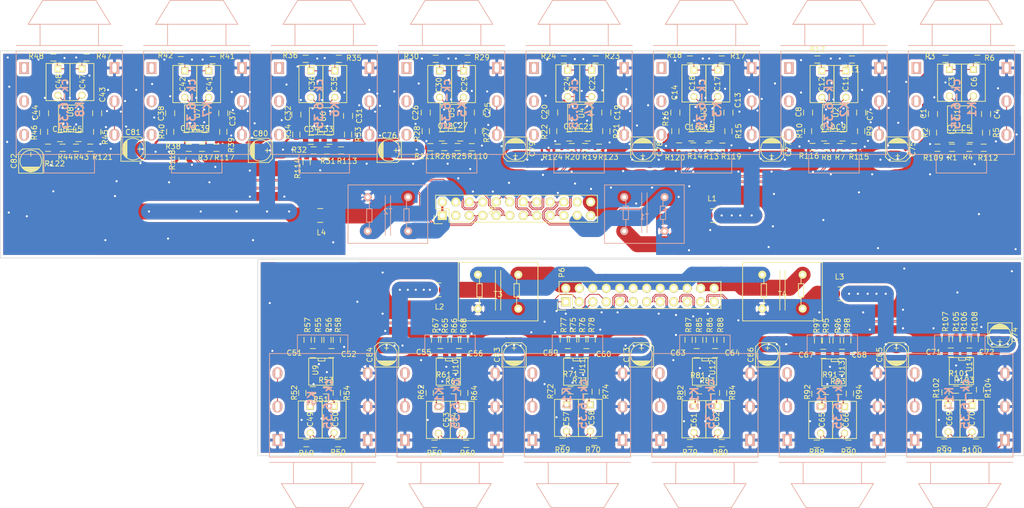
<source format=kicad_pcb>
(kicad_pcb (version 4) (host pcbnew 4.0.2+dfsg1-stable)
  (title_block (title "Audio Injector Octo balanced breakout") (company "Flatmax Pty Ltd") (comment 1 http://audioinjector.net))
  (layers (0 F.Cu signal) (31 B.Cu signal) (34 B.Paste user) (35 F.Paste user) (36 B.SilkS user) (37 F.SilkS user) (38 B.Mask user) (39 F.Mask user) (44 Edge.Cuts user))
  (net 0 "")
  (net 1 V5)
  (net 2 /Codec/AGND)
  (net 3 /Codec/AOUT1+)
  (net 4 /Codec/AOUT2+)
  (net 5 /Codec/AOUT3+)
  (net 6 /Codec/AOUT4+)
  (net 7 /Codec/AOUT5+)
  (net 8 /Codec/AOUT6+)
  (net 9 /Codec/AOUT7+)
  (net 10 /Codec/AOUT8+)
  (net 11 "Net-(C1-Pad2)")
  (net 12 /Codec/fb1-)
  (net 13 "Net-(C2-Pad2)")
  (net 14 /Codec/OUT1-)
  (net 15 "Net-(C4-Pad2)")
  (net 16 /Codec/fb1+)
  (net 17 "Net-(C5-Pad2)")
  (net 18 /Codec/OUT1+)
  (net 19 "Net-(C7-Pad2)")
  (net 20 "Net-(C8-Pad2)")
  (net 21 /Codec/fb2+)
  (net 22 "Net-(C9-Pad2)")
  (net 23 /Codec/fb2-)
  (net 24 "Net-(C10-Pad2)")
  (net 25 /Codec/OUT2+)
  (net 26 /Codec/OUT2-)
  (net 27 "Net-(C13-Pad2)")
  (net 28 "Net-(C14-Pad2)")
  (net 29 /Codec/fb3+)
  (net 30 "Net-(C15-Pad2)")
  (net 31 /Codec/fb3-)
  (net 32 "Net-(C16-Pad2)")
  (net 33 /Codec/OUT3+)
  (net 34 /Codec/OUT3-)
  (net 35 /Codec/OUT4+)
  (net 36 /Codec/OUT4-)
  (net 37 "Net-(C25-Pad2)")
  (net 38 "Net-(C26-Pad2)")
  (net 39 /Codec/fb5+)
  (net 40 "Net-(C27-Pad2)")
  (net 41 /Codec/fb5-)
  (net 42 "Net-(C28-Pad2)")
  (net 43 /Codec/OUT5+)
  (net 44 /Codec/OUT5-)
  (net 45 "Net-(C31-Pad2)")
  (net 46 "Net-(C32-Pad2)")
  (net 47 /Codec/fb6+)
  (net 48 "Net-(C33-Pad2)")
  (net 49 /Codec/fb6-)
  (net 50 "Net-(C34-Pad2)")
  (net 51 /Codec/OUT6+)
  (net 52 /Codec/OUT6-)
  (net 53 "Net-(C37-Pad2)")
  (net 54 "Net-(C38-Pad2)")
  (net 55 /Codec/fb7+)
  (net 56 "Net-(C39-Pad2)")
  (net 57 /Codec/fb7-)
  (net 58 "Net-(C40-Pad2)")
  (net 59 /Codec/OUT7+)
  (net 60 /Codec/OUT7-)
  (net 61 "Net-(C43-Pad2)")
  (net 62 "Net-(C44-Pad2)")
  (net 63 /Codec/fb8+)
  (net 64 "Net-(C45-Pad2)")
  (net 65 /Codec/fb8-)
  (net 66 "Net-(C46-Pad2)")
  (net 67 /Codec/OUT8+)
  (net 68 /Codec/OUT8-)
  (net 69 /Codec/AOUT8-)
  (net 70 /Codec/AOUT7-)
  (net 71 /Codec/AOUT6-)
  (net 72 /Codec/AOUT5-)
  (net 73 /Codec/AOUT4-)
  (net 74 /Codec/AOUT3-)
  (net 75 /Codec/AOUT2-)
  (net 76 /Codec/AOUT1-)
  (net 77 /Codec/ADC_fb1-)
  (net 78 /Codec/ADC_fb1+)
  (net 79 /Codec/ADC_fb2-)
  (net 80 /Codec/ADC_fb2+)
  (net 81 /Codec/ADC_fb3-)
  (net 82 /Codec/ADC_fb3+)
  (net 83 /Codec/ADC_fb4-)
  (net 84 /Codec/ADC_fb4+)
  (net 85 /Codec/ADC_fb5-)
  (net 86 /Codec/ADC_fb5+)
  (net 87 /Codec/ADC_fb6-)
  (net 88 /Codec/ADC_fb6+)
  (net 89 "Net-(C49-Pad1)")
  (net 90 /Codec/In1+)
  (net 91 "Net-(C50-Pad1)")
  (net 92 /Codec/In1-)
  (net 93 "Net-(C51-Pad1)")
  (net 94 "Net-(C51-Pad2)")
  (net 95 "Net-(C52-Pad1)")
  (net 96 "Net-(C52-Pad2)")
  (net 97 "Net-(C53-Pad1)")
  (net 98 /Codec/In2+)
  (net 99 "Net-(C54-Pad1)")
  (net 100 /Codec/In2-)
  (net 101 "Net-(C55-Pad1)")
  (net 102 "Net-(C55-Pad2)")
  (net 103 "Net-(C56-Pad1)")
  (net 104 "Net-(C56-Pad2)")
  (net 105 "Net-(C57-Pad1)")
  (net 106 /Codec/In3+)
  (net 107 "Net-(C58-Pad1)")
  (net 108 /Codec/In3-)
  (net 109 "Net-(C59-Pad1)")
  (net 110 "Net-(C59-Pad2)")
  (net 111 "Net-(C60-Pad1)")
  (net 112 "Net-(C60-Pad2)")
  (net 113 "Net-(C61-Pad1)")
  (net 114 /Codec/In4+)
  (net 115 "Net-(C62-Pad1)")
  (net 116 /Codec/In4-)
  (net 117 "Net-(C63-Pad1)")
  (net 118 "Net-(C63-Pad2)")
  (net 119 "Net-(C64-Pad1)")
  (net 120 "Net-(C64-Pad2)")
  (net 121 "Net-(C65-Pad1)")
  (net 122 /Codec/In5+)
  (net 123 "Net-(C66-Pad1)")
  (net 124 /Codec/In5-)
  (net 125 "Net-(C67-Pad1)")
  (net 126 "Net-(C67-Pad2)")
  (net 127 "Net-(C68-Pad1)")
  (net 128 "Net-(C68-Pad2)")
  (net 129 "Net-(C69-Pad1)")
  (net 130 /Codec/In6+)
  (net 131 "Net-(C70-Pad1)")
  (net 132 /Codec/In6-)
  (net 133 "Net-(C71-Pad1)")
  (net 134 "Net-(C71-Pad2)")
  (net 135 "Net-(C72-Pad1)")
  (net 136 "Net-(C72-Pad2)")
  (net 137 /Codec/5Va1)
  (net 138 /Codec/5Va2)
  (net 139 /Codec/5Vd1)
  (net 140 /Codec/5Vd2)
  (net 141 /Codec/V4++)
  (net 142 /Codec/V4-+)
  (net 143 /Codec/V4Div+)
  (net 144 /Codec/V4Div-)
  (net 145 /Codec/fb4+)
  (net 146 /Codec/fb4-)
  (net 147 GNDA)
  (net 148 /Codec/5Vd1_)
  (net 149 /Codec/5Vd2_)
  (net 150 /Codec/5Va1_)
  (net 151 /Codec/5Va2_)
  (module Common_Choke:LFU9.8 (layer B.Cu) (at 178.8 76.75 180)
    (fp_text reference T1 (at 0 -0.5 180) (layer B.SilkS) (effects (justify mirror)))
    (fp_text value LFU9_8)
    (pad 1 thru_hole circle (at 3.8 3.2 180) (size 1.524 1.524) (drill 0.762) (layers *.Cu *.Mask B.SilkS) (net 1 V5))
    (pad 2 thru_hole circle (at 3.8 -3.2 180) (size 1.524 1.524) (drill 0.762) (layers *.Cu *.Mask B.SilkS) (net 148 /Codec/5Vd1_))
    (pad 3 thru_hole circle (at -3.8 3.2 180) (size 1.524 1.524) (drill 0.762) (layers *.Cu *.Mask B.SilkS) (net 147 GNDA))
    (pad 4 thru_hole circle (at -3.8 -3.2 180) (size 1.524 1.524) (drill 0.762) (layers *.Cu *.Mask B.SilkS) (net 2 /Codec/AGND))
  )
  (module Pin_Headers:Pin_Header_Straight_2x12 (layer F.Cu) (at 140.75 77 90)
    (fp_text reference P5 (at 1 9.5 90) (layer F.SilkS))
    (fp_text value DAC_out)
    (pad 1 thru_hole rect (at 0 0 90) (size 1.7272 1.7272) (drill 1.016) (layers *.Cu *.Mask F.SilkS) (net 1 V5))
    (pad 2 thru_hole oval (at 2.54 0 90) (size 1.7272 1.7272) (drill 1.016) (layers *.Cu *.Mask F.SilkS) (net 1 V5))
    (pad 3 thru_hole oval (at 0 2.54 90) (size 1.7272 1.7272) (drill 1.016) (layers *.Cu *.Mask F.SilkS))
    (pad 4 thru_hole oval (at 2.54 2.54 90) (size 1.7272 1.7272) (drill 1.016) (layers *.Cu *.Mask F.SilkS) (net 147 GNDA))
    (pad 5 thru_hole oval (at 0 5.08 90) (size 1.7272 1.7272) (drill 1.016) (layers *.Cu *.Mask F.SilkS) (net 69 /Codec/AOUT8-))
    (pad 6 thru_hole oval (at 2.54 5.08 90) (size 1.7272 1.7272) (drill 1.016) (layers *.Cu *.Mask F.SilkS) (net 9 /Codec/AOUT7+))
    (pad 7 thru_hole oval (at 0 7.62 90) (size 1.7272 1.7272) (drill 1.016) (layers *.Cu *.Mask F.SilkS) (net 10 /Codec/AOUT8+))
    (pad 8 thru_hole oval (at 2.54 7.62 90) (size 1.7272 1.7272) (drill 1.016) (layers *.Cu *.Mask F.SilkS) (net 70 /Codec/AOUT7-))
    (pad 9 thru_hole oval (at 0 10.16 90) (size 1.7272 1.7272) (drill 1.016) (layers *.Cu *.Mask F.SilkS) (net 71 /Codec/AOUT6-))
    (pad 10 thru_hole oval (at 2.54 10.16 90) (size 1.7272 1.7272) (drill 1.016) (layers *.Cu *.Mask F.SilkS) (net 7 /Codec/AOUT5+))
    (pad 11 thru_hole oval (at 0 12.7 90) (size 1.7272 1.7272) (drill 1.016) (layers *.Cu *.Mask F.SilkS) (net 8 /Codec/AOUT6+))
    (pad 12 thru_hole oval (at 2.54 12.7 90) (size 1.7272 1.7272) (drill 1.016) (layers *.Cu *.Mask F.SilkS) (net 72 /Codec/AOUT5-))
    (pad 13 thru_hole oval (at 0 15.24 90) (size 1.7272 1.7272) (drill 1.016) (layers *.Cu *.Mask F.SilkS) (net 73 /Codec/AOUT4-))
    (pad 14 thru_hole oval (at 2.54 15.24 90) (size 1.7272 1.7272) (drill 1.016) (layers *.Cu *.Mask F.SilkS) (net 5 /Codec/AOUT3+))
    (pad 15 thru_hole oval (at 0 17.78 90) (size 1.7272 1.7272) (drill 1.016) (layers *.Cu *.Mask F.SilkS) (net 6 /Codec/AOUT4+))
    (pad 16 thru_hole oval (at 2.54 17.78 90) (size 1.7272 1.7272) (drill 1.016) (layers *.Cu *.Mask F.SilkS) (net 74 /Codec/AOUT3-))
    (pad 17 thru_hole oval (at 0 20.32 90) (size 1.7272 1.7272) (drill 1.016) (layers *.Cu *.Mask F.SilkS) (net 75 /Codec/AOUT2-))
    (pad 18 thru_hole oval (at 2.54 20.32 90) (size 1.7272 1.7272) (drill 1.016) (layers *.Cu *.Mask F.SilkS) (net 3 /Codec/AOUT1+))
    (pad 19 thru_hole oval (at 0 22.86 90) (size 1.7272 1.7272) (drill 1.016) (layers *.Cu *.Mask F.SilkS) (net 4 /Codec/AOUT2+))
    (pad 20 thru_hole oval (at 2.54 22.86 90) (size 1.7272 1.7272) (drill 1.016) (layers *.Cu *.Mask F.SilkS) (net 76 /Codec/AOUT1-))
    (pad 21 thru_hole oval (at 0 25.4 90) (size 1.7272 1.7272) (drill 1.016) (layers *.Cu *.Mask F.SilkS) (net 147 GNDA))
    (pad 22 thru_hole oval (at 2.54 25.4 90) (size 1.7272 1.7272) (drill 1.016) (layers *.Cu *.Mask F.SilkS))
    (pad 23 thru_hole oval (at 0 27.94 90) (size 1.7272 1.7272) (drill 1.016) (layers *.Cu *.Mask F.SilkS) (net 1 V5))
    (pad 24 thru_hole oval (at 2.54 27.94 90) (size 1.7272 1.7272) (drill 1.016) (layers *.Cu *.Mask F.SilkS) (net 1 V5))
  )
  (module 635mm:334g_6p_noThru (layer B.Cu) (at 118.5 46 270)
    (fp_text reference K6 (at 11.00074 -1.99898 270) (layer B.SilkS) (effects (font (thickness 0.3048)) (justify mirror)))
    (fp_text value ck-6.35 (at 9.99998 1.00076 270) (layer B.SilkS) (effects (font (thickness 0.3048)) (justify mirror)))
    (pad "" thru_hole rect (at 3.20116 8.5 270) (size 2.19964 1.80086) (drill oval 1.69926 0.8001) (layers *.Cu *.Mask B.SilkS))
    (pad "" thru_hole oval (at 9.50036 8.5 270) (size 2.19964 1.80086) (drill oval 1.69926 0.8001) (layers *.Cu *.Mask B.SilkS))
    (pad "" thru_hole oval (at 15.79956 8.5 270) (size 2.19964 1.80086) (drill oval 1.69926 0.8001) (layers *.Cu *.Mask B.SilkS))
    (pad 3 thru_hole rect (at 3.20116 -8.5 270) (size 2.19964 1.80086) (drill oval 1.69926 0.8001) (layers *.Cu *.Mask B.SilkS) (net 2 /Codec/AGND))
    (pad 2 thru_hole oval (at 9.50036 -8.5 270) (size 2.19964 1.80086) (drill oval 1.69926 0.8001) (layers *.Cu *.Mask B.SilkS) (net 52 /Codec/OUT6-))
    (pad 1 thru_hole oval (at 15.79956 -8.5 270) (size 2.19964 1.80086) (drill oval 1.69926 0.8001) (layers *.Cu *.Mask B.SilkS) (net 51 /Codec/OUT6+))
  )
  (module Capacitors_ThroughHole:C_Rect_L7_W4.5_P5 (layer F.Cu) (at 72.875 49.375 270)
    (fp_text reference C47 (at 2.375 -0.125 270) (layer F.SilkS))
    (fp_text value 1u)
    (pad 1 thru_hole rect (at 0 0 270) (size 1.3 1.3) (drill 0.8) (layers *.Cu *.Mask F.SilkS) (net 67 /Codec/OUT8+))
    (pad 2 thru_hole circle (at 5 0 270) (size 1.3 1.3) (drill 0.8) (layers *.Cu *.Mask F.SilkS) (net 63 /Codec/fb8+))
  )
  (module Pin_Headers:Pin_Header_Straight_2x12 (layer F.Cu) (at 164 93.25 90)
    (fp_text reference P6 (at 5.5 -0.75 90) (layer F.SilkS))
    (fp_text value ADC_in)
    (pad 1 thru_hole rect (at 0 0 90) (size 1.7272 1.7272) (drill 1.016) (layers *.Cu *.Mask F.SilkS) (net 77 /Codec/ADC_fb1-))
    (pad 2 thru_hole oval (at 2.54 0 90) (size 1.7272 1.7272) (drill 1.016) (layers *.Cu *.Mask F.SilkS) (net 1 V5))
    (pad 3 thru_hole oval (at 0 2.54 90) (size 1.7272 1.7272) (drill 1.016) (layers *.Cu *.Mask F.SilkS) (net 78 /Codec/ADC_fb1+))
    (pad 4 thru_hole oval (at 2.54 2.54 90) (size 1.7272 1.7272) (drill 1.016) (layers *.Cu *.Mask F.SilkS) (net 1 V5))
    (pad 5 thru_hole oval (at 0 5.08 90) (size 1.7272 1.7272) (drill 1.016) (layers *.Cu *.Mask F.SilkS) (net 79 /Codec/ADC_fb2-))
    (pad 6 thru_hole oval (at 2.54 5.08 90) (size 1.7272 1.7272) (drill 1.016) (layers *.Cu *.Mask F.SilkS) (net 147 GNDA))
    (pad 7 thru_hole oval (at 0 7.62 90) (size 1.7272 1.7272) (drill 1.016) (layers *.Cu *.Mask F.SilkS) (net 80 /Codec/ADC_fb2+))
    (pad 8 thru_hole oval (at 2.54 7.62 90) (size 1.7272 1.7272) (drill 1.016) (layers *.Cu *.Mask F.SilkS) (net 147 GNDA))
    (pad 9 thru_hole oval (at 0 10.16 90) (size 1.7272 1.7272) (drill 1.016) (layers *.Cu *.Mask F.SilkS) (net 81 /Codec/ADC_fb3-))
    (pad 10 thru_hole oval (at 2.54 10.16 90) (size 1.7272 1.7272) (drill 1.016) (layers *.Cu *.Mask F.SilkS) (net 147 GNDA))
    (pad 11 thru_hole oval (at 0 12.7 90) (size 1.7272 1.7272) (drill 1.016) (layers *.Cu *.Mask F.SilkS) (net 82 /Codec/ADC_fb3+))
    (pad 12 thru_hole oval (at 2.54 12.7 90) (size 1.7272 1.7272) (drill 1.016) (layers *.Cu *.Mask F.SilkS) (net 147 GNDA))
    (pad 13 thru_hole oval (at 0 15.24 90) (size 1.7272 1.7272) (drill 1.016) (layers *.Cu *.Mask F.SilkS) (net 83 /Codec/ADC_fb4-))
    (pad 14 thru_hole oval (at 2.54 15.24 90) (size 1.7272 1.7272) (drill 1.016) (layers *.Cu *.Mask F.SilkS) (net 147 GNDA))
    (pad 15 thru_hole oval (at 0 17.78 90) (size 1.7272 1.7272) (drill 1.016) (layers *.Cu *.Mask F.SilkS) (net 84 /Codec/ADC_fb4+))
    (pad 16 thru_hole oval (at 2.54 17.78 90) (size 1.7272 1.7272) (drill 1.016) (layers *.Cu *.Mask F.SilkS) (net 147 GNDA))
    (pad 17 thru_hole oval (at 0 20.32 90) (size 1.7272 1.7272) (drill 1.016) (layers *.Cu *.Mask F.SilkS) (net 85 /Codec/ADC_fb5-))
    (pad 18 thru_hole oval (at 2.54 20.32 90) (size 1.7272 1.7272) (drill 1.016) (layers *.Cu *.Mask F.SilkS) (net 147 GNDA))
    (pad 19 thru_hole oval (at 0 22.86 90) (size 1.7272 1.7272) (drill 1.016) (layers *.Cu *.Mask F.SilkS) (net 86 /Codec/ADC_fb5+))
    (pad 20 thru_hole oval (at 2.54 22.86 90) (size 1.7272 1.7272) (drill 1.016) (layers *.Cu *.Mask F.SilkS) (net 147 GNDA))
    (pad 21 thru_hole oval (at 0 25.4 90) (size 1.7272 1.7272) (drill 1.016) (layers *.Cu *.Mask F.SilkS) (net 87 /Codec/ADC_fb6-))
    (pad 22 thru_hole oval (at 2.54 25.4 90) (size 1.7272 1.7272) (drill 1.016) (layers *.Cu *.Mask F.SilkS) (net 1 V5))
    (pad 23 thru_hole oval (at 0 27.94 90) (size 1.7272 1.7272) (drill 1.016) (layers *.Cu *.Mask F.SilkS) (net 88 /Codec/ADC_fb6+))
    (pad 24 thru_hole oval (at 2.54 27.94 90) (size 1.7272 1.7272) (drill 1.016) (layers *.Cu *.Mask F.SilkS) (net 1 V5))
  )
  (module SMD_Packages:SOIC-8-N (layer F.Cu) (at 141.875 106.425 270)
    (fp_text reference U10 (at -0.925 -1.375 270) (layer F.SilkS))
    (fp_text value OP275)
    (pad 8 smd rect (at -1.905 -3.175 270) (size 0.508 1.143) (layers F.Cu F.Paste F.Mask) (net 137 /Codec/5Va1))
    (pad 7 smd rect (at -0.635 -3.175 270) (size 0.508 1.143) (layers F.Cu F.Paste F.Mask) (net 103 "Net-(C56-Pad1)"))
    (pad 6 smd rect (at 0.635 -3.175 270) (size 0.508 1.143) (layers F.Cu F.Paste F.Mask) (net 104 "Net-(C56-Pad2)"))
    (pad 5 smd rect (at 1.905 -3.175 270) (size 0.508 1.143) (layers F.Cu F.Paste F.Mask) (net 99 "Net-(C54-Pad1)"))
    (pad 4 smd rect (at 1.905 3.175 270) (size 0.508 1.143) (layers F.Cu F.Paste F.Mask) (net 2 /Codec/AGND))
    (pad 3 smd rect (at 0.635 3.175 270) (size 0.508 1.143) (layers F.Cu F.Paste F.Mask) (net 97 "Net-(C53-Pad1)"))
    (pad 2 smd rect (at -0.635 3.175 270) (size 0.508 1.143) (layers F.Cu F.Paste F.Mask) (net 102 "Net-(C55-Pad2)"))
    (pad 1 smd rect (at -1.905 3.175 270) (size 0.508 1.143) (layers F.Cu F.Paste F.Mask) (net 101 "Net-(C55-Pad1)"))
  )
  (module Resistors_SMD:R_0603 (layer F.Cu) (at 144.875 110.425 270)
    (fp_text reference R64 (at 0 -1.9 270) (layer F.SilkS))
    (fp_text value 390k)
    (pad 1 smd rect (at -0.75 0 270) (size 0.5 0.9) (layers F.Cu F.Paste F.Mask) (net 99 "Net-(C54-Pad1)"))
    (pad 2 smd rect (at 0.75 0 270) (size 0.5 0.9) (layers F.Cu F.Paste F.Mask) (net 2 /Codec/AGND))
  )
  (module Capacitors_SMD:C_0805 (layer F.Cu) (at 164.375 102.925)
    (fp_text reference C59 (at -3.25 -0.05) (layer F.SilkS))
    (fp_text value 470p)
    (pad 1 smd rect (at -1 0) (size 1 1.25) (layers F.Cu F.Paste F.Mask) (net 109 "Net-(C59-Pad1)"))
    (pad 2 smd rect (at 1 0) (size 1 1.25) (layers F.Cu F.Paste F.Mask) (net 110 "Net-(C59-Pad2)"))
  )
  (module SMD_Packages:SOIC-8-N (layer F.Cu) (at 117.875 106.425 270)
    (fp_text reference U9 (at -0.3 1 270) (layer F.SilkS))
    (fp_text value OP275)
    (pad 8 smd rect (at -1.905 -3.175 270) (size 0.508 1.143) (layers F.Cu F.Paste F.Mask) (net 137 /Codec/5Va1))
    (pad 7 smd rect (at -0.635 -3.175 270) (size 0.508 1.143) (layers F.Cu F.Paste F.Mask) (net 95 "Net-(C52-Pad1)"))
    (pad 6 smd rect (at 0.635 -3.175 270) (size 0.508 1.143) (layers F.Cu F.Paste F.Mask) (net 96 "Net-(C52-Pad2)"))
    (pad 5 smd rect (at 1.905 -3.175 270) (size 0.508 1.143) (layers F.Cu F.Paste F.Mask) (net 91 "Net-(C50-Pad1)"))
    (pad 4 smd rect (at 1.905 3.175 270) (size 0.508 1.143) (layers F.Cu F.Paste F.Mask) (net 2 /Codec/AGND))
    (pad 3 smd rect (at 0.635 3.175 270) (size 0.508 1.143) (layers F.Cu F.Paste F.Mask) (net 89 "Net-(C49-Pad1)"))
    (pad 2 smd rect (at -0.635 3.175 270) (size 0.508 1.143) (layers F.Cu F.Paste F.Mask) (net 94 "Net-(C51-Pad2)"))
    (pad 1 smd rect (at -1.905 3.175 270) (size 0.508 1.143) (layers F.Cu F.Paste F.Mask) (net 93 "Net-(C51-Pad1)"))
  )
  (module Inductors_NEOSID:Neosid_Inductor_SM-NE30_SMD1210 (layer F.Cu) (at 191.75 77)
    (fp_text reference L1 (at -0.20066 -3.2004) (layer F.SilkS))
    (fp_text value 47uH)
    (pad 2 smd rect (at 1.6002 0) (size 1.00076 1.89992) (layers F.Cu F.Paste F.Mask) (net 139 /Codec/5Vd1))
    (pad 1 smd rect (at -1.6002 0) (size 1.00076 1.89992) (layers F.Cu F.Paste F.Mask) (net 148 /Codec/5Vd1_))
  )
  (module Resistors_SMD:R_0603 (layer F.Cu) (at 236.75 64.25)
    (fp_text reference R1 (at 0 1.85) (layer F.SilkS))
    (fp_text value 2.49k)
    (pad 1 smd rect (at -0.75 0) (size 0.5 0.9) (layers F.Cu F.Paste F.Mask) (net 13 "Net-(C2-Pad2)"))
    (pad 2 smd rect (at 0.75 0) (size 0.5 0.9) (layers F.Cu F.Paste F.Mask) (net 76 /Codec/AOUT1-))
  )
  (module Resistors_SMD:R_0603 (layer F.Cu) (at 233.15 61.4 270)
    (fp_text reference R2 (at 0 1.5 270) (layer F.SilkS))
    (fp_text value 2.49k)
    (pad 1 smd rect (at -0.75 0 270) (size 0.5 0.9) (layers F.Cu F.Paste F.Mask) (net 11 "Net-(C1-Pad2)"))
    (pad 2 smd rect (at 0.75 0 270) (size 0.5 0.9) (layers F.Cu F.Paste F.Mask) (net 13 "Net-(C2-Pad2)"))
  )
  (module Resistors_SMD:R_0603 (layer F.Cu) (at 235.5 47.5)
    (fp_text reference R3 (at -2.9 -0.45) (layer F.SilkS))
    (fp_text value 47k)
    (pad 1 smd rect (at -0.75 0) (size 0.5 0.9) (layers F.Cu F.Paste F.Mask) (net 2 /Codec/AGND))
    (pad 2 smd rect (at 0.75 0) (size 0.5 0.9) (layers F.Cu F.Paste F.Mask) (net 14 /Codec/OUT1-))
  )
  (module Resistors_SMD:R_0603 (layer F.Cu) (at 240 64.25 180)
    (fp_text reference R4 (at 0.3 -1.8 180) (layer F.SilkS))
    (fp_text value 2.49k)
    (pad 1 smd rect (at -0.75 0 180) (size 0.5 0.9) (layers F.Cu F.Paste F.Mask) (net 17 "Net-(C5-Pad2)"))
    (pad 2 smd rect (at 0.75 0 180) (size 0.5 0.9) (layers F.Cu F.Paste F.Mask) (net 3 /Codec/AOUT1+))
  )
  (module Resistors_SMD:R_0603 (layer F.Cu) (at 243.15 61.4 270)
    (fp_text reference R5 (at 0 -1.9 270) (layer F.SilkS))
    (fp_text value 2.49k)
    (pad 1 smd rect (at -0.75 0 270) (size 0.5 0.9) (layers F.Cu F.Paste F.Mask) (net 15 "Net-(C4-Pad2)"))
    (pad 2 smd rect (at 0.75 0 270) (size 0.5 0.9) (layers F.Cu F.Paste F.Mask) (net 17 "Net-(C5-Pad2)"))
  )
  (module Resistors_SMD:R_0603 (layer F.Cu) (at 241.5 47.5 180)
    (fp_text reference R6 (at -2.3 0.15 180) (layer F.SilkS))
    (fp_text value 47k)
    (pad 1 smd rect (at -0.75 0 180) (size 0.5 0.9) (layers F.Cu F.Paste F.Mask) (net 2 /Codec/AGND))
    (pad 2 smd rect (at 0.75 0 180) (size 0.5 0.9) (layers F.Cu F.Paste F.Mask) (net 18 /Codec/OUT1+))
  )
  (module Resistors_SMD:R_0603 (layer F.Cu) (at 215.625 64.125 180)
    (fp_text reference R7 (at 0 -1.9 180) (layer F.SilkS))
    (fp_text value 2.49k)
    (pad 1 smd rect (at -0.75 0 180) (size 0.5 0.9) (layers F.Cu F.Paste F.Mask) (net 22 "Net-(C9-Pad2)"))
    (pad 2 smd rect (at 0.75 0 180) (size 0.5 0.9) (layers F.Cu F.Paste F.Mask) (net 4 /Codec/AOUT2+))
  )
  (module Resistors_SMD:R_0603 (layer F.Cu) (at 213.125 64.125)
    (fp_text reference R8 (at -0.025 1.925) (layer F.SilkS))
    (fp_text value 2.49k)
    (pad 1 smd rect (at -0.75 0) (size 0.5 0.9) (layers F.Cu F.Paste F.Mask) (net 24 "Net-(C10-Pad2)"))
    (pad 2 smd rect (at 0.75 0) (size 0.5 0.9) (layers F.Cu F.Paste F.Mask) (net 75 /Codec/AOUT2-))
  )
  (module Resistors_SMD:R_0603 (layer F.Cu) (at 219.625 61.125 270)
    (fp_text reference R9 (at -0.025 -1.625 270) (layer F.SilkS))
    (fp_text value 2.49k)
    (pad 1 smd rect (at -0.75 0 270) (size 0.5 0.9) (layers F.Cu F.Paste F.Mask) (net 19 "Net-(C7-Pad2)"))
    (pad 2 smd rect (at 0.75 0 270) (size 0.5 0.9) (layers F.Cu F.Paste F.Mask) (net 22 "Net-(C9-Pad2)"))
  )
  (module Resistors_SMD:R_0603 (layer F.Cu) (at 209.625 61.125 270)
    (fp_text reference R10 (at -0.075 1.625 270) (layer F.SilkS))
    (fp_text value 2.49k)
    (pad 1 smd rect (at -0.75 0 270) (size 0.5 0.9) (layers F.Cu F.Paste F.Mask) (net 20 "Net-(C8-Pad2)"))
    (pad 2 smd rect (at 0.75 0 270) (size 0.5 0.9) (layers F.Cu F.Paste F.Mask) (net 24 "Net-(C10-Pad2)"))
  )
  (module Resistors_SMD:R_0603 (layer F.Cu) (at 217.875 47.625 180)
    (fp_text reference R11 (at 0 -1.9 180) (layer F.SilkS))
    (fp_text value 47k)
    (pad 1 smd rect (at -0.75 0 180) (size 0.5 0.9) (layers F.Cu F.Paste F.Mask) (net 2 /Codec/AGND))
    (pad 2 smd rect (at 0.75 0 180) (size 0.5 0.9) (layers F.Cu F.Paste F.Mask) (net 25 /Codec/OUT2+))
  )
  (module Resistors_SMD:R_0603 (layer F.Cu) (at 211.375 47.625)
    (fp_text reference R12 (at 0 -1.9) (layer F.SilkS))
    (fp_text value 47k)
    (pad 1 smd rect (at -0.75 0) (size 0.5 0.9) (layers F.Cu F.Paste F.Mask) (net 2 /Codec/AGND))
    (pad 2 smd rect (at 0.75 0) (size 0.5 0.9) (layers F.Cu F.Paste F.Mask) (net 26 /Codec/OUT2-))
  )
  (module Resistors_SMD:R_0603 (layer F.Cu) (at 190.75 64 180)
    (fp_text reference R13 (at -0.65 -1.9 180) (layer F.SilkS))
    (fp_text value 2.49k)
    (pad 1 smd rect (at -0.75 0 180) (size 0.5 0.9) (layers F.Cu F.Paste F.Mask) (net 30 "Net-(C15-Pad2)"))
    (pad 2 smd rect (at 0.75 0 180) (size 0.5 0.9) (layers F.Cu F.Paste F.Mask) (net 5 /Codec/AOUT3+))
  )
  (module Resistors_SMD:R_0603 (layer F.Cu) (at 188 64)
    (fp_text reference R14 (at 0.3 1.85) (layer F.SilkS))
    (fp_text value 2.49k)
    (pad 1 smd rect (at -0.75 0) (size 0.5 0.9) (layers F.Cu F.Paste F.Mask) (net 32 "Net-(C16-Pad2)"))
    (pad 2 smd rect (at 0.75 0) (size 0.5 0.9) (layers F.Cu F.Paste F.Mask) (net 74 /Codec/AOUT3-))
  )
  (module Resistors_SMD:R_0603 (layer F.Cu) (at 194.625 61.125 270)
    (fp_text reference R15 (at 0 -1.9 270) (layer F.SilkS))
    (fp_text value 2.49k)
    (pad 1 smd rect (at -0.75 0 270) (size 0.5 0.9) (layers F.Cu F.Paste F.Mask) (net 27 "Net-(C13-Pad2)"))
    (pad 2 smd rect (at 0.75 0 270) (size 0.5 0.9) (layers F.Cu F.Paste F.Mask) (net 30 "Net-(C15-Pad2)"))
  )
  (module Resistors_SMD:R_0603 (layer F.Cu) (at 184.625 61.125 270)
    (fp_text reference R16 (at -2.375 1.825 270) (layer F.SilkS))
    (fp_text value 2.49k)
    (pad 1 smd rect (at -0.75 0 270) (size 0.5 0.9) (layers F.Cu F.Paste F.Mask) (net 28 "Net-(C14-Pad2)"))
    (pad 2 smd rect (at 0.75 0 270) (size 0.5 0.9) (layers F.Cu F.Paste F.Mask) (net 32 "Net-(C16-Pad2)"))
  )
  (module Resistors_SMD:R_0603 (layer F.Cu) (at 193.375 47.625 180)
    (fp_text reference R17 (at -3.025 0.675 180) (layer F.SilkS))
    (fp_text value 47k)
    (pad 1 smd rect (at -0.75 0 180) (size 0.5 0.9) (layers F.Cu F.Paste F.Mask) (net 2 /Codec/AGND))
    (pad 2 smd rect (at 0.75 0 180) (size 0.5 0.9) (layers F.Cu F.Paste F.Mask) (net 33 /Codec/OUT3+))
  )
  (module Resistors_SMD:R_0603 (layer F.Cu) (at 187.375 47.625)
    (fp_text reference R18 (at -2.925 -0.825) (layer F.SilkS))
    (fp_text value 47k)
    (pad 1 smd rect (at -0.75 0) (size 0.5 0.9) (layers F.Cu F.Paste F.Mask) (net 2 /Codec/AGND))
    (pad 2 smd rect (at 0.75 0) (size 0.5 0.9) (layers F.Cu F.Paste F.Mask) (net 34 /Codec/OUT3-))
  )
  (module Resistors_SMD:R_0603 (layer F.Cu) (at 167.625 64.125 180)
    (fp_text reference R19 (at -0.875 -1.875 180) (layer F.SilkS))
    (fp_text value 2.49k)
    (pad 1 smd rect (at -0.75 0 180) (size 0.5 0.9) (layers F.Cu F.Paste F.Mask) (net 143 /Codec/V4Div+))
    (pad 2 smd rect (at 0.75 0 180) (size 0.5 0.9) (layers F.Cu F.Paste F.Mask) (net 6 /Codec/AOUT4+))
  )
  (module Resistors_SMD:R_0603 (layer F.Cu) (at 165.125 64.125)
    (fp_text reference R20 (at 0.125 1.875) (layer F.SilkS))
    (fp_text value 2.49k)
    (pad 1 smd rect (at -0.75 0) (size 0.5 0.9) (layers F.Cu F.Paste F.Mask) (net 144 /Codec/V4Div-))
    (pad 2 smd rect (at 0.75 0) (size 0.5 0.9) (layers F.Cu F.Paste F.Mask) (net 73 /Codec/AOUT4-))
  )
  (module Resistors_SMD:R_0603 (layer F.Cu) (at 171.625 61.125 270)
    (fp_text reference R21 (at 0 -1.9 270) (layer F.SilkS))
    (fp_text value 2.49k)
    (pad 1 smd rect (at -0.75 0 270) (size 0.5 0.9) (layers F.Cu F.Paste F.Mask) (net 141 /Codec/V4++))
    (pad 2 smd rect (at 0.75 0 270) (size 0.5 0.9) (layers F.Cu F.Paste F.Mask) (net 143 /Codec/V4Div+))
  )
  (module Resistors_SMD:R_0603 (layer F.Cu) (at 161.625 61.125 270)
    (fp_text reference R22 (at 0.125 1.625 270) (layer F.SilkS))
    (fp_text value 2.49k)
    (pad 1 smd rect (at -0.75 0 270) (size 0.5 0.9) (layers F.Cu F.Paste F.Mask) (net 142 /Codec/V4-+))
    (pad 2 smd rect (at 0.75 0 270) (size 0.5 0.9) (layers F.Cu F.Paste F.Mask) (net 144 /Codec/V4Div-))
  )
  (module Resistors_SMD:R_0603 (layer F.Cu) (at 169.625 47.625 180)
    (fp_text reference R23 (at -3.125 0.625 180) (layer F.SilkS))
    (fp_text value 47k)
    (pad 1 smd rect (at -0.75 0 180) (size 0.5 0.9) (layers F.Cu F.Paste F.Mask) (net 2 /Codec/AGND))
    (pad 2 smd rect (at 0.75 0 180) (size 0.5 0.9) (layers F.Cu F.Paste F.Mask) (net 35 /Codec/OUT4+))
  )
  (module Resistors_SMD:R_0603 (layer F.Cu) (at 163.625 47.625)
    (fp_text reference R24 (at -2.875 -0.625) (layer F.SilkS))
    (fp_text value 47k)
    (pad 1 smd rect (at -0.75 0) (size 0.5 0.9) (layers F.Cu F.Paste F.Mask) (net 2 /Codec/AGND))
    (pad 2 smd rect (at 0.75 0) (size 0.5 0.9) (layers F.Cu F.Paste F.Mask) (net 36 /Codec/OUT4-))
  )
  (module Resistors_SMD:R_0603 (layer F.Cu) (at 143.625 64.125 180)
    (fp_text reference R25 (at -0.275 -1.725 180) (layer F.SilkS))
    (fp_text value 2.49k)
    (pad 1 smd rect (at -0.75 0 180) (size 0.5 0.9) (layers F.Cu F.Paste F.Mask) (net 40 "Net-(C27-Pad2)"))
    (pad 2 smd rect (at 0.75 0 180) (size 0.5 0.9) (layers F.Cu F.Paste F.Mask) (net 7 /Codec/AOUT5+))
  )
  (module Resistors_SMD:R_0603 (layer F.Cu) (at 141.125 64.125)
    (fp_text reference R26 (at -0.325 1.725) (layer F.SilkS))
    (fp_text value 2.49k)
    (pad 1 smd rect (at -0.75 0) (size 0.5 0.9) (layers F.Cu F.Paste F.Mask) (net 42 "Net-(C28-Pad2)"))
    (pad 2 smd rect (at 0.75 0) (size 0.5 0.9) (layers F.Cu F.Paste F.Mask) (net 72 /Codec/AOUT5-))
  )
  (module Resistors_SMD:R_0603 (layer F.Cu) (at 147.625 61.125 270)
    (fp_text reference R27 (at 0.725 -1.475 270) (layer F.SilkS))
    (fp_text value 2.49k)
    (pad 1 smd rect (at -0.75 0 270) (size 0.5 0.9) (layers F.Cu F.Paste F.Mask) (net 37 "Net-(C25-Pad2)"))
    (pad 2 smd rect (at 0.75 0 270) (size 0.5 0.9) (layers F.Cu F.Paste F.Mask) (net 40 "Net-(C27-Pad2)"))
  )
  (module Resistors_SMD:R_0603 (layer F.Cu) (at 137.625 61.125 270)
    (fp_text reference R28 (at 0.425 1.625 270) (layer F.SilkS))
    (fp_text value 2.49k)
    (pad 1 smd rect (at -0.75 0 270) (size 0.5 0.9) (layers F.Cu F.Paste F.Mask) (net 38 "Net-(C26-Pad2)"))
    (pad 2 smd rect (at 0.75 0 270) (size 0.5 0.9) (layers F.Cu F.Paste F.Mask) (net 42 "Net-(C28-Pad2)"))
  )
  (module Resistors_SMD:R_0603 (layer F.Cu) (at 145.5 47.5 180)
    (fp_text reference R29 (at -2.7 0.25 180) (layer F.SilkS))
    (fp_text value 47k)
    (pad 1 smd rect (at -0.75 0 180) (size 0.5 0.9) (layers F.Cu F.Paste F.Mask) (net 2 /Codec/AGND))
    (pad 2 smd rect (at 0.75 0 180) (size 0.5 0.9) (layers F.Cu F.Paste F.Mask) (net 43 /Codec/OUT5+))
  )
  (module Resistors_SMD:R_0603 (layer F.Cu) (at 139.5 47.5)
    (fp_text reference R30 (at -4.6 -0.45) (layer F.SilkS))
    (fp_text value 47k)
    (pad 1 smd rect (at -0.75 0) (size 0.5 0.9) (layers F.Cu F.Paste F.Mask) (net 2 /Codec/AGND))
    (pad 2 smd rect (at 0.75 0) (size 0.5 0.9) (layers F.Cu F.Paste F.Mask) (net 44 /Codec/OUT5-))
  )
  (module Resistors_SMD:R_0603 (layer F.Cu) (at 119 64.75 180)
    (fp_text reference R31 (at -0.2 -2 180) (layer F.SilkS))
    (fp_text value 2.49k)
    (pad 1 smd rect (at -0.75 0 180) (size 0.5 0.9) (layers F.Cu F.Paste F.Mask) (net 48 "Net-(C33-Pad2)"))
    (pad 2 smd rect (at 0.75 0 180) (size 0.5 0.9) (layers F.Cu F.Paste F.Mask) (net 8 /Codec/AOUT6+))
  )
  (module Resistors_SMD:R_0603 (layer F.Cu) (at 116.5 64.75)
    (fp_text reference R32 (at -2.7 -0.1) (layer F.SilkS))
    (fp_text value 2.49k)
    (pad 1 smd rect (at -0.75 0) (size 0.5 0.9) (layers F.Cu F.Paste F.Mask) (net 50 "Net-(C34-Pad2)"))
    (pad 2 smd rect (at 0.75 0) (size 0.5 0.9) (layers F.Cu F.Paste F.Mask) (net 71 /Codec/AOUT6-))
  )
  (module Resistors_SMD:R_0603 (layer F.Cu) (at 123 61.75 270)
    (fp_text reference R33 (at 0 -1.9 270) (layer F.SilkS))
    (fp_text value 2.49k)
    (pad 1 smd rect (at -0.75 0 270) (size 0.5 0.9) (layers F.Cu F.Paste F.Mask) (net 45 "Net-(C31-Pad2)"))
    (pad 2 smd rect (at 0.75 0 270) (size 0.5 0.9) (layers F.Cu F.Paste F.Mask) (net 48 "Net-(C33-Pad2)"))
  )
  (module Resistors_SMD:R_0603 (layer F.Cu) (at 113.25 61.75 270)
    (fp_text reference R34 (at -0.5 1.55 270) (layer F.SilkS))
    (fp_text value 2.49k)
    (pad 1 smd rect (at -0.75 0 270) (size 0.5 0.9) (layers F.Cu F.Paste F.Mask) (net 46 "Net-(C32-Pad2)"))
    (pad 2 smd rect (at 0.75 0 270) (size 0.5 0.9) (layers F.Cu F.Paste F.Mask) (net 50 "Net-(C34-Pad2)"))
  )
  (module Resistors_SMD:R_0603 (layer F.Cu) (at 121.25 47.5 180)
    (fp_text reference R35 (at -2.85 0.15 180) (layer F.SilkS))
    (fp_text value 47k)
    (pad 1 smd rect (at -0.75 0 180) (size 0.5 0.9) (layers F.Cu F.Paste F.Mask) (net 2 /Codec/AGND))
    (pad 2 smd rect (at 0.75 0 180) (size 0.5 0.9) (layers F.Cu F.Paste F.Mask) (net 51 /Codec/OUT6+))
  )
  (module Resistors_SMD:R_0603 (layer F.Cu) (at 115 47.5)
    (fp_text reference R36 (at -2.9 -0.65) (layer F.SilkS))
    (fp_text value 47k)
    (pad 1 smd rect (at -0.75 0) (size 0.5 0.9) (layers F.Cu F.Paste F.Mask) (net 2 /Codec/AGND))
    (pad 2 smd rect (at 0.75 0) (size 0.5 0.9) (layers F.Cu F.Paste F.Mask) (net 52 /Codec/OUT6-))
  )
  (module Resistors_SMD:R_0603 (layer F.Cu) (at 95.5 64.25 180)
    (fp_text reference R37 (at -0.65 -1.85 180) (layer F.SilkS))
    (fp_text value 2.49k)
    (pad 1 smd rect (at -0.75 0 180) (size 0.5 0.9) (layers F.Cu F.Paste F.Mask) (net 56 "Net-(C39-Pad2)"))
    (pad 2 smd rect (at 0.75 0 180) (size 0.5 0.9) (layers F.Cu F.Paste F.Mask) (net 9 /Codec/AOUT7+))
  )
  (module Resistors_SMD:R_0603 (layer F.Cu) (at 93 64.25)
    (fp_text reference R38 (at -2.95 -0.25) (layer F.SilkS))
    (fp_text value 2.49k)
    (pad 1 smd rect (at -0.75 0) (size 0.5 0.9) (layers F.Cu F.Paste F.Mask) (net 58 "Net-(C40-Pad2)"))
    (pad 2 smd rect (at 0.75 0) (size 0.5 0.9) (layers F.Cu F.Paste F.Mask) (net 70 /Codec/AOUT7-))
  )
  (module Resistors_SMD:R_0603 (layer F.Cu) (at 99.5 61.25 270)
    (fp_text reference R39 (at 2.5 -1.5 270) (layer F.SilkS))
    (fp_text value 2.49k)
    (pad 1 smd rect (at -0.75 0 270) (size 0.5 0.9) (layers F.Cu F.Paste F.Mask) (net 53 "Net-(C37-Pad2)"))
    (pad 2 smd rect (at 0.75 0 270) (size 0.5 0.9) (layers F.Cu F.Paste F.Mask) (net 56 "Net-(C39-Pad2)"))
  )
  (module Resistors_SMD:R_0603 (layer F.Cu) (at 89.5 61.25 270)
    (fp_text reference R40 (at -0.05 1.6 270) (layer F.SilkS))
    (fp_text value 2.49k)
    (pad 1 smd rect (at -0.75 0 270) (size 0.5 0.9) (layers F.Cu F.Paste F.Mask) (net 54 "Net-(C38-Pad2)"))
    (pad 2 smd rect (at 0.75 0 270) (size 0.5 0.9) (layers F.Cu F.Paste F.Mask) (net 58 "Net-(C40-Pad2)"))
  )
  (module Resistors_SMD:R_0603 (layer F.Cu) (at 97.5 47.75 180)
    (fp_text reference R41 (at -2.75 0.75 180) (layer F.SilkS))
    (fp_text value 47k)
    (pad 1 smd rect (at -0.75 0 180) (size 0.5 0.9) (layers F.Cu F.Paste F.Mask) (net 2 /Codec/AGND))
    (pad 2 smd rect (at 0.75 0 180) (size 0.5 0.9) (layers F.Cu F.Paste F.Mask) (net 59 /Codec/OUT7+))
  )
  (module Resistors_SMD:R_0603 (layer F.Cu) (at 91.5 47.75)
    (fp_text reference R42 (at -2.9 -0.9) (layer F.SilkS))
    (fp_text value 47k)
    (pad 1 smd rect (at -0.75 0) (size 0.5 0.9) (layers F.Cu F.Paste F.Mask) (net 2 /Codec/AGND))
    (pad 2 smd rect (at 0.75 0) (size 0.5 0.9) (layers F.Cu F.Paste F.Mask) (net 60 /Codec/OUT7-))
  )
  (module Resistors_SMD:R_0603 (layer F.Cu) (at 71.75 64.25 180)
    (fp_text reference R43 (at -1 -1.75 180) (layer F.SilkS))
    (fp_text value 2.49k)
    (pad 1 smd rect (at -0.75 0 180) (size 0.5 0.9) (layers F.Cu F.Paste F.Mask) (net 64 "Net-(C45-Pad2)"))
    (pad 2 smd rect (at 0.75 0 180) (size 0.5 0.9) (layers F.Cu F.Paste F.Mask) (net 10 /Codec/AOUT8+))
  )
  (module Resistors_SMD:R_0603 (layer F.Cu) (at 69.25 64.25)
    (fp_text reference R44 (at 0.5 1.75) (layer F.SilkS))
    (fp_text value 2.49k)
    (pad 1 smd rect (at -0.75 0) (size 0.5 0.9) (layers F.Cu F.Paste F.Mask) (net 66 "Net-(C46-Pad2)"))
    (pad 2 smd rect (at 0.75 0) (size 0.5 0.9) (layers F.Cu F.Paste F.Mask) (net 69 /Codec/AOUT8-))
  )
  (module Resistors_SMD:R_0603 (layer F.Cu) (at 75.75 61.25 270)
    (fp_text reference R45 (at 1 -1.5 270) (layer F.SilkS))
    (fp_text value 2.49k)
    (pad 1 smd rect (at -0.75 0 270) (size 0.5 0.9) (layers F.Cu F.Paste F.Mask) (net 61 "Net-(C43-Pad2)"))
    (pad 2 smd rect (at 0.75 0 270) (size 0.5 0.9) (layers F.Cu F.Paste F.Mask) (net 64 "Net-(C45-Pad2)"))
  )
  (module Resistors_SMD:R_0603 (layer F.Cu) (at 65.75 61.25 270)
    (fp_text reference R46 (at 0.15 1.85 270) (layer F.SilkS))
    (fp_text value 2.49k)
    (pad 1 smd rect (at -0.75 0 270) (size 0.5 0.9) (layers F.Cu F.Paste F.Mask) (net 62 "Net-(C44-Pad2)"))
    (pad 2 smd rect (at 0.75 0 270) (size 0.5 0.9) (layers F.Cu F.Paste F.Mask) (net 66 "Net-(C46-Pad2)"))
  )
  (module Resistors_SMD:R_0603 (layer F.Cu) (at 73.75 47.25 180)
    (fp_text reference R47 (at -3.25 0.25 180) (layer F.SilkS))
    (fp_text value 47k)
    (pad 1 smd rect (at -0.75 0 180) (size 0.5 0.9) (layers F.Cu F.Paste F.Mask) (net 2 /Codec/AGND))
    (pad 2 smd rect (at 0.75 0 180) (size 0.5 0.9) (layers F.Cu F.Paste F.Mask) (net 67 /Codec/OUT8+))
  )
  (module Resistors_SMD:R_0603 (layer F.Cu) (at 67.5 47.25)
    (fp_text reference R48 (at -3.25 -0.25) (layer F.SilkS))
    (fp_text value 47k)
    (pad 1 smd rect (at -0.75 0) (size 0.5 0.9) (layers F.Cu F.Paste F.Mask) (net 2 /Codec/AGND))
    (pad 2 smd rect (at 0.75 0) (size 0.5 0.9) (layers F.Cu F.Paste F.Mask) (net 68 /Codec/OUT8-))
  )
  (module SMD_Packages:SOIC-8-N (layer F.Cu) (at 238.15 58.9 90)
    (fp_text reference U1 (at 0.95 -0.45 90) (layer F.SilkS))
    (fp_text value OP275)
    (pad 8 smd rect (at -1.905 -3.175 90) (size 0.508 1.143) (layers F.Cu F.Paste F.Mask) (net 139 /Codec/5Vd1))
    (pad 7 smd rect (at -0.635 -3.175 90) (size 0.508 1.143) (layers F.Cu F.Paste F.Mask) (net 12 /Codec/fb1-))
    (pad 6 smd rect (at 0.635 -3.175 90) (size 0.508 1.143) (layers F.Cu F.Paste F.Mask) (net 12 /Codec/fb1-))
    (pad 5 smd rect (at 1.905 -3.175 90) (size 0.508 1.143) (layers F.Cu F.Paste F.Mask) (net 11 "Net-(C1-Pad2)"))
    (pad 4 smd rect (at 1.905 3.175 90) (size 0.508 1.143) (layers F.Cu F.Paste F.Mask) (net 2 /Codec/AGND))
    (pad 3 smd rect (at 0.635 3.175 90) (size 0.508 1.143) (layers F.Cu F.Paste F.Mask) (net 15 "Net-(C4-Pad2)"))
    (pad 2 smd rect (at -0.635 3.175 90) (size 0.508 1.143) (layers F.Cu F.Paste F.Mask) (net 16 /Codec/fb1+))
    (pad 1 smd rect (at -1.905 3.175 90) (size 0.508 1.143) (layers F.Cu F.Paste F.Mask) (net 16 /Codec/fb1+))
  )
  (module SMD_Packages:SOIC-8-N (layer F.Cu) (at 214.625 58.625 90)
    (fp_text reference U2 (at 1.025 0.225 90) (layer F.SilkS))
    (fp_text value OP275)
    (pad 8 smd rect (at -1.905 -3.175 90) (size 0.508 1.143) (layers F.Cu F.Paste F.Mask) (net 139 /Codec/5Vd1))
    (pad 7 smd rect (at -0.635 -3.175 90) (size 0.508 1.143) (layers F.Cu F.Paste F.Mask) (net 23 /Codec/fb2-))
    (pad 6 smd rect (at 0.635 -3.175 90) (size 0.508 1.143) (layers F.Cu F.Paste F.Mask) (net 23 /Codec/fb2-))
    (pad 5 smd rect (at 1.905 -3.175 90) (size 0.508 1.143) (layers F.Cu F.Paste F.Mask) (net 20 "Net-(C8-Pad2)"))
    (pad 4 smd rect (at 1.905 3.175 90) (size 0.508 1.143) (layers F.Cu F.Paste F.Mask) (net 2 /Codec/AGND))
    (pad 3 smd rect (at 0.635 3.175 90) (size 0.508 1.143) (layers F.Cu F.Paste F.Mask) (net 19 "Net-(C7-Pad2)"))
    (pad 2 smd rect (at -0.635 3.175 90) (size 0.508 1.143) (layers F.Cu F.Paste F.Mask) (net 21 /Codec/fb2+))
    (pad 1 smd rect (at -1.905 3.175 90) (size 0.508 1.143) (layers F.Cu F.Paste F.Mask) (net 21 /Codec/fb2+))
  )
  (module SMD_Packages:SOIC-8-N (layer F.Cu) (at 189.625 58.625 90)
    (fp_text reference U3 (at 1.025 0.375 90) (layer F.SilkS))
    (fp_text value OP275)
    (pad 8 smd rect (at -1.905 -3.175 90) (size 0.508 1.143) (layers F.Cu F.Paste F.Mask) (net 139 /Codec/5Vd1))
    (pad 7 smd rect (at -0.635 -3.175 90) (size 0.508 1.143) (layers F.Cu F.Paste F.Mask) (net 31 /Codec/fb3-))
    (pad 6 smd rect (at 0.635 -3.175 90) (size 0.508 1.143) (layers F.Cu F.Paste F.Mask) (net 31 /Codec/fb3-))
    (pad 5 smd rect (at 1.905 -3.175 90) (size 0.508 1.143) (layers F.Cu F.Paste F.Mask) (net 28 "Net-(C14-Pad2)"))
    (pad 4 smd rect (at 1.905 3.175 90) (size 0.508 1.143) (layers F.Cu F.Paste F.Mask) (net 2 /Codec/AGND))
    (pad 3 smd rect (at 0.635 3.175 90) (size 0.508 1.143) (layers F.Cu F.Paste F.Mask) (net 27 "Net-(C13-Pad2)"))
    (pad 2 smd rect (at -0.635 3.175 90) (size 0.508 1.143) (layers F.Cu F.Paste F.Mask) (net 29 /Codec/fb3+))
    (pad 1 smd rect (at -1.905 3.175 90) (size 0.508 1.143) (layers F.Cu F.Paste F.Mask) (net 29 /Codec/fb3+))
  )
  (module SMD_Packages:SOIC-8-N (layer F.Cu) (at 166.625 58.625 90)
    (fp_text reference U4 (at 0.875 0.375 90) (layer F.SilkS))
    (fp_text value OP275)
    (pad 8 smd rect (at -1.905 -3.175 90) (size 0.508 1.143) (layers F.Cu F.Paste F.Mask) (net 139 /Codec/5Vd1))
    (pad 7 smd rect (at -0.635 -3.175 90) (size 0.508 1.143) (layers F.Cu F.Paste F.Mask) (net 146 /Codec/fb4-))
    (pad 6 smd rect (at 0.635 -3.175 90) (size 0.508 1.143) (layers F.Cu F.Paste F.Mask) (net 146 /Codec/fb4-))
    (pad 5 smd rect (at 1.905 -3.175 90) (size 0.508 1.143) (layers F.Cu F.Paste F.Mask) (net 142 /Codec/V4-+))
    (pad 4 smd rect (at 1.905 3.175 90) (size 0.508 1.143) (layers F.Cu F.Paste F.Mask) (net 2 /Codec/AGND))
    (pad 3 smd rect (at 0.635 3.175 90) (size 0.508 1.143) (layers F.Cu F.Paste F.Mask) (net 141 /Codec/V4++))
    (pad 2 smd rect (at -0.635 3.175 90) (size 0.508 1.143) (layers F.Cu F.Paste F.Mask) (net 145 /Codec/fb4+))
    (pad 1 smd rect (at -1.905 3.175 90) (size 0.508 1.143) (layers F.Cu F.Paste F.Mask) (net 145 /Codec/fb4+))
  )
  (module SMD_Packages:SOIC-8-N (layer F.Cu) (at 142.625 58.625 90)
    (fp_text reference U5 (at 0.975 -0.125 90) (layer F.SilkS))
    (fp_text value OP275)
    (pad 8 smd rect (at -1.905 -3.175 90) (size 0.508 1.143) (layers F.Cu F.Paste F.Mask) (net 140 /Codec/5Vd2))
    (pad 7 smd rect (at -0.635 -3.175 90) (size 0.508 1.143) (layers F.Cu F.Paste F.Mask) (net 41 /Codec/fb5-))
    (pad 6 smd rect (at 0.635 -3.175 90) (size 0.508 1.143) (layers F.Cu F.Paste F.Mask) (net 41 /Codec/fb5-))
    (pad 5 smd rect (at 1.905 -3.175 90) (size 0.508 1.143) (layers F.Cu F.Paste F.Mask) (net 38 "Net-(C26-Pad2)"))
    (pad 4 smd rect (at 1.905 3.175 90) (size 0.508 1.143) (layers F.Cu F.Paste F.Mask) (net 2 /Codec/AGND))
    (pad 3 smd rect (at 0.635 3.175 90) (size 0.508 1.143) (layers F.Cu F.Paste F.Mask) (net 37 "Net-(C25-Pad2)"))
    (pad 2 smd rect (at -0.635 3.175 90) (size 0.508 1.143) (layers F.Cu F.Paste F.Mask) (net 39 /Codec/fb5+))
    (pad 1 smd rect (at -1.905 3.175 90) (size 0.508 1.143) (layers F.Cu F.Paste F.Mask) (net 39 /Codec/fb5+))
  )
  (module SMD_Packages:SOIC-8-N (layer F.Cu) (at 118 59.25 90)
    (fp_text reference U6 (at 0.9 0.3 90) (layer F.SilkS))
    (fp_text value OP275)
    (pad 8 smd rect (at -1.905 -3.175 90) (size 0.508 1.143) (layers F.Cu F.Paste F.Mask) (net 140 /Codec/5Vd2))
    (pad 7 smd rect (at -0.635 -3.175 90) (size 0.508 1.143) (layers F.Cu F.Paste F.Mask) (net 49 /Codec/fb6-))
    (pad 6 smd rect (at 0.635 -3.175 90) (size 0.508 1.143) (layers F.Cu F.Paste F.Mask) (net 49 /Codec/fb6-))
    (pad 5 smd rect (at 1.905 -3.175 90) (size 0.508 1.143) (layers F.Cu F.Paste F.Mask) (net 46 "Net-(C32-Pad2)"))
    (pad 4 smd rect (at 1.905 3.175 90) (size 0.508 1.143) (layers F.Cu F.Paste F.Mask) (net 2 /Codec/AGND))
    (pad 3 smd rect (at 0.635 3.175 90) (size 0.508 1.143) (layers F.Cu F.Paste F.Mask) (net 45 "Net-(C31-Pad2)"))
    (pad 2 smd rect (at -0.635 3.175 90) (size 0.508 1.143) (layers F.Cu F.Paste F.Mask) (net 47 /Codec/fb6+))
    (pad 1 smd rect (at -1.905 3.175 90) (size 0.508 1.143) (layers F.Cu F.Paste F.Mask) (net 47 /Codec/fb6+))
  )
  (module SMD_Packages:SOIC-8-N (layer F.Cu) (at 94.5 58.75 90)
    (fp_text reference U7 (at 1 0.1 90) (layer F.SilkS))
    (fp_text value OP275)
    (pad 8 smd rect (at -1.905 -3.175 90) (size 0.508 1.143) (layers F.Cu F.Paste F.Mask) (net 140 /Codec/5Vd2))
    (pad 7 smd rect (at -0.635 -3.175 90) (size 0.508 1.143) (layers F.Cu F.Paste F.Mask) (net 57 /Codec/fb7-))
    (pad 6 smd rect (at 0.635 -3.175 90) (size 0.508 1.143) (layers F.Cu F.Paste F.Mask) (net 57 /Codec/fb7-))
    (pad 5 smd rect (at 1.905 -3.175 90) (size 0.508 1.143) (layers F.Cu F.Paste F.Mask) (net 54 "Net-(C38-Pad2)"))
    (pad 4 smd rect (at 1.905 3.175 90) (size 0.508 1.143) (layers F.Cu F.Paste F.Mask) (net 2 /Codec/AGND))
    (pad 3 smd rect (at 0.635 3.175 90) (size 0.508 1.143) (layers F.Cu F.Paste F.Mask) (net 53 "Net-(C37-Pad2)"))
    (pad 2 smd rect (at -0.635 3.175 90) (size 0.508 1.143) (layers F.Cu F.Paste F.Mask) (net 55 /Codec/fb7+))
    (pad 1 smd rect (at -1.905 3.175 90) (size 0.508 1.143) (layers F.Cu F.Paste F.Mask) (net 55 /Codec/fb7+))
  )
  (module SMD_Packages:SOIC-8-N (layer F.Cu) (at 70.75 58.75 90)
    (fp_text reference U8 (at 1.25 0 90) (layer F.SilkS))
    (fp_text value OP275)
    (pad 8 smd rect (at -1.905 -3.175 90) (size 0.508 1.143) (layers F.Cu F.Paste F.Mask) (net 140 /Codec/5Vd2))
    (pad 7 smd rect (at -0.635 -3.175 90) (size 0.508 1.143) (layers F.Cu F.Paste F.Mask) (net 65 /Codec/fb8-))
    (pad 6 smd rect (at 0.635 -3.175 90) (size 0.508 1.143) (layers F.Cu F.Paste F.Mask) (net 65 /Codec/fb8-))
    (pad 5 smd rect (at 1.905 -3.175 90) (size 0.508 1.143) (layers F.Cu F.Paste F.Mask) (net 62 "Net-(C44-Pad2)"))
    (pad 4 smd rect (at 1.905 3.175 90) (size 0.508 1.143) (layers F.Cu F.Paste F.Mask) (net 2 /Codec/AGND))
    (pad 3 smd rect (at 0.635 3.175 90) (size 0.508 1.143) (layers F.Cu F.Paste F.Mask) (net 61 "Net-(C43-Pad2)"))
    (pad 2 smd rect (at -0.635 3.175 90) (size 0.508 1.143) (layers F.Cu F.Paste F.Mask) (net 63 /Codec/fb8+))
    (pad 1 smd rect (at -1.905 3.175 90) (size 0.508 1.143) (layers F.Cu F.Paste F.Mask) (net 63 /Codec/fb8+))
  )
  (module Capacitors_SMD:C_0805 (layer F.Cu) (at 233.15 57.9 270)
    (fp_text reference C1 (at -0.1 1.8 270) (layer F.SilkS))
    (fp_text value 1n)
    (pad 1 smd rect (at -1 0 270) (size 1 1.25) (layers F.Cu F.Paste F.Mask) (net 2 /Codec/AGND))
    (pad 2 smd rect (at 1 0 270) (size 1 1.25) (layers F.Cu F.Paste F.Mask) (net 11 "Net-(C1-Pad2)"))
  )
  (module Capacitors_SMD:C_0805 (layer F.Cu) (at 243.15 57.9 270)
    (fp_text reference C4 (at 0 -2.1 270) (layer F.SilkS))
    (fp_text value 1n)
    (pad 1 smd rect (at -1 0 270) (size 1 1.25) (layers F.Cu F.Paste F.Mask) (net 2 /Codec/AGND))
    (pad 2 smd rect (at 1 0 270) (size 1 1.25) (layers F.Cu F.Paste F.Mask) (net 15 "Net-(C4-Pad2)"))
  )
  (module Capacitors_SMD:C_0805 (layer F.Cu) (at 240.15 62.4)
    (fp_text reference C5 (at -0.75 -1.85) (layer F.SilkS))
    (fp_text value 1n)
    (pad 1 smd rect (at -1 0) (size 1 1.25) (layers F.Cu F.Paste F.Mask) (net 16 /Codec/fb1+))
    (pad 2 smd rect (at 1 0) (size 1 1.25) (layers F.Cu F.Paste F.Mask) (net 17 "Net-(C5-Pad2)"))
  )
  (module Capacitors_SMD:C_0805 (layer F.Cu) (at 219.625 57.625 270)
    (fp_text reference C7 (at 0.575 -1.675 270) (layer F.SilkS))
    (fp_text value 1n)
    (pad 1 smd rect (at -1 0 270) (size 1 1.25) (layers F.Cu F.Paste F.Mask) (net 2 /Codec/AGND))
    (pad 2 smd rect (at 1 0 270) (size 1 1.25) (layers F.Cu F.Paste F.Mask) (net 19 "Net-(C7-Pad2)"))
  )
  (module Capacitors_SMD:C_0805 (layer F.Cu) (at 209.625 57.625 270)
    (fp_text reference C8 (at -0.125 1.775 270) (layer F.SilkS))
    (fp_text value 1n)
    (pad 1 smd rect (at -1 0 270) (size 1 1.25) (layers F.Cu F.Paste F.Mask) (net 2 /Codec/AGND))
    (pad 2 smd rect (at 1 0 270) (size 1 1.25) (layers F.Cu F.Paste F.Mask) (net 20 "Net-(C8-Pad2)"))
  )
  (module Capacitors_SMD:C_0805 (layer F.Cu) (at 216.125 62.125)
    (fp_text reference C9 (at -0.325 -1.775) (layer F.SilkS))
    (fp_text value 1n)
    (pad 1 smd rect (at -1 0) (size 1 1.25) (layers F.Cu F.Paste F.Mask) (net 21 /Codec/fb2+))
    (pad 2 smd rect (at 1 0) (size 1 1.25) (layers F.Cu F.Paste F.Mask) (net 22 "Net-(C9-Pad2)"))
  )
  (module Capacitors_SMD:C_0805 (layer F.Cu) (at 212.625 62.125 180)
    (fp_text reference C10 (at -0.675 1.775 180) (layer F.SilkS))
    (fp_text value 1n)
    (pad 1 smd rect (at -1 0 180) (size 1 1.25) (layers F.Cu F.Paste F.Mask) (net 23 /Codec/fb2-))
    (pad 2 smd rect (at 1 0 180) (size 1 1.25) (layers F.Cu F.Paste F.Mask) (net 24 "Net-(C10-Pad2)"))
  )
  (module Capacitors_SMD:C_0805 (layer F.Cu) (at 194.625 57.625 270)
    (fp_text reference C13 (at -2.325 -1.775 270) (layer F.SilkS))
    (fp_text value 1n)
    (pad 1 smd rect (at -1 0 270) (size 1 1.25) (layers F.Cu F.Paste F.Mask) (net 2 /Codec/AGND))
    (pad 2 smd rect (at 1 0 270) (size 1 1.25) (layers F.Cu F.Paste F.Mask) (net 27 "Net-(C13-Pad2)"))
  )
  (module Capacitors_SMD:C_0805 (layer F.Cu) (at 184.625 57.625 270)
    (fp_text reference C14 (at -3.775 0.125 270) (layer F.SilkS))
    (fp_text value 1n)
    (pad 1 smd rect (at -1 0 270) (size 1 1.25) (layers F.Cu F.Paste F.Mask) (net 2 /Codec/AGND))
    (pad 2 smd rect (at 1 0 270) (size 1 1.25) (layers F.Cu F.Paste F.Mask) (net 28 "Net-(C14-Pad2)"))
  )
  (module Capacitors_SMD:C_0805 (layer F.Cu) (at 191.125 62.125)
    (fp_text reference C15 (at -0.625 -1.725) (layer F.SilkS))
    (fp_text value 1n)
    (pad 1 smd rect (at -1 0) (size 1 1.25) (layers F.Cu F.Paste F.Mask) (net 29 /Codec/fb3+))
    (pad 2 smd rect (at 1 0) (size 1 1.25) (layers F.Cu F.Paste F.Mask) (net 30 "Net-(C15-Pad2)"))
  )
  (module Capacitors_SMD:C_0805 (layer F.Cu) (at 187.625 62.125 180)
    (fp_text reference C16 (at -0.175 1.775 180) (layer F.SilkS))
    (fp_text value 1n)
    (pad 1 smd rect (at -1 0 180) (size 1 1.25) (layers F.Cu F.Paste F.Mask) (net 31 /Codec/fb3-))
    (pad 2 smd rect (at 1 0 180) (size 1 1.25) (layers F.Cu F.Paste F.Mask) (net 32 "Net-(C16-Pad2)"))
  )
  (module Capacitors_SMD:C_0805 (layer F.Cu) (at 171.625 57.625 270)
    (fp_text reference C19 (at 0 -2.1 270) (layer F.SilkS))
    (fp_text value 1n)
    (pad 1 smd rect (at -1 0 270) (size 1 1.25) (layers F.Cu F.Paste F.Mask) (net 2 /Codec/AGND))
    (pad 2 smd rect (at 1 0 270) (size 1 1.25) (layers F.Cu F.Paste F.Mask) (net 141 /Codec/V4++))
  )
  (module Capacitors_SMD:C_0805 (layer F.Cu) (at 161.625 57.625 270)
    (fp_text reference C20 (at -0.125 1.625 270) (layer F.SilkS))
    (fp_text value 1n)
    (pad 1 smd rect (at -1 0 270) (size 1 1.25) (layers F.Cu F.Paste F.Mask) (net 2 /Codec/AGND))
    (pad 2 smd rect (at 1 0 270) (size 1 1.25) (layers F.Cu F.Paste F.Mask) (net 142 /Codec/V4-+))
  )
  (module Capacitors_SMD:C_0805 (layer F.Cu) (at 168.125 62.125)
    (fp_text reference C21 (at -0.375 -1.875) (layer F.SilkS))
    (fp_text value 1n)
    (pad 1 smd rect (at -1 0) (size 1 1.25) (layers F.Cu F.Paste F.Mask) (net 145 /Codec/fb4+))
    (pad 2 smd rect (at 1 0) (size 1 1.25) (layers F.Cu F.Paste F.Mask) (net 143 /Codec/V4Div+))
  )
  (module Capacitors_SMD:C_0805 (layer F.Cu) (at 164.625 62.125 180)
    (fp_text reference C22 (at -0.375 1.875 180) (layer F.SilkS))
    (fp_text value 1n)
    (pad 1 smd rect (at -1 0 180) (size 1 1.25) (layers F.Cu F.Paste F.Mask) (net 146 /Codec/fb4-))
    (pad 2 smd rect (at 1 0 180) (size 1 1.25) (layers F.Cu F.Paste F.Mask) (net 144 /Codec/V4Div-))
  )
  (module Capacitors_SMD:C_0805 (layer F.Cu) (at 147.625 57.625 270)
    (fp_text reference C25 (at -0.475 -1.675 270) (layer F.SilkS))
    (fp_text value 1n)
    (pad 1 smd rect (at -1 0 270) (size 1 1.25) (layers F.Cu F.Paste F.Mask) (net 2 /Codec/AGND))
    (pad 2 smd rect (at 1 0 270) (size 1 1.25) (layers F.Cu F.Paste F.Mask) (net 37 "Net-(C25-Pad2)"))
  )
  (module Capacitors_SMD:C_0805 (layer F.Cu) (at 137.625 57.625 270)
    (fp_text reference C26 (at 0.025 1.925 270) (layer F.SilkS))
    (fp_text value 1n)
    (pad 1 smd rect (at -1 0 270) (size 1 1.25) (layers F.Cu F.Paste F.Mask) (net 2 /Codec/AGND))
    (pad 2 smd rect (at 1 0 270) (size 1 1.25) (layers F.Cu F.Paste F.Mask) (net 38 "Net-(C26-Pad2)"))
  )
  (module Capacitors_SMD:C_0805 (layer F.Cu) (at 144.125 62.125)
    (fp_text reference C27 (at 0 -2.1) (layer F.SilkS))
    (fp_text value 1n)
    (pad 1 smd rect (at -1 0) (size 1 1.25) (layers F.Cu F.Paste F.Mask) (net 39 /Codec/fb5+))
    (pad 2 smd rect (at 1 0) (size 1 1.25) (layers F.Cu F.Paste F.Mask) (net 40 "Net-(C27-Pad2)"))
  )
  (module Capacitors_SMD:C_0805 (layer F.Cu) (at 140.625 62.125 180)
    (fp_text reference C28 (at -0.675 1.975 180) (layer F.SilkS))
    (fp_text value 1n)
    (pad 1 smd rect (at -1 0 180) (size 1 1.25) (layers F.Cu F.Paste F.Mask) (net 41 /Codec/fb5-))
    (pad 2 smd rect (at 1 0 180) (size 1 1.25) (layers F.Cu F.Paste F.Mask) (net 42 "Net-(C28-Pad2)"))
  )
  (module Capacitors_SMD:C_0805 (layer F.Cu) (at 123 58.25 270)
    (fp_text reference C31 (at 0 -2.1 270) (layer F.SilkS))
    (fp_text value 1n)
    (pad 1 smd rect (at -1 0 270) (size 1 1.25) (layers F.Cu F.Paste F.Mask) (net 2 /Codec/AGND))
    (pad 2 smd rect (at 1 0 270) (size 1 1.25) (layers F.Cu F.Paste F.Mask) (net 45 "Net-(C31-Pad2)"))
  )
  (module Capacitors_SMD:C_0805 (layer F.Cu) (at 113.25 58 270)
    (fp_text reference C32 (at -0.25 1.55 270) (layer F.SilkS))
    (fp_text value 1n)
    (pad 1 smd rect (at -1 0 270) (size 1 1.25) (layers F.Cu F.Paste F.Mask) (net 2 /Codec/AGND))
    (pad 2 smd rect (at 1 0 270) (size 1 1.25) (layers F.Cu F.Paste F.Mask) (net 46 "Net-(C32-Pad2)"))
  )
  (module Capacitors_SMD:C_0805 (layer F.Cu) (at 119.5 62.75)
    (fp_text reference C33 (at -0.7 -2) (layer F.SilkS))
    (fp_text value 1n)
    (pad 1 smd rect (at -1 0) (size 1 1.25) (layers F.Cu F.Paste F.Mask) (net 47 /Codec/fb6+))
    (pad 2 smd rect (at 1 0) (size 1 1.25) (layers F.Cu F.Paste F.Mask) (net 48 "Net-(C33-Pad2)"))
  )
  (module Capacitors_SMD:C_0805 (layer F.Cu) (at 116 62.75 180)
    (fp_text reference C34 (at -0.1 2 180) (layer F.SilkS))
    (fp_text value 1n)
    (pad 1 smd rect (at -1 0 180) (size 1 1.25) (layers F.Cu F.Paste F.Mask) (net 49 /Codec/fb6-))
    (pad 2 smd rect (at 1 0 180) (size 1 1.25) (layers F.Cu F.Paste F.Mask) (net 50 "Net-(C34-Pad2)"))
  )
  (module Capacitors_SMD:C_0805 (layer F.Cu) (at 99.5 57.75 270)
    (fp_text reference C37 (at 1 -1.75 270) (layer F.SilkS))
    (fp_text value 1n)
    (pad 1 smd rect (at -1 0 270) (size 1 1.25) (layers F.Cu F.Paste F.Mask) (net 2 /Codec/AGND))
    (pad 2 smd rect (at 1 0 270) (size 1 1.25) (layers F.Cu F.Paste F.Mask) (net 53 "Net-(C37-Pad2)"))
  )
  (module Capacitors_SMD:C_0805 (layer F.Cu) (at 89.5 57.75 270)
    (fp_text reference C38 (at 0.05 1.7 270) (layer F.SilkS))
    (fp_text value 1n)
    (pad 1 smd rect (at -1 0 270) (size 1 1.25) (layers F.Cu F.Paste F.Mask) (net 2 /Codec/AGND))
    (pad 2 smd rect (at 1 0 270) (size 1 1.25) (layers F.Cu F.Paste F.Mask) (net 54 "Net-(C38-Pad2)"))
  )
  (module Capacitors_SMD:C_0805 (layer F.Cu) (at 96 62.25)
    (fp_text reference C39 (at -0.5 -1.65) (layer F.SilkS))
    (fp_text value 1n)
    (pad 1 smd rect (at -1 0) (size 1 1.25) (layers F.Cu F.Paste F.Mask) (net 55 /Codec/fb7+))
    (pad 2 smd rect (at 1 0) (size 1 1.25) (layers F.Cu F.Paste F.Mask) (net 56 "Net-(C39-Pad2)"))
  )
  (module Capacitors_SMD:C_0805 (layer F.Cu) (at 92.5 62.25 180)
    (fp_text reference C40 (at -0.35 1.65 180) (layer F.SilkS))
    (fp_text value 1n)
    (pad 1 smd rect (at -1 0 180) (size 1 1.25) (layers F.Cu F.Paste F.Mask) (net 57 /Codec/fb7-))
    (pad 2 smd rect (at 1 0 180) (size 1 1.25) (layers F.Cu F.Paste F.Mask) (net 58 "Net-(C40-Pad2)"))
  )
  (module Capacitors_SMD:C_0805 (layer F.Cu) (at 75.75 57.75 270)
    (fp_text reference C43 (at -3.5 -1 270) (layer F.SilkS))
    (fp_text value 1n)
    (pad 1 smd rect (at -1 0 270) (size 1 1.25) (layers F.Cu F.Paste F.Mask) (net 2 /Codec/AGND))
    (pad 2 smd rect (at 1 0 270) (size 1 1.25) (layers F.Cu F.Paste F.Mask) (net 61 "Net-(C43-Pad2)"))
  )
  (module Capacitors_SMD:C_0805 (layer F.Cu) (at 65.75 57.75 270)
    (fp_text reference C44 (at -0.15 1.65 270) (layer F.SilkS))
    (fp_text value 1n)
    (pad 1 smd rect (at -1 0 270) (size 1 1.25) (layers F.Cu F.Paste F.Mask) (net 2 /Codec/AGND))
    (pad 2 smd rect (at 1 0 270) (size 1 1.25) (layers F.Cu F.Paste F.Mask) (net 62 "Net-(C44-Pad2)"))
  )
  (module Capacitors_SMD:C_0805 (layer F.Cu) (at 72.25 62.25)
    (fp_text reference C45 (at -0.75 -1.5) (layer F.SilkS))
    (fp_text value 1n)
    (pad 1 smd rect (at -1 0) (size 1 1.25) (layers F.Cu F.Paste F.Mask) (net 63 /Codec/fb8+))
    (pad 2 smd rect (at 1 0) (size 1 1.25) (layers F.Cu F.Paste F.Mask) (net 64 "Net-(C45-Pad2)"))
  )
  (module Capacitors_SMD:C_0805 (layer F.Cu) (at 68.75 62.25 180)
    (fp_text reference C46 (at 0 1.5 180) (layer F.SilkS))
    (fp_text value 1n)
    (pad 1 smd rect (at -1 0 180) (size 1 1.25) (layers F.Cu F.Paste F.Mask) (net 65 /Codec/fb8-))
    (pad 2 smd rect (at 1 0 180) (size 1 1.25) (layers F.Cu F.Paste F.Mask) (net 66 "Net-(C46-Pad2)"))
  )
  (module Capacitors_SMD:C_0805 (layer F.Cu) (at 236.65 62.4 180)
    (fp_text reference C2 (at -0.05 1.85 180) (layer F.SilkS))
    (fp_text value 1n)
    (pad 1 smd rect (at -1 0 180) (size 1 1.25) (layers F.Cu F.Paste F.Mask) (net 12 /Codec/fb1-))
    (pad 2 smd rect (at 1 0 180) (size 1 1.25) (layers F.Cu F.Paste F.Mask) (net 13 "Net-(C2-Pad2)"))
  )
  (module Capacitors_ThroughHole:C_Rect_L7_W4.5_P5 (layer F.Cu) (at 236.25 49.5 270)
    (fp_text reference C3 (at 2.35 -0.45 270) (layer F.SilkS))
    (fp_text value 1u)
    (pad 1 thru_hole rect (at 0 0 270) (size 1.3 1.3) (drill 0.8) (layers *.Cu *.Mask F.SilkS) (net 14 /Codec/OUT1-))
    (pad 2 thru_hole circle (at 5 0 270) (size 1.3 1.3) (drill 0.8) (layers *.Cu *.Mask F.SilkS) (net 12 /Codec/fb1-))
  )
  (module Capacitors_ThroughHole:C_Rect_L7_W4.5_P5 (layer F.Cu) (at 240.75 49.5 270)
    (fp_text reference C6 (at 2.35 -0.15 270) (layer F.SilkS))
    (fp_text value 1u)
    (pad 1 thru_hole rect (at 0 0 270) (size 1.3 1.3) (drill 0.8) (layers *.Cu *.Mask F.SilkS) (net 18 /Codec/OUT1+))
    (pad 2 thru_hole circle (at 5 0 270) (size 1.3 1.3) (drill 0.8) (layers *.Cu *.Mask F.SilkS) (net 16 /Codec/fb1+))
  )
  (module Capacitors_ThroughHole:C_Rect_L7_W4.5_P5 (layer F.Cu) (at 216.75 49.75 270)
    (fp_text reference C11 (at 2.4 0.05 270) (layer F.SilkS))
    (fp_text value 1u)
    (pad 1 thru_hole rect (at 0 0 270) (size 1.3 1.3) (drill 0.8) (layers *.Cu *.Mask F.SilkS) (net 25 /Codec/OUT2+))
    (pad 2 thru_hole circle (at 5 0 270) (size 1.3 1.3) (drill 0.8) (layers *.Cu *.Mask F.SilkS) (net 21 /Codec/fb2+))
  )
  (module Capacitors_ThroughHole:C_Rect_L7_W4.5_P5 (layer F.Cu) (at 212.25 49.75 270)
    (fp_text reference C12 (at 2.55 0.05 270) (layer F.SilkS))
    (fp_text value 1u)
    (pad 1 thru_hole rect (at 0 0 270) (size 1.3 1.3) (drill 0.8) (layers *.Cu *.Mask F.SilkS) (net 26 /Codec/OUT2-))
    (pad 2 thru_hole circle (at 5 0 270) (size 1.3 1.3) (drill 0.8) (layers *.Cu *.Mask F.SilkS) (net 23 /Codec/fb2-))
  )
  (module Capacitors_ThroughHole:C_Rect_L7_W4.5_P5 (layer F.Cu) (at 192.625 49.625 270)
    (fp_text reference C17 (at 2.575 0.075 270) (layer F.SilkS))
    (fp_text value 1u)
    (pad 1 thru_hole rect (at 0 0 270) (size 1.3 1.3) (drill 0.8) (layers *.Cu *.Mask F.SilkS) (net 33 /Codec/OUT3+))
    (pad 2 thru_hole circle (at 5 0 270) (size 1.3 1.3) (drill 0.8) (layers *.Cu *.Mask F.SilkS) (net 29 /Codec/fb3+))
  )
  (module Capacitors_ThroughHole:C_Rect_L7_W4.5_P5 (layer F.Cu) (at 188.125 49.625 270)
    (fp_text reference C18 (at 2.475 0.325 270) (layer F.SilkS))
    (fp_text value 1u)
    (pad 1 thru_hole rect (at 0 0 270) (size 1.3 1.3) (drill 0.8) (layers *.Cu *.Mask F.SilkS) (net 34 /Codec/OUT3-))
    (pad 2 thru_hole circle (at 5 0 270) (size 1.3 1.3) (drill 0.8) (layers *.Cu *.Mask F.SilkS) (net 31 /Codec/fb3-))
  )
  (module Capacitors_ThroughHole:C_Rect_L7_W4.5_P5 (layer F.Cu) (at 168.875 49.625 270)
    (fp_text reference C23 (at 2.375 -0.125 270) (layer F.SilkS))
    (fp_text value 1u)
    (pad 1 thru_hole rect (at 0 0 270) (size 1.3 1.3) (drill 0.8) (layers *.Cu *.Mask F.SilkS) (net 35 /Codec/OUT4+))
    (pad 2 thru_hole circle (at 5 0 270) (size 1.3 1.3) (drill 0.8) (layers *.Cu *.Mask F.SilkS) (net 145 /Codec/fb4+))
  )
  (module Capacitors_ThroughHole:C_Rect_L7_W4.5_P5 (layer F.Cu) (at 164.375 49.625 270)
    (fp_text reference C24 (at 2.625 0.125 270) (layer F.SilkS))
    (fp_text value 1u)
    (pad 1 thru_hole rect (at 0 0 270) (size 1.3 1.3) (drill 0.8) (layers *.Cu *.Mask F.SilkS) (net 36 /Codec/OUT4-))
    (pad 2 thru_hole circle (at 5 0 270) (size 1.3 1.3) (drill 0.8) (layers *.Cu *.Mask F.SilkS) (net 146 /Codec/fb4-))
  )
  (module Capacitors_ThroughHole:C_Rect_L7_W4.5_P5 (layer F.Cu) (at 144.75 49.75 270)
    (fp_text reference C29 (at 2.5 -0.15 270) (layer F.SilkS))
    (fp_text value 1u)
    (pad 1 thru_hole rect (at 0 0 270) (size 1.3 1.3) (drill 0.8) (layers *.Cu *.Mask F.SilkS) (net 43 /Codec/OUT5+))
    (pad 2 thru_hole circle (at 5 0 270) (size 1.3 1.3) (drill 0.8) (layers *.Cu *.Mask F.SilkS) (net 39 /Codec/fb5+))
  )
  (module Capacitors_ThroughHole:C_Rect_L7_W4.5_P5 (layer F.Cu) (at 140.25 49.75 270)
    (fp_text reference C30 (at 2.7 0.15 270) (layer F.SilkS))
    (fp_text value 1u)
    (pad 1 thru_hole rect (at 0 0 270) (size 1.3 1.3) (drill 0.8) (layers *.Cu *.Mask F.SilkS) (net 44 /Codec/OUT5-))
    (pad 2 thru_hole circle (at 5 0 270) (size 1.3 1.3) (drill 0.8) (layers *.Cu *.Mask F.SilkS) (net 41 /Codec/fb5-))
  )
  (module Capacitors_ThroughHole:C_Rect_L7_W4.5_P5 (layer F.Cu) (at 120.5 49.75 270)
    (fp_text reference C35 (at 2.5 0.1 270) (layer F.SilkS))
    (fp_text value 1u)
    (pad 1 thru_hole rect (at 0 0 270) (size 1.3 1.3) (drill 0.8) (layers *.Cu *.Mask F.SilkS) (net 51 /Codec/OUT6+))
    (pad 2 thru_hole circle (at 5 0 270) (size 1.3 1.3) (drill 0.8) (layers *.Cu *.Mask F.SilkS) (net 47 /Codec/fb6+))
  )
  (module Capacitors_ThroughHole:C_Rect_L7_W4.5_P5 (layer F.Cu) (at 116 49.75 270)
    (fp_text reference C36 (at 2.4 -0.2 270) (layer F.SilkS))
    (fp_text value 1u)
    (pad 1 thru_hole rect (at 0 0 270) (size 1.3 1.3) (drill 0.8) (layers *.Cu *.Mask F.SilkS) (net 52 /Codec/OUT6-))
    (pad 2 thru_hole circle (at 5 0 270) (size 1.3 1.3) (drill 0.8) (layers *.Cu *.Mask F.SilkS) (net 49 /Codec/fb6-))
  )
  (module Capacitors_ThroughHole:C_Rect_L7_W4.5_P5 (layer F.Cu) (at 96.75 49.75 270)
    (fp_text reference C41 (at 2.45 -0.15 270) (layer F.SilkS))
    (fp_text value 1u)
    (pad 1 thru_hole rect (at 0 0 270) (size 1.3 1.3) (drill 0.8) (layers *.Cu *.Mask F.SilkS) (net 59 /Codec/OUT7+))
    (pad 2 thru_hole circle (at 5 0 270) (size 1.3 1.3) (drill 0.8) (layers *.Cu *.Mask F.SilkS) (net 55 /Codec/fb7+))
  )
  (module Capacitors_ThroughHole:C_Rect_L7_W4.5_P5 (layer F.Cu) (at 92.25 49.75 270)
    (fp_text reference C42 (at 2.55 0.4 270) (layer F.SilkS))
    (fp_text value 1u)
    (pad 1 thru_hole rect (at 0 0 270) (size 1.3 1.3) (drill 0.8) (layers *.Cu *.Mask F.SilkS) (net 60 /Codec/OUT7-))
    (pad 2 thru_hole circle (at 5 0 270) (size 1.3 1.3) (drill 0.8) (layers *.Cu *.Mask F.SilkS) (net 57 /Codec/fb7-))
  )
  (module Capacitors_ThroughHole:C_Rect_L7_W4.5_P5 (layer F.Cu) (at 68.375 49.375 270)
    (fp_text reference C48 (at 2.375 -0.125 270) (layer F.SilkS))
    (fp_text value 1u)
    (pad 1 thru_hole rect (at 0 0 270) (size 1.3 1.3) (drill 0.8) (layers *.Cu *.Mask F.SilkS) (net 68 /Codec/OUT8-))
    (pad 2 thru_hole circle (at 5 0 270) (size 1.3 1.3) (drill 0.8) (layers *.Cu *.Mask F.SilkS) (net 65 /Codec/fb8-))
  )
  (module Capacitors_ThroughHole:C_Rect_L7_W4.5_P5 (layer F.Cu) (at 115.875 112.925 270)
    (fp_text reference C49 (at 2.45 0 270) (layer F.SilkS))
    (fp_text value 1u)
    (pad 1 thru_hole rect (at 0 0 270) (size 1.3 1.3) (drill 0.8) (layers *.Cu *.Mask F.SilkS) (net 89 "Net-(C49-Pad1)"))
    (pad 2 thru_hole circle (at 5 0 270) (size 1.3 1.3) (drill 0.8) (layers *.Cu *.Mask F.SilkS) (net 90 /Codec/In1+))
  )
  (module Capacitors_ThroughHole:C_Rect_L7_W4.5_P5 (layer F.Cu) (at 120.375 112.925 270)
    (fp_text reference C50 (at 2.45 -0.25 270) (layer F.SilkS))
    (fp_text value 1u)
    (pad 1 thru_hole rect (at 0 0 270) (size 1.3 1.3) (drill 0.8) (layers *.Cu *.Mask F.SilkS) (net 91 "Net-(C50-Pad1)"))
    (pad 2 thru_hole circle (at 5 0 270) (size 1.3 1.3) (drill 0.8) (layers *.Cu *.Mask F.SilkS) (net 92 /Codec/In1-))
  )
  (module Resistors_SMD:R_0603 (layer F.Cu) (at 115.125 119.875 180)
    (fp_text reference R49 (at 0 -1.9 180) (layer F.SilkS))
    (fp_text value 390k)
    (pad 1 smd rect (at -0.75 0 180) (size 0.5 0.9) (layers F.Cu F.Paste F.Mask) (net 90 /Codec/In1+))
    (pad 2 smd rect (at 0.75 0 180) (size 0.5 0.9) (layers F.Cu F.Paste F.Mask) (net 2 /Codec/AGND))
  )
  (module Resistors_SMD:R_0603 (layer F.Cu) (at 121.125 119.875)
    (fp_text reference R50 (at 0 1.75) (layer F.SilkS))
    (fp_text value 390k)
    (pad 1 smd rect (at -0.75 0) (size 0.5 0.9) (layers F.Cu F.Paste F.Mask) (net 92 /Codec/In1-))
    (pad 2 smd rect (at 0.75 0) (size 0.5 0.9) (layers F.Cu F.Paste F.Mask) (net 2 /Codec/AGND))
  )
  (module Resistors_SMD:R_0603 (layer F.Cu) (at 116.375 109.925 180)
    (fp_text reference R51 (at -1.5 -1.7 180) (layer F.SilkS))
    (fp_text value 390k)
    (pad 1 smd rect (at -0.75 0 180) (size 0.5 0.9) (layers F.Cu F.Paste F.Mask) (net 137 /Codec/5Va1))
    (pad 2 smd rect (at 0.75 0 180) (size 0.5 0.9) (layers F.Cu F.Paste F.Mask) (net 89 "Net-(C49-Pad1)"))
  )
  (module Resistors_SMD:R_0603 (layer F.Cu) (at 114.375 110.425 270)
    (fp_text reference R52 (at -0.05 1.5 270) (layer F.SilkS))
    (fp_text value 390k)
    (pad 1 smd rect (at -0.75 0 270) (size 0.5 0.9) (layers F.Cu F.Paste F.Mask) (net 89 "Net-(C49-Pad1)"))
    (pad 2 smd rect (at 0.75 0 270) (size 0.5 0.9) (layers F.Cu F.Paste F.Mask) (net 2 /Codec/AGND))
  )
  (module Resistors_SMD:R_0603 (layer F.Cu) (at 118.875 109.925)
    (fp_text reference R53 (at 0 -1.9) (layer F.SilkS))
    (fp_text value 390k)
    (pad 1 smd rect (at -0.75 0) (size 0.5 0.9) (layers F.Cu F.Paste F.Mask) (net 137 /Codec/5Va1))
    (pad 2 smd rect (at 0.75 0) (size 0.5 0.9) (layers F.Cu F.Paste F.Mask) (net 91 "Net-(C50-Pad1)"))
  )
  (module Resistors_SMD:R_0603 (layer F.Cu) (at 120.875 110.425 270)
    (fp_text reference R54 (at 0 -1.9 270) (layer F.SilkS))
    (fp_text value 390k)
    (pad 1 smd rect (at -0.75 0 270) (size 0.5 0.9) (layers F.Cu F.Paste F.Mask) (net 91 "Net-(C50-Pad1)"))
    (pad 2 smd rect (at 0.75 0 270) (size 0.5 0.9) (layers F.Cu F.Paste F.Mask) (net 2 /Codec/AGND))
  )
  (module Resistors_SMD:R_0603 (layer F.Cu) (at 117.375 100.425 90)
    (fp_text reference R55 (at 2.8 0 90) (layer F.SilkS))
    (fp_text value 634)
    (pad 1 smd rect (at -0.75 0 90) (size 0.5 0.9) (layers F.Cu F.Paste F.Mask) (net 94 "Net-(C51-Pad2)"))
    (pad 2 smd rect (at 0.75 0 90) (size 0.5 0.9) (layers F.Cu F.Paste F.Mask) (net 78 /Codec/ADC_fb1+))
  )
  (module Resistors_SMD:R_0603 (layer F.Cu) (at 119.125 100.425 90)
    (fp_text reference R56 (at 2.8 0.25 90) (layer F.SilkS))
    (fp_text value 634)
    (pad 1 smd rect (at -0.75 0 90) (size 0.5 0.9) (layers F.Cu F.Paste F.Mask) (net 96 "Net-(C52-Pad2)"))
    (pad 2 smd rect (at 0.75 0 90) (size 0.5 0.9) (layers F.Cu F.Paste F.Mask) (net 77 /Codec/ADC_fb1-))
  )
  (module Resistors_SMD:R_0603 (layer F.Cu) (at 115.375 100.425 90)
    (fp_text reference R57 (at 2.8 0 90) (layer F.SilkS))
    (fp_text value 91)
    (pad 1 smd rect (at -0.75 0 90) (size 0.5 0.9) (layers F.Cu F.Paste F.Mask) (net 93 "Net-(C51-Pad1)"))
    (pad 2 smd rect (at 0.75 0 90) (size 0.5 0.9) (layers F.Cu F.Paste F.Mask) (net 78 /Codec/ADC_fb1+))
  )
  (module Resistors_SMD:R_0603 (layer F.Cu) (at 120.875 100.425 90)
    (fp_text reference R58 (at 2.8 0.25 90) (layer F.SilkS))
    (fp_text value 91)
    (pad 1 smd rect (at -0.75 0 90) (size 0.5 0.9) (layers F.Cu F.Paste F.Mask) (net 95 "Net-(C52-Pad1)"))
    (pad 2 smd rect (at 0.75 0 90) (size 0.5 0.9) (layers F.Cu F.Paste F.Mask) (net 77 /Codec/ADC_fb1-))
  )
  (module Capacitors_SMD:C_0805 (layer F.Cu) (at 116.375 102.925)
    (fp_text reference C51 (at -3.5 -0.05) (layer F.SilkS))
    (fp_text value 470p)
    (pad 1 smd rect (at -1 0) (size 1 1.25) (layers F.Cu F.Paste F.Mask) (net 93 "Net-(C51-Pad1)"))
    (pad 2 smd rect (at 1 0) (size 1 1.25) (layers F.Cu F.Paste F.Mask) (net 94 "Net-(C51-Pad2)"))
  )
  (module Capacitors_SMD:C_0805 (layer F.Cu) (at 119.875 102.925 180)
    (fp_text reference C52 (at -3.25 -0.2 180) (layer F.SilkS))
    (fp_text value 470p)
    (pad 1 smd rect (at -1 0 180) (size 1 1.25) (layers F.Cu F.Paste F.Mask) (net 95 "Net-(C52-Pad1)"))
    (pad 2 smd rect (at 1 0 180) (size 1 1.25) (layers F.Cu F.Paste F.Mask) (net 96 "Net-(C52-Pad2)"))
  )
  (module Capacitors_ThroughHole:C_Rect_L7_W4.5_P5 (layer F.Cu) (at 140 113 270)
    (fp_text reference C53 (at 2.5 -1.5 270) (layer F.SilkS))
    (fp_text value 1u)
    (pad 1 thru_hole rect (at 0 0 270) (size 1.3 1.3) (drill 0.8) (layers *.Cu *.Mask F.SilkS) (net 97 "Net-(C53-Pad1)"))
    (pad 2 thru_hole circle (at 5 0 270) (size 1.3 1.3) (drill 0.8) (layers *.Cu *.Mask F.SilkS) (net 98 /Codec/In2+))
  )
  (module Capacitors_ThroughHole:C_Rect_L7_W4.5_P5 (layer F.Cu) (at 144.5 113 270)
    (fp_text reference C54 (at 2.5 1.5 270) (layer F.SilkS))
    (fp_text value 1u)
    (pad 1 thru_hole rect (at 0 0 270) (size 1.3 1.3) (drill 0.8) (layers *.Cu *.Mask F.SilkS) (net 99 "Net-(C54-Pad1)"))
    (pad 2 thru_hole circle (at 5 0 270) (size 1.3 1.3) (drill 0.8) (layers *.Cu *.Mask F.SilkS) (net 100 /Codec/In2-))
  )
  (module Capacitors_SMD:C_0805 (layer F.Cu) (at 140.375 102.925)
    (fp_text reference C55 (at -3.125 -0.175) (layer F.SilkS))
    (fp_text value 470p)
    (pad 1 smd rect (at -1 0) (size 1 1.25) (layers F.Cu F.Paste F.Mask) (net 101 "Net-(C55-Pad1)"))
    (pad 2 smd rect (at 1 0) (size 1 1.25) (layers F.Cu F.Paste F.Mask) (net 102 "Net-(C55-Pad2)"))
  )
  (module Capacitors_SMD:C_0805 (layer F.Cu) (at 143.875 102.925 180)
    (fp_text reference C56 (at -3.125 -0.075 180) (layer F.SilkS))
    (fp_text value 470p)
    (pad 1 smd rect (at -1 0 180) (size 1 1.25) (layers F.Cu F.Paste F.Mask) (net 103 "Net-(C56-Pad1)"))
    (pad 2 smd rect (at 1 0 180) (size 1 1.25) (layers F.Cu F.Paste F.Mask) (net 104 "Net-(C56-Pad2)"))
  )
  (module Resistors_SMD:R_0603 (layer F.Cu) (at 139.25 120 180)
    (fp_text reference R59 (at 0 -1.75 180) (layer F.SilkS))
    (fp_text value 390k)
    (pad 1 smd rect (at -0.75 0 180) (size 0.5 0.9) (layers F.Cu F.Paste F.Mask) (net 98 /Codec/In2+))
    (pad 2 smd rect (at 0.75 0 180) (size 0.5 0.9) (layers F.Cu F.Paste F.Mask) (net 2 /Codec/AGND))
  )
  (module Resistors_SMD:R_0603 (layer F.Cu) (at 145.25 120)
    (fp_text reference R60 (at 0.25 1.75) (layer F.SilkS))
    (fp_text value 390k)
    (pad 1 smd rect (at -0.75 0) (size 0.5 0.9) (layers F.Cu F.Paste F.Mask) (net 100 /Codec/In2-))
    (pad 2 smd rect (at 0.75 0) (size 0.5 0.9) (layers F.Cu F.Paste F.Mask) (net 2 /Codec/AGND))
  )
  (module Resistors_SMD:R_0603 (layer F.Cu) (at 140.375 109.925 180)
    (fp_text reference R61 (at -0.625 2.925 180) (layer F.SilkS))
    (fp_text value 390k)
    (pad 1 smd rect (at -0.75 0 180) (size 0.5 0.9) (layers F.Cu F.Paste F.Mask) (net 137 /Codec/5Va1))
    (pad 2 smd rect (at 0.75 0 180) (size 0.5 0.9) (layers F.Cu F.Paste F.Mask) (net 97 "Net-(C53-Pad1)"))
  )
  (module Resistors_SMD:R_0603 (layer F.Cu) (at 138.375 110.425 270)
    (fp_text reference R62 (at -0.175 1.625 270) (layer F.SilkS))
    (fp_text value 390k)
    (pad 1 smd rect (at -0.75 0 270) (size 0.5 0.9) (layers F.Cu F.Paste F.Mask) (net 97 "Net-(C53-Pad1)"))
    (pad 2 smd rect (at 0.75 0 270) (size 0.5 0.9) (layers F.Cu F.Paste F.Mask) (net 2 /Codec/AGND))
  )
  (module Resistors_SMD:R_0603 (layer F.Cu) (at 142.875 109.925)
    (fp_text reference R63 (at -0.125 -1.675) (layer F.SilkS))
    (fp_text value 390k)
    (pad 1 smd rect (at -0.75 0) (size 0.5 0.9) (layers F.Cu F.Paste F.Mask) (net 137 /Codec/5Va1))
    (pad 2 smd rect (at 0.75 0) (size 0.5 0.9) (layers F.Cu F.Paste F.Mask) (net 99 "Net-(C54-Pad1)"))
  )
  (module Resistors_SMD:R_0603 (layer F.Cu) (at 141.125 100.425 90)
    (fp_text reference R65 (at 2.675 0.125 90) (layer F.SilkS))
    (fp_text value 634)
    (pad 1 smd rect (at -0.75 0 90) (size 0.5 0.9) (layers F.Cu F.Paste F.Mask) (net 102 "Net-(C55-Pad2)"))
    (pad 2 smd rect (at 0.75 0 90) (size 0.5 0.9) (layers F.Cu F.Paste F.Mask) (net 80 /Codec/ADC_fb2+))
  )
  (module Resistors_SMD:R_0603 (layer F.Cu) (at 143.125 100.425 90)
    (fp_text reference R66 (at 2.675 -0.125 90) (layer F.SilkS))
    (fp_text value 634)
    (pad 1 smd rect (at -0.75 0 90) (size 0.5 0.9) (layers F.Cu F.Paste F.Mask) (net 104 "Net-(C56-Pad2)"))
    (pad 2 smd rect (at 0.75 0 90) (size 0.5 0.9) (layers F.Cu F.Paste F.Mask) (net 79 /Codec/ADC_fb2-))
  )
  (module Resistors_SMD:R_0603 (layer F.Cu) (at 139.375 100.425 90)
    (fp_text reference R67 (at 2.675 0.125 90) (layer F.SilkS))
    (fp_text value 91)
    (pad 1 smd rect (at -0.75 0 90) (size 0.5 0.9) (layers F.Cu F.Paste F.Mask) (net 101 "Net-(C55-Pad1)"))
    (pad 2 smd rect (at 0.75 0 90) (size 0.5 0.9) (layers F.Cu F.Paste F.Mask) (net 80 /Codec/ADC_fb2+))
  )
  (module Resistors_SMD:R_0603 (layer F.Cu) (at 144.875 100.425 90)
    (fp_text reference R68 (at 2.675 -0.125 90) (layer F.SilkS))
    (fp_text value 91)
    (pad 1 smd rect (at -0.75 0 90) (size 0.5 0.9) (layers F.Cu F.Paste F.Mask) (net 103 "Net-(C56-Pad1)"))
    (pad 2 smd rect (at 0.75 0 90) (size 0.5 0.9) (layers F.Cu F.Paste F.Mask) (net 79 /Codec/ADC_fb2-))
  )
  (module Capacitors_ThroughHole:C_Rect_L7_W4.5_P5 (layer F.Cu) (at 164.125 112.625 270)
    (fp_text reference C57 (at 2.75 0 270) (layer F.SilkS))
    (fp_text value 1u)
    (pad 1 thru_hole rect (at 0 0 270) (size 1.3 1.3) (drill 0.8) (layers *.Cu *.Mask F.SilkS) (net 105 "Net-(C57-Pad1)"))
    (pad 2 thru_hole circle (at 5 0 270) (size 1.3 1.3) (drill 0.8) (layers *.Cu *.Mask F.SilkS) (net 106 /Codec/In3+))
  )
  (module Capacitors_ThroughHole:C_Rect_L7_W4.5_P5 (layer F.Cu) (at 168.625 112.625 270)
    (fp_text reference C58 (at 2.5 -0.25 270) (layer F.SilkS))
    (fp_text value 1u)
    (pad 1 thru_hole rect (at 0 0 270) (size 1.3 1.3) (drill 0.8) (layers *.Cu *.Mask F.SilkS) (net 107 "Net-(C58-Pad1)"))
    (pad 2 thru_hole circle (at 5 0 270) (size 1.3 1.3) (drill 0.8) (layers *.Cu *.Mask F.SilkS) (net 108 /Codec/In3-))
  )
  (module Capacitors_SMD:C_0805 (layer F.Cu) (at 167.875 102.925 180)
    (fp_text reference C60 (at -3.25 -0.2 180) (layer F.SilkS))
    (fp_text value 470p)
    (pad 1 smd rect (at -1 0 180) (size 1 1.25) (layers F.Cu F.Paste F.Mask) (net 111 "Net-(C60-Pad1)"))
    (pad 2 smd rect (at 1 0 180) (size 1 1.25) (layers F.Cu F.Paste F.Mask) (net 112 "Net-(C60-Pad2)"))
  )
  (module Resistors_SMD:R_0603 (layer F.Cu) (at 163.375 119.625 180)
    (fp_text reference R69 (at 0 -1.5 180) (layer F.SilkS))
    (fp_text value 390k)
    (pad 1 smd rect (at -0.75 0 180) (size 0.5 0.9) (layers F.Cu F.Paste F.Mask) (net 106 /Codec/In3+))
    (pad 2 smd rect (at 0.75 0 180) (size 0.5 0.9) (layers F.Cu F.Paste F.Mask) (net 2 /Codec/AGND))
  )
  (module Resistors_SMD:R_0603 (layer F.Cu) (at 169.375 119.625)
    (fp_text reference R70 (at -0.25 1.5) (layer F.SilkS))
    (fp_text value 390k)
    (pad 1 smd rect (at -0.75 0) (size 0.5 0.9) (layers F.Cu F.Paste F.Mask) (net 108 /Codec/In3-))
    (pad 2 smd rect (at 0.75 0) (size 0.5 0.9) (layers F.Cu F.Paste F.Mask) (net 2 /Codec/AGND))
  )
  (module Resistors_SMD:R_0603 (layer F.Cu) (at 164.875 109.925 180)
    (fp_text reference R71 (at 0 3.05 180) (layer F.SilkS))
    (fp_text value 390k)
    (pad 1 smd rect (at -0.75 0 180) (size 0.5 0.9) (layers F.Cu F.Paste F.Mask) (net 137 /Codec/5Va1))
    (pad 2 smd rect (at 0.75 0 180) (size 0.5 0.9) (layers F.Cu F.Paste F.Mask) (net 105 "Net-(C57-Pad1)"))
  )
  (module Resistors_SMD:R_0603 (layer F.Cu) (at 162.625 110.175 270)
    (fp_text reference R72 (at -0.05 1.5 270) (layer F.SilkS))
    (fp_text value 390k)
    (pad 1 smd rect (at -0.75 0 270) (size 0.5 0.9) (layers F.Cu F.Paste F.Mask) (net 105 "Net-(C57-Pad1)"))
    (pad 2 smd rect (at 0.75 0 270) (size 0.5 0.9) (layers F.Cu F.Paste F.Mask) (net 2 /Codec/AGND))
  )
  (module Resistors_SMD:R_0603 (layer F.Cu) (at 167.625 109.925)
    (fp_text reference R73 (at -1 -1.8) (layer F.SilkS))
    (fp_text value 390k)
    (pad 1 smd rect (at -0.75 0) (size 0.5 0.9) (layers F.Cu F.Paste F.Mask) (net 137 /Codec/5Va1))
    (pad 2 smd rect (at 0.75 0) (size 0.5 0.9) (layers F.Cu F.Paste F.Mask) (net 107 "Net-(C58-Pad1)"))
  )
  (module Resistors_SMD:R_0603 (layer F.Cu) (at 169.625 110.175 270)
    (fp_text reference R74 (at 0 -1.9 270) (layer F.SilkS))
    (fp_text value 390k)
    (pad 1 smd rect (at -0.75 0 270) (size 0.5 0.9) (layers F.Cu F.Paste F.Mask) (net 107 "Net-(C58-Pad1)"))
    (pad 2 smd rect (at 0.75 0 270) (size 0.5 0.9) (layers F.Cu F.Paste F.Mask) (net 2 /Codec/AGND))
  )
  (module Resistors_SMD:R_0603 (layer F.Cu) (at 165.375 100.375 90)
    (fp_text reference R75 (at 2.75 0 90) (layer F.SilkS))
    (fp_text value 634)
    (pad 1 smd rect (at -0.75 0 90) (size 0.5 0.9) (layers F.Cu F.Paste F.Mask) (net 110 "Net-(C59-Pad2)"))
    (pad 2 smd rect (at 0.75 0 90) (size 0.5 0.9) (layers F.Cu F.Paste F.Mask) (net 82 /Codec/ADC_fb3+))
  )
  (module Resistors_SMD:R_0603 (layer F.Cu) (at 167.125 100.375 90)
    (fp_text reference R76 (at 2.75 0 90) (layer F.SilkS))
    (fp_text value 634)
    (pad 1 smd rect (at -0.75 0 90) (size 0.5 0.9) (layers F.Cu F.Paste F.Mask) (net 112 "Net-(C60-Pad2)"))
    (pad 2 smd rect (at 0.75 0 90) (size 0.5 0.9) (layers F.Cu F.Paste F.Mask) (net 81 /Codec/ADC_fb3-))
  )
  (module Resistors_SMD:R_0603 (layer F.Cu) (at 163.625 100.375 90)
    (fp_text reference R77 (at 2.75 0 90) (layer F.SilkS))
    (fp_text value 91)
    (pad 1 smd rect (at -0.75 0 90) (size 0.5 0.9) (layers F.Cu F.Paste F.Mask) (net 109 "Net-(C59-Pad1)"))
    (pad 2 smd rect (at 0.75 0 90) (size 0.5 0.9) (layers F.Cu F.Paste F.Mask) (net 82 /Codec/ADC_fb3+))
  )
  (module Resistors_SMD:R_0603 (layer F.Cu) (at 168.875 100.375 90)
    (fp_text reference R78 (at 2.75 0 90) (layer F.SilkS))
    (fp_text value 91)
    (pad 1 smd rect (at -0.75 0 90) (size 0.5 0.9) (layers F.Cu F.Paste F.Mask) (net 111 "Net-(C60-Pad1)"))
    (pad 2 smd rect (at 0.75 0 90) (size 0.5 0.9) (layers F.Cu F.Paste F.Mask) (net 81 /Codec/ADC_fb3-))
  )
  (module SMD_Packages:SOIC-8-N (layer F.Cu) (at 165.875 106.425 270)
    (fp_text reference U11 (at -1.05 -1.25 270) (layer F.SilkS))
    (fp_text value OP275)
    (pad 8 smd rect (at -1.905 -3.175 270) (size 0.508 1.143) (layers F.Cu F.Paste F.Mask) (net 137 /Codec/5Va1))
    (pad 7 smd rect (at -0.635 -3.175 270) (size 0.508 1.143) (layers F.Cu F.Paste F.Mask) (net 111 "Net-(C60-Pad1)"))
    (pad 6 smd rect (at 0.635 -3.175 270) (size 0.508 1.143) (layers F.Cu F.Paste F.Mask) (net 112 "Net-(C60-Pad2)"))
    (pad 5 smd rect (at 1.905 -3.175 270) (size 0.508 1.143) (layers F.Cu F.Paste F.Mask) (net 107 "Net-(C58-Pad1)"))
    (pad 4 smd rect (at 1.905 3.175 270) (size 0.508 1.143) (layers F.Cu F.Paste F.Mask) (net 2 /Codec/AGND))
    (pad 3 smd rect (at 0.635 3.175 270) (size 0.508 1.143) (layers F.Cu F.Paste F.Mask) (net 105 "Net-(C57-Pad1)"))
    (pad 2 smd rect (at -0.635 3.175 270) (size 0.508 1.143) (layers F.Cu F.Paste F.Mask) (net 110 "Net-(C59-Pad2)"))
    (pad 1 smd rect (at -1.905 3.175 270) (size 0.508 1.143) (layers F.Cu F.Paste F.Mask) (net 109 "Net-(C59-Pad1)"))
  )
  (module Capacitors_ThroughHole:C_Rect_L7_W4.5_P5 (layer F.Cu) (at 188.125 112.875 270)
    (fp_text reference C61 (at 2.75 0 270) (layer F.SilkS))
    (fp_text value 1u)
    (pad 1 thru_hole rect (at 0 0 270) (size 1.3 1.3) (drill 0.8) (layers *.Cu *.Mask F.SilkS) (net 113 "Net-(C61-Pad1)"))
    (pad 2 thru_hole circle (at 5 0 270) (size 1.3 1.3) (drill 0.8) (layers *.Cu *.Mask F.SilkS) (net 114 /Codec/In4+))
  )
  (module Capacitors_ThroughHole:C_Rect_L7_W4.5_P5 (layer F.Cu) (at 192.625 112.875 270)
    (fp_text reference C62 (at 2.5 0.25 270) (layer F.SilkS))
    (fp_text value 1u)
    (pad 1 thru_hole rect (at 0 0 270) (size 1.3 1.3) (drill 0.8) (layers *.Cu *.Mask F.SilkS) (net 115 "Net-(C62-Pad1)"))
    (pad 2 thru_hole circle (at 5 0 270) (size 1.3 1.3) (drill 0.8) (layers *.Cu *.Mask F.SilkS) (net 116 /Codec/In4-))
  )
  (module Capacitors_SMD:C_0805 (layer F.Cu) (at 188.625 102.925)
    (fp_text reference C63 (at -3.5 -0.05) (layer F.SilkS))
    (fp_text value 470p)
    (pad 1 smd rect (at -1 0) (size 1 1.25) (layers F.Cu F.Paste F.Mask) (net 117 "Net-(C63-Pad1)"))
    (pad 2 smd rect (at 1 0) (size 1 1.25) (layers F.Cu F.Paste F.Mask) (net 118 "Net-(C63-Pad2)"))
  )
  (module Capacitors_SMD:C_0805 (layer F.Cu) (at 192.125 102.925 180)
    (fp_text reference C64 (at -3.25 0.05 180) (layer F.SilkS))
    (fp_text value 470p)
    (pad 1 smd rect (at -1 0 180) (size 1 1.25) (layers F.Cu F.Paste F.Mask) (net 119 "Net-(C64-Pad1)"))
    (pad 2 smd rect (at 1 0 180) (size 1 1.25) (layers F.Cu F.Paste F.Mask) (net 120 "Net-(C64-Pad2)"))
  )
  (module Resistors_SMD:R_0603 (layer F.Cu) (at 187.375 119.875 180)
    (fp_text reference R79 (at 0 -1.75 180) (layer F.SilkS))
    (fp_text value 390k)
    (pad 1 smd rect (at -0.75 0 180) (size 0.5 0.9) (layers F.Cu F.Paste F.Mask) (net 114 /Codec/In4+))
    (pad 2 smd rect (at 0.75 0 180) (size 0.5 0.9) (layers F.Cu F.Paste F.Mask) (net 2 /Codec/AGND))
  )
  (module Resistors_SMD:R_0603 (layer F.Cu) (at 193.375 119.875)
    (fp_text reference R80 (at -0.25 1.75) (layer F.SilkS))
    (fp_text value 390k)
    (pad 1 smd rect (at -0.75 0) (size 0.5 0.9) (layers F.Cu F.Paste F.Mask) (net 116 /Codec/In4-))
    (pad 2 smd rect (at 0.75 0) (size 0.5 0.9) (layers F.Cu F.Paste F.Mask) (net 2 /Codec/AGND))
  )
  (module Resistors_SMD:R_0603 (layer F.Cu) (at 189.125 109.925 180)
    (fp_text reference R81 (at 0.25 2.8 180) (layer F.SilkS))
    (fp_text value 390k)
    (pad 1 smd rect (at -0.75 0 180) (size 0.5 0.9) (layers F.Cu F.Paste F.Mask) (net 138 /Codec/5Va2))
    (pad 2 smd rect (at 0.75 0 180) (size 0.5 0.9) (layers F.Cu F.Paste F.Mask) (net 113 "Net-(C61-Pad1)"))
  )
  (module Resistors_SMD:R_0603 (layer F.Cu) (at 187.125 110.425 270)
    (fp_text reference R82 (at -0.05 1.5 270) (layer F.SilkS))
    (fp_text value 390k)
    (pad 1 smd rect (at -0.75 0 270) (size 0.5 0.9) (layers F.Cu F.Paste F.Mask) (net 113 "Net-(C61-Pad1)"))
    (pad 2 smd rect (at 0.75 0 270) (size 0.5 0.9) (layers F.Cu F.Paste F.Mask) (net 2 /Codec/AGND))
  )
  (module Resistors_SMD:R_0603 (layer F.Cu) (at 191.625 109.925)
    (fp_text reference R83 (at -1 -1.8) (layer F.SilkS))
    (fp_text value 390k)
    (pad 1 smd rect (at -0.75 0) (size 0.5 0.9) (layers F.Cu F.Paste F.Mask) (net 138 /Codec/5Va2))
    (pad 2 smd rect (at 0.75 0) (size 0.5 0.9) (layers F.Cu F.Paste F.Mask) (net 115 "Net-(C62-Pad1)"))
  )
  (module Resistors_SMD:R_0603 (layer F.Cu) (at 193.625 110.425 270)
    (fp_text reference R84 (at -0.05 -1.75 270) (layer F.SilkS))
    (fp_text value 390k)
    (pad 1 smd rect (at -0.75 0 270) (size 0.5 0.9) (layers F.Cu F.Paste F.Mask) (net 115 "Net-(C62-Pad1)"))
    (pad 2 smd rect (at 0.75 0 270) (size 0.5 0.9) (layers F.Cu F.Paste F.Mask) (net 2 /Codec/AGND))
  )
  (module Resistors_SMD:R_0603 (layer F.Cu) (at 189.125 100.425 90)
    (fp_text reference R85 (at 2.8 0 90) (layer F.SilkS))
    (fp_text value 634)
    (pad 1 smd rect (at -0.75 0 90) (size 0.5 0.9) (layers F.Cu F.Paste F.Mask) (net 118 "Net-(C63-Pad2)"))
    (pad 2 smd rect (at 0.75 0 90) (size 0.5 0.9) (layers F.Cu F.Paste F.Mask) (net 84 /Codec/ADC_fb4+))
  )
  (module Resistors_SMD:R_0603 (layer F.Cu) (at 191.125 100.425 90)
    (fp_text reference R86 (at 2.8 0 90) (layer F.SilkS))
    (fp_text value 634)
    (pad 1 smd rect (at -0.75 0 90) (size 0.5 0.9) (layers F.Cu F.Paste F.Mask) (net 120 "Net-(C64-Pad2)"))
    (pad 2 smd rect (at 0.75 0 90) (size 0.5 0.9) (layers F.Cu F.Paste F.Mask) (net 83 /Codec/ADC_fb4-))
  )
  (module Resistors_SMD:R_0603 (layer F.Cu) (at 187.125 100.425 90)
    (fp_text reference R87 (at 2.8 0 90) (layer F.SilkS))
    (fp_text value 91)
    (pad 1 smd rect (at -0.75 0 90) (size 0.5 0.9) (layers F.Cu F.Paste F.Mask) (net 117 "Net-(C63-Pad1)"))
    (pad 2 smd rect (at 0.75 0 90) (size 0.5 0.9) (layers F.Cu F.Paste F.Mask) (net 84 /Codec/ADC_fb4+))
  )
  (module Resistors_SMD:R_0603 (layer F.Cu) (at 193.125 100.425 90)
    (fp_text reference R88 (at 2.8 0 90) (layer F.SilkS))
    (fp_text value 91)
    (pad 1 smd rect (at -0.75 0 90) (size 0.5 0.9) (layers F.Cu F.Paste F.Mask) (net 119 "Net-(C64-Pad1)"))
    (pad 2 smd rect (at 0.75 0 90) (size 0.5 0.9) (layers F.Cu F.Paste F.Mask) (net 83 /Codec/ADC_fb4-))
  )
  (module SMD_Packages:SOIC-8-N (layer F.Cu) (at 190.125 106.425 270)
    (fp_text reference U12 (at -0.8 -1.5 270) (layer F.SilkS))
    (fp_text value OP275)
    (pad 8 smd rect (at -1.905 -3.175 270) (size 0.508 1.143) (layers F.Cu F.Paste F.Mask) (net 138 /Codec/5Va2))
    (pad 7 smd rect (at -0.635 -3.175 270) (size 0.508 1.143) (layers F.Cu F.Paste F.Mask) (net 119 "Net-(C64-Pad1)"))
    (pad 6 smd rect (at 0.635 -3.175 270) (size 0.508 1.143) (layers F.Cu F.Paste F.Mask) (net 120 "Net-(C64-Pad2)"))
    (pad 5 smd rect (at 1.905 -3.175 270) (size 0.508 1.143) (layers F.Cu F.Paste F.Mask) (net 115 "Net-(C62-Pad1)"))
    (pad 4 smd rect (at 1.905 3.175 270) (size 0.508 1.143) (layers F.Cu F.Paste F.Mask) (net 2 /Codec/AGND))
    (pad 3 smd rect (at 0.635 3.175 270) (size 0.508 1.143) (layers F.Cu F.Paste F.Mask) (net 113 "Net-(C61-Pad1)"))
    (pad 2 smd rect (at -0.635 3.175 270) (size 0.508 1.143) (layers F.Cu F.Paste F.Mask) (net 118 "Net-(C63-Pad2)"))
    (pad 1 smd rect (at -1.905 3.175 270) (size 0.508 1.143) (layers F.Cu F.Paste F.Mask) (net 117 "Net-(C63-Pad1)"))
  )
  (module Capacitors_ThroughHole:C_Rect_L7_W4.5_P5 (layer F.Cu) (at 212 113 270)
    (fp_text reference C65 (at 2.5 -0.25 270) (layer F.SilkS))
    (fp_text value 1u)
    (pad 1 thru_hole rect (at 0 0 270) (size 1.3 1.3) (drill 0.8) (layers *.Cu *.Mask F.SilkS) (net 121 "Net-(C65-Pad1)"))
    (pad 2 thru_hole circle (at 5 0 270) (size 1.3 1.3) (drill 0.8) (layers *.Cu *.Mask F.SilkS) (net 122 /Codec/In5+))
  )
  (module Capacitors_ThroughHole:C_Rect_L7_W4.5_P5 (layer F.Cu) (at 216.5 113 270)
    (fp_text reference C66 (at 2.5 -0.25 270) (layer F.SilkS))
    (fp_text value 1u)
    (pad 1 thru_hole rect (at 0 0 270) (size 1.3 1.3) (drill 0.8) (layers *.Cu *.Mask F.SilkS) (net 123 "Net-(C66-Pad1)"))
    (pad 2 thru_hole circle (at 5 0 270) (size 1.3 1.3) (drill 0.8) (layers *.Cu *.Mask F.SilkS) (net 124 /Codec/In5-))
  )
  (module Capacitors_SMD:C_0805 (layer F.Cu) (at 212.5 103.05)
    (fp_text reference C67 (at -3.25 0.2) (layer F.SilkS))
    (fp_text value 470p)
    (pad 1 smd rect (at -1 0) (size 1 1.25) (layers F.Cu F.Paste F.Mask) (net 125 "Net-(C67-Pad1)"))
    (pad 2 smd rect (at 1 0) (size 1 1.25) (layers F.Cu F.Paste F.Mask) (net 126 "Net-(C67-Pad2)"))
  )
  (module Capacitors_SMD:C_0805 (layer F.Cu) (at 216 103.05 180)
    (fp_text reference C68 (at -3.25 -0.2 180) (layer F.SilkS))
    (fp_text value 470p)
    (pad 1 smd rect (at -1 0 180) (size 1 1.25) (layers F.Cu F.Paste F.Mask) (net 127 "Net-(C68-Pad1)"))
    (pad 2 smd rect (at 1 0 180) (size 1 1.25) (layers F.Cu F.Paste F.Mask) (net 128 "Net-(C68-Pad2)"))
  )
  (module Resistors_SMD:R_0603 (layer F.Cu) (at 211.25 120 180)
    (fp_text reference R89 (at 0 -1.5 180) (layer F.SilkS))
    (fp_text value 390k)
    (pad 1 smd rect (at -0.75 0 180) (size 0.5 0.9) (layers F.Cu F.Paste F.Mask) (net 122 /Codec/In5+))
    (pad 2 smd rect (at 0.75 0 180) (size 0.5 0.9) (layers F.Cu F.Paste F.Mask) (net 2 /Codec/AGND))
  )
  (module Resistors_SMD:R_0603 (layer F.Cu) (at 217.25 120)
    (fp_text reference R90 (at 0 1.5) (layer F.SilkS))
    (fp_text value 390k)
    (pad 1 smd rect (at -0.75 0) (size 0.5 0.9) (layers F.Cu F.Paste F.Mask) (net 124 /Codec/In5-))
    (pad 2 smd rect (at 0.75 0) (size 0.5 0.9) (layers F.Cu F.Paste F.Mask) (net 2 /Codec/AGND))
  )
  (module Resistors_SMD:R_0603 (layer F.Cu) (at 213 110.05 180)
    (fp_text reference R91 (at -0.75 3.05 180) (layer F.SilkS))
    (fp_text value 390k)
    (pad 1 smd rect (at -0.75 0 180) (size 0.5 0.9) (layers F.Cu F.Paste F.Mask) (net 138 /Codec/5Va2))
    (pad 2 smd rect (at 0.75 0 180) (size 0.5 0.9) (layers F.Cu F.Paste F.Mask) (net 121 "Net-(C65-Pad1)"))
  )
  (module Resistors_SMD:R_0603 (layer F.Cu) (at 211 110.55 270)
    (fp_text reference R92 (at -0.3 1.5 270) (layer F.SilkS))
    (fp_text value 390k)
    (pad 1 smd rect (at -0.75 0 270) (size 0.5 0.9) (layers F.Cu F.Paste F.Mask) (net 121 "Net-(C65-Pad1)"))
    (pad 2 smd rect (at 0.75 0 270) (size 0.5 0.9) (layers F.Cu F.Paste F.Mask) (net 2 /Codec/AGND))
  )
  (module Resistors_SMD:R_0603 (layer F.Cu) (at 215.5 110.05)
    (fp_text reference R93 (at -0.25 -1.8) (layer F.SilkS))
    (fp_text value 390k)
    (pad 1 smd rect (at -0.75 0) (size 0.5 0.9) (layers F.Cu F.Paste F.Mask) (net 138 /Codec/5Va2))
    (pad 2 smd rect (at 0.75 0) (size 0.5 0.9) (layers F.Cu F.Paste F.Mask) (net 123 "Net-(C66-Pad1)"))
  )
  (module Resistors_SMD:R_0603 (layer F.Cu) (at 217.5 110.55 270)
    (fp_text reference R94 (at -0.3 -1.75 270) (layer F.SilkS))
    (fp_text value 390k)
    (pad 1 smd rect (at -0.75 0 270) (size 0.5 0.9) (layers F.Cu F.Paste F.Mask) (net 123 "Net-(C66-Pad1)"))
    (pad 2 smd rect (at 0.75 0 270) (size 0.5 0.9) (layers F.Cu F.Paste F.Mask) (net 2 /Codec/AGND))
  )
  (module Resistors_SMD:R_0603 (layer F.Cu) (at 213 100.55 90)
    (fp_text reference R95 (at 2.8 0 90) (layer F.SilkS))
    (fp_text value 634)
    (pad 1 smd rect (at -0.75 0 90) (size 0.5 0.9) (layers F.Cu F.Paste F.Mask) (net 126 "Net-(C67-Pad2)"))
    (pad 2 smd rect (at 0.75 0 90) (size 0.5 0.9) (layers F.Cu F.Paste F.Mask) (net 86 /Codec/ADC_fb5+))
  )
  (module Resistors_SMD:R_0603 (layer F.Cu) (at 215 100.55 90)
    (fp_text reference R96 (at 2.8 0.25 90) (layer F.SilkS))
    (fp_text value 634)
    (pad 1 smd rect (at -0.75 0 90) (size 0.5 0.9) (layers F.Cu F.Paste F.Mask) (net 128 "Net-(C68-Pad2)"))
    (pad 2 smd rect (at 0.75 0 90) (size 0.5 0.9) (layers F.Cu F.Paste F.Mask) (net 85 /Codec/ADC_fb5-))
  )
  (module Resistors_SMD:R_0603 (layer F.Cu) (at 211.5 100.55 90)
    (fp_text reference R97 (at 2.8 -0.25 90) (layer F.SilkS))
    (fp_text value 91)
    (pad 1 smd rect (at -0.75 0 90) (size 0.5 0.9) (layers F.Cu F.Paste F.Mask) (net 125 "Net-(C67-Pad1)"))
    (pad 2 smd rect (at 0.75 0 90) (size 0.5 0.9) (layers F.Cu F.Paste F.Mask) (net 86 /Codec/ADC_fb5+))
  )
  (module Resistors_SMD:R_0603 (layer F.Cu) (at 217 100.55 90)
    (fp_text reference R98 (at 2.8 0 90) (layer F.SilkS))
    (fp_text value 91)
    (pad 1 smd rect (at -0.75 0 90) (size 0.5 0.9) (layers F.Cu F.Paste F.Mask) (net 127 "Net-(C68-Pad1)"))
    (pad 2 smd rect (at 0.75 0 90) (size 0.5 0.9) (layers F.Cu F.Paste F.Mask) (net 85 /Codec/ADC_fb5-))
  )
  (module SMD_Packages:SOIC-8-N (layer F.Cu) (at 214.5 106.55 270)
    (fp_text reference U13 (at -0.8 -1.5 270) (layer F.SilkS))
    (fp_text value OP275)
    (pad 8 smd rect (at -1.905 -3.175 270) (size 0.508 1.143) (layers F.Cu F.Paste F.Mask) (net 138 /Codec/5Va2))
    (pad 7 smd rect (at -0.635 -3.175 270) (size 0.508 1.143) (layers F.Cu F.Paste F.Mask) (net 127 "Net-(C68-Pad1)"))
    (pad 6 smd rect (at 0.635 -3.175 270) (size 0.508 1.143) (layers F.Cu F.Paste F.Mask) (net 128 "Net-(C68-Pad2)"))
    (pad 5 smd rect (at 1.905 -3.175 270) (size 0.508 1.143) (layers F.Cu F.Paste F.Mask) (net 123 "Net-(C66-Pad1)"))
    (pad 4 smd rect (at 1.905 3.175 270) (size 0.508 1.143) (layers F.Cu F.Paste F.Mask) (net 2 /Codec/AGND))
    (pad 3 smd rect (at 0.635 3.175 270) (size 0.508 1.143) (layers F.Cu F.Paste F.Mask) (net 121 "Net-(C65-Pad1)"))
    (pad 2 smd rect (at -0.635 3.175 270) (size 0.508 1.143) (layers F.Cu F.Paste F.Mask) (net 126 "Net-(C67-Pad2)"))
    (pad 1 smd rect (at -1.905 3.175 270) (size 0.508 1.143) (layers F.Cu F.Paste F.Mask) (net 125 "Net-(C67-Pad1)"))
  )
  (module Capacitors_ThroughHole:C_Rect_L7_W4.5_P5 (layer F.Cu) (at 236 112.75 270)
    (fp_text reference C69 (at 2.5 -0.25 270) (layer F.SilkS))
    (fp_text value 1u)
    (pad 1 thru_hole rect (at 0 0 270) (size 1.3 1.3) (drill 0.8) (layers *.Cu *.Mask F.SilkS) (net 129 "Net-(C69-Pad1)"))
    (pad 2 thru_hole circle (at 5 0 270) (size 1.3 1.3) (drill 0.8) (layers *.Cu *.Mask F.SilkS) (net 130 /Codec/In6+))
  )
  (module Capacitors_ThroughHole:C_Rect_L7_W4.5_P5 (layer F.Cu) (at 240.5 112.75 270)
    (fp_text reference C70 (at 2.5 0 270) (layer F.SilkS))
    (fp_text value 1u)
    (pad 1 thru_hole rect (at 0 0 270) (size 1.3 1.3) (drill 0.8) (layers *.Cu *.Mask F.SilkS) (net 131 "Net-(C70-Pad1)"))
    (pad 2 thru_hole circle (at 5 0 270) (size 1.3 1.3) (drill 0.8) (layers *.Cu *.Mask F.SilkS) (net 132 /Codec/In6-))
  )
  (module Capacitors_SMD:C_0805 (layer F.Cu) (at 236.5 102.8)
    (fp_text reference C71 (at -3.25 -0.05) (layer F.SilkS))
    (fp_text value 470p)
    (pad 1 smd rect (at -1 0) (size 1 1.25) (layers F.Cu F.Paste F.Mask) (net 133 "Net-(C71-Pad1)"))
    (pad 2 smd rect (at 1 0) (size 1 1.25) (layers F.Cu F.Paste F.Mask) (net 134 "Net-(C71-Pad2)"))
  )
  (module Capacitors_SMD:C_0805 (layer F.Cu) (at 240 102.8 180)
    (fp_text reference C72 (at -3.25 0.05 180) (layer F.SilkS))
    (fp_text value 470p)
    (pad 1 smd rect (at -1 0 180) (size 1 1.25) (layers F.Cu F.Paste F.Mask) (net 135 "Net-(C72-Pad1)"))
    (pad 2 smd rect (at 1 0 180) (size 1 1.25) (layers F.Cu F.Paste F.Mask) (net 136 "Net-(C72-Pad2)"))
  )
  (module Resistors_SMD:R_0603 (layer F.Cu) (at 235.25 119.75 180)
    (fp_text reference R99 (at 0 -1.5 180) (layer F.SilkS))
    (fp_text value 390k)
    (pad 1 smd rect (at -0.75 0 180) (size 0.5 0.9) (layers F.Cu F.Paste F.Mask) (net 130 /Codec/In6+))
    (pad 2 smd rect (at 0.75 0 180) (size 0.5 0.9) (layers F.Cu F.Paste F.Mask) (net 2 /Codec/AGND))
  )
  (module Resistors_SMD:R_0603 (layer F.Cu) (at 241.25 119.75)
    (fp_text reference R100 (at -0.75 1.5) (layer F.SilkS))
    (fp_text value 390k)
    (pad 1 smd rect (at -0.75 0) (size 0.5 0.9) (layers F.Cu F.Paste F.Mask) (net 132 /Codec/In6-))
    (pad 2 smd rect (at 0.75 0) (size 0.5 0.9) (layers F.Cu F.Paste F.Mask) (net 2 /Codec/AGND))
  )
  (module Resistors_SMD:R_0603 (layer F.Cu) (at 237.5 109.8 180)
    (fp_text reference R101 (at -0.5 3.05 180) (layer F.SilkS))
    (fp_text value 390k)
    (pad 1 smd rect (at -0.75 0 180) (size 0.5 0.9) (layers F.Cu F.Paste F.Mask) (net 138 /Codec/5Va2))
    (pad 2 smd rect (at 0.75 0 180) (size 0.5 0.9) (layers F.Cu F.Paste F.Mask) (net 129 "Net-(C69-Pad1)"))
  )
  (module Resistors_SMD:R_0603 (layer F.Cu) (at 235.5 110.3 270)
    (fp_text reference R102 (at -0.8 1.75 270) (layer F.SilkS))
    (fp_text value 390k)
    (pad 1 smd rect (at -0.75 0 270) (size 0.5 0.9) (layers F.Cu F.Paste F.Mask) (net 129 "Net-(C69-Pad1)"))
    (pad 2 smd rect (at 0.75 0 270) (size 0.5 0.9) (layers F.Cu F.Paste F.Mask) (net 2 /Codec/AGND))
  )
  (module Resistors_SMD:R_0603 (layer F.Cu) (at 240 109.8)
    (fp_text reference R103 (at -1 -1.8) (layer F.SilkS))
    (fp_text value 390k)
    (pad 1 smd rect (at -0.75 0) (size 0.5 0.9) (layers F.Cu F.Paste F.Mask) (net 138 /Codec/5Va2))
    (pad 2 smd rect (at 0.75 0) (size 0.5 0.9) (layers F.Cu F.Paste F.Mask) (net 131 "Net-(C70-Pad1)"))
  )
  (module Resistors_SMD:R_0603 (layer F.Cu) (at 242 109.8 270)
    (fp_text reference R104 (at -0.3 -1.5 270) (layer F.SilkS))
    (fp_text value 390k)
    (pad 1 smd rect (at -0.75 0 270) (size 0.5 0.9) (layers F.Cu F.Paste F.Mask) (net 131 "Net-(C70-Pad1)"))
    (pad 2 smd rect (at 0.75 0 270) (size 0.5 0.9) (layers F.Cu F.Paste F.Mask) (net 2 /Codec/AGND))
  )
  (module Resistors_SMD:R_0603 (layer F.Cu) (at 237.5 100.3 90)
    (fp_text reference R105 (at 3.3 0 90) (layer F.SilkS))
    (fp_text value 634)
    (pad 1 smd rect (at -0.75 0 90) (size 0.5 0.9) (layers F.Cu F.Paste F.Mask) (net 134 "Net-(C71-Pad2)"))
    (pad 2 smd rect (at 0.75 0 90) (size 0.5 0.9) (layers F.Cu F.Paste F.Mask) (net 88 /Codec/ADC_fb6+))
  )
  (module Resistors_SMD:R_0603 (layer F.Cu) (at 239 100.3 90)
    (fp_text reference R106 (at 3.3 0 90) (layer F.SilkS))
    (fp_text value 634)
    (pad 1 smd rect (at -0.75 0 90) (size 0.5 0.9) (layers F.Cu F.Paste F.Mask) (net 136 "Net-(C72-Pad2)"))
    (pad 2 smd rect (at 0.75 0 90) (size 0.5 0.9) (layers F.Cu F.Paste F.Mask) (net 87 /Codec/ADC_fb6-))
  )
  (module Resistors_SMD:R_0603 (layer F.Cu) (at 235.5 100.3 90)
    (fp_text reference R107 (at 3.3 0 90) (layer F.SilkS))
    (fp_text value 91)
    (pad 1 smd rect (at -0.75 0 90) (size 0.5 0.9) (layers F.Cu F.Paste F.Mask) (net 133 "Net-(C71-Pad1)"))
    (pad 2 smd rect (at 0.75 0 90) (size 0.5 0.9) (layers F.Cu F.Paste F.Mask) (net 88 /Codec/ADC_fb6+))
  )
  (module Resistors_SMD:R_0603 (layer F.Cu) (at 241 100.3 90)
    (fp_text reference R108 (at 3.3 0 90) (layer F.SilkS))
    (fp_text value 91)
    (pad 1 smd rect (at -0.75 0 90) (size 0.5 0.9) (layers F.Cu F.Paste F.Mask) (net 135 "Net-(C72-Pad1)"))
    (pad 2 smd rect (at 0.75 0 90) (size 0.5 0.9) (layers F.Cu F.Paste F.Mask) (net 87 /Codec/ADC_fb6-))
  )
  (module SMD_Packages:SOIC-8-N (layer F.Cu) (at 238.5 106.3 270)
    (fp_text reference U14 (at -1.3 -1.5 270) (layer F.SilkS))
    (fp_text value OP275)
    (pad 8 smd rect (at -1.905 -3.175 270) (size 0.508 1.143) (layers F.Cu F.Paste F.Mask) (net 138 /Codec/5Va2))
    (pad 7 smd rect (at -0.635 -3.175 270) (size 0.508 1.143) (layers F.Cu F.Paste F.Mask) (net 135 "Net-(C72-Pad1)"))
    (pad 6 smd rect (at 0.635 -3.175 270) (size 0.508 1.143) (layers F.Cu F.Paste F.Mask) (net 136 "Net-(C72-Pad2)"))
    (pad 5 smd rect (at 1.905 -3.175 270) (size 0.508 1.143) (layers F.Cu F.Paste F.Mask) (net 131 "Net-(C70-Pad1)"))
    (pad 4 smd rect (at 1.905 3.175 270) (size 0.508 1.143) (layers F.Cu F.Paste F.Mask) (net 2 /Codec/AGND))
    (pad 3 smd rect (at 0.635 3.175 270) (size 0.508 1.143) (layers F.Cu F.Paste F.Mask) (net 129 "Net-(C69-Pad1)"))
    (pad 2 smd rect (at -0.635 3.175 270) (size 0.508 1.143) (layers F.Cu F.Paste F.Mask) (net 134 "Net-(C71-Pad2)"))
    (pad 1 smd rect (at -1.905 3.175 270) (size 0.508 1.143) (layers F.Cu F.Paste F.Mask) (net 133 "Net-(C71-Pad1)"))
  )
  (module Capacitors_SMD:c_elec_4x5.3 (layer F.Cu) (at 178.25 103.25 90)
    (fp_text reference C73 (at 0 -2.794 90) (layer F.SilkS))
    (fp_text value 10u)
    (pad 1 smd rect (at 1.80086 0 90) (size 2.60096 1.6002) (layers F.Cu F.Paste F.Mask) (net 137 /Codec/5Va1))
    (pad 2 smd rect (at -1.80086 0 90) (size 2.60096 1.6002) (layers F.Cu F.Paste F.Mask) (net 2 /Codec/AGND))
  )
  (module Capacitors_SMD:c_elec_4x5.3 (layer F.Cu) (at 245.75 99.5 270)
    (fp_text reference C74 (at 0 -2.794 270) (layer F.SilkS))
    (fp_text value 10u)
    (pad 1 smd rect (at 1.80086 0 270) (size 2.60096 1.6002) (layers F.Cu F.Paste F.Mask) (net 138 /Codec/5Va2))
    (pad 2 smd rect (at -1.80086 0 270) (size 2.60096 1.6002) (layers F.Cu F.Paste F.Mask) (net 2 /Codec/AGND))
  )
  (module Inductors_NEOSID:Neosid_Inductor_SM-NE30_SMD1210 (layer F.Cu) (at 140 91 180)
    (fp_text reference L2 (at -0.20066 -3.2004 180) (layer F.SilkS))
    (fp_text value 47uH)
    (pad 2 smd rect (at 1.6002 0 180) (size 1.00076 1.89992) (layers F.Cu F.Paste F.Mask) (net 137 /Codec/5Va1))
    (pad 1 smd rect (at -1.6002 0 180) (size 1.00076 1.89992) (layers F.Cu F.Paste F.Mask) (net 150 /Codec/5Va1_))
  )
  (module Inductors_NEOSID:Neosid_Inductor_SM-NE30_SMD1210 (layer F.Cu) (at 215.75 91.75)
    (fp_text reference L3 (at -0.20066 -3.2004) (layer F.SilkS))
    (fp_text value 47uH)
    (pad 2 smd rect (at 1.6002 0) (size 1.00076 1.89992) (layers F.Cu F.Paste F.Mask) (net 138 /Codec/5Va2))
    (pad 1 smd rect (at -1.6002 0) (size 1.00076 1.89992) (layers F.Cu F.Paste F.Mask) (net 151 /Codec/5Va2_))
  )
  (module Capacitors_SMD:c_elec_4x5.3 (layer F.Cu) (at 226.5 64.5 270)
    (fp_text reference C75 (at 0 -2.794 270) (layer F.SilkS))
    (fp_text value 10u)
    (pad 1 smd rect (at 1.80086 0 270) (size 2.60096 1.6002) (layers F.Cu F.Paste F.Mask) (net 139 /Codec/5Vd1))
    (pad 2 smd rect (at -1.80086 0 270) (size 2.60096 1.6002) (layers F.Cu F.Paste F.Mask) (net 2 /Codec/AGND))
  )
  (module Capacitors_SMD:c_elec_4x5.3 (layer F.Cu) (at 130.75 64.75)
    (fp_text reference C76 (at 0 -2.794) (layer F.SilkS))
    (fp_text value 10u)
    (pad 1 smd rect (at 1.80086 0) (size 2.60096 1.6002) (layers F.Cu F.Paste F.Mask) (net 140 /Codec/5Vd2))
    (pad 2 smd rect (at -1.80086 0) (size 2.60096 1.6002) (layers F.Cu F.Paste F.Mask) (net 2 /Codec/AGND))
  )
  (module Inductors_NEOSID:Neosid_Inductor_SM-NE30_SMD1210 (layer F.Cu) (at 117.75 77 180)
    (fp_text reference L4 (at -0.20066 -3.2004 180) (layer F.SilkS))
    (fp_text value 47uH)
    (pad 2 smd rect (at 1.6002 0 180) (size 1.00076 1.89992) (layers F.Cu F.Paste F.Mask) (net 140 /Codec/5Vd2))
    (pad 1 smd rect (at -1.6002 0 180) (size 1.00076 1.89992) (layers F.Cu F.Paste F.Mask) (net 149 /Codec/5Vd2_))
  )
  (module 635mm:334g_6p_noThru (layer B.Cu) (at 238.5 46 270)
    (fp_text reference K1 (at 11.00074 -1.99898 270) (layer B.SilkS) (effects (font (thickness 0.3048)) (justify mirror)))
    (fp_text value ck-6.35 (at 9.99998 1.00076 270) (layer B.SilkS) (effects (font (thickness 0.3048)) (justify mirror)))
    (pad "" thru_hole rect (at 3.20116 8.5 270) (size 2.19964 1.80086) (drill oval 1.69926 0.8001) (layers *.Cu *.Mask B.SilkS))
    (pad "" thru_hole oval (at 9.50036 8.5 270) (size 2.19964 1.80086) (drill oval 1.69926 0.8001) (layers *.Cu *.Mask B.SilkS))
    (pad "" thru_hole oval (at 15.79956 8.5 270) (size 2.19964 1.80086) (drill oval 1.69926 0.8001) (layers *.Cu *.Mask B.SilkS))
    (pad 3 thru_hole rect (at 3.20116 -8.5 270) (size 2.19964 1.80086) (drill oval 1.69926 0.8001) (layers *.Cu *.Mask B.SilkS) (net 2 /Codec/AGND))
    (pad 2 thru_hole oval (at 9.50036 -8.5 270) (size 2.19964 1.80086) (drill oval 1.69926 0.8001) (layers *.Cu *.Mask B.SilkS) (net 14 /Codec/OUT1-))
    (pad 1 thru_hole oval (at 15.79956 -8.5 270) (size 2.19964 1.80086) (drill oval 1.69926 0.8001) (layers *.Cu *.Mask B.SilkS) (net 18 /Codec/OUT1+))
  )
  (module 635mm:334g_6p_noThru (layer B.Cu) (at 214.5 46 270)
    (fp_text reference K2 (at 11.00074 -1.99898 270) (layer B.SilkS) (effects (font (thickness 0.3048)) (justify mirror)))
    (fp_text value ck-6.35 (at 9.99998 1.00076 270) (layer B.SilkS) (effects (font (thickness 0.3048)) (justify mirror)))
    (pad "" thru_hole rect (at 3.20116 8.5 270) (size 2.19964 1.80086) (drill oval 1.69926 0.8001) (layers *.Cu *.Mask B.SilkS))
    (pad "" thru_hole oval (at 9.50036 8.5 270) (size 2.19964 1.80086) (drill oval 1.69926 0.8001) (layers *.Cu *.Mask B.SilkS))
    (pad "" thru_hole oval (at 15.79956 8.5 270) (size 2.19964 1.80086) (drill oval 1.69926 0.8001) (layers *.Cu *.Mask B.SilkS))
    (pad 3 thru_hole rect (at 3.20116 -8.5 270) (size 2.19964 1.80086) (drill oval 1.69926 0.8001) (layers *.Cu *.Mask B.SilkS) (net 2 /Codec/AGND))
    (pad 2 thru_hole oval (at 9.50036 -8.5 270) (size 2.19964 1.80086) (drill oval 1.69926 0.8001) (layers *.Cu *.Mask B.SilkS) (net 26 /Codec/OUT2-))
    (pad 1 thru_hole oval (at 15.79956 -8.5 270) (size 2.19964 1.80086) (drill oval 1.69926 0.8001) (layers *.Cu *.Mask B.SilkS) (net 25 /Codec/OUT2+))
  )
  (module 635mm:334g_6p_noThru (layer B.Cu) (at 190.5 46 270)
    (fp_text reference K3 (at 11.00074 -1.99898 270) (layer B.SilkS) (effects (font (thickness 0.3048)) (justify mirror)))
    (fp_text value ck-6.35 (at 9.99998 1.00076 270) (layer B.SilkS) (effects (font (thickness 0.3048)) (justify mirror)))
    (pad "" thru_hole rect (at 3.20116 8.5 270) (size 2.19964 1.80086) (drill oval 1.69926 0.8001) (layers *.Cu *.Mask B.SilkS))
    (pad "" thru_hole oval (at 9.50036 8.5 270) (size 2.19964 1.80086) (drill oval 1.69926 0.8001) (layers *.Cu *.Mask B.SilkS))
    (pad "" thru_hole oval (at 15.79956 8.5 270) (size 2.19964 1.80086) (drill oval 1.69926 0.8001) (layers *.Cu *.Mask B.SilkS))
    (pad 3 thru_hole rect (at 3.20116 -8.5 270) (size 2.19964 1.80086) (drill oval 1.69926 0.8001) (layers *.Cu *.Mask B.SilkS) (net 2 /Codec/AGND))
    (pad 2 thru_hole oval (at 9.50036 -8.5 270) (size 2.19964 1.80086) (drill oval 1.69926 0.8001) (layers *.Cu *.Mask B.SilkS) (net 34 /Codec/OUT3-))
    (pad 1 thru_hole oval (at 15.79956 -8.5 270) (size 2.19964 1.80086) (drill oval 1.69926 0.8001) (layers *.Cu *.Mask B.SilkS) (net 33 /Codec/OUT3+))
  )
  (module 635mm:334g_6p_noThru (layer B.Cu) (at 166.5 46 270)
    (fp_text reference K4 (at 11.00074 -1.99898 270) (layer B.SilkS) (effects (font (thickness 0.3048)) (justify mirror)))
    (fp_text value ck-6.35 (at 9.99998 1.00076 270) (layer B.SilkS) (effects (font (thickness 0.3048)) (justify mirror)))
    (pad "" thru_hole rect (at 3.20116 8.5 270) (size 2.19964 1.80086) (drill oval 1.69926 0.8001) (layers *.Cu *.Mask B.SilkS))
    (pad "" thru_hole oval (at 9.50036 8.5 270) (size 2.19964 1.80086) (drill oval 1.69926 0.8001) (layers *.Cu *.Mask B.SilkS))
    (pad "" thru_hole oval (at 15.79956 8.5 270) (size 2.19964 1.80086) (drill oval 1.69926 0.8001) (layers *.Cu *.Mask B.SilkS))
    (pad 3 thru_hole rect (at 3.20116 -8.5 270) (size 2.19964 1.80086) (drill oval 1.69926 0.8001) (layers *.Cu *.Mask B.SilkS) (net 2 /Codec/AGND))
    (pad 2 thru_hole oval (at 9.50036 -8.5 270) (size 2.19964 1.80086) (drill oval 1.69926 0.8001) (layers *.Cu *.Mask B.SilkS) (net 36 /Codec/OUT4-))
    (pad 1 thru_hole oval (at 15.79956 -8.5 270) (size 2.19964 1.80086) (drill oval 1.69926 0.8001) (layers *.Cu *.Mask B.SilkS) (net 35 /Codec/OUT4+))
  )
  (module 635mm:334g_6p_noThru (layer B.Cu) (at 142.5 46 270)
    (fp_text reference K5 (at 11.00074 -1.99898 270) (layer B.SilkS) (effects (font (thickness 0.3048)) (justify mirror)))
    (fp_text value ck-6.35 (at 9.99998 1.00076 270) (layer B.SilkS) (effects (font (thickness 0.3048)) (justify mirror)))
    (pad "" thru_hole rect (at 3.20116 8.5 270) (size 2.19964 1.80086) (drill oval 1.69926 0.8001) (layers *.Cu *.Mask B.SilkS))
    (pad "" thru_hole oval (at 9.50036 8.5 270) (size 2.19964 1.80086) (drill oval 1.69926 0.8001) (layers *.Cu *.Mask B.SilkS))
    (pad "" thru_hole oval (at 15.79956 8.5 270) (size 2.19964 1.80086) (drill oval 1.69926 0.8001) (layers *.Cu *.Mask B.SilkS))
    (pad 3 thru_hole rect (at 3.20116 -8.5 270) (size 2.19964 1.80086) (drill oval 1.69926 0.8001) (layers *.Cu *.Mask B.SilkS) (net 2 /Codec/AGND))
    (pad 2 thru_hole oval (at 9.50036 -8.5 270) (size 2.19964 1.80086) (drill oval 1.69926 0.8001) (layers *.Cu *.Mask B.SilkS) (net 44 /Codec/OUT5-))
    (pad 1 thru_hole oval (at 15.79956 -8.5 270) (size 2.19964 1.80086) (drill oval 1.69926 0.8001) (layers *.Cu *.Mask B.SilkS) (net 43 /Codec/OUT5+))
  )
  (module 635mm:334g_6p_noThru (layer B.Cu) (at 94.5 46 270)
    (fp_text reference K7 (at 11.00074 -1.99898 270) (layer B.SilkS) (effects (font (thickness 0.3048)) (justify mirror)))
    (fp_text value ck-6.35 (at 9.99998 1.00076 270) (layer B.SilkS) (effects (font (thickness 0.3048)) (justify mirror)))
    (pad "" thru_hole rect (at 3.20116 8.5 270) (size 2.19964 1.80086) (drill oval 1.69926 0.8001) (layers *.Cu *.Mask B.SilkS))
    (pad "" thru_hole oval (at 9.50036 8.5 270) (size 2.19964 1.80086) (drill oval 1.69926 0.8001) (layers *.Cu *.Mask B.SilkS))
    (pad "" thru_hole oval (at 15.79956 8.5 270) (size 2.19964 1.80086) (drill oval 1.69926 0.8001) (layers *.Cu *.Mask B.SilkS))
    (pad 3 thru_hole rect (at 3.20116 -8.5 270) (size 2.19964 1.80086) (drill oval 1.69926 0.8001) (layers *.Cu *.Mask B.SilkS) (net 2 /Codec/AGND))
    (pad 2 thru_hole oval (at 9.50036 -8.5 270) (size 2.19964 1.80086) (drill oval 1.69926 0.8001) (layers *.Cu *.Mask B.SilkS) (net 60 /Codec/OUT7-))
    (pad 1 thru_hole oval (at 15.79956 -8.5 270) (size 2.19964 1.80086) (drill oval 1.69926 0.8001) (layers *.Cu *.Mask B.SilkS) (net 59 /Codec/OUT7+))
  )
  (module 635mm:334g_6p_noThru (layer B.Cu) (at 70.5 46 270)
    (fp_text reference K8 (at 11.00074 -1.99898 270) (layer B.SilkS) (effects (font (thickness 0.3048)) (justify mirror)))
    (fp_text value ck-6.35 (at 9.99998 1.00076 270) (layer B.SilkS) (effects (font (thickness 0.3048)) (justify mirror)))
    (pad "" thru_hole rect (at 3.20116 8.5 270) (size 2.19964 1.80086) (drill oval 1.69926 0.8001) (layers *.Cu *.Mask B.SilkS))
    (pad "" thru_hole oval (at 9.50036 8.5 270) (size 2.19964 1.80086) (drill oval 1.69926 0.8001) (layers *.Cu *.Mask B.SilkS))
    (pad "" thru_hole oval (at 15.79956 8.5 270) (size 2.19964 1.80086) (drill oval 1.69926 0.8001) (layers *.Cu *.Mask B.SilkS))
    (pad 3 thru_hole rect (at 3.20116 -8.5 270) (size 2.19964 1.80086) (drill oval 1.69926 0.8001) (layers *.Cu *.Mask B.SilkS) (net 2 /Codec/AGND))
    (pad 2 thru_hole oval (at 9.50036 -8.5 270) (size 2.19964 1.80086) (drill oval 1.69926 0.8001) (layers *.Cu *.Mask B.SilkS) (net 68 /Codec/OUT8-))
    (pad 1 thru_hole oval (at 15.79956 -8.5 270) (size 2.19964 1.80086) (drill oval 1.69926 0.8001) (layers *.Cu *.Mask B.SilkS) (net 67 /Codec/OUT8+))
  )
  (module 635mm:334g_6p (layer B.Cu) (at 118.2 122.5 90)
    (fp_text reference K9 (at 11.00074 -1.99898 90) (layer B.SilkS) (effects (font (thickness 0.3048)) (justify mirror)))
    (fp_text value ck-6.35 (at 9.99998 1.00076 90) (layer B.SilkS) (effects (font (thickness 0.3048)) (justify mirror)))
    (pad 3 thru_hole rect (at 3.20116 8.5 90) (size 2.19964 1.80086) (drill oval 1.69926 0.8001) (layers *.Cu *.Mask B.SilkS) (net 2 /Codec/AGND))
    (pad 3 thru_hole oval (at 9.50036 8.5 90) (size 2.19964 1.80086) (drill oval 1.69926 0.8001) (layers *.Cu *.Mask B.SilkS) (net 2 /Codec/AGND))
    (pad 3 thru_hole oval (at 15.79956 8.5 90) (size 2.19964 1.80086) (drill oval 1.69926 0.8001) (layers *.Cu *.Mask B.SilkS) (net 2 /Codec/AGND))
    (pad 3 thru_hole rect (at 3.20116 -8.5 90) (size 2.19964 1.80086) (drill oval 1.69926 0.8001) (layers *.Cu *.Mask B.SilkS) (net 2 /Codec/AGND))
    (pad 2 thru_hole oval (at 9.50036 -8.5 90) (size 2.19964 1.80086) (drill oval 1.69926 0.8001) (layers *.Cu *.Mask B.SilkS) (net 92 /Codec/In1-))
    (pad 1 thru_hole oval (at 15.79956 -8.5 90) (size 2.19964 1.80086) (drill oval 1.69926 0.8001) (layers *.Cu *.Mask B.SilkS) (net 90 /Codec/In1+))
  )
  (module 635mm:334g_6p (layer B.Cu) (at 142.2 122.5 90)
    (fp_text reference K10 (at 11.00074 -1.99898 90) (layer B.SilkS) (effects (font (thickness 0.3048)) (justify mirror)))
    (fp_text value ck-6.35 (at 9.99998 1.00076 90) (layer B.SilkS) (effects (font (thickness 0.3048)) (justify mirror)))
    (pad 3 thru_hole rect (at 3.20116 8.5 90) (size 2.19964 1.80086) (drill oval 1.69926 0.8001) (layers *.Cu *.Mask B.SilkS) (net 2 /Codec/AGND))
    (pad 3 thru_hole oval (at 9.50036 8.5 90) (size 2.19964 1.80086) (drill oval 1.69926 0.8001) (layers *.Cu *.Mask B.SilkS) (net 2 /Codec/AGND))
    (pad 3 thru_hole oval (at 15.79956 8.5 90) (size 2.19964 1.80086) (drill oval 1.69926 0.8001) (layers *.Cu *.Mask B.SilkS) (net 2 /Codec/AGND))
    (pad 3 thru_hole rect (at 3.20116 -8.5 90) (size 2.19964 1.80086) (drill oval 1.69926 0.8001) (layers *.Cu *.Mask B.SilkS) (net 2 /Codec/AGND))
    (pad 2 thru_hole oval (at 9.50036 -8.5 90) (size 2.19964 1.80086) (drill oval 1.69926 0.8001) (layers *.Cu *.Mask B.SilkS) (net 100 /Codec/In2-))
    (pad 1 thru_hole oval (at 15.79956 -8.5 90) (size 2.19964 1.80086) (drill oval 1.69926 0.8001) (layers *.Cu *.Mask B.SilkS) (net 98 /Codec/In2+))
  )
  (module 635mm:334g_6p (layer B.Cu) (at 166.2 122.5 90)
    (fp_text reference K11 (at 11.00074 -1.99898 90) (layer B.SilkS) (effects (font (thickness 0.3048)) (justify mirror)))
    (fp_text value ck-6.35 (at 9.99998 1.00076 90) (layer B.SilkS) (effects (font (thickness 0.3048)) (justify mirror)))
    (pad 3 thru_hole rect (at 3.20116 8.5 90) (size 2.19964 1.80086) (drill oval 1.69926 0.8001) (layers *.Cu *.Mask B.SilkS) (net 2 /Codec/AGND))
    (pad 3 thru_hole oval (at 9.50036 8.5 90) (size 2.19964 1.80086) (drill oval 1.69926 0.8001) (layers *.Cu *.Mask B.SilkS) (net 2 /Codec/AGND))
    (pad 3 thru_hole oval (at 15.79956 8.5 90) (size 2.19964 1.80086) (drill oval 1.69926 0.8001) (layers *.Cu *.Mask B.SilkS) (net 2 /Codec/AGND))
    (pad 3 thru_hole rect (at 3.20116 -8.5 90) (size 2.19964 1.80086) (drill oval 1.69926 0.8001) (layers *.Cu *.Mask B.SilkS) (net 2 /Codec/AGND))
    (pad 2 thru_hole oval (at 9.50036 -8.5 90) (size 2.19964 1.80086) (drill oval 1.69926 0.8001) (layers *.Cu *.Mask B.SilkS) (net 108 /Codec/In3-))
    (pad 1 thru_hole oval (at 15.79956 -8.5 90) (size 2.19964 1.80086) (drill oval 1.69926 0.8001) (layers *.Cu *.Mask B.SilkS) (net 106 /Codec/In3+))
  )
  (module 635mm:334g_6p (layer B.Cu) (at 190.2 122.5 90)
    (fp_text reference K12 (at 11.00074 -1.99898 90) (layer B.SilkS) (effects (font (thickness 0.3048)) (justify mirror)))
    (fp_text value ck-6.35 (at 9.99998 1.00076 90) (layer B.SilkS) (effects (font (thickness 0.3048)) (justify mirror)))
    (pad 3 thru_hole rect (at 3.20116 8.5 90) (size 2.19964 1.80086) (drill oval 1.69926 0.8001) (layers *.Cu *.Mask B.SilkS) (net 2 /Codec/AGND))
    (pad 3 thru_hole oval (at 9.50036 8.5 90) (size 2.19964 1.80086) (drill oval 1.69926 0.8001) (layers *.Cu *.Mask B.SilkS) (net 2 /Codec/AGND))
    (pad 3 thru_hole oval (at 15.79956 8.5 90) (size 2.19964 1.80086) (drill oval 1.69926 0.8001) (layers *.Cu *.Mask B.SilkS) (net 2 /Codec/AGND))
    (pad 3 thru_hole rect (at 3.20116 -8.5 90) (size 2.19964 1.80086) (drill oval 1.69926 0.8001) (layers *.Cu *.Mask B.SilkS) (net 2 /Codec/AGND))
    (pad 2 thru_hole oval (at 9.50036 -8.5 90) (size 2.19964 1.80086) (drill oval 1.69926 0.8001) (layers *.Cu *.Mask B.SilkS) (net 116 /Codec/In4-))
    (pad 1 thru_hole oval (at 15.79956 -8.5 90) (size 2.19964 1.80086) (drill oval 1.69926 0.8001) (layers *.Cu *.Mask B.SilkS) (net 114 /Codec/In4+))
  )
  (module 635mm:334g_6p (layer B.Cu) (at 214.2 122.5 90)
    (fp_text reference K13 (at 11.00074 -1.99898 90) (layer B.SilkS) (effects (font (thickness 0.3048)) (justify mirror)))
    (fp_text value ck-6.35 (at 9.99998 1.00076 90) (layer B.SilkS) (effects (font (thickness 0.3048)) (justify mirror)))
    (pad 3 thru_hole rect (at 3.20116 8.5 90) (size 2.19964 1.80086) (drill oval 1.69926 0.8001) (layers *.Cu *.Mask B.SilkS) (net 2 /Codec/AGND))
    (pad 3 thru_hole oval (at 9.50036 8.5 90) (size 2.19964 1.80086) (drill oval 1.69926 0.8001) (layers *.Cu *.Mask B.SilkS) (net 2 /Codec/AGND))
    (pad 3 thru_hole oval (at 15.79956 8.5 90) (size 2.19964 1.80086) (drill oval 1.69926 0.8001) (layers *.Cu *.Mask B.SilkS) (net 2 /Codec/AGND))
    (pad 3 thru_hole rect (at 3.20116 -8.5 90) (size 2.19964 1.80086) (drill oval 1.69926 0.8001) (layers *.Cu *.Mask B.SilkS) (net 2 /Codec/AGND))
    (pad 2 thru_hole oval (at 9.50036 -8.5 90) (size 2.19964 1.80086) (drill oval 1.69926 0.8001) (layers *.Cu *.Mask B.SilkS) (net 124 /Codec/In5-))
    (pad 1 thru_hole oval (at 15.79956 -8.5 90) (size 2.19964 1.80086) (drill oval 1.69926 0.8001) (layers *.Cu *.Mask B.SilkS) (net 122 /Codec/In5+))
  )
  (module 635mm:334g_6p (layer B.Cu) (at 238.2 122.5 90)
    (fp_text reference K14 (at 11.00074 -1.99898 90) (layer B.SilkS) (effects (font (thickness 0.3048)) (justify mirror)))
    (fp_text value ck-6.35 (at 9.99998 1.00076 90) (layer B.SilkS) (effects (font (thickness 0.3048)) (justify mirror)))
    (pad 3 thru_hole rect (at 3.20116 8.5 90) (size 2.19964 1.80086) (drill oval 1.69926 0.8001) (layers *.Cu *.Mask B.SilkS) (net 2 /Codec/AGND))
    (pad 3 thru_hole oval (at 9.50036 8.5 90) (size 2.19964 1.80086) (drill oval 1.69926 0.8001) (layers *.Cu *.Mask B.SilkS) (net 2 /Codec/AGND))
    (pad 3 thru_hole oval (at 15.79956 8.5 90) (size 2.19964 1.80086) (drill oval 1.69926 0.8001) (layers *.Cu *.Mask B.SilkS) (net 2 /Codec/AGND))
    (pad 3 thru_hole rect (at 3.20116 -8.5 90) (size 2.19964 1.80086) (drill oval 1.69926 0.8001) (layers *.Cu *.Mask B.SilkS) (net 2 /Codec/AGND))
    (pad 2 thru_hole oval (at 9.50036 -8.5 90) (size 2.19964 1.80086) (drill oval 1.69926 0.8001) (layers *.Cu *.Mask B.SilkS) (net 132 /Codec/In6-))
    (pad 1 thru_hole oval (at 15.79956 -8.5 90) (size 2.19964 1.80086) (drill oval 1.69926 0.8001) (layers *.Cu *.Mask B.SilkS) (net 130 /Codec/In6+))
  )
  (module Common_Choke:LFU9.8 (layer B.Cu) (at 130.5 76.75)
    (fp_text reference T2 (at 0 -0.5) (layer B.SilkS) (effects (justify mirror)))
    (fp_text value LFU9_8)
    (pad 1 thru_hole circle (at 3.8 3.2) (size 1.524 1.524) (drill 0.762) (layers *.Cu *.Mask B.SilkS) (net 1 V5))
    (pad 2 thru_hole circle (at 3.8 -3.2) (size 1.524 1.524) (drill 0.762) (layers *.Cu *.Mask B.SilkS) (net 149 /Codec/5Vd2_))
    (pad 3 thru_hole circle (at -3.8 3.2) (size 1.524 1.524) (drill 0.762) (layers *.Cu *.Mask B.SilkS) (net 147 GNDA))
    (pad 4 thru_hole circle (at -3.8 -3.2) (size 1.524 1.524) (drill 0.762) (layers *.Cu *.Mask B.SilkS) (net 2 /Codec/AGND))
  )
  (module Capacitors_SMD:c_elec_4x5.3 (layer F.Cu) (at 202.75 64.5 270)
    (fp_text reference C77 (at 0 -3.175 270) (layer F.SilkS))
    (fp_text value 10u)
    (pad 1 smd rect (at 1.80086 0 270) (size 2.60096 1.6002) (layers F.Cu F.Paste F.Mask) (net 139 /Codec/5Vd1))
    (pad 2 smd rect (at -1.80086 0 270) (size 2.60096 1.6002) (layers F.Cu F.Paste F.Mask) (net 2 /Codec/AGND))
  )
  (module Capacitors_SMD:c_elec_4x5.3 (layer F.Cu) (at 178.5 64.5 270)
    (fp_text reference C78 (at 0 -3.175 270) (layer F.SilkS))
    (fp_text value 10u)
    (pad 1 smd rect (at 1.80086 0 270) (size 2.60096 1.6002) (layers F.Cu F.Paste F.Mask) (net 139 /Codec/5Vd1))
    (pad 2 smd rect (at -1.80086 0 270) (size 2.60096 1.6002) (layers F.Cu F.Paste F.Mask) (net 2 /Codec/AGND))
  )
  (module Capacitors_SMD:c_elec_4x5.3 (layer F.Cu) (at 154.5 64.5 270)
    (fp_text reference C79 (at 0 -3.175 270) (layer F.SilkS))
    (fp_text value 10u)
    (pad 1 smd rect (at 1.80086 0 270) (size 2.60096 1.6002) (layers F.Cu F.Paste F.Mask) (net 139 /Codec/5Vd1))
    (pad 2 smd rect (at -1.80086 0 270) (size 2.60096 1.6002) (layers F.Cu F.Paste F.Mask) (net 2 /Codec/AGND))
  )
  (module Capacitors_SMD:c_elec_4x5.3 (layer F.Cu) (at 106.5 64.75)
    (fp_text reference C80 (at 0 -3.175) (layer F.SilkS))
    (fp_text value 10u)
    (pad 1 smd rect (at 1.80086 0) (size 2.60096 1.6002) (layers F.Cu F.Paste F.Mask) (net 140 /Codec/5Vd2))
    (pad 2 smd rect (at -1.80086 0) (size 2.60096 1.6002) (layers F.Cu F.Paste F.Mask) (net 2 /Codec/AGND))
  )
  (module Capacitors_SMD:c_elec_4x5.3 (layer F.Cu) (at 82.5 64.5)
    (fp_text reference C81 (at 0 -3.175) (layer F.SilkS))
    (fp_text value 10u)
    (pad 1 smd rect (at 1.80086 0) (size 2.60096 1.6002) (layers F.Cu F.Paste F.Mask) (net 140 /Codec/5Vd2))
    (pad 2 smd rect (at -1.80086 0) (size 2.60096 1.6002) (layers F.Cu F.Paste F.Mask) (net 2 /Codec/AGND))
  )
  (module Capacitors_SMD:c_elec_4x5.3 (layer F.Cu) (at 63.25 66.75 90)
    (fp_text reference C82 (at 0 -3.175 90) (layer F.SilkS))
    (fp_text value 10u)
    (pad 1 smd rect (at 1.80086 0 90) (size 2.60096 1.6002) (layers F.Cu F.Paste F.Mask) (net 140 /Codec/5Vd2))
    (pad 2 smd rect (at -1.80086 0 90) (size 2.60096 1.6002) (layers F.Cu F.Paste F.Mask) (net 2 /Codec/AGND))
  )
  (module Common_Choke:LFU9.8 (layer F.Cu) (at 151.25 91.35)
    (fp_text reference T3 (at 0 0.5) (layer F.SilkS))
    (fp_text value LFU9_8)
    (pad 1 thru_hole circle (at 3.8 -3.2) (size 1.524 1.524) (drill 0.762) (layers *.Cu *.Mask F.SilkS) (net 1 V5))
    (pad 2 thru_hole circle (at 3.8 3.2) (size 1.524 1.524) (drill 0.762) (layers *.Cu *.Mask F.SilkS) (net 150 /Codec/5Va1_))
    (pad 3 thru_hole circle (at -3.8 -3.2) (size 1.524 1.524) (drill 0.762) (layers *.Cu *.Mask F.SilkS) (net 147 GNDA))
    (pad 4 thru_hole circle (at -3.8 3.2) (size 1.524 1.524) (drill 0.762) (layers *.Cu *.Mask F.SilkS) (net 2 /Codec/AGND))
  )
  (module Common_Choke:LFU9.8 (layer F.Cu) (at 204.8 91.35)
    (fp_text reference T4 (at 0 0.5) (layer F.SilkS))
    (fp_text value LFU9_8)
    (pad 1 thru_hole circle (at 3.8 -3.2) (size 1.524 1.524) (drill 0.762) (layers *.Cu *.Mask F.SilkS) (net 1 V5))
    (pad 2 thru_hole circle (at 3.8 3.2) (size 1.524 1.524) (drill 0.762) (layers *.Cu *.Mask F.SilkS) (net 151 /Codec/5Va2_))
    (pad 3 thru_hole circle (at -3.8 -3.2) (size 1.524 1.524) (drill 0.762) (layers *.Cu *.Mask F.SilkS) (net 147 GNDA))
    (pad 4 thru_hole circle (at -3.8 3.2) (size 1.524 1.524) (drill 0.762) (layers *.Cu *.Mask F.SilkS) (net 2 /Codec/AGND))
  )
  (module Capacitors_SMD:c_elec_4x5.3 (layer F.Cu) (at 154.25 103.25 90)
    (fp_text reference C83 (at 0 -3.175 90) (layer F.SilkS))
    (fp_text value 10u)
    (pad 1 smd rect (at 1.80086 0 90) (size 2.60096 1.6002) (layers F.Cu F.Paste F.Mask) (net 137 /Codec/5Va1))
    (pad 2 smd rect (at -1.80086 0 90) (size 2.60096 1.6002) (layers F.Cu F.Paste F.Mask) (net 2 /Codec/AGND))
  )
  (module Capacitors_SMD:c_elec_4x5.3 (layer F.Cu) (at 130.25 103.25 90)
    (fp_text reference C84 (at 0 -3.175 90) (layer F.SilkS))
    (fp_text value 10u)
    (pad 1 smd rect (at 1.80086 0 90) (size 2.60096 1.6002) (layers F.Cu F.Paste F.Mask) (net 137 /Codec/5Va1))
    (pad 2 smd rect (at -1.80086 0 90) (size 2.60096 1.6002) (layers F.Cu F.Paste F.Mask) (net 2 /Codec/AGND))
  )
  (module Capacitors_SMD:c_elec_4x5.3 (layer F.Cu) (at 226.25 103.25 90)
    (fp_text reference C85 (at 0 -3.175 90) (layer F.SilkS))
    (fp_text value 10u)
    (pad 1 smd rect (at 1.80086 0 90) (size 2.60096 1.6002) (layers F.Cu F.Paste F.Mask) (net 138 /Codec/5Va2))
    (pad 2 smd rect (at -1.80086 0 90) (size 2.60096 1.6002) (layers F.Cu F.Paste F.Mask) (net 2 /Codec/AGND))
  )
  (module Capacitors_SMD:c_elec_4x5.3 (layer F.Cu) (at 202 103.25 90)
    (fp_text reference C86 (at 0 -3.175 90) (layer F.SilkS))
    (fp_text value 10u)
    (pad 1 smd rect (at 1.80086 0 90) (size 2.60096 1.6002) (layers F.Cu F.Paste F.Mask) (net 138 /Codec/5Va2))
    (pad 2 smd rect (at -1.80086 0 90) (size 2.60096 1.6002) (layers F.Cu F.Paste F.Mask) (net 2 /Codec/AGND))
  )
  (module Resistors_SMD:R_0603 (layer F.Cu) (at 234 64.25)
    (fp_text reference R109 (at -0.8 1.9) (layer F.SilkS))
    (fp_text value 47k)
    (pad 1 smd rect (at -0.75 0) (size 0.5 0.9) (layers F.Cu F.Paste F.Mask) (net 2 /Codec/AGND))
    (pad 2 smd rect (at 0.75 0) (size 0.5 0.9) (layers F.Cu F.Paste F.Mask) (net 13 "Net-(C2-Pad2)"))
  )
  (module Resistors_SMD:R_0603 (layer F.Cu) (at 146.3 64.15 180)
    (fp_text reference R110 (at -1.1 -1.7 180) (layer F.SilkS))
    (fp_text value 47k)
    (pad 1 smd rect (at -0.75 0 180) (size 0.5 0.9) (layers F.Cu F.Paste F.Mask) (net 2 /Codec/AGND))
    (pad 2 smd rect (at 0.75 0 180) (size 0.5 0.9) (layers F.Cu F.Paste F.Mask) (net 40 "Net-(C27-Pad2)"))
  )
  (module Resistors_SMD:R_0603 (layer F.Cu) (at 138.5 64.15)
    (fp_text reference R111 (at -1.1 1.7) (layer F.SilkS))
    (fp_text value 47k)
    (pad 1 smd rect (at -0.75 0) (size 0.5 0.9) (layers F.Cu F.Paste F.Mask) (net 2 /Codec/AGND))
    (pad 2 smd rect (at 0.75 0) (size 0.5 0.9) (layers F.Cu F.Paste F.Mask) (net 42 "Net-(C28-Pad2)"))
  )
  (module Resistors_SMD:R_0603 (layer F.Cu) (at 242.7 64.25 180)
    (fp_text reference R112 (at -0.8 -1.9 180) (layer F.SilkS))
    (fp_text value 47k)
    (pad 1 smd rect (at -0.75 0 180) (size 0.5 0.9) (layers F.Cu F.Paste F.Mask) (net 2 /Codec/AGND))
    (pad 2 smd rect (at 0.75 0 180) (size 0.5 0.9) (layers F.Cu F.Paste F.Mask) (net 17 "Net-(C5-Pad2)"))
  )
  (module Resistors_SMD:R_0603 (layer F.Cu) (at 121.7 64.75 180)
    (fp_text reference R113 (at -1.1 -2 180) (layer F.SilkS))
    (fp_text value 47k)
    (pad 1 smd rect (at -0.75 0 180) (size 0.5 0.9) (layers F.Cu F.Paste F.Mask) (net 2 /Codec/AGND))
    (pad 2 smd rect (at 0.75 0 180) (size 0.5 0.9) (layers F.Cu F.Paste F.Mask) (net 48 "Net-(C33-Pad2)"))
  )
  (module Resistors_SMD:R_0603 (layer F.Cu) (at 115.2 66.95 90)
    (fp_text reference R114 (at -1.2 -1.7 90) (layer F.SilkS))
    (fp_text value 47k)
    (pad 1 smd rect (at -0.75 0 90) (size 0.5 0.9) (layers F.Cu F.Paste F.Mask) (net 2 /Codec/AGND))
    (pad 2 smd rect (at 0.75 0 90) (size 0.5 0.9) (layers F.Cu F.Paste F.Mask) (net 50 "Net-(C34-Pad2)"))
  )
  (module Resistors_SMD:R_0603 (layer F.Cu) (at 218.3 64.15 180)
    (fp_text reference R115 (at -0.9 -1.8 180) (layer F.SilkS))
    (fp_text value 47k)
    (pad 1 smd rect (at -0.75 0 180) (size 0.5 0.9) (layers F.Cu F.Paste F.Mask) (net 2 /Codec/AGND))
    (pad 2 smd rect (at 0.75 0 180) (size 0.5 0.9) (layers F.Cu F.Paste F.Mask) (net 22 "Net-(C9-Pad2)"))
  )
  (module Resistors_SMD:R_0603 (layer F.Cu) (at 210.45 64.1)
    (fp_text reference R116 (at -0.65 1.7) (layer F.SilkS))
    (fp_text value 47k)
    (pad 1 smd rect (at -0.75 0) (size 0.5 0.9) (layers F.Cu F.Paste F.Mask) (net 2 /Codec/AGND))
    (pad 2 smd rect (at 0.75 0) (size 0.5 0.9) (layers F.Cu F.Paste F.Mask) (net 24 "Net-(C10-Pad2)"))
  )
  (module Resistors_SMD:R_0603 (layer F.Cu) (at 98.2 64.25 180)
    (fp_text reference R117 (at -1.5 -1.85 180) (layer F.SilkS))
    (fp_text value 47k)
    (pad 1 smd rect (at -0.75 0 180) (size 0.5 0.9) (layers F.Cu F.Paste F.Mask) (net 2 /Codec/AGND))
    (pad 2 smd rect (at 0.75 0 180) (size 0.5 0.9) (layers F.Cu F.Paste F.Mask) (net 56 "Net-(C39-Pad2)"))
  )
  (module Resistors_SMD:R_0603 (layer F.Cu) (at 91.8 66.55 90)
    (fp_text reference R118 (at 0 -1.9 90) (layer F.SilkS))
    (fp_text value 47k)
    (pad 1 smd rect (at -0.75 0 90) (size 0.5 0.9) (layers F.Cu F.Paste F.Mask) (net 2 /Codec/AGND))
    (pad 2 smd rect (at 0.75 0 90) (size 0.5 0.9) (layers F.Cu F.Paste F.Mask) (net 58 "Net-(C40-Pad2)"))
  )
  (module Resistors_SMD:R_0603 (layer F.Cu) (at 193.5 64.05 180)
    (fp_text reference R119 (at -1.65 -1.85 180) (layer F.SilkS))
    (fp_text value 47k)
    (pad 1 smd rect (at -0.75 0 180) (size 0.5 0.9) (layers F.Cu F.Paste F.Mask) (net 2 /Codec/AGND))
    (pad 2 smd rect (at 0.75 0 180) (size 0.5 0.9) (layers F.Cu F.Paste F.Mask) (net 30 "Net-(C15-Pad2)"))
  )
  (module Resistors_SMD:R_0603 (layer F.Cu) (at 185.35 64)
    (fp_text reference R120 (at -0.8 2.1) (layer F.SilkS))
    (fp_text value 47k)
    (pad 1 smd rect (at -0.75 0) (size 0.5 0.9) (layers F.Cu F.Paste F.Mask) (net 2 /Codec/AGND))
    (pad 2 smd rect (at 0.75 0) (size 0.5 0.9) (layers F.Cu F.Paste F.Mask) (net 32 "Net-(C16-Pad2)"))
  )
  (module Resistors_SMD:R_0603 (layer F.Cu) (at 74.45 64.25 180)
    (fp_text reference R121 (at -2.3 -1.75 180) (layer F.SilkS))
    (fp_text value 47k)
    (pad 1 smd rect (at -0.75 0 180) (size 0.5 0.9) (layers F.Cu F.Paste F.Mask) (net 2 /Codec/AGND))
    (pad 2 smd rect (at 0.75 0 180) (size 0.5 0.9) (layers F.Cu F.Paste F.Mask) (net 64 "Net-(C45-Pad2)"))
  )
  (module Resistors_SMD:R_0603 (layer F.Cu) (at 66.5 64.25)
    (fp_text reference R122 (at 1.25 3) (layer F.SilkS))
    (fp_text value 47k)
    (pad 1 smd rect (at -0.75 0) (size 0.5 0.9) (layers F.Cu F.Paste F.Mask) (net 2 /Codec/AGND))
    (pad 2 smd rect (at 0.75 0) (size 0.5 0.9) (layers F.Cu F.Paste F.Mask) (net 66 "Net-(C46-Pad2)"))
  )
  (module Resistors_SMD:R_0603 (layer F.Cu) (at 170.25 64.25 180)
    (fp_text reference R123 (at -1.75 -1.75 180) (layer F.SilkS))
    (fp_text value 47k)
    (pad 1 smd rect (at -0.75 0 180) (size 0.5 0.9) (layers F.Cu F.Paste F.Mask) (net 2 /Codec/AGND))
    (pad 2 smd rect (at 0.75 0 180) (size 0.5 0.9) (layers F.Cu F.Paste F.Mask) (net 143 /Codec/V4Div+))
  )
  (module Resistors_SMD:R_0603 (layer F.Cu) (at 162.5 64.25)
    (fp_text reference R124 (at -1 1.75) (layer F.SilkS))
    (fp_text value 47k)
    (pad 1 smd rect (at -0.75 0) (size 0.5 0.9) (layers F.Cu F.Paste F.Mask) (net 2 /Codec/AGND))
    (pad 2 smd rect (at 0.75 0) (size 0.5 0.9) (layers F.Cu F.Paste F.Mask) (net 144 /Codec/V4Div-))
  )
  (gr_line (start 250.25 85) (end 57.5 85) (angle 90) (layer Edge.Cuts) (width 0.1))
  (gr_line (start 250.25 46) (end 250.25 85) (angle 90) (layer Edge.Cuts) (width 0.1))
  (gr_line (start 57.5 46) (end 250.25 46) (angle 90) (layer Edge.Cuts) (width 0.1))
  (gr_line (start 57.5 85) (end 57.5 46) (angle 90) (layer Edge.Cuts) (width 0.1))
  (gr_line (start 106 85.25) (end 250.25 85.25) (angle 90) (layer Edge.Cuts) (width 0.1))
  (gr_line (start 106 122.25) (end 106 85.25) (angle 90) (layer Edge.Cuts) (width 0.1))
  (gr_line (start 250.25 122.25) (end 106 122.25) (angle 90) (layer Edge.Cuts) (width 0.1))
  (gr_line (start 250.25 122.25) (end 245.75 122.25) (angle 90) (layer Edge.Cuts) (width 0.1))
  (gr_line (start 250.25 85.25) (end 250.25 122.25) (angle 90) (layer Edge.Cuts) (width 0.1))
  (gr_line (start 247 85.25) (end 250.25 85.25) (angle 90) (layer Edge.Cuts) (width 0.1))
  (gr_text "Flatmax (C)\nPPI8 in V1.3" (at 117.25 89.25) (layer F.Cu) (effects (font (size 1.5 1.5) (thickness 0.3))))
  (gr_text "Flatmax (C)\nPPI8 out V1.3" (at 67.25 81.75) (layer F.Cu) (effects (font (size 1.5 1.5) (thickness 0.3))))
  (segment (start 168.69 77) (end 168.69 74.46) (width 0.4) (layer F.Cu) (net 1))
  (segment (start 140.75 74.46) (end 140.75 77) (width 0.4) (layer F.Cu) (net 1))
  (segment (start 140.7 78.75) (end 140.75 78.7) (width 0.4) (layer B.Cu) (net 1))
  (segment (start 140.75 78.7) (end 140.75 77) (width 0.4) (layer B.Cu) (net 1))
  (segment (start 134.3 79.95) (end 135.37763 79.95) (width 3) (layer B.Cu) (net 1))
  (segment (start 135.37763 79.95) (end 135.47762 79.85001) (width 3) (layer B.Cu) (net 1))
  (segment (start 135.47762 79.85001) (end 139.59999 79.85001) (width 3) (layer B.Cu) (net 1))
  (segment (start 139.59999 79.85001) (end 140.7 78.75) (width 3) (layer B.Cu) (net 1))
  (segment (start 140.7 78.75) (end 140.7 78.275497) (width 3) (layer B.Cu) (net 1))
  (segment (start 171.82237 75.65) (end 169.88 75.65) (width 3) (layer F.Cu) (net 1))
  (segment (start 169.88 75.65) (end 168.713601 74.483601) (width 3) (layer F.Cu) (net 1))
  (segment (start 168.713601 74.483601) (end 168.713601 74.46) (width 3) (layer F.Cu) (net 1))
  (segment (start 175 73.55) (end 173.92237 73.55) (width 3) (layer F.Cu) (net 1))
  (segment (start 173.92237 73.55) (end 171.82237 75.65) (width 3) (layer F.Cu) (net 1))
  (segment (start 190.25 89.75) (end 192.75 89.75) (width 3) (layer F.Cu) (net 1))
  (segment (start 192.75 89.75) (end 196.5 89.75) (width 3) (layer F.Cu) (net 1))
  (segment (start 191.94 90.71) (end 192.803599 89.846401) (width 0.4) (layer F.Cu) (net 1))
  (segment (start 192.803599 89.846401) (end 192.803599 89.803599) (width 0.4) (layer F.Cu) (net 1))
  (segment (start 192.803599 89.803599) (end 192.75 89.75) (width 0.4) (layer F.Cu) (net 1))
  (segment (start 189.4 90.71) (end 190.263599 89.846401) (width 0.4) (layer F.Cu) (net 1))
  (segment (start 190.263599 89.763599) (end 190.25 89.75) (width 0.4) (layer F.Cu) (net 1))
  (segment (start 190.263599 89.846401) (end 190.263599 89.763599) (width 0.4) (layer F.Cu) (net 1))
  (segment (start 164 90.71) (end 163.71 90.71) (width 0.4) (layer F.Cu) (net 1))
  (segment (start 163.71 90.71) (end 163 90) (width 0.4) (layer F.Cu) (net 1))
  (segment (start 166.54 90.71) (end 165.676401 89.846401) (width 0.4) (layer F.Cu) (net 1))
  (segment (start 165.676401 89.846401) (end 165.653599 89.846401) (width 0.4) (layer F.Cu) (net 1))
  (segment (start 165.653599 89.846401) (end 165.5 90) (width 0.4) (layer F.Cu) (net 1))
  (segment (start 163 90) (end 165.5 90) (width 3) (layer F.Cu) (net 1))
  (segment (start 161.15 88.15) (end 163 90) (width 3) (layer F.Cu) (net 1))
  (segment (start 155.05 88.15) (end 161.15 88.15) (width 3) (layer F.Cu) (net 1))
  (segment (start 196.5 89.75) (end 197.362001 90.612001) (width 3) (layer F.Cu) (net 1))
  (segment (start 197.362001 90.612001) (end 206.137999 90.612001) (width 3) (layer F.Cu) (net 1))
  (segment (start 206.137999 90.612001) (end 208.6 88.15) (width 3) (layer F.Cu) (net 1))
  (segment (start 239.5 107) (end 237.75 105.25) (width 0.25) (layer B.Cu) (net 2))
  (segment (start 237.5 105.674264) (end 237.5 105.25) (width 0.25) (layer F.Cu) (net 2))
  (segment (start 237.5 107.499998) (end 237.5 105.674264) (width 0.25) (layer F.Cu) (net 2))
  (segment (start 237.75 105.25) (end 237.5 105.25) (width 0.25) (layer B.Cu) (net 2))
  (segment (start 238 107.999998) (end 237.5 107.499998) (width 0.25) (layer F.Cu) (net 2))
  (via (at 237.5 105.25) (size 0.6) (drill 0.4) (layers F.Cu B.Cu) (net 2))
  (via (at 239.5 107) (size 0.6) (drill 0.4) (layers F.Cu B.Cu) (net 2))
  (segment (start 239.299558 106.70044) (end 238.299999 107.699999) (width 0.25) (layer B.Cu) (net 2))
  (segment (start 246.7 106.70044) (end 239.299558 106.70044) (width 0.25) (layer B.Cu) (net 2))
  (segment (start 238.299999 107.699999) (end 238 107.999998) (width 0.25) (layer B.Cu) (net 2))
  (via (at 238 107.999998) (size 0.6) (drill 0.4) (layers F.Cu B.Cu) (net 2))
  (segment (start 190.575736 107.25) (end 191 107.25) (width 0.25) (layer B.Cu) (net 2))
  (segment (start 190.5 107.25) (end 190.575736 107.25) (width 0.25) (layer B.Cu) (net 2))
  (segment (start 189.5 108.25) (end 190.5 107.25) (width 0.25) (layer B.Cu) (net 2))
  (segment (start 190.75 107.25) (end 191 107.25) (width 0.25) (layer F.Cu) (net 2))
  (segment (start 189.25 105.75) (end 190.75 107.25) (width 0.25) (layer F.Cu) (net 2))
  (via (at 191 107.25) (size 0.6) (drill 0.4) (layers F.Cu B.Cu) (net 2))
  (via (at 189.5 108.25) (size 0.6) (drill 0.4) (layers F.Cu B.Cu) (net 2))
  (segment (start 198.7 106.70044) (end 190.20044 106.70044) (width 0.25) (layer B.Cu) (net 2))
  (segment (start 190.20044 106.70044) (end 189.25 105.75) (width 0.25) (layer B.Cu) (net 2))
  (via (at 189.25 105.75) (size 0.6) (drill 0.4) (layers F.Cu B.Cu) (net 2))
  (segment (start 165.549999 106.049999) (end 165.25 105.75) (width 0.25) (layer F.Cu) (net 2))
  (segment (start 166.5 107) (end 165.549999 106.049999) (width 0.25) (layer F.Cu) (net 2))
  (segment (start 167.25 107) (end 166.5 107) (width 0.25) (layer F.Cu) (net 2))
  (segment (start 165.25 108.5) (end 165.25 105.75) (width 0.25) (layer F.Cu) (net 2))
  (via (at 165.25 105.75) (size 0.6) (drill 0.4) (layers F.Cu B.Cu) (net 2))
  (segment (start 167.54956 106.70044) (end 167.25 107) (width 0.25) (layer B.Cu) (net 2))
  (segment (start 166.75 107) (end 166.825736 107) (width 0.25) (layer B.Cu) (net 2))
  (segment (start 165.25 108.5) (end 166.75 107) (width 0.25) (layer B.Cu) (net 2))
  (segment (start 166.825736 107) (end 167.25 107) (width 0.25) (layer B.Cu) (net 2))
  (via (at 167.25 107) (size 0.6) (drill 0.4) (layers F.Cu B.Cu) (net 2))
  (segment (start 174.7 106.70044) (end 167.54956 106.70044) (width 0.25) (layer B.Cu) (net 2))
  (via (at 165.25 108.5) (size 0.6) (drill 0.4) (layers F.Cu B.Cu) (net 2))
  (segment (start 245.19823 121) (end 239.5 121) (width 0.25) (layer F.Cu) (net 2))
  (segment (start 239.5 121) (end 239.25 121.25) (width 0.25) (layer F.Cu) (net 2))
  (via (at 239.25 121.25) (size 0.6) (drill 0.4) (layers F.Cu B.Cu) (net 2))
  (segment (start 246.7 119.29884) (end 246.7 119.49823) (width 0.25) (layer F.Cu) (net 2))
  (segment (start 246.7 119.49823) (end 245.19823 121) (width 0.25) (layer F.Cu) (net 2))
  (segment (start 213.25 108.75) (end 214.5 108.75) (width 0.25) (layer B.Cu) (net 2))
  (segment (start 214.5 108.75) (end 216 107.25) (width 0.25) (layer B.Cu) (net 2))
  (via (at 216 107.25) (size 0.6) (drill 0.4) (layers F.Cu B.Cu) (net 2))
  (segment (start 213.75 105.5) (end 213.25 106) (width 0.25) (layer F.Cu) (net 2))
  (segment (start 213.25 106) (end 213.25 108.75) (width 0.25) (layer F.Cu) (net 2))
  (via (at 213.25 108.75) (size 0.6) (drill 0.4) (layers F.Cu B.Cu) (net 2))
  (segment (start 222.7 106.70044) (end 214.95044 106.70044) (width 0.25) (layer B.Cu) (net 2))
  (segment (start 214.95044 106.70044) (end 213.75 105.5) (width 0.25) (layer B.Cu) (net 2))
  (via (at 213.75 105.5) (size 0.6) (drill 0.4) (layers F.Cu B.Cu) (net 2))
  (segment (start 142.25 115.5) (end 138 115.5) (width 0.25) (layer B.Cu) (net 2))
  (via (at 138 115.5) (size 0.6) (drill 0.4) (layers F.Cu B.Cu) (net 2))
  (segment (start 147.29921 115.25) (end 142.5 115.25) (width 0.25) (layer F.Cu) (net 2))
  (segment (start 142.5 115.25) (end 142.25 115.5) (width 0.25) (layer F.Cu) (net 2))
  (via (at 142.25 115.5) (size 0.6) (drill 0.4) (layers F.Cu B.Cu) (net 2))
  (segment (start 150.7 112.99964) (end 149.54957 112.99964) (width 0.25) (layer F.Cu) (net 2))
  (segment (start 149.54957 112.99964) (end 147.29921 115.25) (width 0.25) (layer F.Cu) (net 2))
  (segment (start 139.25 98.75) (end 139.5 98.5) (width 0.25) (layer F.Cu) (net 2))
  (segment (start 139.5 98.5) (end 140.25 98.5) (width 0.25) (layer F.Cu) (net 2))
  (via (at 140.25 98.5) (size 0.6) (drill 0.4) (layers F.Cu B.Cu) (net 2))
  (segment (start 130 98.75) (end 139.25 98.75) (width 0.25) (layer F.Cu) (net 2))
  (segment (start 136.75 109.25) (end 136.75 104.25) (width 0.25) (layer F.Cu) (net 2))
  (via (at 136.75 104.25) (size 0.6) (drill 0.4) (layers F.Cu B.Cu) (net 2))
  (segment (start 128.39974 109.75) (end 136.25 109.75) (width 0.25) (layer B.Cu) (net 2))
  (segment (start 136.25 109.75) (end 136.75 109.25) (width 0.25) (layer B.Cu) (net 2))
  (via (at 136.75 109.25) (size 0.6) (drill 0.4) (layers F.Cu B.Cu) (net 2))
  (segment (start 126.7 106.70044) (end 126.7 108.05026) (width 0.25) (layer B.Cu) (net 2))
  (segment (start 126.7 108.05026) (end 128.39974 109.75) (width 0.25) (layer B.Cu) (net 2))
  (segment (start 119.75 98.5) (end 129.75 98.5) (width 0.25) (layer B.Cu) (net 2))
  (segment (start 129.75 98.5) (end 130 98.75) (width 0.25) (layer B.Cu) (net 2))
  (via (at 130 98.75) (size 0.6) (drill 0.4) (layers F.Cu B.Cu) (net 2))
  (segment (start 122.25 98.75) (end 122 98.5) (width 0.25) (layer F.Cu) (net 2))
  (segment (start 122 98.5) (end 119.75 98.5) (width 0.25) (layer F.Cu) (net 2))
  (via (at 119.75 98.5) (size 0.6) (drill 0.4) (layers F.Cu B.Cu) (net 2))
  (segment (start 122.25 101.75) (end 122.25 98.75) (width 0.25) (layer F.Cu) (net 2))
  (segment (start 126.7 106.70044) (end 126.7 106.50105) (width 0.25) (layer B.Cu) (net 2))
  (segment (start 126.7 106.50105) (end 122.25 102.05105) (width 0.25) (layer B.Cu) (net 2))
  (segment (start 122.25 102.05105) (end 122.25 101.75) (width 0.25) (layer B.Cu) (net 2))
  (via (at 122.25 101.75) (size 0.6) (drill 0.4) (layers F.Cu B.Cu) (net 2))
  (segment (start 140.75 108.25) (end 142 108.25) (width 0.25) (layer B.Cu) (net 2))
  (segment (start 142 108.25) (end 143.25 107) (width 0.25) (layer B.Cu) (net 2))
  (via (at 143.25 107) (size 0.6) (drill 0.4) (layers F.Cu B.Cu) (net 2))
  (segment (start 141.5 105.5) (end 140.75 106.25) (width 0.25) (layer F.Cu) (net 2))
  (segment (start 140.75 106.25) (end 140.75 108.25) (width 0.25) (layer F.Cu) (net 2))
  (via (at 140.75 108.25) (size 0.6) (drill 0.4) (layers F.Cu B.Cu) (net 2))
  (segment (start 150.7 106.70044) (end 142.70044 106.70044) (width 0.25) (layer B.Cu) (net 2))
  (segment (start 142.70044 106.70044) (end 141.5 105.5) (width 0.25) (layer B.Cu) (net 2))
  (via (at 141.5 105.5) (size 0.6) (drill 0.4) (layers F.Cu B.Cu) (net 2))
  (segment (start 129.5 95.5) (end 129.5 87.75) (width 0.25) (layer B.Cu) (net 2))
  (via (at 129.5 87.75) (size 0.6) (drill 0.4) (layers F.Cu B.Cu) (net 2))
  (segment (start 124.75 93.25) (end 127 95.5) (width 0.25) (layer F.Cu) (net 2))
  (via (at 129.5 95.5) (size 0.6) (drill 0.4) (layers F.Cu B.Cu) (net 2))
  (segment (start 127 95.5) (end 129.5 95.5) (width 0.25) (layer F.Cu) (net 2))
  (segment (start 108.25 93.5) (end 124.5 93.5) (width 0.25) (layer B.Cu) (net 2))
  (segment (start 124.5 93.5) (end 124.75 93.25) (width 0.25) (layer B.Cu) (net 2))
  (via (at 124.75 93.25) (size 0.6) (drill 0.4) (layers F.Cu B.Cu) (net 2))
  (segment (start 108.75 102.5) (end 108.25 102) (width 0.25) (layer F.Cu) (net 2))
  (segment (start 108.25 102) (end 108.25 93.5) (width 0.25) (layer F.Cu) (net 2))
  (via (at 108.25 93.5) (size 0.6) (drill 0.4) (layers F.Cu B.Cu) (net 2))
  (segment (start 117.5 105) (end 111.25 105) (width 0.25) (layer B.Cu) (net 2))
  (segment (start 111.25 105) (end 108.75 102.5) (width 0.25) (layer B.Cu) (net 2))
  (via (at 108.75 102.5) (size 0.6) (drill 0.4) (layers F.Cu B.Cu) (net 2))
  (segment (start 119.20044 106.70044) (end 119 106.5) (width 0.25) (layer B.Cu) (net 2))
  (segment (start 119 106.5) (end 117.5 105) (width 0.25) (layer B.Cu) (net 2))
  (segment (start 116.5 108.75) (end 118.75 106.5) (width 0.25) (layer B.Cu) (net 2))
  (segment (start 118.75 106.5) (end 119 106.5) (width 0.25) (layer B.Cu) (net 2))
  (via (at 119 106.5) (size 0.6) (drill 0.4) (layers F.Cu B.Cu) (net 2))
  (segment (start 117.5 105) (end 116.5 106) (width 0.25) (layer F.Cu) (net 2))
  (segment (start 116.5 106) (end 116.5 108.75) (width 0.25) (layer F.Cu) (net 2))
  (via (at 116.5 108.75) (size 0.6) (drill 0.4) (layers F.Cu B.Cu) (net 2))
  (segment (start 126.7 106.70044) (end 119.20044 106.70044) (width 0.25) (layer B.Cu) (net 2))
  (via (at 117.5 105) (size 0.6) (drill 0.4) (layers F.Cu B.Cu) (net 2))
  (segment (start 137.75 64.15) (end 137.75 63) (width 0.25) (layer F.Cu) (net 2))
  (via (at 137.75 63) (size 0.6) (drill 0.4) (layers F.Cu B.Cu) (net 2))
  (segment (start 135.25 67.25) (end 141.25 67.25) (width 0.25) (layer F.Cu) (net 2))
  (segment (start 141.25 67.25) (end 141.75 67.25) (width 0.25) (layer F.Cu) (net 2))
  (segment (start 138.5 66) (end 140 66) (width 0.25) (layer F.Cu) (net 2))
  (segment (start 140 66) (end 141.25 67.25) (width 0.25) (layer F.Cu) (net 2))
  (segment (start 138.5 64.4) (end 138.5 66) (width 0.25) (layer F.Cu) (net 2))
  (segment (start 137.75 64.15) (end 138.25 64.15) (width 0.25) (layer F.Cu) (net 2))
  (segment (start 138.25 64.15) (end 138.5 64.4) (width 0.25) (layer F.Cu) (net 2))
  (segment (start 137.5 66.25) (end 136.5 67.25) (width 0.25) (layer F.Cu) (net 2))
  (segment (start 136.5 67.25) (end 135.25 67.25) (width 0.25) (layer F.Cu) (net 2))
  (segment (start 137.75 66.25) (end 137.5 66.25) (width 0.25) (layer F.Cu) (net 2))
  (segment (start 137.75 64.15) (end 137.75 66.25) (width 0.25) (layer F.Cu) (net 2))
  (segment (start 208.299999 63.450001) (end 208.75 63) (width 0.25) (layer B.Cu) (net 2))
  (segment (start 208.75 63) (end 209.75 63) (width 0.25) (layer B.Cu) (net 2))
  (via (at 209.75 63) (size 0.6) (drill 0.4) (layers F.Cu B.Cu) (net 2))
  (segment (start 208 64) (end 208.299999 63.700001) (width 0.25) (layer B.Cu) (net 2))
  (segment (start 208.299999 63.700001) (end 208.299999 63.450001) (width 0.25) (layer B.Cu) (net 2))
  (segment (start 209.7 64.1) (end 208.1 64.1) (width 0.25) (layer F.Cu) (net 2))
  (segment (start 208.1 64.1) (end 208 64) (width 0.25) (layer F.Cu) (net 2))
  (via (at 208 64) (size 0.6) (drill 0.4) (layers F.Cu B.Cu) (net 2))
  (segment (start 210.553665 68.79516) (end 202.79516 68.79516) (width 0.25) (layer B.Cu) (net 2))
  (via (at 202.75 68.75) (size 0.6) (drill 0.4) (layers F.Cu B.Cu) (net 2))
  (segment (start 202.79516 68.79516) (end 202.75 68.75) (width 0.25) (layer B.Cu) (net 2))
  (segment (start 209.7 64.1) (end 209.7 67.941495) (width 0.25) (layer F.Cu) (net 2))
  (segment (start 209.7 67.941495) (end 210.553665 68.79516) (width 0.25) (layer F.Cu) (net 2))
  (via (at 210.553665 68.79516) (size 0.6) (drill 0.4) (layers F.Cu B.Cu) (net 2))
  (segment (start 209.75 64.35) (end 211.15 65.75) (width 0.25) (layer F.Cu) (net 2))
  (segment (start 211.15 65.75) (end 211.564998 65.75) (width 0.25) (layer F.Cu) (net 2))
  (segment (start 211.564998 65.75) (end 212.75 65.75) (width 0.25) (layer F.Cu) (net 2))
  (segment (start 209.7 64.1) (end 209.7 64.3) (width 0.25) (layer F.Cu) (net 2))
  (segment (start 209.7 64.3) (end 209.75 64.35) (width 0.25) (layer F.Cu) (net 2))
  (segment (start 188 68.75) (end 196.5 68.75) (width 0.25) (layer F.Cu) (net 2))
  (via (at 196.5 68.75) (size 0.6) (drill 0.4) (layers F.Cu B.Cu) (net 2))
  (segment (start 184.7 68.65) (end 187.9 68.65) (width 0.25) (layer B.Cu) (net 2))
  (segment (start 187.9 68.65) (end 188 68.75) (width 0.25) (layer B.Cu) (net 2))
  (via (at 188 68.75) (size 0.6) (drill 0.4) (layers F.Cu B.Cu) (net 2))
  (segment (start 187.25 71.50001) (end 187.25 71.5) (width 0.25) (layer F.Cu) (net 2))
  (segment (start 185.25 73.50001) (end 187.25 71.50001) (width 0.25) (layer F.Cu) (net 2))
  (segment (start 185.25 73.5) (end 187.25 71.5) (width 0.25) (layer F.Cu) (net 2))
  (segment (start 180 71.5) (end 187.25 71.5) (width 0.25) (layer B.Cu) (net 2))
  (via (at 187.25 71.5) (size 0.6) (drill 0.4) (layers F.Cu B.Cu) (net 2))
  (via (at 185.25 73.50001) (size 0.6) (drill 0.4) (layers F.Cu B.Cu) (net 2))
  (segment (start 168.325732 72) (end 168.749996 72) (width 0.25) (layer B.Cu) (net 2))
  (segment (start 166.749999 72) (end 168.325732 72) (width 0.25) (layer B.Cu) (net 2))
  (segment (start 168.999996 71.75) (end 168.749996 72) (width 0.25) (layer F.Cu) (net 2))
  (segment (start 172.5 71.75) (end 168.999996 71.75) (width 0.25) (layer F.Cu) (net 2))
  (segment (start 165.75 71.000001) (end 166.749999 72) (width 0.25) (layer B.Cu) (net 2))
  (via (at 168.749996 72) (size 0.6) (drill 0.4) (layers F.Cu B.Cu) (net 2))
  (segment (start 172.924264 71.75) (end 172.5 71.75) (width 0.25) (layer B.Cu) (net 2))
  (segment (start 179.75 71.75) (end 172.924264 71.75) (width 0.25) (layer B.Cu) (net 2))
  (segment (start 180 71.5) (end 179.75 71.75) (width 0.25) (layer B.Cu) (net 2))
  (via (at 172.5 71.75) (size 0.6) (drill 0.4) (layers F.Cu B.Cu) (net 2))
  (segment (start 177.250006 74.325736) (end 177.250006 74.75) (width 0.25) (layer B.Cu) (net 2))
  (segment (start 177.250006 74.249994) (end 177.250006 74.325736) (width 0.25) (layer B.Cu) (net 2))
  (segment (start 180 71.5) (end 177.250006 74.249994) (width 0.25) (layer B.Cu) (net 2))
  (segment (start 177.250006 74.749994) (end 177.250006 74.75) (width 0.25) (layer F.Cu) (net 2))
  (segment (start 180.25 71.75) (end 177.250006 74.749994) (width 0.25) (layer F.Cu) (net 2))
  (via (at 177.250006 74.75) (size 0.6) (drill 0.4) (layers F.Cu B.Cu) (net 2))
  (segment (start 180 71.5) (end 180.25 71.75) (width 0.25) (layer B.Cu) (net 2))
  (via (at 180.25 71.75) (size 0.6) (drill 0.4) (layers F.Cu B.Cu) (net 2))
  (segment (start 164.000001 72.75) (end 165.450001 71.3) (width 0.25) (layer F.Cu) (net 2))
  (segment (start 165.450001 71.3) (end 165.75 71.000001) (width 0.25) (layer F.Cu) (net 2))
  (segment (start 162.5 72.75) (end 164.000001 72.75) (width 0.25) (layer F.Cu) (net 2))
  (segment (start 165.450001 70.700002) (end 165.75 71.000001) (width 0.25) (layer B.Cu) (net 2))
  (segment (start 164.099999 69.35) (end 165.450001 70.700002) (width 0.25) (layer B.Cu) (net 2))
  (segment (start 159.7 69.35) (end 164.099999 69.35) (width 0.25) (layer B.Cu) (net 2))
  (via (at 165.75 71.000001) (size 0.6) (drill 0.4) (layers F.Cu B.Cu) (net 2))
  (via (at 162.5 72.75) (size 0.6) (drill 0.4) (layers F.Cu B.Cu) (net 2))
  (segment (start 146 68.25) (end 150.25 72.5) (width 0.25) (layer F.Cu) (net 2))
  (via (at 150.25 72.5) (size 0.6) (drill 0.4) (layers F.Cu B.Cu) (net 2))
  (segment (start 141.75 67.25) (end 145 67.25) (width 0.25) (layer B.Cu) (net 2))
  (segment (start 145 67.25) (end 146 68.25) (width 0.25) (layer B.Cu) (net 2))
  (via (at 146 68.25) (size 0.6) (drill 0.4) (layers F.Cu B.Cu) (net 2))
  (via (at 141.75 67.25) (size 0.6) (drill 0.4) (layers F.Cu B.Cu) (net 2))
  (segment (start 126.5 67.25) (end 135.25 67.25) (width 0.25) (layer B.Cu) (net 2))
  (via (at 135.25 67.25) (size 0.6) (drill 0.4) (layers F.Cu B.Cu) (net 2))
  (segment (start 128.94914 64.75) (end 128.44876 64.75) (width 0.25) (layer F.Cu) (net 2))
  (via (at 126.5 67.25) (size 0.6) (drill 0.4) (layers F.Cu B.Cu) (net 2))
  (segment (start 128.44876 64.75) (end 126.5 66.69876) (width 0.25) (layer F.Cu) (net 2))
  (segment (start 126.5 66.69876) (end 126.5 67.25) (width 0.25) (layer F.Cu) (net 2))
  (segment (start 143.75 70) (end 146.25 72.5) (width 0.25) (layer F.Cu) (net 2))
  (via (at 146.5 72.5) (size 0.6) (drill 0.4) (layers F.Cu B.Cu) (net 2))
  (segment (start 146.25 72.5) (end 146.5 72.5) (width 0.25) (layer F.Cu) (net 2))
  (segment (start 143.5 68.5) (end 143.75 68.75) (width 0.25) (layer B.Cu) (net 2))
  (segment (start 143.75 68.75) (end 143.75 70) (width 0.25) (layer B.Cu) (net 2))
  (via (at 143.75 70) (size 0.6) (drill 0.4) (layers F.Cu B.Cu) (net 2))
  (segment (start 117.75 68.5) (end 143.5 68.5) (width 0.25) (layer B.Cu) (net 2))
  (segment (start 115.2 67.7) (end 116.95 67.7) (width 0.25) (layer F.Cu) (net 2))
  (segment (start 116.95 67.7) (end 117.75 68.5) (width 0.25) (layer F.Cu) (net 2))
  (via (at 117.75 68.5) (size 0.6) (drill 0.4) (layers F.Cu B.Cu) (net 2))
  (segment (start 172.549999 63.549999) (end 172.25 63.25) (width 0.25) (layer B.Cu) (net 2))
  (segment (start 166.75 68.75) (end 171.950001 63.549999) (width 0.25) (layer F.Cu) (net 2))
  (segment (start 176 63.55) (end 172.549999 63.549999) (width 0.25) (layer B.Cu) (net 2))
  (segment (start 172.549999 63.549999) (end 172.25 63.25) (width 0.25) (layer F.Cu) (net 2))
  (segment (start 173.25 64.25) (end 172.549999 63.549999) (width 0.25) (layer F.Cu) (net 2))
  (segment (start 171.950001 63.549999) (end 172.25 63.25) (width 0.25) (layer F.Cu) (net 2))
  (segment (start 174 64.25) (end 173.25 64.25) (width 0.25) (layer F.Cu) (net 2))
  (segment (start 165.1 68.75) (end 166.75 68.75) (width 0.25) (layer F.Cu) (net 2))
  (via (at 172.25 63.25) (size 0.6) (drill 0.4) (layers F.Cu B.Cu) (net 2))
  (segment (start 160.75 64.25) (end 160.75 63.25) (width 0.25) (layer F.Cu) (net 2))
  (segment (start 160.75 63.25) (end 161 63) (width 0.25) (layer F.Cu) (net 2))
  (segment (start 161 63) (end 162 63) (width 0.25) (layer F.Cu) (net 2))
  (segment (start 162.299999 62.700001) (end 162 63) (width 0.25) (layer B.Cu) (net 2))
  (segment (start 165.1 59.15) (end 165.1 59.9) (width 0.25) (layer B.Cu) (net 2))
  (segment (start 165.1 59.9) (end 162.299999 62.700001) (width 0.25) (layer B.Cu) (net 2))
  (via (at 162 63) (size 0.6) (drill 0.4) (layers F.Cu B.Cu) (net 2))
  (via (at 160.75 64.25) (size 0.6) (drill 0.4) (layers F.Cu B.Cu) (net 2))
  (segment (start 67.299999 67.799999) (end 67 67.5) (width 0.25) (layer B.Cu) (net 2))
  (segment (start 67.5 68) (end 67.299999 67.799999) (width 0.25) (layer B.Cu) (net 2))
  (segment (start 67.5 72.45) (end 67.5 68) (width 0.25) (layer B.Cu) (net 2))
  (segment (start 66.700001 67.799999) (end 67 67.5) (width 0.25) (layer F.Cu) (net 2))
  (segment (start 65.94914 68.55086) (end 66.700001 67.799999) (width 0.25) (layer F.Cu) (net 2))
  (segment (start 63.25 68.55086) (end 65.94914 68.55086) (width 0.25) (layer F.Cu) (net 2))
  (via (at 67 67.5) (size 0.6) (drill 0.4) (layers F.Cu B.Cu) (net 2))
  (segment (start 76.35 63.974264) (end 76.35 63.55) (width 0.25) (layer F.Cu) (net 2))
  (segment (start 79.4 70.55) (end 76.35 67.5) (width 0.25) (layer F.Cu) (net 2))
  (segment (start 76.649999 63.849999) (end 76.35 63.55) (width 0.25) (layer B.Cu) (net 2))
  (segment (start 77.25 64.45) (end 76.649999 63.849999) (width 0.25) (layer B.Cu) (net 2))
  (segment (start 76.35 67.5) (end 76.35 63.974264) (width 0.25) (layer F.Cu) (net 2))
  (segment (start 78.3 64.45) (end 77.25 64.45) (width 0.25) (layer B.Cu) (net 2))
  (via (at 76.35 63.55) (size 0.6) (drill 0.4) (layers F.Cu B.Cu) (net 2))
  (segment (start 182.866187 63.916187) (end 182.85 63.9) (width 0.25) (layer B.Cu) (net 2))
  (segment (start 182.869701 63.916187) (end 182.866187 63.916187) (width 0.25) (layer B.Cu) (net 2))
  (segment (start 183.149999 64.199999) (end 182.85 63.9) (width 0.25) (layer F.Cu) (net 2))
  (segment (start 184.7 68.65) (end 184.7 65.75) (width 0.25) (layer F.Cu) (net 2))
  (via (at 182.85 63.9) (size 0.6) (drill 0.4) (layers F.Cu B.Cu) (net 2))
  (segment (start 184.7 65.75) (end 183.149999 64.199999) (width 0.25) (layer F.Cu) (net 2))
  (via (at 182.869701 63.916187) (size 0.6) (drill 0.4) (layers F.Cu B.Cu) (net 2))
  (via (at 184.7 68.65) (size 0.6) (drill 0.4) (layers F.Cu B.Cu) (net 2))
  (segment (start 174.8 68.65) (end 184.7 68.65) (width 0.25) (layer F.Cu) (net 2))
  (segment (start 198.175736 64.3) (end 198.6 64.3) (width 0.25) (layer F.Cu) (net 2))
  (segment (start 195.699998 64.3) (end 198.175736 64.3) (width 0.25) (layer F.Cu) (net 2))
  (segment (start 195.2 63.800002) (end 195.699998 64.3) (width 0.25) (layer F.Cu) (net 2))
  (segment (start 198.300001 64.000001) (end 198.6 64.3) (width 0.25) (layer B.Cu) (net 2))
  (segment (start 196.7 62.4) (end 198.300001 64.000001) (width 0.25) (layer B.Cu) (net 2))
  (segment (start 196.7 57.45) (end 196.7 62.4) (width 0.25) (layer B.Cu) (net 2))
  (via (at 198.6 64.3) (size 0.6) (drill 0.4) (layers F.Cu B.Cu) (net 2))
  (via (at 195.2 63.800002) (size 0.6) (drill 0.4) (layers F.Cu B.Cu) (net 2))
  (segment (start 220.599999 63.750001) (end 220.3 64.05) (width 0.25) (layer B.Cu) (net 2))
  (segment (start 220.9 62.95) (end 220.9 63.45) (width 0.25) (layer B.Cu) (net 2))
  (segment (start 220.5 63.85) (end 220.3 64.05) (width 0.25) (layer F.Cu) (net 2))
  (segment (start 220.9 63.45) (end 220.599999 63.750001) (width 0.25) (layer B.Cu) (net 2))
  (segment (start 224.7 63.85) (end 220.5 63.85) (width 0.25) (layer F.Cu) (net 2))
  (segment (start 220.000001 64.349999) (end 220.3 64.05) (width 0.25) (layer F.Cu) (net 2))
  (segment (start 215.1 69.25) (end 220.000001 64.349999) (width 0.25) (layer F.Cu) (net 2))
  (segment (start 213.9 69.25) (end 215.1 69.25) (width 0.25) (layer F.Cu) (net 2))
  (via (at 220.3 64.05) (size 0.6) (drill 0.4) (layers F.Cu B.Cu) (net 2))
  (segment (start 148.499999 63.550001) (end 148.2 63.85) (width 0.25) (layer F.Cu) (net 2))
  (segment (start 149.4 62.65) (end 148.499999 63.550001) (width 0.25) (layer F.Cu) (net 2))
  (segment (start 149.4 59.95) (end 149.4 62.65) (width 0.25) (layer F.Cu) (net 2))
  (segment (start 151.9 63.95) (end 148.3 63.95) (width 0.25) (layer B.Cu) (net 2))
  (segment (start 148.3 63.95) (end 148.2 63.85) (width 0.25) (layer B.Cu) (net 2))
  (via (at 148.2 63.85) (size 0.6) (drill 0.4) (layers F.Cu B.Cu) (net 2))
  (segment (start 89.1 81.35) (end 77.6 81.35) (width 0.25) (layer F.Cu) (net 2))
  (segment (start 77.6 81.35) (end 77.3 81.65) (width 0.25) (layer F.Cu) (net 2))
  (via (at 77.3 81.65) (size 0.6) (drill 0.4) (layers F.Cu B.Cu) (net 2))
  (segment (start 105.1 81.65) (end 104.8 81.35) (width 0.25) (layer B.Cu) (net 2))
  (segment (start 104.8 81.35) (end 89.1 81.35) (width 0.25) (layer B.Cu) (net 2))
  (via (at 89.1 81.35) (size 0.6) (drill 0.4) (layers F.Cu B.Cu) (net 2))
  (segment (start 120.2 82.05) (end 105.5 82.05) (width 0.25) (layer F.Cu) (net 2))
  (segment (start 105.5 82.05) (end 105.1 81.65) (width 0.25) (layer F.Cu) (net 2))
  (via (at 105.1 81.65) (size 0.6) (drill 0.4) (layers F.Cu B.Cu) (net 2))
  (segment (start 122.1 73.95) (end 120.2 75.85) (width 0.25) (layer B.Cu) (net 2))
  (segment (start 120.2 75.85) (end 120.2 82.05) (width 0.25) (layer B.Cu) (net 2))
  (via (at 120.2 82.05) (size 0.6) (drill 0.4) (layers F.Cu B.Cu) (net 2))
  (segment (start 125.22237 73.95) (end 122.1 73.95) (width 0.25) (layer B.Cu) (net 2))
  (segment (start 126.7 73.55) (end 125.62237 73.55) (width 0.25) (layer B.Cu) (net 2))
  (segment (start 125.62237 73.55) (end 125.22237 73.95) (width 0.25) (layer B.Cu) (net 2))
  (segment (start 104.5 73.45) (end 111 73.45) (width 0.25) (layer F.Cu) (net 2))
  (via (at 111 73.45) (size 0.6) (drill 0.4) (layers F.Cu B.Cu) (net 2))
  (segment (start 79.1 73.35) (end 104.4 73.35) (width 0.25) (layer B.Cu) (net 2))
  (segment (start 104.4 73.35) (end 104.5 73.45) (width 0.25) (layer B.Cu) (net 2))
  (via (at 104.5 73.45) (size 0.6) (drill 0.4) (layers F.Cu B.Cu) (net 2))
  (segment (start 67.5 72.45) (end 78.2 72.45) (width 0.25) (layer F.Cu) (net 2))
  (segment (start 78.2 72.45) (end 79.1 73.35) (width 0.25) (layer F.Cu) (net 2))
  (via (at 79.1 73.35) (size 0.6) (drill 0.4) (layers F.Cu B.Cu) (net 2))
  (via (at 67.5 72.45) (size 0.6) (drill 0.4) (layers F.Cu B.Cu) (net 2))
  (segment (start 215.6 47.45) (end 213.900002 47.45) (width 0.25) (layer F.Cu) (net 2))
  (via (at 213.900002 47.45) (size 0.6) (drill 0.4) (layers F.Cu B.Cu) (net 2))
  (segment (start 214.1 47.45) (end 215.175736 47.45) (width 0.25) (layer F.Cu) (net 2))
  (segment (start 213.9 47.65) (end 214.1 47.45) (width 0.25) (layer F.Cu) (net 2))
  (segment (start 215.7 47.55) (end 215.6 47.45) (width 0.25) (layer B.Cu) (net 2))
  (segment (start 215.824264 47.55) (end 215.7 47.55) (width 0.25) (layer B.Cu) (net 2))
  (segment (start 221.84957 49.20116) (end 220.19841 47.55) (width 0.25) (layer B.Cu) (net 2))
  (segment (start 223 49.20116) (end 221.84957 49.20116) (width 0.25) (layer B.Cu) (net 2))
  (via (at 215.6 47.45) (size 0.6) (drill 0.4) (layers F.Cu B.Cu) (net 2))
  (segment (start 220.19841 47.55) (end 215.824264 47.55) (width 0.25) (layer B.Cu) (net 2))
  (segment (start 218.29768 47.65) (end 218.19768 47.55) (width 0.25) (layer B.Cu) (net 2))
  (segment (start 215.175736 47.45) (end 215.6 47.45) (width 0.25) (layer F.Cu) (net 2))
  (segment (start 218.19768 47.55) (end 215.824264 47.55) (width 0.25) (layer B.Cu) (net 2))
  (segment (start 241.8 76.75) (end 241.8 68.15) (width 0.25) (layer F.Cu) (net 2))
  (segment (start 241.8 68.15) (end 241 67.35) (width 0.25) (layer F.Cu) (net 2))
  (via (at 241 67.35) (size 0.6) (drill 0.4) (layers F.Cu B.Cu) (net 2))
  (segment (start 241.8 76.75) (end 213.6 76.75) (width 0.25) (layer B.Cu) (net 2))
  (segment (start 213.6 76.75) (end 212.5 77.85) (width 0.25) (layer B.Cu) (net 2))
  (via (at 212.5 77.85) (size 0.6) (drill 0.4) (layers F.Cu B.Cu) (net 2))
  (segment (start 222.8 83.15) (end 229.2 76.75) (width 0.25) (layer F.Cu) (net 2))
  (segment (start 229.2 76.75) (end 241.8 76.75) (width 0.25) (layer F.Cu) (net 2))
  (via (at 241.8 76.75) (size 0.6) (drill 0.4) (layers F.Cu B.Cu) (net 2))
  (segment (start 219.2 72.65) (end 219.2 79.55) (width 0.25) (layer B.Cu) (net 2))
  (via (at 222.8 83.15) (size 0.6) (drill 0.4) (layers F.Cu B.Cu) (net 2))
  (segment (start 219.2 79.55) (end 222.8 83.15) (width 0.25) (layer B.Cu) (net 2))
  (segment (start 203.2 72.95) (end 203.5 72.65) (width 0.25) (layer F.Cu) (net 2))
  (segment (start 203.5 72.65) (end 219.2 72.65) (width 0.25) (layer F.Cu) (net 2))
  (via (at 219.2 72.65) (size 0.6) (drill 0.4) (layers F.Cu B.Cu) (net 2))
  (segment (start 203 79.05) (end 203 73.15) (width 0.25) (layer B.Cu) (net 2))
  (via (at 203.2 72.95) (size 0.6) (drill 0.4) (layers F.Cu B.Cu) (net 2))
  (segment (start 203 73.15) (end 203.2 72.95) (width 0.25) (layer B.Cu) (net 2))
  (segment (start 191.2 79.75) (end 202.3 79.75) (width 0.25) (layer F.Cu) (net 2))
  (segment (start 202.3 79.75) (end 203 79.05) (width 0.25) (layer F.Cu) (net 2))
  (via (at 203 79.05) (size 0.6) (drill 0.4) (layers F.Cu B.Cu) (net 2))
  (segment (start 187.2 83.55) (end 191 79.75) (width 0.25) (layer B.Cu) (net 2))
  (segment (start 191 79.75) (end 191.2 79.75) (width 0.25) (layer B.Cu) (net 2))
  (via (at 191.2 79.75) (size 0.6) (drill 0.4) (layers F.Cu B.Cu) (net 2))
  (segment (start 202.2 82.95) (end 187.8 82.95) (width 0.25) (layer F.Cu) (net 2))
  (segment (start 187.8 82.95) (end 187.2 83.55) (width 0.25) (layer F.Cu) (net 2))
  (via (at 187.2 83.55) (size 0.6) (drill 0.4) (layers F.Cu B.Cu) (net 2))
  (segment (start 248.7 83.35) (end 248.3 82.95) (width 0.25) (layer B.Cu) (net 2))
  (segment (start 248.3 82.95) (end 202.2 82.95) (width 0.25) (layer B.Cu) (net 2))
  (via (at 202.2 82.95) (size 0.6) (drill 0.4) (layers F.Cu B.Cu) (net 2))
  (segment (start 248.9 61.75) (end 248.9 83.15) (width 0.25) (layer F.Cu) (net 2))
  (segment (start 248.9 83.15) (end 248.7 83.35) (width 0.25) (layer F.Cu) (net 2))
  (via (at 248.7 83.35) (size 0.6) (drill 0.4) (layers F.Cu B.Cu) (net 2))
  (segment (start 249.2 52.75098) (end 249.2 61.45) (width 0.25) (layer B.Cu) (net 2))
  (segment (start 249.2 61.45) (end 248.9 61.75) (width 0.25) (layer B.Cu) (net 2))
  (via (at 248.9 61.75) (size 0.6) (drill 0.4) (layers F.Cu B.Cu) (net 2))
  (segment (start 247 49.20116) (end 247 50.55098) (width 0.25) (layer B.Cu) (net 2))
  (segment (start 247 50.55098) (end 249.2 52.75098) (width 0.25) (layer B.Cu) (net 2))
  (segment (start 245.2 57.65) (end 245.2 62.85) (width 0.25) (layer F.Cu) (net 2))
  (segment (start 245.2 62.85) (end 245 63.05) (width 0.25) (layer F.Cu) (net 2))
  (via (at 245 63.05) (size 0.6) (drill 0.4) (layers F.Cu B.Cu) (net 2))
  (segment (start 245.4 53.05) (end 245.4 57.45) (width 0.25) (layer B.Cu) (net 2))
  (segment (start 245.4 57.45) (end 245.2 57.65) (width 0.25) (layer B.Cu) (net 2))
  (via (at 245.2 57.65) (size 0.6) (drill 0.4) (layers F.Cu B.Cu) (net 2))
  (segment (start 235.5 51.95) (end 236.6 53.05) (width 0.25) (layer F.Cu) (net 2))
  (segment (start 236.6 53.05) (end 245.4 53.05) (width 0.25) (layer F.Cu) (net 2))
  (via (at 245.4 53.05) (size 0.6) (drill 0.4) (layers F.Cu B.Cu) (net 2))
  (segment (start 232.6 47.45) (end 232.6 49.05) (width 0.25) (layer B.Cu) (net 2))
  (segment (start 232.6 49.05) (end 235.5 51.95) (width 0.25) (layer B.Cu) (net 2))
  (via (at 235.5 51.95) (size 0.6) (drill 0.4) (layers F.Cu B.Cu) (net 2))
  (segment (start 230.836412 50.95) (end 232.6 49.186412) (width 0.25) (layer F.Cu) (net 2))
  (segment (start 232.6 49.186412) (end 232.6 47.45) (width 0.25) (layer F.Cu) (net 2))
  (via (at 232.6 47.45) (size 0.6) (drill 0.4) (layers F.Cu B.Cu) (net 2))
  (segment (start 228.1 51.85) (end 229.936412 51.85) (width 0.25) (layer F.Cu) (net 2))
  (segment (start 229.936412 51.85) (end 230.836412 50.95) (width 0.25) (layer F.Cu) (net 2))
  (segment (start 233.4 54.75) (end 230.5 51.85) (width 0.25) (layer B.Cu) (net 2))
  (segment (start 230.5 51.85) (end 228.1 51.85) (width 0.25) (layer B.Cu) (net 2))
  (via (at 228.1 51.85) (size 0.6) (drill 0.4) (layers F.Cu B.Cu) (net 2))
  (segment (start 231.2 56.15) (end 232.6 54.75) (width 0.25) (layer F.Cu) (net 2))
  (segment (start 232.6 54.75) (end 233.4 54.75) (width 0.25) (layer F.Cu) (net 2))
  (via (at 233.4 54.75) (size 0.6) (drill 0.4) (layers F.Cu B.Cu) (net 2))
  (segment (start 231.2 58.15) (end 231.2 56.15) (width 0.25) (layer F.Cu) (net 2))
  (segment (start 226.6 59.55) (end 228 58.15) (width 0.25) (layer B.Cu) (net 2))
  (segment (start 228 58.15) (end 231.2 58.15) (width 0.25) (layer B.Cu) (net 2))
  (via (at 231.2 58.15) (size 0.6) (drill 0.4) (layers F.Cu B.Cu) (net 2))
  (segment (start 226.5 62.69914) (end 226.5 59.65) (width 0.25) (layer F.Cu) (net 2))
  (segment (start 226.5 59.65) (end 226.6 59.55) (width 0.25) (layer F.Cu) (net 2))
  (via (at 226.6 59.55) (size 0.6) (drill 0.4) (layers F.Cu B.Cu) (net 2))
  (segment (start 235.9 66.05) (end 235.1 66.05) (width 0.25) (layer F.Cu) (net 2))
  (segment (start 235.1 66.05) (end 232.6 63.55) (width 0.25) (layer F.Cu) (net 2))
  (via (at 232.6 63.55) (size 0.6) (drill 0.4) (layers F.Cu B.Cu) (net 2))
  (segment (start 232.6 69.25) (end 235.8 66.05) (width 0.25) (layer B.Cu) (net 2))
  (segment (start 235.8 66.05) (end 235.9 66.05) (width 0.25) (layer B.Cu) (net 2))
  (via (at 235.9 66.05) (size 0.6) (drill 0.4) (layers F.Cu B.Cu) (net 2))
  (segment (start 221.7 69.25) (end 232.6 69.25) (width 0.25) (layer F.Cu) (net 2))
  (via (at 232.6 69.25) (size 0.6) (drill 0.4) (layers F.Cu B.Cu) (net 2))
  (segment (start 213.9 69.25) (end 221.7 69.25) (width 0.25) (layer B.Cu) (net 2))
  (via (at 221.7 69.25) (size 0.6) (drill 0.4) (layers F.Cu B.Cu) (net 2))
  (via (at 213.9 69.25) (size 0.6) (drill 0.4) (layers F.Cu B.Cu) (net 2))
  (via (at 224.7 63.85) (size 0.6) (drill 0.4) (layers F.Cu B.Cu) (net 2))
  (segment (start 221.4 59.45) (end 221.4 62.45) (width 0.25) (layer F.Cu) (net 2))
  (segment (start 221.4 62.45) (end 220.9 62.95) (width 0.25) (layer F.Cu) (net 2))
  (via (at 220.9 62.95) (size 0.6) (drill 0.4) (layers F.Cu B.Cu) (net 2))
  (segment (start 221.4 57.05) (end 221.4 59.45) (width 0.25) (layer B.Cu) (net 2))
  (via (at 221.4 59.45) (size 0.6) (drill 0.4) (layers F.Cu B.Cu) (net 2))
  (segment (start 221.275 56.625) (end 221.4 56.75) (width 0.25) (layer F.Cu) (net 2))
  (segment (start 221.4 56.75) (end 221.4 57.05) (width 0.25) (layer F.Cu) (net 2))
  (via (at 221.4 57.05) (size 0.6) (drill 0.4) (layers F.Cu B.Cu) (net 2))
  (segment (start 219.625 56.625) (end 221.275 56.625) (width 0.25) (layer F.Cu) (net 2))
  (segment (start 216.3 56.85) (end 216 57.15) (width 0.25) (layer B.Cu) (net 2))
  (segment (start 216 57.15) (end 216 59.55) (width 0.25) (layer B.Cu) (net 2))
  (via (at 216 59.55) (size 0.6) (drill 0.4) (layers F.Cu B.Cu) (net 2))
  (segment (start 217.8 56.72) (end 216.43 56.72) (width 0.25) (layer F.Cu) (net 2))
  (segment (start 216.43 56.72) (end 216.3 56.85) (width 0.25) (layer F.Cu) (net 2))
  (via (at 216.3 56.85) (size 0.6) (drill 0.4) (layers F.Cu B.Cu) (net 2))
  (segment (start 213 56.625732) (end 213 57.049996) (width 0.25) (layer F.Cu) (net 2))
  (segment (start 212.249268 55.875) (end 213 56.625732) (width 0.25) (layer F.Cu) (net 2))
  (segment (start 210.5 55.875) (end 212.249268 55.875) (width 0.25) (layer F.Cu) (net 2))
  (segment (start 209.75 56.625) (end 210.5 55.875) (width 0.25) (layer F.Cu) (net 2))
  (segment (start 209.625 56.625) (end 209.75 56.625) (width 0.25) (layer F.Cu) (net 2))
  (segment (start 213.299999 57.349995) (end 213 57.049996) (width 0.25) (layer B.Cu) (net 2))
  (segment (start 213.3 59.35) (end 213.299999 57.349995) (width 0.25) (layer B.Cu) (net 2))
  (via (at 213 57.049996) (size 0.6) (drill 0.4) (layers F.Cu B.Cu) (net 2))
  (via (at 213.3 59.35) (size 0.6) (drill 0.4) (layers F.Cu B.Cu) (net 2))
  (segment (start 224.9 53.65) (end 224.9 56.65) (width 0.25) (layer B.Cu) (net 2))
  (segment (start 224.9 56.65) (end 224.8 56.75) (width 0.25) (layer B.Cu) (net 2))
  (via (at 224.8 56.75) (size 0.6) (drill 0.4) (layers F.Cu B.Cu) (net 2))
  (segment (start 219.8 53.35) (end 224.6 53.35) (width 0.25) (layer F.Cu) (net 2))
  (segment (start 224.6 53.35) (end 224.9 53.65) (width 0.25) (layer F.Cu) (net 2))
  (via (at 224.9 53.65) (size 0.6) (drill 0.4) (layers F.Cu B.Cu) (net 2))
  (segment (start 215.475001 53.774999) (end 215.9 53.35) (width 0.25) (layer B.Cu) (net 2))
  (segment (start 215.9 53.35) (end 219.8 53.35) (width 0.25) (layer B.Cu) (net 2))
  (via (at 219.8 53.35) (size 0.6) (drill 0.4) (layers F.Cu B.Cu) (net 2))
  (segment (start 214.699999 54.150001) (end 215.075001 53.774999) (width 0.25) (layer B.Cu) (net 2))
  (segment (start 215.075001 53.774999) (end 215.475001 53.774999) (width 0.25) (layer B.Cu) (net 2))
  (segment (start 214.4 55.15) (end 214.699999 54.850001) (width 0.25) (layer B.Cu) (net 2))
  (segment (start 214.699999 54.850001) (end 214.699999 54.150001) (width 0.25) (layer B.Cu) (net 2))
  (segment (start 214 52.05) (end 214.4 52.45) (width 0.25) (layer F.Cu) (net 2))
  (segment (start 214.4 52.45) (end 214.4 55.15) (width 0.25) (layer F.Cu) (net 2))
  (via (at 214.4 55.15) (size 0.6) (drill 0.4) (layers F.Cu B.Cu) (net 2))
  (segment (start 210.3 51.85) (end 213.8 51.85) (width 0.25) (layer B.Cu) (net 2))
  (segment (start 213.8 51.85) (end 214 52.05) (width 0.25) (layer B.Cu) (net 2))
  (via (at 214 52.05) (size 0.6) (drill 0.4) (layers F.Cu B.Cu) (net 2))
  (segment (start 208.3 53.85) (end 210.3 51.85) (width 0.25) (layer B.Cu) (net 2))
  (segment (start 208.3 47.75) (end 208.3 53.85) (width 0.25) (layer F.Cu) (net 2))
  (via (at 208.3 53.85) (size 0.6) (drill 0.4) (layers F.Cu B.Cu) (net 2))
  (segment (start 208.9 52.15) (end 208.9 48.35) (width 0.25) (layer B.Cu) (net 2))
  (segment (start 208.9 48.35) (end 208.3 47.75) (width 0.25) (layer B.Cu) (net 2))
  (via (at 208.3 47.75) (size 0.6) (drill 0.4) (layers F.Cu B.Cu) (net 2))
  (segment (start 203.4 52.15) (end 208.9 52.15) (width 0.25) (layer B.Cu) (net 2))
  (segment (start 199 49.20116) (end 200.45116 49.20116) (width 0.25) (layer F.Cu) (net 2))
  (segment (start 200.45116 49.20116) (end 203.4 52.15) (width 0.25) (layer F.Cu) (net 2))
  (via (at 203.4 52.15) (size 0.6) (drill 0.4) (layers F.Cu B.Cu) (net 2))
  (segment (start 191 47.45) (end 189.8 47.45) (width 0.25) (layer F.Cu) (net 2))
  (via (at 189.8 47.45) (size 0.6) (drill 0.4) (layers F.Cu B.Cu) (net 2))
  (segment (start 197.24823 47.25) (end 191.2 47.25) (width 0.25) (layer B.Cu) (net 2))
  (segment (start 191.2 47.25) (end 191 47.45) (width 0.25) (layer B.Cu) (net 2))
  (via (at 191 47.45) (size 0.6) (drill 0.4) (layers F.Cu B.Cu) (net 2))
  (segment (start 199 49.20116) (end 199 49.00177) (width 0.25) (layer B.Cu) (net 2))
  (segment (start 199 49.00177) (end 197.24823 47.25) (width 0.25) (layer B.Cu) (net 2))
  (segment (start 194.625 56.625) (end 195.875 56.625) (width 0.25) (layer F.Cu) (net 2))
  (segment (start 195.875 56.625) (end 196.7 57.45) (width 0.25) (layer F.Cu) (net 2))
  (via (at 196.7 57.45) (size 0.6) (drill 0.4) (layers F.Cu B.Cu) (net 2))
  (segment (start 167.3 47.55) (end 165.7 47.55) (width 0.25) (layer F.Cu) (net 2))
  (via (at 165.7 47.55) (size 0.6) (drill 0.4) (layers F.Cu B.Cu) (net 2))
  (segment (start 171.79841 47.15) (end 167.7 47.15) (width 0.25) (layer B.Cu) (net 2))
  (segment (start 167.7 47.15) (end 167.3 47.55) (width 0.25) (layer B.Cu) (net 2))
  (via (at 167.3 47.55) (size 0.6) (drill 0.4) (layers F.Cu B.Cu) (net 2))
  (segment (start 175 49.20116) (end 173.84957 49.20116) (width 0.25) (layer B.Cu) (net 2))
  (segment (start 173.84957 49.20116) (end 171.79841 47.15) (width 0.25) (layer B.Cu) (net 2))
  (segment (start 188.4 56.55) (end 188.4 58.95) (width 0.25) (layer F.Cu) (net 2))
  (segment (start 188.4 58.95) (end 188.2 59.15) (width 0.25) (layer F.Cu) (net 2))
  (via (at 188.2 59.15) (size 0.6) (drill 0.4) (layers F.Cu B.Cu) (net 2))
  (segment (start 185.5 54.75) (end 187.3 56.55) (width 0.25) (layer B.Cu) (net 2))
  (segment (start 187.3 56.55) (end 188.4 56.55) (width 0.25) (layer B.Cu) (net 2))
  (via (at 188.4 56.55) (size 0.6) (drill 0.4) (layers F.Cu B.Cu) (net 2))
  (segment (start 184.7 54.75) (end 185.5 54.75) (width 0.25) (layer B.Cu) (net 2))
  (segment (start 191.4 59.35) (end 190.5 60.25) (width 0.25) (layer F.Cu) (net 2))
  (via (at 190.5 60.25) (size 0.6) (drill 0.4) (layers F.Cu B.Cu) (net 2))
  (segment (start 191.6 56.85) (end 191.6 59.15) (width 0.25) (layer B.Cu) (net 2))
  (segment (start 191.6 59.15) (end 191.4 59.35) (width 0.25) (layer B.Cu) (net 2))
  (via (at 191.4 59.35) (size 0.6) (drill 0.4) (layers F.Cu B.Cu) (net 2))
  (segment (start 192.8 56.72) (end 191.73 56.72) (width 0.25) (layer F.Cu) (net 2))
  (segment (start 191.73 56.72) (end 191.6 56.85) (width 0.25) (layer F.Cu) (net 2))
  (via (at 191.6 56.85) (size 0.6) (drill 0.4) (layers F.Cu B.Cu) (net 2))
  (segment (start 193.4 55.85) (end 193.166 55.85) (width 0.25) (layer F.Cu) (net 2))
  (segment (start 193.166 55.85) (end 192.8 56.216) (width 0.25) (layer F.Cu) (net 2))
  (segment (start 192.8 56.216) (end 192.8 56.72) (width 0.25) (layer F.Cu) (net 2))
  (segment (start 193.7 55.55) (end 193.4 55.85) (width 0.25) (layer F.Cu) (net 2))
  (segment (start 194.15 55.55) (end 193.7 55.55) (width 0.25) (layer F.Cu) (net 2))
  (segment (start 194.625 55.075) (end 194.15 55.55) (width 0.25) (layer F.Cu) (net 2))
  (segment (start 194.625 56.625) (end 194.625 55.075) (width 0.25) (layer F.Cu) (net 2))
  (segment (start 200.9 56.45) (end 200.1 57.25) (width 0.25) (layer F.Cu) (net 2))
  (via (at 200.1 57.25) (size 0.6) (drill 0.4) (layers F.Cu B.Cu) (net 2))
  (segment (start 200.9 55.05) (end 200.9 56.45) (width 0.25) (layer F.Cu) (net 2))
  (segment (start 199.824264 54.25) (end 200.1 54.25) (width 0.25) (layer B.Cu) (net 2))
  (segment (start 200.1 54.25) (end 200.9 55.05) (width 0.25) (layer B.Cu) (net 2))
  (via (at 200.9 55.05) (size 0.6) (drill 0.4) (layers F.Cu B.Cu) (net 2))
  (segment (start 198.5 53.35) (end 198.924264 53.35) (width 0.25) (layer B.Cu) (net 2))
  (segment (start 198.924264 53.35) (end 199.824264 54.25) (width 0.25) (layer B.Cu) (net 2))
  (segment (start 194 53.15) (end 198.3 53.15) (width 0.25) (layer F.Cu) (net 2))
  (segment (start 198.3 53.15) (end 198.5 53.35) (width 0.25) (layer F.Cu) (net 2))
  (via (at 198.5 53.35) (size 0.6) (drill 0.4) (layers F.Cu B.Cu) (net 2))
  (segment (start 191.7 53.45) (end 193.7 53.45) (width 0.25) (layer B.Cu) (net 2))
  (segment (start 193.7 53.45) (end 194 53.15) (width 0.25) (layer B.Cu) (net 2))
  (via (at 194 53.15) (size 0.6) (drill 0.4) (layers F.Cu B.Cu) (net 2))
  (segment (start 190.3 54.85) (end 191.7 53.45) (width 0.25) (layer B.Cu) (net 2))
  (segment (start 189.3 51.65) (end 189.3 53.85) (width 0.25) (layer F.Cu) (net 2))
  (segment (start 189.3 53.85) (end 190.3 54.85) (width 0.25) (layer F.Cu) (net 2))
  (via (at 190.3 54.85) (size 0.6) (drill 0.4) (layers F.Cu B.Cu) (net 2))
  (segment (start 185.6 50.45) (end 186.8 51.65) (width 0.25) (layer B.Cu) (net 2))
  (segment (start 186.8 51.65) (end 189.3 51.65) (width 0.25) (layer B.Cu) (net 2))
  (via (at 189.3 51.65) (size 0.6) (drill 0.4) (layers F.Cu B.Cu) (net 2))
  (segment (start 185.6 48.85) (end 185.6 50.45) (width 0.25) (layer B.Cu) (net 2))
  (segment (start 184.6 47.85) (end 185.6 48.85) (width 0.25) (layer B.Cu) (net 2))
  (segment (start 184.7 54.75) (end 184.7 47.95) (width 0.25) (layer F.Cu) (net 2))
  (segment (start 184.7 47.95) (end 184.6 47.85) (width 0.25) (layer F.Cu) (net 2))
  (via (at 184.6 47.85) (size 0.6) (drill 0.4) (layers F.Cu B.Cu) (net 2))
  (segment (start 179.5 53.85) (end 183.8 53.85) (width 0.25) (layer B.Cu) (net 2))
  (segment (start 183.8 53.85) (end 184.7 54.75) (width 0.25) (layer B.Cu) (net 2))
  (via (at 184.7 54.75) (size 0.6) (drill 0.4) (layers F.Cu B.Cu) (net 2))
  (segment (start 179.5 56.25) (end 179.5 53.85) (width 0.25) (layer B.Cu) (net 2))
  (segment (start 182.7 58.55) (end 180.4 56.25) (width 0.25) (layer F.Cu) (net 2))
  (segment (start 180.4 56.25) (end 179.5 56.25) (width 0.25) (layer F.Cu) (net 2))
  (via (at 179.5 56.25) (size 0.6) (drill 0.4) (layers F.Cu B.Cu) (net 2))
  (segment (start 177.4 60.05) (end 181.2 60.05) (width 0.25) (layer B.Cu) (net 2))
  (segment (start 181.2 60.05) (end 182.7 58.55) (width 0.25) (layer B.Cu) (net 2))
  (via (at 182.7 58.55) (size 0.6) (drill 0.4) (layers F.Cu B.Cu) (net 2))
  (segment (start 178.5 62.69914) (end 178.5 62.19876) (width 0.25) (layer F.Cu) (net 2))
  (segment (start 178.5 62.19876) (end 177.4 61.09876) (width 0.25) (layer F.Cu) (net 2))
  (segment (start 177.4 61.09876) (end 177.4 60.05) (width 0.25) (layer F.Cu) (net 2))
  (via (at 177.4 60.05) (size 0.6) (drill 0.4) (layers F.Cu B.Cu) (net 2))
  (segment (start 165.1 68.75) (end 174.7 68.75) (width 0.25) (layer B.Cu) (net 2))
  (segment (start 174.7 68.75) (end 174.8 68.65) (width 0.25) (layer B.Cu) (net 2))
  (via (at 174.8 68.65) (size 0.6) (drill 0.4) (layers F.Cu B.Cu) (net 2))
  (via (at 165.1 68.75) (size 0.6) (drill 0.4) (layers F.Cu B.Cu) (net 2))
  (segment (start 178.5 62.69914) (end 176.85086 62.69914) (width 0.25) (layer F.Cu) (net 2))
  (segment (start 176.85086 62.69914) (end 176 63.55) (width 0.25) (layer F.Cu) (net 2))
  (via (at 176 63.55) (size 0.6) (drill 0.4) (layers F.Cu B.Cu) (net 2))
  (segment (start 168 56.45) (end 168 59.15) (width 0.25) (layer B.Cu) (net 2))
  (via (at 168 59.15) (size 0.6) (drill 0.4) (layers F.Cu B.Cu) (net 2))
  (segment (start 169.8 56.72) (end 168.27 56.72) (width 0.25) (layer F.Cu) (net 2))
  (segment (start 168.27 56.72) (end 168 56.45) (width 0.25) (layer F.Cu) (net 2))
  (via (at 168 56.45) (size 0.6) (drill 0.4) (layers F.Cu B.Cu) (net 2))
  (segment (start 165.1 59.15) (end 165.1 56.65) (width 0.25) (layer B.Cu) (net 2))
  (segment (start 165.199999 56.550001) (end 165.3 56.45) (width 0.25) (layer F.Cu) (net 2))
  (segment (start 165.000001 56.550001) (end 165.199999 56.550001) (width 0.25) (layer F.Cu) (net 2))
  (segment (start 165.3 58.95) (end 165.3 56.45) (width 0.25) (layer B.Cu) (net 2))
  (segment (start 165.1 56.65) (end 165.3 56.45) (width 0.25) (layer B.Cu) (net 2))
  (via (at 165.3 56.45) (size 0.6) (drill 0.4) (layers F.Cu B.Cu) (net 2))
  (segment (start 164.900001 56.550001) (end 165.000001 56.550001) (width 0.25) (layer F.Cu) (net 2))
  (segment (start 162.5 55.875) (end 164.325 55.875) (width 0.25) (layer F.Cu) (net 2))
  (segment (start 164.325 55.875) (end 165.000001 56.550001) (width 0.25) (layer F.Cu) (net 2))
  (segment (start 163.6 55.25) (end 164.900001 56.550001) (width 0.25) (layer F.Cu) (net 2))
  (segment (start 161.625 56.625) (end 161.75 56.625) (width 0.25) (layer F.Cu) (net 2))
  (segment (start 161.75 56.625) (end 162.5 55.875) (width 0.25) (layer F.Cu) (net 2))
  (via (at 165.1 59.15) (size 0.6) (drill 0.4) (layers F.Cu B.Cu) (net 2))
  (segment (start 176.5 54.05) (end 176.5 56.95) (width 0.25) (layer F.Cu) (net 2))
  (segment (start 176.5 56.95) (end 176.1 57.35) (width 0.25) (layer F.Cu) (net 2))
  (via (at 176.1 57.35) (size 0.6) (drill 0.4) (layers F.Cu B.Cu) (net 2))
  (segment (start 175.999999 53.549999) (end 176.5 54.05) (width 0.25) (layer F.Cu) (net 2))
  (segment (start 175.4 53.25) (end 175.699999 53.549999) (width 0.25) (layer F.Cu) (net 2))
  (segment (start 175.699999 53.549999) (end 175.999999 53.549999) (width 0.25) (layer F.Cu) (net 2))
  (segment (start 170.9 53.45) (end 175.2 53.45) (width 0.25) (layer B.Cu) (net 2))
  (segment (start 175.2 53.45) (end 175.4 53.25) (width 0.25) (layer B.Cu) (net 2))
  (via (at 175.4 53.25) (size 0.6) (drill 0.4) (layers F.Cu B.Cu) (net 2))
  (segment (start 167.7 52.85) (end 170.3 52.85) (width 0.25) (layer F.Cu) (net 2))
  (segment (start 170.3 52.85) (end 170.9 53.45) (width 0.25) (layer F.Cu) (net 2))
  (via (at 170.9 53.45) (size 0.6) (drill 0.4) (layers F.Cu B.Cu) (net 2))
  (segment (start 167 53.55) (end 167.7 52.85) (width 0.25) (layer F.Cu) (net 2))
  (segment (start 165.7 52.25) (end 167 53.55) (width 0.25) (layer B.Cu) (net 2))
  (via (at 167 53.55) (size 0.6) (drill 0.4) (layers F.Cu B.Cu) (net 2))
  (segment (start 165.7 51.35) (end 165.7 52.25) (width 0.25) (layer B.Cu) (net 2))
  (segment (start 160.2 54.45) (end 163.3 51.35) (width 0.25) (layer F.Cu) (net 2))
  (via (at 165.7 51.35) (size 0.6) (drill 0.4) (layers F.Cu B.Cu) (net 2))
  (segment (start 163.3 51.35) (end 165.7 51.35) (width 0.25) (layer F.Cu) (net 2))
  (segment (start 160.5 47.65) (end 160.5 54.15) (width 0.25) (layer B.Cu) (net 2))
  (via (at 160.2 54.45) (size 0.6) (drill 0.4) (layers F.Cu B.Cu) (net 2))
  (segment (start 160.5 54.15) (end 160.2 54.45) (width 0.25) (layer B.Cu) (net 2))
  (segment (start 159.4 52.15) (end 160.5 51.05) (width 0.25) (layer F.Cu) (net 2))
  (segment (start 160.5 51.05) (end 160.5 47.65) (width 0.25) (layer F.Cu) (net 2))
  (via (at 160.5 47.65) (size 0.6) (drill 0.4) (layers F.Cu B.Cu) (net 2))
  (segment (start 155.09927 52.15) (end 159.4 52.15) (width 0.25) (layer F.Cu) (net 2))
  (segment (start 151 49.20116) (end 152.15043 49.20116) (width 0.25) (layer F.Cu) (net 2))
  (segment (start 152.15043 49.20116) (end 155.09927 52.15) (width 0.25) (layer F.Cu) (net 2))
  (segment (start 143.724263 47.45) (end 143.299999 47.45) (width 0.25) (layer B.Cu) (net 2))
  (segment (start 148.09841 47.45) (end 143.724263 47.45) (width 0.25) (layer B.Cu) (net 2))
  (segment (start 149.84957 49.20116) (end 148.09841 47.45) (width 0.25) (layer B.Cu) (net 2))
  (segment (start 151 49.20116) (end 149.84957 49.20116) (width 0.25) (layer B.Cu) (net 2))
  (segment (start 141.9 47.45) (end 143.299999 47.45) (width 0.25) (layer F.Cu) (net 2))
  (via (at 143.299999 47.45) (size 0.6) (drill 0.4) (layers F.Cu B.Cu) (net 2))
  (via (at 141.9 47.45) (size 0.6) (drill 0.4) (layers F.Cu B.Cu) (net 2))
  (segment (start 153.3 70.85) (end 154.8 69.35) (width 0.25) (layer B.Cu) (net 2))
  (segment (start 154.8 69.35) (end 159.7 69.35) (width 0.25) (layer B.Cu) (net 2))
  (via (at 159.7 69.35) (size 0.6) (drill 0.4) (layers F.Cu B.Cu) (net 2))
  (segment (start 150.3 65.55) (end 150.3 67.85) (width 0.25) (layer F.Cu) (net 2))
  (segment (start 150.3 67.85) (end 153.3 70.85) (width 0.25) (layer F.Cu) (net 2))
  (via (at 153.3 70.85) (size 0.6) (drill 0.4) (layers F.Cu B.Cu) (net 2))
  (segment (start 151.9 63.95) (end 150.3 65.55) (width 0.25) (layer F.Cu) (net 2))
  (via (at 151.9 63.95) (size 0.6) (drill 0.4) (layers F.Cu B.Cu) (net 2))
  (segment (start 149.6 57.65) (end 149.6 59.75) (width 0.25) (layer B.Cu) (net 2))
  (segment (start 149.6 59.75) (end 149.4 59.95) (width 0.25) (layer B.Cu) (net 2))
  (via (at 149.4 59.95) (size 0.6) (drill 0.4) (layers F.Cu B.Cu) (net 2))
  (segment (start 147.625 56.625) (end 148.575 56.625) (width 0.25) (layer F.Cu) (net 2))
  (segment (start 148.575 56.625) (end 149.6 57.65) (width 0.25) (layer F.Cu) (net 2))
  (via (at 149.6 57.65) (size 0.6) (drill 0.4) (layers F.Cu B.Cu) (net 2))
  (segment (start 142 51.45) (end 142.4 51.85) (width 0.25) (layer B.Cu) (net 2))
  (segment (start 142.4 51.85) (end 142.4 55.15) (width 0.25) (layer B.Cu) (net 2))
  (via (at 142.4 55.15) (size 0.6) (drill 0.4) (layers F.Cu B.Cu) (net 2))
  (segment (start 145.8 53.05) (end 143.6 53.05) (width 0.25) (layer F.Cu) (net 2))
  (segment (start 143.6 53.05) (end 142 51.45) (width 0.25) (layer F.Cu) (net 2))
  (via (at 142 51.45) (size 0.6) (drill 0.4) (layers F.Cu B.Cu) (net 2))
  (segment (start 146.3 53.55) (end 145.8 53.05) (width 0.25) (layer F.Cu) (net 2))
  (segment (start 149.2 53.65) (end 146.4 53.65) (width 0.25) (layer B.Cu) (net 2))
  (segment (start 146.4 53.65) (end 146.3 53.55) (width 0.25) (layer B.Cu) (net 2))
  (via (at 146.3 53.55) (size 0.6) (drill 0.4) (layers F.Cu B.Cu) (net 2))
  (segment (start 147.625 56.625) (end 147.625 55.225) (width 0.25) (layer F.Cu) (net 2))
  (segment (start 147.625 55.225) (end 149.2 53.65) (width 0.25) (layer F.Cu) (net 2))
  (via (at 149.2 53.65) (size 0.6) (drill 0.4) (layers F.Cu B.Cu) (net 2))
  (segment (start 143.9 57.25) (end 143.9 59.55) (width 0.25) (layer B.Cu) (net 2))
  (segment (start 143.9 59.55) (end 143.8 59.65) (width 0.25) (layer B.Cu) (net 2))
  (via (at 143.8 59.65) (size 0.6) (drill 0.4) (layers F.Cu B.Cu) (net 2))
  (segment (start 145.8 56.72) (end 144.43 56.72) (width 0.25) (layer F.Cu) (net 2))
  (segment (start 144.43 56.72) (end 143.9 57.25) (width 0.25) (layer F.Cu) (net 2))
  (via (at 143.9 57.25) (size 0.6) (drill 0.4) (layers F.Cu B.Cu) (net 2))
  (segment (start 141.1 59.15) (end 141.3 59.35) (width 0.25) (layer B.Cu) (net 2))
  (segment (start 141.1 57.05) (end 141.1 59.15) (width 0.25) (layer B.Cu) (net 2))
  (via (at 141.3 59.35) (size 0.6) (drill 0.4) (layers F.Cu B.Cu) (net 2))
  (segment (start 138.425 55.95) (end 140 55.95) (width 0.25) (layer F.Cu) (net 2))
  (segment (start 140 55.95) (end 141.1 57.05) (width 0.25) (layer F.Cu) (net 2))
  (via (at 141.1 57.05) (size 0.6) (drill 0.4) (layers F.Cu B.Cu) (net 2))
  (segment (start 137.625 56.625) (end 137.75 56.625) (width 0.25) (layer F.Cu) (net 2))
  (segment (start 137.75 56.625) (end 138.425 55.95) (width 0.25) (layer F.Cu) (net 2))
  (segment (start 131.6 59.35) (end 135.3 59.35) (width 0.25) (layer F.Cu) (net 2))
  (via (at 135.7 59.75) (size 0.6) (drill 0.4) (layers F.Cu B.Cu) (net 2))
  (segment (start 135.3 59.35) (end 135.7 59.75) (width 0.25) (layer F.Cu) (net 2))
  (segment (start 129 61.95) (end 131.6 59.35) (width 0.25) (layer F.Cu) (net 2))
  (segment (start 131.9 54.274264) (end 131.9 59.05) (width 0.25) (layer B.Cu) (net 2))
  (segment (start 131.9 59.05) (end 129 61.95) (width 0.25) (layer B.Cu) (net 2))
  (via (at 129 61.95) (size 0.6) (drill 0.4) (layers F.Cu B.Cu) (net 2))
  (segment (start 131.7 53.65) (end 131.7 54.074264) (width 0.25) (layer B.Cu) (net 2))
  (segment (start 131.7 54.074264) (end 131.9 54.274264) (width 0.25) (layer B.Cu) (net 2))
  (segment (start 136.3 52.15) (end 133.2 52.15) (width 0.25) (layer F.Cu) (net 2))
  (segment (start 133.2 52.15) (end 131.7 53.65) (width 0.25) (layer F.Cu) (net 2))
  (via (at 131.7 53.65) (size 0.6) (drill 0.4) (layers F.Cu B.Cu) (net 2))
  (segment (start 136.9 47.45) (end 136.3 48.05) (width 0.25) (layer B.Cu) (net 2))
  (segment (start 136.3 48.05) (end 136.3 52.15) (width 0.25) (layer B.Cu) (net 2))
  (via (at 136.3 52.15) (size 0.6) (drill 0.4) (layers F.Cu B.Cu) (net 2))
  (segment (start 130.20159 47.15) (end 136.6 47.15) (width 0.25) (layer F.Cu) (net 2))
  (segment (start 136.6 47.15) (end 136.9 47.45) (width 0.25) (layer F.Cu) (net 2))
  (via (at 136.9 47.45) (size 0.6) (drill 0.4) (layers F.Cu B.Cu) (net 2))
  (segment (start 127 49.20116) (end 128.15043 49.20116) (width 0.25) (layer F.Cu) (net 2))
  (segment (start 128.15043 49.20116) (end 130.20159 47.15) (width 0.25) (layer F.Cu) (net 2))
  (segment (start 118.6 47.35) (end 117.3 47.35) (width 0.25) (layer F.Cu) (net 2))
  (segment (start 117.3 47.35) (end 117.2 47.45) (width 0.25) (layer F.Cu) (net 2))
  (via (at 117.2 47.45) (size 0.6) (drill 0.4) (layers F.Cu B.Cu) (net 2))
  (segment (start 127 49.20116) (end 125.84957 49.20116) (width 0.25) (layer B.Cu) (net 2))
  (segment (start 125.84957 49.20116) (end 123.99841 47.35) (width 0.25) (layer B.Cu) (net 2))
  (segment (start 123.99841 47.35) (end 118.6 47.35) (width 0.25) (layer B.Cu) (net 2))
  (via (at 118.6 47.35) (size 0.6) (drill 0.4) (layers F.Cu B.Cu) (net 2))
  (segment (start 117.3 51.75) (end 117.3 54.45) (width 0.25) (layer B.Cu) (net 2))
  (via (at 118.1 55.25) (size 0.6) (drill 0.4) (layers F.Cu B.Cu) (net 2))
  (segment (start 117.3 54.45) (end 118.1 55.25) (width 0.25) (layer B.Cu) (net 2))
  (segment (start 114.25 51.1) (end 114.9 51.75) (width 0.25) (layer F.Cu) (net 2))
  (segment (start 114.9 51.75) (end 117.3 51.75) (width 0.25) (layer F.Cu) (net 2))
  (via (at 117.3 51.75) (size 0.6) (drill 0.4) (layers F.Cu B.Cu) (net 2))
  (segment (start 114.25 47.5) (end 114.25 51.1) (width 0.25) (layer F.Cu) (net 2))
  (segment (start 125.1 56.25) (end 124.7 56.65) (width 0.25) (layer B.Cu) (net 2))
  (segment (start 124.7 56.65) (end 124.7 62.05) (width 0.25) (layer B.Cu) (net 2))
  (via (at 124.7 62.05) (size 0.6) (drill 0.4) (layers F.Cu B.Cu) (net 2))
  (segment (start 123 57.25) (end 124.1 57.25) (width 0.25) (layer F.Cu) (net 2))
  (segment (start 124.1 57.25) (end 125.1 56.25) (width 0.25) (layer F.Cu) (net 2))
  (via (at 125.1 56.25) (size 0.6) (drill 0.4) (layers F.Cu B.Cu) (net 2))
  (segment (start 129 56.35) (end 129 56.55) (width 0.25) (layer F.Cu) (net 2))
  (segment (start 129 56.55) (end 128.1 57.45) (width 0.25) (layer F.Cu) (net 2))
  (via (at 128.1 57.45) (size 0.6) (drill 0.4) (layers F.Cu B.Cu) (net 2))
  (segment (start 128.5 54.05) (end 129 54.55) (width 0.25) (layer B.Cu) (net 2))
  (segment (start 129 54.55) (end 129 56.35) (width 0.25) (layer B.Cu) (net 2))
  (via (at 129 56.35) (size 0.6) (drill 0.4) (layers F.Cu B.Cu) (net 2))
  (segment (start 127 53.35) (end 127.8 53.35) (width 0.25) (layer F.Cu) (net 2))
  (segment (start 127.8 53.35) (end 128.5 54.05) (width 0.25) (layer F.Cu) (net 2))
  (via (at 128.5 54.05) (size 0.6) (drill 0.4) (layers F.Cu B.Cu) (net 2))
  (segment (start 122.3 53.85) (end 122.8 53.35) (width 0.25) (layer B.Cu) (net 2))
  (segment (start 122.8 53.35) (end 127 53.35) (width 0.25) (layer B.Cu) (net 2))
  (via (at 127 53.35) (size 0.6) (drill 0.4) (layers F.Cu B.Cu) (net 2))
  (segment (start 123 57.25) (end 123 54.55) (width 0.25) (layer F.Cu) (net 2))
  (segment (start 123 54.55) (end 122.3 53.85) (width 0.25) (layer F.Cu) (net 2))
  (via (at 122.3 53.85) (size 0.6) (drill 0.4) (layers F.Cu B.Cu) (net 2))
  (segment (start 119.2 57.75) (end 119.2 60.05) (width 0.25) (layer B.Cu) (net 2))
  (segment (start 119.2 60.05) (end 119.1 60.15) (width 0.25) (layer B.Cu) (net 2))
  (via (at 119.1 60.15) (size 0.6) (drill 0.4) (layers F.Cu B.Cu) (net 2))
  (segment (start 119.6 57.35) (end 119.2 57.75) (width 0.25) (layer B.Cu) (net 2))
  (segment (start 121.175 57.345) (end 119.605 57.345) (width 0.25) (layer F.Cu) (net 2))
  (segment (start 119.605 57.345) (end 119.6 57.35) (width 0.25) (layer F.Cu) (net 2))
  (via (at 119.6 57.35) (size 0.6) (drill 0.4) (layers F.Cu B.Cu) (net 2))
  (segment (start 116.3 56.85) (end 116.6 57.15) (width 0.25) (layer B.Cu) (net 2))
  (segment (start 116.6 57.15) (end 116.6 60.15) (width 0.25) (layer B.Cu) (net 2))
  (via (at 116.6 60.15) (size 0.6) (drill 0.4) (layers F.Cu B.Cu) (net 2))
  (segment (start 114.9 56.05) (end 115.5 56.05) (width 0.25) (layer F.Cu) (net 2))
  (segment (start 115.5 56.05) (end 116.3 56.85) (width 0.25) (layer F.Cu) (net 2))
  (via (at 116.3 56.85) (size 0.6) (drill 0.4) (layers F.Cu B.Cu) (net 2))
  (segment (start 114.1 55.25) (end 114.9 56.05) (width 0.25) (layer F.Cu) (net 2))
  (segment (start 113.200001 54.350001) (end 114.1 55.25) (width 0.25) (layer B.Cu) (net 2))
  (via (at 114.1 55.25) (size 0.6) (drill 0.4) (layers F.Cu B.Cu) (net 2))
  (segment (start 113.5 48.95) (end 113.200001 49.249999) (width 0.25) (layer B.Cu) (net 2))
  (segment (start 113.200001 49.249999) (end 113.200001 54.350001) (width 0.25) (layer B.Cu) (net 2))
  (segment (start 111.4 52.35) (end 111.4 51.05) (width 0.25) (layer F.Cu) (net 2))
  (segment (start 111.4 51.05) (end 113.5 48.95) (width 0.25) (layer F.Cu) (net 2))
  (via (at 113.5 48.95) (size 0.6) (drill 0.4) (layers F.Cu B.Cu) (net 2))
  (segment (start 108.2 54.15) (end 110 52.35) (width 0.25) (layer B.Cu) (net 2))
  (segment (start 110 52.35) (end 111.4 52.35) (width 0.25) (layer B.Cu) (net 2))
  (via (at 111.4 52.35) (size 0.6) (drill 0.4) (layers F.Cu B.Cu) (net 2))
  (segment (start 108.2 57.45) (end 108.2 54.15) (width 0.25) (layer B.Cu) (net 2))
  (segment (start 106 59.65) (end 108.2 57.45) (width 0.25) (layer B.Cu) (net 2))
  (segment (start 105.4 59.65) (end 106 59.65) (width 0.25) (layer B.Cu) (net 2))
  (segment (start 104.9 62.35) (end 105.4 61.85) (width 0.25) (layer F.Cu) (net 2))
  (segment (start 105.4 61.85) (end 105.4 59.65) (width 0.25) (layer F.Cu) (net 2))
  (via (at 105.4 59.65) (size 0.6) (drill 0.4) (layers F.Cu B.Cu) (net 2))
  (segment (start 110.5 59.05) (end 108.2 59.05) (width 0.25) (layer B.Cu) (net 2))
  (segment (start 108.2 59.05) (end 104.9 62.35) (width 0.25) (layer B.Cu) (net 2))
  (via (at 104.9 62.35) (size 0.6) (drill 0.4) (layers F.Cu B.Cu) (net 2))
  (segment (start 113.25 57) (end 113.125 57) (width 0.25) (layer F.Cu) (net 2))
  (segment (start 113.125 57) (end 111.075 59.05) (width 0.25) (layer F.Cu) (net 2))
  (segment (start 111.075 59.05) (end 110.5 59.05) (width 0.25) (layer F.Cu) (net 2))
  (via (at 110.5 59.05) (size 0.6) (drill 0.4) (layers F.Cu B.Cu) (net 2))
  (segment (start 95.6 47.65) (end 93.6 47.65) (width 0.25) (layer F.Cu) (net 2))
  (via (at 93.6 47.65) (size 0.6) (drill 0.4) (layers F.Cu B.Cu) (net 2))
  (segment (start 103 49.20116) (end 101.84957 49.20116) (width 0.25) (layer B.Cu) (net 2))
  (segment (start 101.84957 49.20116) (end 100.29841 47.65) (width 0.25) (layer B.Cu) (net 2))
  (segment (start 100.29841 47.65) (end 95.6 47.65) (width 0.25) (layer B.Cu) (net 2))
  (via (at 95.6 47.65) (size 0.6) (drill 0.4) (layers F.Cu B.Cu) (net 2))
  (segment (start 79 49.20116) (end 75.74884 49.20116) (width 0.25) (layer F.Cu) (net 2))
  (segment (start 75.74884 49.20116) (end 74.3 50.65) (width 0.25) (layer F.Cu) (net 2))
  (via (at 74.3 50.65) (size 0.6) (drill 0.4) (layers F.Cu B.Cu) (net 2))
  (segment (start 70.1 51.95) (end 70.1 54.35) (width 0.25) (layer B.Cu) (net 2))
  (segment (start 70.1 54.35) (end 70.6 54.85) (width 0.25) (layer B.Cu) (net 2))
  (via (at 70.6 54.85) (size 0.6) (drill 0.4) (layers F.Cu B.Cu) (net 2))
  (segment (start 65.9 53.75) (end 67.7 51.95) (width 0.25) (layer F.Cu) (net 2))
  (segment (start 67.7 51.95) (end 70.1 51.95) (width 0.25) (layer F.Cu) (net 2))
  (via (at 70.1 51.95) (size 0.6) (drill 0.4) (layers F.Cu B.Cu) (net 2))
  (segment (start 65.9 54.85) (end 65.9 53.75) (width 0.25) (layer F.Cu) (net 2))
  (segment (start 69.300001 47.649999) (end 69.6 47.35) (width 0.25) (layer B.Cu) (net 2))
  (segment (start 64.7 47.65) (end 69.300001 47.649999) (width 0.25) (layer B.Cu) (net 2))
  (segment (start 69.7 47.25) (end 69.6 47.35) (width 0.25) (layer F.Cu) (net 2))
  (segment (start 71.8 47.25) (end 69.7 47.25) (width 0.25) (layer F.Cu) (net 2))
  (via (at 69.6 47.35) (size 0.6) (drill 0.4) (layers F.Cu B.Cu) (net 2))
  (via (at 71.8 47.25) (size 0.6) (drill 0.4) (layers F.Cu B.Cu) (net 2))
  (segment (start 59.1 76.45) (end 59.8 77.15) (width 0.25) (layer F.Cu) (net 2))
  (segment (start 59.8 77.15) (end 62.5 77.15) (width 0.25) (layer F.Cu) (net 2))
  (via (at 62.5 77.15) (size 0.6) (drill 0.4) (layers F.Cu B.Cu) (net 2))
  (segment (start 58.8 63.15) (end 58.8 76.15) (width 0.25) (layer B.Cu) (net 2))
  (segment (start 58.8 76.15) (end 59.1 76.45) (width 0.25) (layer B.Cu) (net 2))
  (via (at 59.1 76.45) (size 0.6) (drill 0.4) (layers F.Cu B.Cu) (net 2))
  (segment (start 58.8 60.35) (end 60.3 58.85) (width 0.25) (layer F.Cu) (net 2))
  (segment (start 60.3 58.85) (end 63.8 58.85) (width 0.25) (layer F.Cu) (net 2))
  (via (at 63.8 58.85) (size 0.6) (drill 0.4) (layers F.Cu B.Cu) (net 2))
  (segment (start 58.8 63.15) (end 58.8 60.35) (width 0.25) (layer F.Cu) (net 2))
  (segment (start 59.2 52.75) (end 58.8 53.15) (width 0.25) (layer B.Cu) (net 2))
  (segment (start 58.8 53.15) (end 58.8 63.15) (width 0.25) (layer B.Cu) (net 2))
  (via (at 58.8 63.15) (size 0.6) (drill 0.4) (layers F.Cu B.Cu) (net 2))
  (segment (start 58.9 47.25) (end 58.9 52.45) (width 0.25) (layer F.Cu) (net 2))
  (segment (start 58.9 52.45) (end 59.2 52.75) (width 0.25) (layer F.Cu) (net 2))
  (via (at 59.2 52.75) (size 0.6) (drill 0.4) (layers F.Cu B.Cu) (net 2))
  (segment (start 64.7 47.65) (end 64.3 47.25) (width 0.25) (layer B.Cu) (net 2))
  (segment (start 64.3 47.25) (end 58.9 47.25) (width 0.25) (layer B.Cu) (net 2))
  (via (at 58.9 47.25) (size 0.6) (drill 0.4) (layers F.Cu B.Cu) (net 2))
  (segment (start 66.75 47.25) (end 65.1 47.25) (width 0.25) (layer F.Cu) (net 2))
  (segment (start 65.1 47.25) (end 64.7 47.65) (width 0.25) (layer F.Cu) (net 2))
  (via (at 64.7 47.65) (size 0.6) (drill 0.4) (layers F.Cu B.Cu) (net 2))
  (segment (start 104.5 53.75) (end 104.5 56.95) (width 0.25) (layer F.Cu) (net 2))
  (segment (start 104.5 56.95) (end 104.1 57.35) (width 0.25) (layer F.Cu) (net 2))
  (via (at 104.1 57.35) (size 0.6) (drill 0.4) (layers F.Cu B.Cu) (net 2))
  (segment (start 101.1 53.75) (end 104.5 53.75) (width 0.25) (layer B.Cu) (net 2))
  (via (at 104.5 53.75) (size 0.6) (drill 0.4) (layers F.Cu B.Cu) (net 2))
  (segment (start 100.9 56.75) (end 100.9 53.95) (width 0.25) (layer F.Cu) (net 2))
  (segment (start 100.9 53.95) (end 101.1 53.75) (width 0.25) (layer F.Cu) (net 2))
  (via (at 101.1 53.75) (size 0.6) (drill 0.4) (layers F.Cu B.Cu) (net 2))
  (segment (start 101.3 57.15) (end 100.9 56.75) (width 0.25) (layer F.Cu) (net 2))
  (segment (start 101 61.95) (end 101 57.45) (width 0.25) (layer B.Cu) (net 2))
  (via (at 101.3 57.15) (size 0.6) (drill 0.4) (layers F.Cu B.Cu) (net 2))
  (segment (start 101 57.45) (end 101.3 57.15) (width 0.25) (layer B.Cu) (net 2))
  (segment (start 102.7 64.75) (end 101 63.05) (width 0.25) (layer F.Cu) (net 2))
  (segment (start 101 63.05) (end 101 61.95) (width 0.25) (layer F.Cu) (net 2))
  (via (at 101 61.95) (size 0.6) (drill 0.4) (layers F.Cu B.Cu) (net 2))
  (segment (start 104.69914 64.75) (end 102.7 64.75) (width 0.25) (layer F.Cu) (net 2))
  (segment (start 104.5 68.55) (end 103.8 67.85) (width 0.25) (layer B.Cu) (net 2))
  (segment (start 103.8 67.85) (end 98 67.85) (width 0.25) (layer B.Cu) (net 2))
  (via (at 98 67.85) (size 0.6) (drill 0.4) (layers F.Cu B.Cu) (net 2))
  (segment (start 104.69914 64.75) (end 104.69914 68.35086) (width 0.25) (layer F.Cu) (net 2))
  (segment (start 104.69914 68.35086) (end 104.5 68.55) (width 0.25) (layer F.Cu) (net 2))
  (via (at 104.5 68.55) (size 0.6) (drill 0.4) (layers F.Cu B.Cu) (net 2))
  (segment (start 93.6 67.45) (end 96.9 70.75) (width 0.25) (layer F.Cu) (net 2))
  (via (at 96.9 70.75) (size 0.6) (drill 0.4) (layers F.Cu B.Cu) (net 2))
  (segment (start 89.3 70.75) (end 90.3 70.75) (width 0.25) (layer B.Cu) (net 2))
  (segment (start 90.3 70.75) (end 93.6 67.45) (width 0.25) (layer B.Cu) (net 2))
  (via (at 93.6 67.45) (size 0.6) (drill 0.4) (layers F.Cu B.Cu) (net 2))
  (segment (start 83.9 67.15) (end 87.5 70.75) (width 0.25) (layer F.Cu) (net 2))
  (segment (start 87.5 70.75) (end 89.3 70.75) (width 0.25) (layer F.Cu) (net 2))
  (via (at 89.3 70.75) (size 0.6) (drill 0.4) (layers F.Cu B.Cu) (net 2))
  (segment (start 79.4 70.55) (end 80.5 70.55) (width 0.25) (layer B.Cu) (net 2))
  (segment (start 80.5 70.55) (end 83.9 67.15) (width 0.25) (layer B.Cu) (net 2))
  (via (at 83.9 67.15) (size 0.6) (drill 0.4) (layers F.Cu B.Cu) (net 2))
  (via (at 79.4 70.55) (size 0.6) (drill 0.4) (layers F.Cu B.Cu) (net 2))
  (segment (start 77.1 60.65) (end 77.1 63.25) (width 0.25) (layer F.Cu) (net 2))
  (segment (start 77.1 63.25) (end 78.3 64.45) (width 0.25) (layer F.Cu) (net 2))
  (via (at 78.3 64.45) (size 0.6) (drill 0.4) (layers F.Cu B.Cu) (net 2))
  (segment (start 77.4 60.35) (end 77.1 60.65) (width 0.25) (layer F.Cu) (net 2))
  (segment (start 77.6 57.35) (end 77.6 60.15) (width 0.25) (layer B.Cu) (net 2))
  (segment (start 77.6 60.15) (end 77.4 60.35) (width 0.25) (layer B.Cu) (net 2))
  (via (at 77.4 60.35) (size 0.6) (drill 0.4) (layers F.Cu B.Cu) (net 2))
  (segment (start 75.975 56.85) (end 77.1 56.85) (width 0.25) (layer F.Cu) (net 2))
  (segment (start 77.1 56.85) (end 77.6 57.35) (width 0.25) (layer F.Cu) (net 2))
  (via (at 77.6 57.35) (size 0.6) (drill 0.4) (layers F.Cu B.Cu) (net 2))
  (segment (start 75.75 56.75) (end 75.875 56.75) (width 0.25) (layer F.Cu) (net 2))
  (segment (start 75.875 56.75) (end 75.975 56.85) (width 0.25) (layer F.Cu) (net 2))
  (segment (start 81 55.45) (end 81 56.65) (width 0.25) (layer F.Cu) (net 2))
  (segment (start 81 56.65) (end 80.2 57.45) (width 0.25) (layer F.Cu) (net 2))
  (via (at 80.2 57.45) (size 0.6) (drill 0.4) (layers F.Cu B.Cu) (net 2))
  (segment (start 80.1 53.35) (end 81 54.25) (width 0.25) (layer B.Cu) (net 2))
  (segment (start 81 54.25) (end 81 55.45) (width 0.25) (layer B.Cu) (net 2))
  (via (at 81 55.45) (size 0.6) (drill 0.4) (layers F.Cu B.Cu) (net 2))
  (segment (start 77.8 53.35) (end 80.1 53.35) (width 0.25) (layer B.Cu) (net 2))
  (segment (start 75.75 56.75) (end 75.75 55.4) (width 0.25) (layer F.Cu) (net 2))
  (segment (start 75.75 55.4) (end 77.8 53.35) (width 0.25) (layer F.Cu) (net 2))
  (via (at 77.8 53.35) (size 0.6) (drill 0.4) (layers F.Cu B.Cu) (net 2))
  (segment (start 72.2 56.95) (end 71.8 57.35) (width 0.25) (layer B.Cu) (net 2))
  (segment (start 71.8 57.35) (end 71.8 59.85) (width 0.25) (layer B.Cu) (net 2))
  (via (at 71.8 59.85) (size 0.6) (drill 0.4) (layers F.Cu B.Cu) (net 2))
  (segment (start 73.925 56.845) (end 72.305 56.845) (width 0.25) (layer F.Cu) (net 2))
  (segment (start 72.305 56.845) (end 72.2 56.95) (width 0.25) (layer F.Cu) (net 2))
  (via (at 72.2 56.95) (size 0.6) (drill 0.4) (layers F.Cu B.Cu) (net 2))
  (segment (start 69.2 56.75) (end 69.2 59.55) (width 0.25) (layer F.Cu) (net 2))
  (segment (start 69.2 59.55) (end 69.4 59.75) (width 0.25) (layer F.Cu) (net 2))
  (via (at 69.4 59.75) (size 0.6) (drill 0.4) (layers F.Cu B.Cu) (net 2))
  (segment (start 65.9 54.85) (end 67.8 56.75) (width 0.25) (layer B.Cu) (net 2))
  (segment (start 67.8 56.75) (end 69.2 56.75) (width 0.25) (layer B.Cu) (net 2))
  (via (at 69.2 56.75) (size 0.6) (drill 0.4) (layers F.Cu B.Cu) (net 2))
  (segment (start 65.75 56.75) (end 65.75 55) (width 0.25) (layer F.Cu) (net 2))
  (segment (start 65.75 55) (end 65.9 54.85) (width 0.25) (layer F.Cu) (net 2))
  (via (at 65.9 54.85) (size 0.6) (drill 0.4) (layers F.Cu B.Cu) (net 2))
  (segment (start 86.1 52.25) (end 85 53.35) (width 0.25) (layer F.Cu) (net 2))
  (segment (start 85 53.35) (end 83.1 53.35) (width 0.25) (layer F.Cu) (net 2))
  (via (at 83.1 53.35) (size 0.6) (drill 0.4) (layers F.Cu B.Cu) (net 2))
  (segment (start 87.9 47.15) (end 87.9 50.45) (width 0.25) (layer B.Cu) (net 2))
  (segment (start 87.9 50.45) (end 86.1 52.25) (width 0.25) (layer B.Cu) (net 2))
  (via (at 86.1 52.25) (size 0.6) (drill 0.4) (layers F.Cu B.Cu) (net 2))
  (segment (start 88.4 47.65) (end 87.9 47.15) (width 0.25) (layer B.Cu) (net 2))
  (segment (start 90.2 51.65) (end 90.2 49.45) (width 0.25) (layer F.Cu) (net 2))
  (segment (start 90.2 49.45) (end 88.4 47.65) (width 0.25) (layer F.Cu) (net 2))
  (via (at 88.4 47.65) (size 0.6) (drill 0.4) (layers F.Cu B.Cu) (net 2))
  (segment (start 93 51.65) (end 90.2 51.65) (width 0.25) (layer F.Cu) (net 2))
  (segment (start 94.4 54.85) (end 93 53.45) (width 0.25) (layer B.Cu) (net 2))
  (segment (start 93 53.45) (end 93 51.65) (width 0.25) (layer B.Cu) (net 2))
  (via (at 93 51.65) (size 0.6) (drill 0.4) (layers F.Cu B.Cu) (net 2))
  (segment (start 91.475736 52.15) (end 91.7 52.15) (width 0.25) (layer F.Cu) (net 2))
  (segment (start 91.7 52.15) (end 94.4 54.85) (width 0.25) (layer F.Cu) (net 2))
  (via (at 94.4 54.85) (size 0.6) (drill 0.4) (layers F.Cu B.Cu) (net 2))
  (segment (start 89.5 54.55) (end 89.5 54.125736) (width 0.25) (layer F.Cu) (net 2))
  (segment (start 89.5 54.125736) (end 91.475736 52.15) (width 0.25) (layer F.Cu) (net 2))
  (segment (start 86.5 58.55) (end 84.8 60.25) (width 0.25) (layer B.Cu) (net 2))
  (segment (start 84.8 60.25) (end 81.2 60.25) (width 0.25) (layer B.Cu) (net 2))
  (via (at 81.2 60.25) (size 0.6) (drill 0.4) (layers F.Cu B.Cu) (net 2))
  (segment (start 89.5 56.75) (end 88.3 56.75) (width 0.25) (layer F.Cu) (net 2))
  (segment (start 88.3 56.75) (end 86.5 58.55) (width 0.25) (layer F.Cu) (net 2))
  (via (at 86.5 58.55) (size 0.6) (drill 0.4) (layers F.Cu B.Cu) (net 2))
  (segment (start 89.5 54.55) (end 89.8 54.55) (width 0.25) (layer B.Cu) (net 2))
  (segment (start 92.600001 56.550001) (end 92.9 56.85) (width 0.25) (layer B.Cu) (net 2))
  (segment (start 89.8 54.55) (end 91.800001 56.550001) (width 0.25) (layer B.Cu) (net 2))
  (segment (start 91.800001 56.550001) (end 92.600001 56.550001) (width 0.25) (layer B.Cu) (net 2))
  (segment (start 93.199999 57.149999) (end 92.9 56.85) (width 0.25) (layer F.Cu) (net 2))
  (segment (start 93.2 59.55) (end 93.199999 57.149999) (width 0.25) (layer F.Cu) (net 2))
  (via (at 92.9 56.85) (size 0.6) (drill 0.4) (layers F.Cu B.Cu) (net 2))
  (via (at 93.2 59.55) (size 0.6) (drill 0.4) (layers F.Cu B.Cu) (net 2))
  (segment (start 95.9 57.05) (end 95.9 59.45) (width 0.25) (layer B.Cu) (net 2))
  (via (at 95.9 59.45) (size 0.6) (drill 0.4) (layers F.Cu B.Cu) (net 2))
  (segment (start 97.675 56.845) (end 96.105 56.845) (width 0.25) (layer F.Cu) (net 2))
  (segment (start 96.105 56.845) (end 95.9 57.05) (width 0.25) (layer F.Cu) (net 2))
  (via (at 95.9 57.05) (size 0.6) (drill 0.4) (layers F.Cu B.Cu) (net 2))
  (segment (start 89.5 56.75) (end 89.5 54.55) (width 0.25) (layer F.Cu) (net 2))
  (via (at 89.5 54.55) (size 0.6) (drill 0.4) (layers F.Cu B.Cu) (net 2))
  (segment (start 242.25 98) (end 242.25 96) (width 0.25) (layer F.Cu) (net 2))
  (segment (start 242.25 96) (end 237.75 91.5) (width 0.25) (layer F.Cu) (net 2))
  (via (at 237.75 91.5) (size 0.6) (drill 0.4) (layers F.Cu B.Cu) (net 2))
  (segment (start 245.75 97.69914) (end 242.55086 97.69914) (width 0.25) (layer F.Cu) (net 2))
  (segment (start 242.55086 97.69914) (end 242.25 98) (width 0.25) (layer F.Cu) (net 2))
  (via (at 242.25 98) (size 0.6) (drill 0.4) (layers F.Cu B.Cu) (net 2))
  (segment (start 220 95.25) (end 211.75 95.25) (width 0.25) (layer B.Cu) (net 2))
  (via (at 211.75 95.25) (size 0.6) (drill 0.4) (layers F.Cu B.Cu) (net 2))
  (segment (start 227.5 94.75) (end 220.5 94.75) (width 0.25) (layer F.Cu) (net 2))
  (segment (start 220.5 94.75) (end 220 95.25) (width 0.25) (layer F.Cu) (net 2))
  (via (at 220 95.25) (size 0.6) (drill 0.4) (layers F.Cu B.Cu) (net 2))
  (segment (start 227.5 94.75) (end 227.5 87.25) (width 0.25) (layer F.Cu) (net 2))
  (segment (start 227.5 87.25) (end 227.75 87) (width 0.25) (layer F.Cu) (net 2))
  (via (at 227.75 87) (size 0.6) (drill 0.4) (layers F.Cu B.Cu) (net 2))
  (segment (start 248 87.5) (end 240.75 94.75) (width 0.25) (layer B.Cu) (net 2))
  (segment (start 240.75 94.75) (end 227.5 94.75) (width 0.25) (layer B.Cu) (net 2))
  (via (at 227.5 94.75) (size 0.6) (drill 0.4) (layers F.Cu B.Cu) (net 2))
  (segment (start 245.75 97.69914) (end 245.75 89.75) (width 0.25) (layer F.Cu) (net 2))
  (segment (start 245.75 89.75) (end 248 87.5) (width 0.25) (layer F.Cu) (net 2))
  (via (at 248 87.5) (size 0.6) (drill 0.4) (layers F.Cu B.Cu) (net 2))
  (segment (start 234.25 115.5) (end 238.5 115.5) (width 0.25) (layer B.Cu) (net 2))
  (via (at 238.5 115.5) (size 0.6) (drill 0.4) (layers F.Cu B.Cu) (net 2))
  (segment (start 233.75 112.1) (end 233.75 115) (width 0.25) (layer F.Cu) (net 2))
  (segment (start 233.75 115) (end 234.25 115.5) (width 0.25) (layer F.Cu) (net 2))
  (via (at 234.25 115.5) (size 0.6) (drill 0.4) (layers F.Cu B.Cu) (net 2))
  (segment (start 235.5 111.05) (end 234.8 111.05) (width 0.25) (layer F.Cu) (net 2))
  (segment (start 234.8 111.05) (end 233.75 112.1) (width 0.25) (layer F.Cu) (net 2))
  (segment (start 221.25 98.5) (end 215.75 98.5) (width 0.25) (layer B.Cu) (net 2))
  (segment (start 215.75 98.5) (end 215.5 98.25) (width 0.25) (layer B.Cu) (net 2))
  (via (at 215.5 98.25) (size 0.6) (drill 0.4) (layers F.Cu B.Cu) (net 2))
  (segment (start 227.5 98.25) (end 221.5 98.25) (width 0.25) (layer F.Cu) (net 2))
  (segment (start 221.5 98.25) (end 221.25 98.5) (width 0.25) (layer F.Cu) (net 2))
  (via (at 221.25 98.5) (size 0.6) (drill 0.4) (layers F.Cu B.Cu) (net 2))
  (segment (start 233.25 98.25) (end 227.5 98.25) (width 0.25) (layer B.Cu) (net 2))
  (via (at 227.5 98.25) (size 0.6) (drill 0.4) (layers F.Cu B.Cu) (net 2))
  (segment (start 228.44914 105.05086) (end 233.25 100.25) (width 0.25) (layer F.Cu) (net 2))
  (segment (start 233.25 100.25) (end 233.25 98.25) (width 0.25) (layer F.Cu) (net 2))
  (via (at 233.25 98.25) (size 0.6) (drill 0.4) (layers F.Cu B.Cu) (net 2))
  (segment (start 226.25 105.05086) (end 228.44914 105.05086) (width 0.25) (layer F.Cu) (net 2))
  (segment (start 210 115.75) (end 214.25 115.75) (width 0.25) (layer B.Cu) (net 2))
  (via (at 214.25 115.75) (size 0.6) (drill 0.4) (layers F.Cu B.Cu) (net 2))
  (segment (start 210.05 112.75) (end 210.05 115.7) (width 0.25) (layer F.Cu) (net 2))
  (segment (start 210.05 115.7) (end 210 115.75) (width 0.25) (layer F.Cu) (net 2))
  (via (at 210 115.75) (size 0.6) (drill 0.4) (layers F.Cu B.Cu) (net 2))
  (segment (start 211 111.3) (end 211 111.8) (width 0.25) (layer F.Cu) (net 2))
  (segment (start 211 111.8) (end 210.05 112.75) (width 0.25) (layer F.Cu) (net 2))
  (segment (start 186.25 115.75) (end 190.25 115.75) (width 0.25) (layer B.Cu) (net 2))
  (via (at 190.25 115.75) (size 0.6) (drill 0.4) (layers F.Cu B.Cu) (net 2))
  (segment (start 186.25 112.55) (end 186.25 115.75) (width 0.25) (layer F.Cu) (net 2))
  (via (at 186.25 115.75) (size 0.6) (drill 0.4) (layers F.Cu B.Cu) (net 2))
  (segment (start 187.125 111.175) (end 187.125 111.675) (width 0.25) (layer F.Cu) (net 2))
  (segment (start 187.125 111.675) (end 186.25 112.55) (width 0.25) (layer F.Cu) (net 2))
  (segment (start 160.424264 97) (end 160 97) (width 0.25) (layer F.Cu) (net 2))
  (segment (start 162.5 97) (end 160.424264 97) (width 0.25) (layer F.Cu) (net 2))
  (segment (start 164 95.5) (end 162.5 97) (width 0.25) (layer F.Cu) (net 2))
  (segment (start 160.25 97) (end 160 97) (width 0.25) (layer B.Cu) (net 2))
  (segment (start 162.25 95) (end 160.25 97) (width 0.25) (layer B.Cu) (net 2))
  (via (at 160 97) (size 0.6) (drill 0.4) (layers F.Cu B.Cu) (net 2))
  (via (at 164 95.5) (size 0.6) (drill 0.4) (layers F.Cu B.Cu) (net 2))
  (segment (start 164.299999 95.799999) (end 164 95.5) (width 0.25) (layer B.Cu) (net 2))
  (segment (start 165 96.5) (end 164.299999 95.799999) (width 0.25) (layer B.Cu) (net 2))
  (segment (start 165 98.25) (end 165 96.5) (width 0.25) (layer B.Cu) (net 2))
  (via (at 162.25 95) (size 0.6) (drill 0.4) (layers F.Cu B.Cu) (net 2))
  (segment (start 170.737341 95.237341) (end 168.012659 95.237341) (width 0.25) (layer F.Cu) (net 2))
  (segment (start 168.012659 95.237341) (end 165 98.25) (width 0.25) (layer F.Cu) (net 2))
  (via (at 165 98.25) (size 0.6) (drill 0.4) (layers F.Cu B.Cu) (net 2))
  (segment (start 173.75 95.25) (end 170.75 95.25) (width 0.25) (layer B.Cu) (net 2))
  (segment (start 170.75 95.25) (end 170.737341 95.237341) (width 0.25) (layer B.Cu) (net 2))
  (via (at 170.737341 95.237341) (size 0.6) (drill 0.4) (layers F.Cu B.Cu) (net 2))
  (segment (start 190.75 95.5) (end 195.25 95.5) (width 0.25) (layer F.Cu) (net 2))
  (segment (start 195.25 95.5) (end 196.5 96.75) (width 0.25) (layer F.Cu) (net 2))
  (via (at 196.5 96.75) (size 0.6) (drill 0.4) (layers F.Cu B.Cu) (net 2))
  (segment (start 188 96) (end 188.5 95.5) (width 0.25) (layer B.Cu) (net 2))
  (segment (start 188.5 95.5) (end 190.75 95.5) (width 0.25) (layer B.Cu) (net 2))
  (via (at 190.75 95.5) (size 0.6) (drill 0.4) (layers F.Cu B.Cu) (net 2))
  (segment (start 184.75 95.75) (end 187.75 95.75) (width 0.25) (layer F.Cu) (net 2))
  (segment (start 187.75 95.75) (end 188 96) (width 0.25) (layer F.Cu) (net 2))
  (via (at 188 96) (size 0.6) (drill 0.4) (layers F.Cu B.Cu) (net 2))
  (segment (start 181.5 95.5) (end 184.5 95.5) (width 0.25) (layer B.Cu) (net 2))
  (segment (start 184.5 95.5) (end 184.75 95.75) (width 0.25) (layer B.Cu) (net 2))
  (via (at 184.75 95.75) (size 0.6) (drill 0.4) (layers F.Cu B.Cu) (net 2))
  (segment (start 173.75 95.25) (end 181.25 95.25) (width 0.25) (layer F.Cu) (net 2))
  (via (at 181.5 95.5) (size 0.6) (drill 0.4) (layers F.Cu B.Cu) (net 2))
  (segment (start 181.25 95.25) (end 181.5 95.5) (width 0.25) (layer F.Cu) (net 2))
  (segment (start 170.5 98.5) (end 173.75 95.25) (width 0.25) (layer B.Cu) (net 2))
  (via (at 173.75 95.25) (size 0.6) (drill 0.4) (layers F.Cu B.Cu) (net 2))
  (segment (start 184.75 99.5) (end 171.5 99.5) (width 0.25) (layer F.Cu) (net 2))
  (segment (start 171.5 99.5) (end 170.5 98.5) (width 0.25) (layer F.Cu) (net 2))
  (via (at 170.5 98.5) (size 0.6) (drill 0.4) (layers F.Cu B.Cu) (net 2))
  (segment (start 184.25 104.25) (end 184.75 103.75) (width 0.25) (layer B.Cu) (net 2))
  (segment (start 184.75 103.75) (end 184.75 99.5) (width 0.25) (layer B.Cu) (net 2))
  (via (at 184.75 99.5) (size 0.6) (drill 0.4) (layers F.Cu B.Cu) (net 2))
  (segment (start 180.35096 104) (end 184 104) (width 0.25) (layer F.Cu) (net 2))
  (segment (start 184 104) (end 184.25 104.25) (width 0.25) (layer F.Cu) (net 2))
  (via (at 184.25 104.25) (size 0.6) (drill 0.4) (layers F.Cu B.Cu) (net 2))
  (segment (start 178.25 105.05086) (end 179.3001 105.05086) (width 0.25) (layer F.Cu) (net 2))
  (segment (start 179.3001 105.05086) (end 180.35096 104) (width 0.25) (layer F.Cu) (net 2))
  (segment (start 162.25 115) (end 166.25 115) (width 0.25) (layer B.Cu) (net 2))
  (segment (start 166.25 115) (end 166.5 115.25) (width 0.25) (layer B.Cu) (net 2))
  (via (at 166.5 115.25) (size 0.6) (drill 0.4) (layers F.Cu B.Cu) (net 2))
  (segment (start 162.625 110.925) (end 162.625 114.625) (width 0.25) (layer F.Cu) (net 2))
  (segment (start 162.625 114.625) (end 162.25 115) (width 0.25) (layer F.Cu) (net 2))
  (via (at 162.25 115) (size 0.6) (drill 0.4) (layers F.Cu B.Cu) (net 2))
  (segment (start 160 108.75) (end 159.75 109) (width 0.25) (layer B.Cu) (net 2))
  (segment (start 162.625 110.925) (end 162.425 110.925) (width 0.25) (layer F.Cu) (net 2))
  (segment (start 162.425 110.925) (end 160.25 108.75) (width 0.25) (layer F.Cu) (net 2))
  (segment (start 160.25 108.75) (end 160 108.75) (width 0.25) (layer F.Cu) (net 2))
  (via (at 160 108.75) (size 0.6) (drill 0.4) (layers F.Cu B.Cu) (net 2))
  (segment (start 162 99) (end 157.5 99) (width 0.25) (layer B.Cu) (net 2))
  (segment (start 157.5 99) (end 146.5 99) (width 0.25) (layer B.Cu) (net 2))
  (segment (start 146.25 99.25) (end 157.25 99.25) (width 0.25) (layer F.Cu) (net 2))
  (segment (start 157.25 99.25) (end 157.5 99) (width 0.25) (layer F.Cu) (net 2))
  (via (at 157.5 99) (size 0.6) (drill 0.4) (layers F.Cu B.Cu) (net 2))
  (segment (start 146.5 99) (end 146.25 99.25) (width 0.25) (layer B.Cu) (net 2))
  (via (at 146.25 99.25) (size 0.6) (drill 0.4) (layers F.Cu B.Cu) (net 2))
  (segment (start 157.19914 105.05086) (end 162 100.25) (width 0.25) (layer F.Cu) (net 2))
  (segment (start 162 100.25) (end 162 99) (width 0.25) (layer F.Cu) (net 2))
  (via (at 162 99) (size 0.6) (drill 0.4) (layers F.Cu B.Cu) (net 2))
  (segment (start 154.25 105.05086) (end 157.19914 105.05086) (width 0.25) (layer F.Cu) (net 2))
  (segment (start 114.25 115.5) (end 117.75 115.5) (width 0.25) (layer B.Cu) (net 2))
  (segment (start 117.75 115.5) (end 118 115.25) (width 0.25) (layer B.Cu) (net 2))
  (via (at 118 115.25) (size 0.6) (drill 0.4) (layers F.Cu B.Cu) (net 2))
  (segment (start 114.375 111.175) (end 114.375 115.375) (width 0.25) (layer F.Cu) (net 2))
  (segment (start 114.375 115.375) (end 114.25 115.5) (width 0.25) (layer F.Cu) (net 2))
  (via (at 114.25 115.5) (size 0.6) (drill 0.4) (layers F.Cu B.Cu) (net 2))
  (segment (start 233.862132 70.8) (end 238.525 66.137132) (width 0.15) (layer F.Cu) (net 3))
  (segment (start 238.525 66.137132) (end 238.525 65.65) (width 0.15) (layer F.Cu) (net 3))
  (segment (start 238.525 65.65) (end 239.25 64.925) (width 0.15) (layer F.Cu) (net 3))
  (segment (start 239.25 64.925) (end 239.25 64.25) (width 0.15) (layer F.Cu) (net 3))
  (segment (start 189.762132 70.8) (end 233.862132 70.8) (width 0.15) (layer F.Cu) (net 3))
  (segment (start 184.462132 76.1) (end 189.762132 70.8) (width 0.15) (layer F.Cu) (net 3))
  (segment (start 174.383245 76.1) (end 184.462132 76.1) (width 0.15) (layer F.Cu) (net 3))
  (segment (start 171.683245 78.8) (end 174.383245 76.1) (width 0.15) (layer F.Cu) (net 3))
  (segment (start 160.937868 78.8) (end 171.683245 78.8) (width 0.15) (layer F.Cu) (net 3))
  (segment (start 160.52646 78.388592) (end 160.937868 78.8) (width 0.15) (layer F.Cu) (net 3))
  (segment (start 159.65 76.287868) (end 159.65 77.512132) (width 0.15) (layer F.Cu) (net 3))
  (segment (start 159.681408 77.54354) (end 159.681408 77.646789) (width 0.15) (layer F.Cu) (net 3))
  (segment (start 159.65 77.512132) (end 159.681408 77.54354) (width 0.15) (layer F.Cu) (net 3))
  (segment (start 159.681408 77.646789) (end 160.423211 78.388592) (width 0.15) (layer F.Cu) (net 3))
  (segment (start 160.423211 78.388592) (end 160.52646 78.388592) (width 0.15) (layer F.Cu) (net 3))
  (segment (start 160.337868 75.6) (end 159.65 76.287868) (width 0.15) (layer F.Cu) (net 3))
  (segment (start 161.580506 75.6) (end 160.337868 75.6) (width 0.15) (layer F.Cu) (net 3))
  (segment (start 162.19 74.990506) (end 161.580506 75.6) (width 0.15) (layer F.Cu) (net 3))
  (segment (start 161.07 74.46) (end 162.19 74.46) (width 0.15) (layer F.Cu) (net 3))
  (segment (start 162.19 74.46) (end 162.19 74.990506) (width 0.15) (layer F.Cu) (net 3))
  (segment (start 211.162132 69.8) (end 214.525 66.437132) (width 0.15) (layer F.Cu) (net 4))
  (segment (start 214.525 66.437132) (end 214.525 65.15) (width 0.15) (layer F.Cu) (net 4))
  (segment (start 214.525 65.15) (end 214.875 64.8) (width 0.15) (layer F.Cu) (net 4))
  (segment (start 214.875 64.8) (end 214.875 64.125) (width 0.15) (layer F.Cu) (net 4))
  (segment (start 188.662132 69.8) (end 211.162132 69.8) (width 0.15) (layer F.Cu) (net 4))
  (segment (start 187.862132 70.6) (end 188.662132 69.8) (width 0.15) (layer F.Cu) (net 4))
  (segment (start 167.862132 70.6) (end 187.862132 70.6) (width 0.15) (layer F.Cu) (net 4))
  (segment (start 165.05 73.412132) (end 167.862132 70.6) (width 0.15) (layer F.Cu) (net 4))
  (segment (start 165.05 73.87487) (end 165.05 73.412132) (width 0.15) (layer F.Cu) (net 4))
  (segment (start 164.462132 75.9) (end 165.05 75.312132) (width 0.15) (layer F.Cu) (net 4))
  (segment (start 165.05 75.312132) (end 165.05 75.04513) (width 0.15) (layer F.Cu) (net 4))
  (segment (start 165.05 75.04513) (end 165.011399 75.006529) (width 0.15) (layer F.Cu) (net 4))
  (segment (start 165.011399 75.006529) (end 165.011399 73.913471) (width 0.15) (layer F.Cu) (net 4))
  (segment (start 165.011399 73.913471) (end 165.05 73.87487) (width 0.15) (layer F.Cu) (net 4))
  (segment (start 162.862132 75.9) (end 164.462132 75.9) (width 0.15) (layer F.Cu) (net 4))
  (segment (start 162.49 76.272132) (end 162.862132 75.9) (width 0.15) (layer F.Cu) (net 4))
  (segment (start 163.61 77) (end 162.49 77) (width 0.15) (layer F.Cu) (net 4))
  (segment (start 162.49 77) (end 162.49 76.272132) (width 0.15) (layer F.Cu) (net 4))
  (segment (start 185.466142 69.89599) (end 189.525 65.837132) (width 0.15) (layer F.Cu) (net 5))
  (segment (start 189.525 65.837132) (end 189.525 65.15) (width 0.15) (layer F.Cu) (net 5))
  (segment (start 189.525 65.15) (end 190 64.675) (width 0.15) (layer F.Cu) (net 5))
  (segment (start 190 64.675) (end 190 64) (width 0.15) (layer F.Cu) (net 5))
  (segment (start 163.366142 69.89599) (end 185.466142 69.89599) (width 0.15) (layer F.Cu) (net 5))
  (segment (start 159.85 73.412132) (end 163.366142 69.89599) (width 0.15) (layer F.Cu) (net 5))
  (segment (start 159.85 75.412132) (end 159.85 73.412132) (width 0.15) (layer F.Cu) (net 5))
  (segment (start 159.368835 75.893297) (end 159.85 75.412132) (width 0.15) (layer F.Cu) (net 5))
  (segment (start 157.731165 75.893297) (end 159.368835 75.893297) (width 0.15) (layer F.Cu) (net 5))
  (segment (start 157.11 75.272132) (end 157.731165 75.893297) (width 0.15) (layer F.Cu) (net 5))
  (segment (start 155.99 74.46) (end 157.11 74.46) (width 0.15) (layer F.Cu) (net 5))
  (segment (start 157.11 74.46) (end 157.11 75.272132) (width 0.15) (layer F.Cu) (net 5))
  (segment (start 159.362132 72.7) (end 166.525 65.537132) (width 0.15) (layer F.Cu) (net 6))
  (segment (start 166.525 65.537132) (end 166.525 65.15) (width 0.15) (layer F.Cu) (net 6))
  (segment (start 166.525 65.15) (end 166.875 64.8) (width 0.15) (layer F.Cu) (net 6))
  (segment (start 166.875 64.8) (end 166.875 64.125) (width 0.15) (layer F.Cu) (net 6))
  (segment (start 156.062132 72.7) (end 159.362132 72.7) (width 0.15) (layer F.Cu) (net 6))
  (segment (start 154.85 73.912132) (end 156.062132 72.7) (width 0.15) (layer F.Cu) (net 6))
  (segment (start 154.85 75.287868) (end 154.85 73.912132) (width 0.15) (layer F.Cu) (net 6))
  (segment (start 155.162132 75.6) (end 154.85 75.287868) (width 0.15) (layer F.Cu) (net 6))
  (segment (start 156.685246 75.6) (end 155.162132 75.6) (width 0.15) (layer F.Cu) (net 6))
  (segment (start 157.41 76.324754) (end 156.685246 75.6) (width 0.15) (layer F.Cu) (net 6))
  (segment (start 158.53 77) (end 157.41 77) (width 0.15) (layer F.Cu) (net 6))
  (segment (start 157.41 77) (end 157.41 76.324754) (width 0.15) (layer F.Cu) (net 6))
  (segment (start 143.129748 63.382077) (end 143.550008 63.802337) (width 0.15) (layer F.Cu) (net 7))
  (segment (start 142.875 63.549264) (end 143.042187 63.382077) (width 0.15) (layer F.Cu) (net 7))
  (segment (start 152.030001 73.339999) (end 150.91 74.46) (width 0.15) (layer F.Cu) (net 7))
  (segment (start 143.550008 64.919261) (end 143.780739 65.149992) (width 0.15) (layer F.Cu) (net 7))
  (segment (start 142.875 64.125) (end 142.875 63.549264) (width 0.15) (layer F.Cu) (net 7))
  (segment (start 143.042187 63.382077) (end 143.129748 63.382077) (width 0.15) (layer F.Cu) (net 7))
  (segment (start 143.550008 63.802337) (end 143.550008 64.919261) (width 0.15) (layer F.Cu) (net 7))
  (segment (start 143.780739 65.149992) (end 144.897663 65.149992) (width 0.15) (layer F.Cu) (net 7))
  (segment (start 144.897663 65.149992) (end 152.030001 72.28233) (width 0.15) (layer F.Cu) (net 7))
  (segment (start 152.030001 72.28233) (end 152.030001 73.339999) (width 0.15) (layer F.Cu) (net 7))
  (segment (start 142.875 64.125) (end 142.875 63.925) (width 0.15) (layer F.Cu) (net 7))
  (segment (start 120.462132 68.4) (end 117.9 65.837868) (width 0.15) (layer F.Cu) (net 8))
  (segment (start 117.9 65.837868) (end 117.9 65.775) (width 0.15) (layer F.Cu) (net 8))
  (segment (start 117.9 65.775) (end 118.25 65.425) (width 0.15) (layer F.Cu) (net 8))
  (segment (start 118.25 65.425) (end 118.25 64.75) (width 0.15) (layer F.Cu) (net 8))
  (segment (start 152.33 77) (end 152.33 76.267868) (width 0.15) (layer F.Cu) (net 8))
  (segment (start 153.45 77) (end 152.33 77) (width 0.15) (layer F.Cu) (net 8))
  (segment (start 144.345381 68.4) (end 120.462132 68.4) (width 0.15) (layer F.Cu) (net 8))
  (segment (start 149.758592 73.813211) (end 144.345381 68.4) (width 0.15) (layer F.Cu) (net 8))
  (segment (start 152.33 76.267868) (end 151.662132 75.6) (width 0.15) (layer F.Cu) (net 8))
  (segment (start 151.662132 75.6) (end 150.362132 75.6) (width 0.15) (layer F.Cu) (net 8))
  (segment (start 150.362132 75.6) (end 149.758592 74.99646) (width 0.15) (layer F.Cu) (net 8))
  (segment (start 149.758592 74.99646) (end 149.758592 73.813211) (width 0.15) (layer F.Cu) (net 8))
  (segment (start 98.362132 70.2) (end 94.4 66.237868) (width 0.15) (layer F.Cu) (net 9))
  (segment (start 94.75 64.925) (end 94.75 64.25) (width 0.15) (layer F.Cu) (net 9))
  (segment (start 94.4 66.237868) (end 94.4 65.275) (width 0.15) (layer F.Cu) (net 9))
  (segment (start 94.4 65.275) (end 94.75 64.925) (width 0.15) (layer F.Cu) (net 9))
  (segment (start 140.962132 70.2) (end 98.362132 70.2) (width 0.15) (layer F.Cu) (net 9))
  (segment (start 143.78354 73.021408) (end 140.962132 70.2) (width 0.15) (layer F.Cu) (net 9))
  (segment (start 144.75 75.287868) (end 144.75 73.987868) (width 0.15) (layer F.Cu) (net 9))
  (segment (start 144.75 73.987868) (end 144.728592 73.96646) (width 0.15) (layer F.Cu) (net 9))
  (segment (start 144.728592 73.96646) (end 144.728592 73.789211) (width 0.15) (layer F.Cu) (net 9))
  (segment (start 144.728592 73.789211) (end 143.960789 73.021408) (width 0.15) (layer F.Cu) (net 9))
  (segment (start 143.960789 73.021408) (end 143.78354 73.021408) (width 0.15) (layer F.Cu) (net 9))
  (segment (start 145.062132 75.6) (end 144.75 75.287868) (width 0.15) (layer F.Cu) (net 9))
  (segment (start 145.83 74.46) (end 146.95 74.46) (width 0.15) (layer F.Cu) (net 9))
  (segment (start 146.95 74.46) (end 146.95 75.187868) (width 0.15) (layer F.Cu) (net 9))
  (segment (start 146.95 75.187868) (end 146.537868 75.6) (width 0.15) (layer F.Cu) (net 9))
  (segment (start 146.537868 75.6) (end 145.062132 75.6) (width 0.15) (layer F.Cu) (net 9))
  (segment (start 71.410064 63.504002) (end 71.620998 63.714936) (width 0.15) (layer F.Cu) (net 10))
  (segment (start 70.65 63.7) (end 70.65 63.506236) (width 0.15) (layer F.Cu) (net 10))
  (segment (start 71 64.25) (end 71 64.05) (width 0.15) (layer F.Cu) (net 10))
  (segment (start 139.137868 78.9) (end 146.162132 78.9) (width 0.15) (layer F.Cu) (net 10))
  (segment (start 71 64.05) (end 70.65 63.7) (width 0.15) (layer F.Cu) (net 10))
  (segment (start 70.65 63.506236) (end 70.652234 63.504002) (width 0.15) (layer F.Cu) (net 10))
  (segment (start 70.652234 63.504002) (end 71.410064 63.504002) (width 0.15) (layer F.Cu) (net 10))
  (segment (start 71.620998 65.18313) (end 78.437868 72) (width 0.15) (layer F.Cu) (net 10))
  (segment (start 71.620998 63.714936) (end 71.620998 65.18313) (width 0.15) (layer F.Cu) (net 10))
  (segment (start 146.162132 78.9) (end 147.25 77.812132) (width 0.15) (layer F.Cu) (net 10))
  (segment (start 78.437868 72) (end 135.337868 72) (width 0.15) (layer F.Cu) (net 10))
  (segment (start 135.337868 72) (end 136.45 73.112132) (width 0.15) (layer F.Cu) (net 10))
  (segment (start 136.45 73.112132) (end 136.45 76.212132) (width 0.15) (layer F.Cu) (net 10))
  (segment (start 147.25 77.812132) (end 147.25 77) (width 0.15) (layer F.Cu) (net 10))
  (segment (start 147.25 77) (end 148.37 77) (width 0.15) (layer F.Cu) (net 10))
  (segment (start 136.45 76.212132) (end 139.137868 78.9) (width 0.15) (layer F.Cu) (net 10))
  (segment (start 233.15 58.9) (end 233.275 58.9) (width 0.25) (layer F.Cu) (net 11))
  (segment (start 233.275 58.9) (end 234.025 58.15) (width 0.25) (layer F.Cu) (net 11))
  (segment (start 234.025 58.15) (end 234.025 57.6275) (width 0.25) (layer F.Cu) (net 11))
  (segment (start 234.025 57.6275) (end 234.6575 56.995) (width 0.25) (layer F.Cu) (net 11))
  (segment (start 234.6575 56.995) (end 234.975 56.995) (width 0.25) (layer F.Cu) (net 11))
  (segment (start 233.15 60.65) (end 233.15 58.9) (width 0.25) (layer F.Cu) (net 11))
  (segment (start 234.975 59.535) (end 235.56 59.535) (width 0.15) (layer F.Cu) (net 12))
  (segment (start 235.56 59.535) (end 237.65 61.625) (width 0.15) (layer F.Cu) (net 12))
  (segment (start 237.65 61.625) (end 237.65 62.4) (width 0.15) (layer F.Cu) (net 12))
  (segment (start 234.975 59.535) (end 234.975 58.265) (width 0.15) (layer F.Cu) (net 12))
  (segment (start 238.25 58.787868) (end 238.350001 58.687867) (width 0.15) (layer F.Cu) (net 12))
  (segment (start 238.350001 58.687867) (end 238.350001 56.600001) (width 0.15) (layer F.Cu) (net 12))
  (segment (start 238.350001 56.600001) (end 236.25 54.5) (width 0.15) (layer F.Cu) (net 12))
  (segment (start 238.25 60.8625) (end 238.25 58.787868) (width 0.15) (layer F.Cu) (net 12))
  (segment (start 237.65 62.4) (end 237.65 61.4625) (width 0.15) (layer F.Cu) (net 12))
  (segment (start 237.65 61.4625) (end 238.25 60.8625) (width 0.15) (layer F.Cu) (net 12))
  (segment (start 234.75 64.25) (end 236 64.25) (width 0.25) (layer F.Cu) (net 13))
  (segment (start 233.15 62.15) (end 235.4 62.15) (width 0.25) (layer F.Cu) (net 13))
  (segment (start 235.4 62.15) (end 235.65 62.4) (width 0.25) (layer F.Cu) (net 13))
  (segment (start 236 64.25) (end 236 62.75) (width 0.25) (layer F.Cu) (net 13))
  (segment (start 236 62.75) (end 235.65 62.4) (width 0.25) (layer F.Cu) (net 13))
  (segment (start 236.25 47.5) (end 236.25 49.5) (width 0.15) (layer F.Cu) (net 14))
  (segment (start 249.1 57.437868) (end 248.037908 58.49996) (width 0.15) (layer F.Cu) (net 14))
  (segment (start 247 58.49996) (end 247 55.50036) (width 0.15) (layer F.Cu) (net 14))
  (segment (start 248.037908 58.49996) (end 247 58.49996) (width 0.15) (layer F.Cu) (net 14))
  (segment (start 249.1 55.062132) (end 249.1 57.437868) (width 0.15) (layer F.Cu) (net 14))
  (segment (start 245.937868 51.9) (end 249.1 55.062132) (width 0.15) (layer F.Cu) (net 14))
  (segment (start 240.437868 51.9) (end 245.937868 51.9) (width 0.15) (layer F.Cu) (net 14))
  (segment (start 238.35 49.812132) (end 240.437868 51.9) (width 0.15) (layer F.Cu) (net 14))
  (segment (start 236.25 49.5) (end 238.35 49.5) (width 0.15) (layer F.Cu) (net 14))
  (segment (start 238.35 49.5) (end 238.35 49.812132) (width 0.15) (layer F.Cu) (net 14))
  (segment (start 243.15 60.4) (end 243.15 60.65) (width 0.25) (layer F.Cu) (net 15))
  (segment (start 243.15 58.9) (end 243.15 60.4) (width 0.25) (layer F.Cu) (net 15))
  (segment (start 241.325 58.265) (end 242.515 58.265) (width 0.25) (layer F.Cu) (net 15))
  (segment (start 242.515 58.265) (end 243.15 58.9) (width 0.25) (layer F.Cu) (net 15))
  (segment (start 239.15 62.4) (end 239.15 62.2585) (width 0.15) (layer F.Cu) (net 16))
  (segment (start 239.15 62.2585) (end 240.6035 60.805) (width 0.15) (layer F.Cu) (net 16))
  (segment (start 240.6035 60.805) (end 241.325 60.805) (width 0.15) (layer F.Cu) (net 16))
  (segment (start 241.325 59.535) (end 241.325 60.805) (width 0.15) (layer F.Cu) (net 16))
  (segment (start 238.55 58.912132) (end 238.649999 58.812133) (width 0.15) (layer F.Cu) (net 16))
  (segment (start 238.649999 58.812133) (end 238.649999 56.600001) (width 0.15) (layer F.Cu) (net 16))
  (segment (start 238.649999 56.600001) (end 240.75 54.5) (width 0.15) (layer F.Cu) (net 16))
  (segment (start 239.15 62.4) (end 239.15 61.4625) (width 0.15) (layer F.Cu) (net 16))
  (segment (start 239.15 61.4625) (end 238.55 60.8625) (width 0.15) (layer F.Cu) (net 16))
  (segment (start 238.55 60.8625) (end 238.55 58.912132) (width 0.15) (layer F.Cu) (net 16))
  (segment (start 240.75 64.25) (end 241.95 64.25) (width 0.25) (layer F.Cu) (net 17))
  (segment (start 240.75 64.25) (end 240.75 62.8) (width 0.25) (layer F.Cu) (net 17))
  (segment (start 240.75 62.8) (end 241.15 62.4) (width 0.25) (layer F.Cu) (net 17))
  (segment (start 243.15 62.15) (end 241.4 62.15) (width 0.25) (layer F.Cu) (net 17))
  (segment (start 241.4 62.15) (end 241.15 62.4) (width 0.25) (layer F.Cu) (net 17))
  (segment (start 240.75 47.5) (end 240.75 48.1) (width 0.15) (layer F.Cu) (net 18))
  (segment (start 240.75 48.1) (end 240.75 49.5) (width 0.15) (layer F.Cu) (net 18))
  (segment (start 249.4 57.562132) (end 248.162172 58.79996) (width 0.15) (layer F.Cu) (net 18))
  (segment (start 248.162172 58.79996) (end 247 58.79996) (width 0.15) (layer F.Cu) (net 18))
  (segment (start 247 58.79996) (end 247 61.79956) (width 0.15) (layer F.Cu) (net 18))
  (segment (start 249.4 54.937868) (end 249.4 57.562132) (width 0.15) (layer F.Cu) (net 18))
  (segment (start 246.062132 51.6) (end 249.4 54.937868) (width 0.15) (layer F.Cu) (net 18))
  (segment (start 240.562132 51.6) (end 246.062132 51.6) (width 0.15) (layer F.Cu) (net 18))
  (segment (start 238.65 49.687868) (end 240.562132 51.6) (width 0.15) (layer F.Cu) (net 18))
  (segment (start 240.75 49.5) (end 238.65 49.5) (width 0.15) (layer F.Cu) (net 18))
  (segment (start 238.65 49.5) (end 238.65 49.687868) (width 0.15) (layer F.Cu) (net 18))
  (segment (start 219.625 58.625) (end 219.625 60.375) (width 0.25) (layer F.Cu) (net 19))
  (segment (start 217.8 57.99) (end 218.99 57.99) (width 0.25) (layer F.Cu) (net 19))
  (segment (start 218.99 57.99) (end 219.625 58.625) (width 0.25) (layer F.Cu) (net 19))
  (segment (start 209.625 60.375) (end 209.625 58.625) (width 0.25) (layer F.Cu) (net 20))
  (segment (start 209.625 58.625) (end 209.75 58.625) (width 0.25) (layer F.Cu) (net 20))
  (segment (start 209.75 58.625) (end 210.5 57.875) (width 0.25) (layer F.Cu) (net 20))
  (segment (start 210.5 57.875) (end 210.5 57.3525) (width 0.25) (layer F.Cu) (net 20))
  (segment (start 210.5 57.3525) (end 211.1325 56.72) (width 0.25) (layer F.Cu) (net 20))
  (segment (start 211.1325 56.72) (end 211.45 56.72) (width 0.25) (layer F.Cu) (net 20))
  (segment (start 217.8 60.53) (end 216.595 60.53) (width 0.15) (layer F.Cu) (net 21))
  (segment (start 216.595 60.53) (end 215.125 62) (width 0.15) (layer F.Cu) (net 21))
  (segment (start 215.125 62) (end 215.125 62.125) (width 0.15) (layer F.Cu) (net 21))
  (segment (start 217.8 60.53) (end 217.8 59.26) (width 0.15) (layer F.Cu) (net 21))
  (segment (start 216.75 54.75) (end 214.649999 56.850001) (width 0.15) (layer F.Cu) (net 21))
  (segment (start 214.649999 56.850001) (end 214.649999 57.337865) (width 0.15) (layer F.Cu) (net 21))
  (segment (start 214.9 57.587866) (end 214.9 58.812132) (width 0.15) (layer F.Cu) (net 21))
  (segment (start 214.649999 57.337865) (end 214.9 57.587866) (width 0.15) (layer F.Cu) (net 21))
  (segment (start 214.9 58.812132) (end 214.525 59.187132) (width 0.15) (layer F.Cu) (net 21))
  (segment (start 214.525 59.187132) (end 214.525 60.5875) (width 0.15) (layer F.Cu) (net 21))
  (segment (start 214.525 60.5875) (end 215.125 61.1875) (width 0.15) (layer F.Cu) (net 21))
  (segment (start 215.125 61.1875) (end 215.125 62.125) (width 0.15) (layer F.Cu) (net 21))
  (segment (start 217.125 62.125) (end 217.125 63.725) (width 0.25) (layer F.Cu) (net 22))
  (segment (start 217.125 63.725) (end 217.55 64.15) (width 0.25) (layer F.Cu) (net 22))
  (segment (start 216.375 64.125) (end 217.525 64.125) (width 0.25) (layer F.Cu) (net 22))
  (segment (start 217.525 64.125) (end 217.55 64.15) (width 0.25) (layer F.Cu) (net 22))
  (segment (start 219.625 61.875) (end 217.375 61.875) (width 0.25) (layer F.Cu) (net 22))
  (segment (start 217.375 61.875) (end 217.125 62.125) (width 0.25) (layer F.Cu) (net 22))
  (segment (start 211.45 59.26) (end 211.7675 59.26) (width 0.15) (layer F.Cu) (net 23))
  (segment (start 211.7675 59.26) (end 213.625 61.1175) (width 0.15) (layer F.Cu) (net 23))
  (segment (start 213.625 61.1175) (end 213.625 61.35) (width 0.15) (layer F.Cu) (net 23))
  (segment (start 213.625 61.35) (end 213.625 62.125) (width 0.15) (layer F.Cu) (net 23))
  (segment (start 211.45 57.99) (end 211.45 59.26) (width 0.15) (layer F.Cu) (net 23))
  (segment (start 214.225 59.062868) (end 214.225 60.5875) (width 0.15) (layer F.Cu) (net 23))
  (segment (start 214.225 60.5875) (end 213.625 61.1875) (width 0.15) (layer F.Cu) (net 23))
  (segment (start 214.6 57.71213) (end 214.6 58.687868) (width 0.15) (layer F.Cu) (net 23))
  (segment (start 212.25 54.75) (end 214.350001 56.850001) (width 0.15) (layer F.Cu) (net 23))
  (segment (start 214.6 58.687868) (end 214.225 59.062868) (width 0.15) (layer F.Cu) (net 23))
  (segment (start 213.625 61.1875) (end 213.625 62.125) (width 0.15) (layer F.Cu) (net 23))
  (segment (start 214.350001 56.850001) (end 214.350001 57.462131) (width 0.15) (layer F.Cu) (net 23))
  (segment (start 214.350001 57.462131) (end 214.6 57.71213) (width 0.15) (layer F.Cu) (net 23))
  (segment (start 211.2 64.1) (end 212.35 64.1) (width 0.25) (layer F.Cu) (net 24))
  (segment (start 212.35 64.1) (end 212.375 64.125) (width 0.25) (layer F.Cu) (net 24))
  (segment (start 209.625 61.875) (end 211.375 61.875) (width 0.25) (layer F.Cu) (net 24))
  (segment (start 211.375 61.875) (end 211.625 62.125) (width 0.25) (layer F.Cu) (net 24))
  (segment (start 212.375 64.125) (end 212.375 62.875) (width 0.25) (layer F.Cu) (net 24))
  (segment (start 212.375 62.875) (end 211.625 62.125) (width 0.25) (layer F.Cu) (net 24))
  (segment (start 217.125 47.625) (end 217.125 49.375) (width 0.15) (layer F.Cu) (net 25))
  (segment (start 217.125 49.375) (end 216.75 49.75) (width 0.15) (layer F.Cu) (net 25))
  (segment (start 226.65 57.312132) (end 225.162172 58.79996) (width 0.15) (layer F.Cu) (net 25))
  (segment (start 225.162172 58.79996) (end 223 58.79996) (width 0.15) (layer F.Cu) (net 25))
  (segment (start 223 58.79996) (end 223 61.79956) (width 0.15) (layer F.Cu) (net 25))
  (segment (start 226.65 53.187868) (end 226.65 57.312132) (width 0.15) (layer F.Cu) (net 25))
  (segment (start 225.312132 51.85) (end 226.65 53.187868) (width 0.15) (layer F.Cu) (net 25))
  (segment (start 216.75 51.85) (end 225.312132 51.85) (width 0.15) (layer F.Cu) (net 25))
  (segment (start 214.65 49.75) (end 216.75 51.85) (width 0.15) (layer F.Cu) (net 25))
  (segment (start 216.75 49.75) (end 214.65 49.75) (width 0.15) (layer F.Cu) (net 25))
  (segment (start 212.125 47.625) (end 212.125 49.625) (width 0.15) (layer F.Cu) (net 26))
  (segment (start 212.125 49.625) (end 212.25 49.75) (width 0.15) (layer F.Cu) (net 26))
  (segment (start 223 58.49996) (end 223 55.50036) (width 0.15) (layer F.Cu) (net 26))
  (segment (start 226.35 57.187868) (end 225.037908 58.49996) (width 0.15) (layer F.Cu) (net 26))
  (segment (start 225.037908 58.49996) (end 223 58.49996) (width 0.15) (layer F.Cu) (net 26))
  (segment (start 226.35 53.312132) (end 226.35 57.187868) (width 0.15) (layer F.Cu) (net 26))
  (segment (start 225.187868 52.15) (end 226.35 53.312132) (width 0.15) (layer F.Cu) (net 26))
  (segment (start 212.25 49.75) (end 214.35 49.75) (width 0.15) (layer F.Cu) (net 26))
  (segment (start 214.35 49.75) (end 214.35 49.874264) (width 0.15) (layer F.Cu) (net 26))
  (segment (start 214.35 49.874264) (end 216.625736 52.15) (width 0.15) (layer F.Cu) (net 26))
  (segment (start 216.625736 52.15) (end 225.187868 52.15) (width 0.15) (layer F.Cu) (net 26))
  (segment (start 194.625 60.375) (end 194.625 58.625) (width 0.25) (layer F.Cu) (net 27))
  (segment (start 192.8 57.99) (end 193.99 57.99) (width 0.25) (layer F.Cu) (net 27))
  (segment (start 193.99 57.99) (end 194.625 58.625) (width 0.25) (layer F.Cu) (net 27))
  (segment (start 184.625 60.375) (end 184.625 58.625) (width 0.25) (layer F.Cu) (net 28))
  (segment (start 184.625 58.625) (end 184.75 58.625) (width 0.25) (layer F.Cu) (net 28))
  (segment (start 184.75 58.625) (end 185.5 57.875) (width 0.25) (layer F.Cu) (net 28))
  (segment (start 186.1325 56.72) (end 186.45 56.72) (width 0.25) (layer F.Cu) (net 28))
  (segment (start 185.5 57.875) (end 185.5 57.3525) (width 0.25) (layer F.Cu) (net 28))
  (segment (start 185.5 57.3525) (end 186.1325 56.72) (width 0.25) (layer F.Cu) (net 28))
  (segment (start 190.125 62.125) (end 190.125 62) (width 0.15) (layer F.Cu) (net 29))
  (segment (start 190.125 62) (end 191.595 60.53) (width 0.15) (layer F.Cu) (net 29))
  (segment (start 192.0785 60.53) (end 192.8 60.53) (width 0.15) (layer F.Cu) (net 29))
  (segment (start 191.595 60.53) (end 192.0785 60.53) (width 0.15) (layer F.Cu) (net 29))
  (segment (start 192.8 59.26) (end 192.8 60.53) (width 0.15) (layer F.Cu) (net 29))
  (segment (start 190.524999 56.812867) (end 190.65 56.937868) (width 0.15) (layer F.Cu) (net 29))
  (segment (start 190.65 56.937868) (end 190.65 58.812132) (width 0.15) (layer F.Cu) (net 29))
  (segment (start 192.625 54.625) (end 190.524999 56.725001) (width 0.15) (layer F.Cu) (net 29))
  (segment (start 190.524999 56.725001) (end 190.524999 56.812867) (width 0.15) (layer F.Cu) (net 29))
  (segment (start 189.525 59.937132) (end 190.65 58.812132) (width 0.15) (layer F.Cu) (net 29))
  (segment (start 190.125 62.125) (end 190.125 61.1875) (width 0.15) (layer F.Cu) (net 29))
  (segment (start 190.125 61.1875) (end 189.525 60.5875) (width 0.15) (layer F.Cu) (net 29))
  (segment (start 189.525 60.5875) (end 189.525 59.937132) (width 0.15) (layer F.Cu) (net 29))
  (segment (start 192.75 64.05) (end 191.55 64.05) (width 0.25) (layer F.Cu) (net 30))
  (segment (start 191.55 64.05) (end 191.5 64) (width 0.25) (layer F.Cu) (net 30))
  (segment (start 192.125 62.125) (end 192.125 63.175) (width 0.25) (layer F.Cu) (net 30))
  (segment (start 192.125 63.175) (end 191.5 63.8) (width 0.25) (layer F.Cu) (net 30))
  (segment (start 191.5 63.8) (end 191.5 64) (width 0.25) (layer F.Cu) (net 30))
  (segment (start 194.625 61.875) (end 192.375 61.875) (width 0.25) (layer F.Cu) (net 30))
  (segment (start 192.375 61.875) (end 192.125 62.125) (width 0.25) (layer F.Cu) (net 30))
  (segment (start 186.45 59.26) (end 186.45 57.99) (width 0.15) (layer F.Cu) (net 31))
  (segment (start 188.625 62.125) (end 188.625 61.1175) (width 0.15) (layer F.Cu) (net 31))
  (segment (start 186.7675 59.26) (end 186.45 59.26) (width 0.15) (layer F.Cu) (net 31))
  (segment (start 188.625 61.1175) (end 186.7675 59.26) (width 0.15) (layer F.Cu) (net 31))
  (segment (start 190.225001 56.937133) (end 190.35 57.062132) (width 0.15) (layer F.Cu) (net 31))
  (segment (start 190.35 57.062132) (end 190.35 58.687868) (width 0.15) (layer F.Cu) (net 31))
  (segment (start 190.225001 56.725001) (end 190.225001 56.937133) (width 0.15) (layer F.Cu) (net 31))
  (segment (start 188.125 54.625) (end 190.225001 56.725001) (width 0.15) (layer F.Cu) (net 31))
  (segment (start 189.225 59.812868) (end 190.35 58.687868) (width 0.15) (layer F.Cu) (net 31))
  (segment (start 188.625 62.125) (end 188.625 61.1875) (width 0.15) (layer F.Cu) (net 31))
  (segment (start 188.625 61.1875) (end 189.225 60.5875) (width 0.15) (layer F.Cu) (net 31))
  (segment (start 189.225 60.5875) (end 189.225 59.812868) (width 0.15) (layer F.Cu) (net 31))
  (segment (start 186.1 64) (end 187.25 64) (width 0.25) (layer F.Cu) (net 32))
  (segment (start 186.625 62.125) (end 186.625 63.375) (width 0.25) (layer F.Cu) (net 32))
  (segment (start 186.625 63.375) (end 187.25 64) (width 0.25) (layer F.Cu) (net 32))
  (segment (start 184.625 61.875) (end 186.375 61.875) (width 0.25) (layer F.Cu) (net 32))
  (segment (start 186.375 61.875) (end 186.625 62.125) (width 0.25) (layer F.Cu) (net 32))
  (segment (start 192.625 47.625) (end 192.625 49.625) (width 0.15) (layer F.Cu) (net 33))
  (segment (start 202.4 56.812132) (end 200.412172 58.79996) (width 0.15) (layer F.Cu) (net 33))
  (segment (start 200.412172 58.79996) (end 199 58.79996) (width 0.15) (layer F.Cu) (net 33))
  (segment (start 199 58.79996) (end 199 61.79956) (width 0.15) (layer F.Cu) (net 33))
  (segment (start 202.4 54.687868) (end 202.4 56.812132) (width 0.15) (layer F.Cu) (net 33))
  (segment (start 199.562132 51.85) (end 202.4 54.687868) (width 0.15) (layer F.Cu) (net 33))
  (segment (start 191.812132 51.85) (end 199.562132 51.85) (width 0.15) (layer F.Cu) (net 33))
  (segment (start 190.525 50.562868) (end 191.812132 51.85) (width 0.15) (layer F.Cu) (net 33))
  (segment (start 192.625 49.625) (end 190.525 49.625) (width 0.15) (layer F.Cu) (net 33))
  (segment (start 190.525 49.625) (end 190.525 50.562868) (width 0.15) (layer F.Cu) (net 33))
  (segment (start 188.125 47.625) (end 188.125 48.225) (width 0.15) (layer F.Cu) (net 34))
  (segment (start 188.125 48.225) (end 188.125 49.625) (width 0.15) (layer F.Cu) (net 34))
  (segment (start 202.1 56.687868) (end 200.287908 58.49996) (width 0.15) (layer F.Cu) (net 34))
  (segment (start 199 58.49996) (end 199 55.50036) (width 0.15) (layer F.Cu) (net 34))
  (segment (start 200.287908 58.49996) (end 199 58.49996) (width 0.15) (layer F.Cu) (net 34))
  (segment (start 202.1 54.812132) (end 202.1 56.687868) (width 0.15) (layer F.Cu) (net 34))
  (segment (start 199.437868 52.15) (end 202.1 54.812132) (width 0.15) (layer F.Cu) (net 34))
  (segment (start 191.687868 52.15) (end 199.437868 52.15) (width 0.15) (layer F.Cu) (net 34))
  (segment (start 190.225 50.687132) (end 191.687868 52.15) (width 0.15) (layer F.Cu) (net 34))
  (segment (start 188.125 49.625) (end 190.225 49.625) (width 0.15) (layer F.Cu) (net 34))
  (segment (start 190.225 49.625) (end 190.225 50.687132) (width 0.15) (layer F.Cu) (net 34))
  (segment (start 168.875 47.625) (end 168.875 49.625) (width 0.15) (layer F.Cu) (net 35))
  (segment (start 177.9 57.812132) (end 176.912172 58.79996) (width 0.15) (layer F.Cu) (net 35))
  (segment (start 176.912172 58.79996) (end 175 58.79996) (width 0.15) (layer F.Cu) (net 35))
  (segment (start 175 58.79996) (end 175 61.79956) (width 0.15) (layer F.Cu) (net 35))
  (segment (start 177.9 53.437868) (end 177.9 57.812132) (width 0.15) (layer F.Cu) (net 35))
  (segment (start 176.062132 51.6) (end 177.9 53.437868) (width 0.15) (layer F.Cu) (net 35))
  (segment (start 168.062132 51.6) (end 176.062132 51.6) (width 0.15) (layer F.Cu) (net 35))
  (segment (start 166.775 50.312868) (end 168.062132 51.6) (width 0.15) (layer F.Cu) (net 35))
  (segment (start 168.875 49.625) (end 166.775 49.625) (width 0.15) (layer F.Cu) (net 35))
  (segment (start 166.775 49.625) (end 166.775 50.312868) (width 0.15) (layer F.Cu) (net 35))
  (segment (start 164.375 47.625) (end 164.375 48.225) (width 0.15) (layer F.Cu) (net 36))
  (segment (start 164.375 48.225) (end 164.375 49.625) (width 0.15) (layer F.Cu) (net 36))
  (segment (start 175 58.49996) (end 175 55.50036) (width 0.15) (layer F.Cu) (net 36))
  (segment (start 177.6 57.687868) (end 176.787908 58.49996) (width 0.15) (layer F.Cu) (net 36))
  (segment (start 176.787908 58.49996) (end 175 58.49996) (width 0.15) (layer F.Cu) (net 36))
  (segment (start 177.6 53.562132) (end 177.6 57.687868) (width 0.15) (layer F.Cu) (net 36))
  (segment (start 175.937868 51.9) (end 177.6 53.562132) (width 0.15) (layer F.Cu) (net 36))
  (segment (start 167.937868 51.9) (end 175.937868 51.9) (width 0.15) (layer F.Cu) (net 36))
  (segment (start 166.475 50.437132) (end 167.937868 51.9) (width 0.15) (layer F.Cu) (net 36))
  (segment (start 164.375 49.625) (end 166.475 49.625) (width 0.15) (layer F.Cu) (net 36))
  (segment (start 166.475 49.625) (end 166.475 50.437132) (width 0.15) (layer F.Cu) (net 36))
  (segment (start 147.625 58.625) (end 147.625 60.375) (width 0.25) (layer F.Cu) (net 37))
  (segment (start 145.8 57.99) (end 146.99 57.99) (width 0.25) (layer F.Cu) (net 37))
  (segment (start 146.99 57.99) (end 147.625 58.625) (width 0.25) (layer F.Cu) (net 37))
  (segment (start 137.625 58.625) (end 137.75 58.625) (width 0.25) (layer F.Cu) (net 38))
  (segment (start 137.75 58.625) (end 138.5 57.875) (width 0.25) (layer F.Cu) (net 38))
  (segment (start 138.5 57.875) (end 138.5 57.3525) (width 0.25) (layer F.Cu) (net 38))
  (segment (start 139.1325 56.72) (end 139.45 56.72) (width 0.25) (layer F.Cu) (net 38))
  (segment (start 138.5 57.3525) (end 139.1325 56.72) (width 0.25) (layer F.Cu) (net 38))
  (segment (start 137.625 60.375) (end 137.625 58.625) (width 0.25) (layer F.Cu) (net 38))
  (segment (start 145.8 60.53) (end 145.8 59.26) (width 0.15) (layer F.Cu) (net 39))
  (segment (start 143.125 62.125) (end 143.125 62) (width 0.15) (layer F.Cu) (net 39))
  (segment (start 143.125 62) (end 144.595 60.53) (width 0.15) (layer F.Cu) (net 39))
  (segment (start 144.595 60.53) (end 145.0785 60.53) (width 0.15) (layer F.Cu) (net 39))
  (segment (start 145.0785 60.53) (end 145.8 60.53) (width 0.15) (layer F.Cu) (net 39))
  (segment (start 143.125 62.125) (end 143.125 61.1875) (width 0.15) (layer F.Cu) (net 39))
  (segment (start 142.525 60.5875) (end 142.525 57.437132) (width 0.15) (layer F.Cu) (net 39))
  (segment (start 143.125 61.1875) (end 142.525 60.5875) (width 0.15) (layer F.Cu) (net 39))
  (segment (start 142.525 57.437132) (end 142.649999 57.312131) (width 0.15) (layer F.Cu) (net 39))
  (segment (start 142.649999 57.312131) (end 142.649999 56.850001) (width 0.15) (layer F.Cu) (net 39))
  (segment (start 142.649999 56.850001) (end 144.75 54.75) (width 0.15) (layer F.Cu) (net 39))
  (segment (start 144.375 64.125) (end 145.525 64.125) (width 0.25) (layer F.Cu) (net 40))
  (segment (start 145.525 64.125) (end 145.55 64.15) (width 0.25) (layer F.Cu) (net 40))
  (segment (start 144.375 64.125) (end 144.375 62.875) (width 0.25) (layer F.Cu) (net 40))
  (segment (start 144.375 62.875) (end 145.125 62.125) (width 0.25) (layer F.Cu) (net 40))
  (segment (start 147.625 61.875) (end 145.375 61.875) (width 0.25) (layer F.Cu) (net 40))
  (segment (start 145.375 61.875) (end 145.125 62.125) (width 0.25) (layer F.Cu) (net 40))
  (segment (start 139.45 59.26) (end 139.7675 59.26) (width 0.15) (layer F.Cu) (net 41))
  (segment (start 139.7675 59.26) (end 141.625 61.1175) (width 0.15) (layer F.Cu) (net 41))
  (segment (start 141.625 61.1175) (end 141.625 61.35) (width 0.15) (layer F.Cu) (net 41))
  (segment (start 141.625 61.35) (end 141.625 62.125) (width 0.15) (layer F.Cu) (net 41))
  (segment (start 139.45 59.26) (end 139.45 57.99) (width 0.15) (layer F.Cu) (net 41))
  (segment (start 141.625 62.125) (end 141.625 61.1875) (width 0.15) (layer F.Cu) (net 41))
  (segment (start 141.625 61.1875) (end 142.225 60.5875) (width 0.15) (layer F.Cu) (net 41))
  (segment (start 142.225 60.5875) (end 142.225 57.312868) (width 0.15) (layer F.Cu) (net 41))
  (segment (start 142.225 57.312868) (end 142.350001 57.187867) (width 0.15) (layer F.Cu) (net 41))
  (segment (start 142.350001 57.187867) (end 142.350001 56.850001) (width 0.15) (layer F.Cu) (net 41))
  (segment (start 142.350001 56.850001) (end 140.25 54.75) (width 0.15) (layer F.Cu) (net 41))
  (segment (start 139.25 64.15) (end 140.35 64.15) (width 0.25) (layer F.Cu) (net 42))
  (segment (start 140.35 64.15) (end 140.375 64.125) (width 0.25) (layer F.Cu) (net 42))
  (segment (start 137.625 61.875) (end 139.375 61.875) (width 0.25) (layer F.Cu) (net 42))
  (segment (start 139.375 61.875) (end 139.625 62.125) (width 0.25) (layer F.Cu) (net 42))
  (segment (start 140.375 64.125) (end 140.375 62.875) (width 0.25) (layer F.Cu) (net 42))
  (segment (start 140.375 62.875) (end 139.625 62.125) (width 0.25) (layer F.Cu) (net 42))
  (segment (start 144.75 47.5) (end 144.75 49.75) (width 0.15) (layer F.Cu) (net 43))
  (segment (start 153.9 57.062132) (end 152.162172 58.79996) (width 0.15) (layer F.Cu) (net 43))
  (segment (start 152.162172 58.79996) (end 151 58.79996) (width 0.15) (layer F.Cu) (net 43))
  (segment (start 151 58.79996) (end 151 61.79956) (width 0.15) (layer F.Cu) (net 43))
  (segment (start 153.9 55.187868) (end 153.9 57.062132) (width 0.15) (layer F.Cu) (net 43))
  (segment (start 150.812132 52.1) (end 153.9 55.187868) (width 0.15) (layer F.Cu) (net 43))
  (segment (start 145 52.1) (end 150.812132 52.1) (width 0.15) (layer F.Cu) (net 43))
  (segment (start 142.65 49.75) (end 145 52.1) (width 0.15) (layer F.Cu) (net 43))
  (segment (start 144.75 49.75) (end 142.65 49.75) (width 0.15) (layer F.Cu) (net 43))
  (segment (start 140.25 47.5) (end 140.25 49.75) (width 0.15) (layer F.Cu) (net 44))
  (segment (start 153.6 56.937868) (end 152.037908 58.49996) (width 0.15) (layer F.Cu) (net 44))
  (segment (start 152.037908 58.49996) (end 151 58.49996) (width 0.15) (layer F.Cu) (net 44))
  (segment (start 151 58.49996) (end 151 55.50036) (width 0.15) (layer F.Cu) (net 44))
  (segment (start 153.6 55.312132) (end 153.6 56.937868) (width 0.15) (layer F.Cu) (net 44))
  (segment (start 150.687868 52.4) (end 153.6 55.312132) (width 0.15) (layer F.Cu) (net 44))
  (segment (start 140.25 49.75) (end 142.35 49.75) (width 0.15) (layer F.Cu) (net 44))
  (segment (start 142.35 49.75) (end 142.35 49.874264) (width 0.15) (layer F.Cu) (net 44))
  (segment (start 142.35 49.874264) (end 144.875736 52.4) (width 0.15) (layer F.Cu) (net 44))
  (segment (start 144.875736 52.4) (end 150.687868 52.4) (width 0.15) (layer F.Cu) (net 44))
  (segment (start 123 59.25) (end 123 61) (width 0.25) (layer F.Cu) (net 45))
  (segment (start 121.175 58.615) (end 122.365 58.615) (width 0.25) (layer F.Cu) (net 45))
  (segment (start 122.365 58.615) (end 123 59.25) (width 0.25) (layer F.Cu) (net 45))
  (segment (start 113.25 59) (end 113.25 58.6025) (width 0.25) (layer F.Cu) (net 46))
  (segment (start 113.25 58.6025) (end 114.5075 57.345) (width 0.25) (layer F.Cu) (net 46))
  (segment (start 114.5075 57.345) (end 114.825 57.345) (width 0.25) (layer F.Cu) (net 46))
  (segment (start 113.25 61) (end 113.25 59) (width 0.25) (layer F.Cu) (net 46))
  (segment (start 118.5 62.75) (end 118.5 61.975) (width 0.15) (layer F.Cu) (net 47))
  (segment (start 120.4535 61.155) (end 121.175 61.155) (width 0.15) (layer F.Cu) (net 47))
  (segment (start 118.5 61.975) (end 119.32 61.155) (width 0.15) (layer F.Cu) (net 47))
  (segment (start 119.32 61.155) (end 120.4535 61.155) (width 0.15) (layer F.Cu) (net 47))
  (segment (start 121.175 59.885) (end 121.175 61.155) (width 0.15) (layer F.Cu) (net 47))
  (segment (start 118.5 62.75) (end 118.5 61.8125) (width 0.15) (layer F.Cu) (net 47))
  (segment (start 118.5 61.8125) (end 117.9 61.2125) (width 0.15) (layer F.Cu) (net 47))
  (segment (start 118.399999 58.312131) (end 118.399999 56.850001) (width 0.15) (layer F.Cu) (net 47))
  (segment (start 117.9 61.2125) (end 117.9 58.812132) (width 0.15) (layer F.Cu) (net 47))
  (segment (start 117.9 58.812132) (end 118.399999 58.312131) (width 0.15) (layer F.Cu) (net 47))
  (segment (start 118.399999 56.850001) (end 120.5 54.75) (width 0.15) (layer F.Cu) (net 47))
  (segment (start 119.75 64.75) (end 120.95 64.75) (width 0.25) (layer F.Cu) (net 48))
  (segment (start 119.75 64.75) (end 119.75 63.5) (width 0.25) (layer F.Cu) (net 48))
  (segment (start 119.75 63.5) (end 120.5 62.75) (width 0.25) (layer F.Cu) (net 48))
  (segment (start 123 62.5) (end 120.75 62.5) (width 0.25) (layer F.Cu) (net 48))
  (segment (start 120.75 62.5) (end 120.5 62.75) (width 0.25) (layer F.Cu) (net 48))
  (segment (start 117 62.75) (end 117 61.975) (width 0.15) (layer F.Cu) (net 49))
  (segment (start 117 61.975) (end 114.91 59.885) (width 0.15) (layer F.Cu) (net 49))
  (segment (start 114.91 59.885) (end 114.825 59.885) (width 0.15) (layer F.Cu) (net 49))
  (segment (start 114.825 58.615) (end 114.825 59.885) (width 0.15) (layer F.Cu) (net 49))
  (segment (start 118.100001 56.850001) (end 116 54.75) (width 0.15) (layer F.Cu) (net 49))
  (segment (start 117 62.75) (end 117 61.8125) (width 0.15) (layer F.Cu) (net 49))
  (segment (start 117 61.8125) (end 117.6 61.2125) (width 0.15) (layer F.Cu) (net 49))
  (segment (start 117.6 61.2125) (end 117.6 58.687868) (width 0.15) (layer F.Cu) (net 49))
  (segment (start 117.6 58.687868) (end 118.100001 58.187867) (width 0.15) (layer F.Cu) (net 49))
  (segment (start 118.100001 58.187867) (end 118.100001 56.850001) (width 0.15) (layer F.Cu) (net 49))
  (segment (start 115.75 64.75) (end 115.75 65.65) (width 0.25) (layer F.Cu) (net 50))
  (segment (start 115.75 65.65) (end 115.2 66.2) (width 0.25) (layer F.Cu) (net 50))
  (segment (start 113.25 62.5) (end 114.75 62.5) (width 0.25) (layer F.Cu) (net 50))
  (segment (start 114.75 62.5) (end 115 62.75) (width 0.25) (layer F.Cu) (net 50))
  (segment (start 115.75 64.75) (end 115.75 63.5) (width 0.25) (layer F.Cu) (net 50))
  (segment (start 115.75 63.5) (end 115 62.75) (width 0.25) (layer F.Cu) (net 50))
  (segment (start 130.4 57.312132) (end 128.912172 58.79996) (width 0.15) (layer F.Cu) (net 51))
  (segment (start 128.912172 58.79996) (end 127 58.79996) (width 0.15) (layer F.Cu) (net 51))
  (segment (start 130.4 53.687868) (end 130.4 57.312132) (width 0.15) (layer F.Cu) (net 51))
  (segment (start 128.812132 52.1) (end 130.4 53.687868) (width 0.15) (layer F.Cu) (net 51))
  (segment (start 120.062132 52.1) (end 128.812132 52.1) (width 0.15) (layer F.Cu) (net 51))
  (segment (start 118.4 50.437868) (end 120.062132 52.1) (width 0.15) (layer F.Cu) (net 51))
  (segment (start 118.4 49.75) (end 118.4 50.437868) (width 0.15) (layer F.Cu) (net 51))
  (segment (start 120.5 47.5) (end 120.5 48.1) (width 0.15) (layer F.Cu) (net 51))
  (segment (start 120.5 48.1) (end 120.5 49.75) (width 0.15) (layer F.Cu) (net 51))
  (segment (start 127 58.79996) (end 127 61.79956) (width 0.15) (layer F.Cu) (net 51))
  (segment (start 120.5 49.75) (end 118.4 49.75) (width 0.15) (layer F.Cu) (net 51))
  (segment (start 130.1 57.187868) (end 128.787908 58.49996) (width 0.15) (layer F.Cu) (net 52))
  (segment (start 128.787908 58.49996) (end 127 58.49996) (width 0.15) (layer F.Cu) (net 52))
  (segment (start 130.1 53.812132) (end 130.1 57.187868) (width 0.15) (layer F.Cu) (net 52))
  (segment (start 128.687868 52.4) (end 130.1 53.812132) (width 0.15) (layer F.Cu) (net 52))
  (segment (start 119.937868 52.4) (end 128.687868 52.4) (width 0.15) (layer F.Cu) (net 52))
  (segment (start 118.1 50.562132) (end 119.937868 52.4) (width 0.15) (layer F.Cu) (net 52))
  (segment (start 118.1 49.75) (end 118.1 50.562132) (width 0.15) (layer F.Cu) (net 52))
  (segment (start 115.75 47.5) (end 115.75 49.5) (width 0.15) (layer F.Cu) (net 52))
  (segment (start 115.75 49.5) (end 116 49.75) (width 0.15) (layer F.Cu) (net 52))
  (segment (start 127 58.49996) (end 127 55.50036) (width 0.15) (layer F.Cu) (net 52))
  (segment (start 116 49.75) (end 118.1 49.75) (width 0.15) (layer F.Cu) (net 52))
  (segment (start 99.5 58.75) (end 99.5 60.5) (width 0.25) (layer F.Cu) (net 53))
  (segment (start 97.675 58.115) (end 98.865 58.115) (width 0.25) (layer F.Cu) (net 53))
  (segment (start 98.865 58.115) (end 99.5 58.75) (width 0.25) (layer F.Cu) (net 53))
  (segment (start 89.5 58.75) (end 89.5 60.5) (width 0.25) (layer F.Cu) (net 54))
  (segment (start 91.325 56.845) (end 91.0075 56.845) (width 0.25) (layer F.Cu) (net 54))
  (segment (start 91.0075 56.845) (end 90.375 57.4775) (width 0.25) (layer F.Cu) (net 54))
  (segment (start 89.625 58.75) (end 89.5 58.75) (width 0.25) (layer F.Cu) (net 54))
  (segment (start 90.375 57.4775) (end 90.375 58) (width 0.25) (layer F.Cu) (net 54))
  (segment (start 90.375 58) (end 89.625 58.75) (width 0.25) (layer F.Cu) (net 54))
  (segment (start 97.675 60.655) (end 97.675 59.385) (width 0.15) (layer F.Cu) (net 55))
  (segment (start 95 61.3125) (end 95.6575 60.655) (width 0.15) (layer F.Cu) (net 55))
  (segment (start 95.6575 60.655) (end 97.675 60.655) (width 0.15) (layer F.Cu) (net 55))
  (segment (start 94.4 57.812132) (end 94.649999 57.562133) (width 0.15) (layer F.Cu) (net 55))
  (segment (start 94.649999 57.562133) (end 94.649999 56.850001) (width 0.15) (layer F.Cu) (net 55))
  (segment (start 94.649999 56.850001) (end 96.75 54.75) (width 0.15) (layer F.Cu) (net 55))
  (segment (start 95 62.25) (end 95 61.3125) (width 0.15) (layer F.Cu) (net 55))
  (segment (start 94.4 60.7125) (end 94.4 57.812132) (width 0.15) (layer F.Cu) (net 55))
  (segment (start 95 61.3125) (end 94.4 60.7125) (width 0.15) (layer F.Cu) (net 55))
  (segment (start 96.25 64.25) (end 97.45 64.25) (width 0.25) (layer F.Cu) (net 56))
  (segment (start 96.25 64.25) (end 96.25 63) (width 0.25) (layer F.Cu) (net 56))
  (segment (start 96.25 63) (end 97 62.25) (width 0.25) (layer F.Cu) (net 56))
  (segment (start 99.5 62) (end 97.25 62) (width 0.25) (layer F.Cu) (net 56))
  (segment (start 97.25 62) (end 97 62.25) (width 0.25) (layer F.Cu) (net 56))
  (segment (start 91.325 59.385) (end 91.6425 59.385) (width 0.15) (layer F.Cu) (net 57))
  (segment (start 91.6425 59.385) (end 93.5 61.2425) (width 0.15) (layer F.Cu) (net 57))
  (segment (start 93.5 61.2425) (end 93.5 61.475) (width 0.15) (layer F.Cu) (net 57))
  (segment (start 93.5 61.475) (end 93.5 62.25) (width 0.15) (layer F.Cu) (net 57))
  (segment (start 91.325 58.115) (end 91.325 59.385) (width 0.15) (layer F.Cu) (net 57))
  (segment (start 94.1 57.687868) (end 94.350001 57.437867) (width 0.15) (layer F.Cu) (net 57))
  (segment (start 94.350001 57.437867) (end 94.350001 56.850001) (width 0.15) (layer F.Cu) (net 57))
  (segment (start 94.350001 56.850001) (end 92.25 54.75) (width 0.15) (layer F.Cu) (net 57))
  (segment (start 93.5 62.25) (end 93.5 61.3125) (width 0.15) (layer F.Cu) (net 57))
  (segment (start 94.1 60.7125) (end 94.1 57.687868) (width 0.15) (layer F.Cu) (net 57))
  (segment (start 93.5 61.3125) (end 94.1 60.7125) (width 0.15) (layer F.Cu) (net 57))
  (segment (start 92.25 64.25) (end 92.25 65.35) (width 0.25) (layer F.Cu) (net 58))
  (segment (start 92.25 65.35) (end 91.8 65.8) (width 0.25) (layer F.Cu) (net 58))
  (segment (start 92.25 64.25) (end 92.25 63) (width 0.25) (layer F.Cu) (net 58))
  (segment (start 92.25 63) (end 91.5 62.25) (width 0.25) (layer F.Cu) (net 58))
  (segment (start 89.5 62) (end 91.25 62) (width 0.25) (layer F.Cu) (net 58))
  (segment (start 91.25 62) (end 91.5 62.25) (width 0.25) (layer F.Cu) (net 58))
  (segment (start 106.15 57.562132) (end 104.912172 58.79996) (width 0.15) (layer F.Cu) (net 59))
  (segment (start 104.912172 58.79996) (end 103 58.79996) (width 0.15) (layer F.Cu) (net 59))
  (segment (start 106.15 53.187868) (end 106.15 57.562132) (width 0.15) (layer F.Cu) (net 59))
  (segment (start 105.312132 52.35) (end 106.15 53.187868) (width 0.15) (layer F.Cu) (net 59))
  (segment (start 95.562132 52.35) (end 105.312132 52.35) (width 0.15) (layer F.Cu) (net 59))
  (segment (start 94.65 51.437868) (end 95.562132 52.35) (width 0.15) (layer F.Cu) (net 59))
  (segment (start 94.65 49.75) (end 94.65 51.437868) (width 0.15) (layer F.Cu) (net 59))
  (segment (start 96.75 47.75) (end 96.75 48.35) (width 0.15) (layer F.Cu) (net 59))
  (segment (start 96.75 48.35) (end 96.75 49.75) (width 0.15) (layer F.Cu) (net 59))
  (segment (start 103 58.79996) (end 103 61.79956) (width 0.15) (layer F.Cu) (net 59))
  (segment (start 96.75 49.75) (end 94.65 49.75) (width 0.15) (layer F.Cu) (net 59))
  (segment (start 105.85 57.437868) (end 104.787908 58.49996) (width 0.15) (layer F.Cu) (net 60))
  (segment (start 104.787908 58.49996) (end 103 58.49996) (width 0.15) (layer F.Cu) (net 60))
  (segment (start 105.85 53.312132) (end 105.85 57.437868) (width 0.15) (layer F.Cu) (net 60))
  (segment (start 105.187868 52.65) (end 105.85 53.312132) (width 0.15) (layer F.Cu) (net 60))
  (segment (start 95.437868 52.65) (end 105.187868 52.65) (width 0.15) (layer F.Cu) (net 60))
  (segment (start 94.35 51.562132) (end 95.437868 52.65) (width 0.15) (layer F.Cu) (net 60))
  (segment (start 94.35 49.75) (end 94.35 51.562132) (width 0.15) (layer F.Cu) (net 60))
  (segment (start 92.25 49.75) (end 92.25 48.95) (width 0.15) (layer F.Cu) (net 60))
  (segment (start 92.25 48.95) (end 92.25 47.75) (width 0.15) (layer F.Cu) (net 60))
  (segment (start 103 58.49996) (end 103 55.50036) (width 0.15) (layer F.Cu) (net 60))
  (segment (start 92.25 49.75) (end 94.35 49.75) (width 0.15) (layer F.Cu) (net 60))
  (segment (start 75.75 60.5) (end 75.75 58.75) (width 0.25) (layer F.Cu) (net 61))
  (segment (start 73.925 58.115) (end 75.115 58.115) (width 0.25) (layer F.Cu) (net 61))
  (segment (start 75.115 58.115) (end 75.75 58.75) (width 0.25) (layer F.Cu) (net 61))
  (segment (start 65.75 60.5) (end 65.75 58.75) (width 0.25) (layer F.Cu) (net 62))
  (segment (start 67.575 56.845) (end 67.2575 56.845) (width 0.25) (layer F.Cu) (net 62))
  (segment (start 67.2575 56.845) (end 66.625 57.4775) (width 0.25) (layer F.Cu) (net 62))
  (segment (start 66.625 57.4775) (end 66.625 58) (width 0.25) (layer F.Cu) (net 62))
  (segment (start 66.625 58) (end 65.875 58.75) (width 0.25) (layer F.Cu) (net 62))
  (segment (start 65.875 58.75) (end 65.75 58.75) (width 0.25) (layer F.Cu) (net 62))
  (segment (start 70.65 58.812132) (end 70.774999 58.687133) (width 0.15) (layer F.Cu) (net 63))
  (segment (start 70.774999 56.475001) (end 72.875 54.375) (width 0.15) (layer F.Cu) (net 63))
  (segment (start 70.774999 58.687133) (end 70.774999 56.475001) (width 0.15) (layer F.Cu) (net 63))
  (segment (start 71.25 62.25) (end 71.25 61.3125) (width 0.15) (layer F.Cu) (net 63))
  (segment (start 71.25 61.3125) (end 70.65 60.7125) (width 0.15) (layer F.Cu) (net 63))
  (segment (start 70.65 60.7125) (end 70.65 58.812132) (width 0.15) (layer F.Cu) (net 63))
  (segment (start 73.925 60.655) (end 73.925 59.385) (width 0.15) (layer F.Cu) (net 63))
  (segment (start 71.25 62.25) (end 71.25 62.125) (width 0.15) (layer F.Cu) (net 63))
  (segment (start 71.25 62.125) (end 72.72 60.655) (width 0.15) (layer F.Cu) (net 63))
  (segment (start 72.72 60.655) (end 73.2035 60.655) (width 0.15) (layer F.Cu) (net 63))
  (segment (start 73.2035 60.655) (end 73.925 60.655) (width 0.15) (layer F.Cu) (net 63))
  (segment (start 72.5 64.25) (end 73.7 64.25) (width 0.25) (layer F.Cu) (net 64))
  (segment (start 72.5 64.25) (end 72.5 63) (width 0.25) (layer F.Cu) (net 64))
  (segment (start 72.5 63) (end 73.25 62.25) (width 0.25) (layer F.Cu) (net 64))
  (segment (start 73.25 62.25) (end 73.75 62.25) (width 0.25) (layer F.Cu) (net 64))
  (segment (start 75.75 62) (end 74 62) (width 0.25) (layer F.Cu) (net 64))
  (segment (start 74 62) (end 73.75 62.25) (width 0.25) (layer F.Cu) (net 64))
  (segment (start 70.35 58.687868) (end 70.475001 58.562867) (width 0.15) (layer F.Cu) (net 65))
  (segment (start 70.475001 58.562867) (end 70.475001 56.475001) (width 0.15) (layer F.Cu) (net 65))
  (segment (start 70.475001 56.475001) (end 68.375 54.375) (width 0.15) (layer F.Cu) (net 65))
  (segment (start 70.35 60.7125) (end 70.35 58.687868) (width 0.15) (layer F.Cu) (net 65))
  (segment (start 69.75 62.25) (end 69.75 61.3125) (width 0.15) (layer F.Cu) (net 65))
  (segment (start 69.75 61.3125) (end 70.35 60.7125) (width 0.15) (layer F.Cu) (net 65))
  (segment (start 67.575 58.115) (end 67.575 59.385) (width 0.15) (layer F.Cu) (net 65))
  (segment (start 69.75 62.25) (end 69.75 61.475) (width 0.15) (layer F.Cu) (net 65))
  (segment (start 69.75 61.475) (end 67.66 59.385) (width 0.15) (layer F.Cu) (net 65))
  (segment (start 67.66 59.385) (end 67.575 59.385) (width 0.15) (layer F.Cu) (net 65))
  (segment (start 67.25 64.25) (end 68.5 64.25) (width 0.25) (layer F.Cu) (net 66))
  (segment (start 65.75 62) (end 67.5 62) (width 0.25) (layer F.Cu) (net 66))
  (segment (start 67.5 62) (end 67.75 62.25) (width 0.25) (layer F.Cu) (net 66))
  (segment (start 68.5 64.25) (end 68.5 63) (width 0.25) (layer F.Cu) (net 66))
  (segment (start 68.5 63) (end 67.75 62.25) (width 0.25) (layer F.Cu) (net 66))
  (segment (start 72.875 49.375) (end 72.875 47.375) (width 0.15) (layer F.Cu) (net 67))
  (segment (start 72.875 47.375) (end 73 47.25) (width 0.15) (layer F.Cu) (net 67))
  (segment (start 82.4 57.312132) (end 80.912172 58.79996) (width 0.15) (layer F.Cu) (net 67))
  (segment (start 80.912172 58.79996) (end 79 58.79996) (width 0.15) (layer F.Cu) (net 67))
  (segment (start 79 58.79996) (end 79 61.79956) (width 0.15) (layer F.Cu) (net 67))
  (segment (start 82.4 54.687868) (end 82.4 57.312132) (width 0.15) (layer F.Cu) (net 67))
  (segment (start 79.562132 51.85) (end 82.4 54.687868) (width 0.15) (layer F.Cu) (net 67))
  (segment (start 72.312132 51.85) (end 79.562132 51.85) (width 0.15) (layer F.Cu) (net 67))
  (segment (start 70.775 50.312868) (end 72.312132 51.85) (width 0.15) (layer F.Cu) (net 67))
  (segment (start 72.875 49.375) (end 70.775 49.375) (width 0.15) (layer F.Cu) (net 67))
  (segment (start 70.775 49.375) (end 70.775 50.312868) (width 0.15) (layer F.Cu) (net 67))
  (segment (start 68.25 47.25) (end 68.25 49.25) (width 0.15) (layer F.Cu) (net 68))
  (segment (start 68.25 49.25) (end 68.375 49.375) (width 0.15) (layer F.Cu) (net 68))
  (segment (start 82.1 57.187868) (end 80.787908 58.49996) (width 0.15) (layer F.Cu) (net 68))
  (segment (start 80.787908 58.49996) (end 79 58.49996) (width 0.15) (layer F.Cu) (net 68))
  (segment (start 79 58.49996) (end 79 55.50036) (width 0.15) (layer F.Cu) (net 68))
  (segment (start 82.1 54.812132) (end 82.1 57.187868) (width 0.15) (layer F.Cu) (net 68))
  (segment (start 79.437868 52.15) (end 82.1 54.812132) (width 0.15) (layer F.Cu) (net 68))
  (segment (start 72.187868 52.15) (end 79.437868 52.15) (width 0.15) (layer F.Cu) (net 68))
  (segment (start 70.475 50.437132) (end 72.187868 52.15) (width 0.15) (layer F.Cu) (net 68))
  (segment (start 68.375 49.375) (end 70.475 49.375) (width 0.15) (layer F.Cu) (net 68))
  (segment (start 70.475 49.375) (end 70.475 50.437132) (width 0.15) (layer F.Cu) (net 68))
  (segment (start 71.534328 63.204002) (end 71.920998 63.590672) (width 0.15) (layer F.Cu) (net 69))
  (segment (start 70.52797 63.204002) (end 71.534328 63.204002) (width 0.15) (layer F.Cu) (net 69))
  (segment (start 70 64.05) (end 70.35 63.7) (width 0.15) (layer F.Cu) (net 69))
  (segment (start 70 64.25) (end 70 64.05) (width 0.15) (layer F.Cu) (net 69))
  (segment (start 70.35 63.7) (end 70.35 63.381972) (width 0.15) (layer F.Cu) (net 69))
  (segment (start 70.35 63.381972) (end 70.52797 63.204002) (width 0.15) (layer F.Cu) (net 69))
  (segment (start 136.75 76.087868) (end 139.262132 78.6) (width 0.15) (layer F.Cu) (net 69))
  (segment (start 71.920998 63.590672) (end 71.920998 65.058866) (width 0.15) (layer F.Cu) (net 69))
  (segment (start 71.920998 65.058866) (end 78.562132 71.7) (width 0.15) (layer F.Cu) (net 69))
  (segment (start 78.562132 71.7) (end 135.462132 71.7) (width 0.15) (layer F.Cu) (net 69))
  (segment (start 135.462132 71.7) (end 136.75 72.987868) (width 0.15) (layer F.Cu) (net 69))
  (segment (start 136.75 72.987868) (end 136.75 76.087868) (width 0.15) (layer F.Cu) (net 69))
  (segment (start 139.262132 78.6) (end 146.037868 78.6) (width 0.15) (layer F.Cu) (net 69))
  (segment (start 146.037868 78.6) (end 146.95 77.687868) (width 0.15) (layer F.Cu) (net 69))
  (segment (start 146.95 77.687868) (end 146.95 77) (width 0.15) (layer F.Cu) (net 69))
  (segment (start 146.95 77) (end 145.83 77) (width 0.15) (layer F.Cu) (net 69))
  (segment (start 98.237868 70.5) (end 94.1 66.362132) (width 0.15) (layer F.Cu) (net 70))
  (segment (start 94.1 66.362132) (end 94.1 65.275) (width 0.15) (layer F.Cu) (net 70))
  (segment (start 94.1 65.275) (end 93.75 64.925) (width 0.15) (layer F.Cu) (net 70))
  (segment (start 93.75 64.925) (end 93.75 64.25) (width 0.15) (layer F.Cu) (net 70))
  (segment (start 140.837868 70.5) (end 98.237868 70.5) (width 0.15) (layer F.Cu) (net 70))
  (segment (start 143.659267 73.321399) (end 140.837868 70.5) (width 0.15) (layer F.Cu) (net 70))
  (segment (start 144.45 74.112132) (end 144.428601 74.090733) (width 0.15) (layer F.Cu) (net 70))
  (segment (start 144.428601 73.913471) (end 143.836529 73.321399) (width 0.15) (layer F.Cu) (net 70))
  (segment (start 144.45 75.412132) (end 144.45 74.112132) (width 0.15) (layer F.Cu) (net 70))
  (segment (start 144.428601 74.090733) (end 144.428601 73.913471) (width 0.15) (layer F.Cu) (net 70))
  (segment (start 143.836529 73.321399) (end 143.659267 73.321399) (width 0.15) (layer F.Cu) (net 70))
  (segment (start 147.25 74.46) (end 147.25 75.312132) (width 0.15) (layer F.Cu) (net 70))
  (segment (start 144.937868 75.9) (end 144.45 75.412132) (width 0.15) (layer F.Cu) (net 70))
  (segment (start 147.25 75.312132) (end 146.662132 75.9) (width 0.15) (layer F.Cu) (net 70))
  (segment (start 146.662132 75.9) (end 144.937868 75.9) (width 0.15) (layer F.Cu) (net 70))
  (segment (start 148.37 74.46) (end 147.25 74.46) (width 0.15) (layer F.Cu) (net 70))
  (segment (start 117.6 65.775) (end 117.25 65.425) (width 0.15) (layer F.Cu) (net 71))
  (segment (start 117.6 65.962132) (end 117.6 65.775) (width 0.15) (layer F.Cu) (net 71))
  (segment (start 120.337868 68.7) (end 117.6 65.962132) (width 0.15) (layer F.Cu) (net 71))
  (segment (start 117.25 65.425) (end 117.25 64.75) (width 0.15) (layer F.Cu) (net 71))
  (segment (start 149.458601 74.982529) (end 149.458601 73.937471) (width 0.15) (layer F.Cu) (net 71))
  (segment (start 151.537868 75.9) (end 150.237868 75.9) (width 0.15) (layer F.Cu) (net 71))
  (segment (start 150.237868 75.9) (end 149.45 75.112132) (width 0.15) (layer F.Cu) (net 71))
  (segment (start 149.45 74.99113) (end 149.458601 74.982529) (width 0.15) (layer F.Cu) (net 71))
  (segment (start 150.91 77) (end 152.03 77) (width 0.15) (layer F.Cu) (net 71))
  (segment (start 152.03 77) (end 152.03 76.392132) (width 0.15) (layer F.Cu) (net 71))
  (segment (start 152.03 76.392132) (end 151.537868 75.9) (width 0.15) (layer F.Cu) (net 71))
  (segment (start 149.45 75.112132) (end 149.45 74.99113) (width 0.15) (layer F.Cu) (net 71))
  (segment (start 144.22113 68.7) (end 120.337868 68.7) (width 0.15) (layer F.Cu) (net 71))
  (segment (start 149.458601 73.937471) (end 144.22113 68.7) (width 0.15) (layer F.Cu) (net 71))
  (segment (start 142.550001 63.449999) (end 142.917923 63.082077) (width 0.15) (layer F.Cu) (net 72))
  (segment (start 143.849999 63.678064) (end 143.849999 64.795001) (width 0.15) (layer F.Cu) (net 72))
  (segment (start 141.875 64.125) (end 142.399999 63.600001) (width 0.15) (layer F.Cu) (net 72))
  (segment (start 145.021936 64.850001) (end 152.329999 72.158064) (width 0.15) (layer F.Cu) (net 72))
  (segment (start 143.849999 64.795001) (end 143.904999 64.850001) (width 0.15) (layer F.Cu) (net 72))
  (segment (start 152.329999 73.339999) (end 153.45 74.46) (width 0.15) (layer F.Cu) (net 72))
  (segment (start 142.399999 63.600001) (end 142.399999 63.494999) (width 0.15) (layer F.Cu) (net 72))
  (segment (start 142.399999 63.494999) (end 142.444999 63.449999) (width 0.15) (layer F.Cu) (net 72))
  (segment (start 142.444999 63.449999) (end 142.550001 63.449999) (width 0.15) (layer F.Cu) (net 72))
  (segment (start 142.917923 63.082077) (end 143.254012 63.082077) (width 0.15) (layer F.Cu) (net 72))
  (segment (start 143.254012 63.082077) (end 143.849999 63.678064) (width 0.15) (layer F.Cu) (net 72))
  (segment (start 143.904999 64.850001) (end 145.021936 64.850001) (width 0.15) (layer F.Cu) (net 72))
  (segment (start 152.329999 72.158064) (end 152.329999 73.339999) (width 0.15) (layer F.Cu) (net 72))
  (segment (start 141.875 64.125) (end 141.875 63.925) (width 0.15) (layer F.Cu) (net 72))
  (segment (start 159.237868 72.4) (end 166.225 65.412868) (width 0.15) (layer F.Cu) (net 73))
  (segment (start 166.225 65.412868) (end 166.225 65.15) (width 0.15) (layer F.Cu) (net 73))
  (segment (start 166.225 65.15) (end 165.875 64.8) (width 0.15) (layer F.Cu) (net 73))
  (segment (start 165.875 64.8) (end 165.875 64.125) (width 0.15) (layer F.Cu) (net 73))
  (segment (start 155.937868 72.4) (end 159.237868 72.4) (width 0.15) (layer F.Cu) (net 73))
  (segment (start 154.55 73.787868) (end 155.937868 72.4) (width 0.15) (layer F.Cu) (net 73))
  (segment (start 154.55 75.412132) (end 154.55 73.787868) (width 0.15) (layer F.Cu) (net 73))
  (segment (start 155.037868 75.9) (end 154.55 75.412132) (width 0.15) (layer F.Cu) (net 73))
  (segment (start 156.560982 75.9) (end 155.037868 75.9) (width 0.15) (layer F.Cu) (net 73))
  (segment (start 157.11 76.449018) (end 156.560982 75.9) (width 0.15) (layer F.Cu) (net 73))
  (segment (start 155.99 77) (end 157.11 77) (width 0.15) (layer F.Cu) (net 73))
  (segment (start 157.11 77) (end 157.11 76.449018) (width 0.15) (layer F.Cu) (net 73))
  (segment (start 185.341878 69.59599) (end 189.225 65.712868) (width 0.15) (layer F.Cu) (net 74))
  (segment (start 189.225 65.712868) (end 189.225 65.15) (width 0.15) (layer F.Cu) (net 74))
  (segment (start 189.225 65.15) (end 188.75 64.675) (width 0.15) (layer F.Cu) (net 74))
  (segment (start 188.75 64.675) (end 188.75 64) (width 0.15) (layer F.Cu) (net 74))
  (segment (start 163.241878 69.59599) (end 185.341878 69.59599) (width 0.15) (layer F.Cu) (net 74))
  (segment (start 159.55 73.287868) (end 163.241878 69.59599) (width 0.15) (layer F.Cu) (net 74))
  (segment (start 159.55 75.287868) (end 159.55 73.287868) (width 0.15) (layer F.Cu) (net 74))
  (segment (start 159.244571 75.593297) (end 159.55 75.287868) (width 0.15) (layer F.Cu) (net 74))
  (segment (start 157.855429 75.593297) (end 159.244571 75.593297) (width 0.15) (layer F.Cu) (net 74))
  (segment (start 157.41 75.147868) (end 157.855429 75.593297) (width 0.15) (layer F.Cu) (net 74))
  (segment (start 158.53 74.46) (end 157.41 74.46) (width 0.15) (layer F.Cu) (net 74))
  (segment (start 157.41 74.46) (end 157.41 75.147868) (width 0.15) (layer F.Cu) (net 74))
  (segment (start 213.875 64.8) (end 213.875 64.125) (width 0.15) (layer F.Cu) (net 75))
  (segment (start 211.037868 69.5) (end 214.225 66.312868) (width 0.15) (layer F.Cu) (net 75))
  (segment (start 214.225 66.312868) (end 214.225 65.15) (width 0.15) (layer F.Cu) (net 75))
  (segment (start 214.225 65.15) (end 213.875 64.8) (width 0.15) (layer F.Cu) (net 75))
  (segment (start 188.537868 69.5) (end 211.037868 69.5) (width 0.15) (layer F.Cu) (net 75))
  (segment (start 187.737868 70.3) (end 188.537868 69.5) (width 0.15) (layer F.Cu) (net 75))
  (segment (start 167.737868 70.3) (end 187.737868 70.3) (width 0.15) (layer F.Cu) (net 75))
  (segment (start 164.75 73.287868) (end 167.737868 70.3) (width 0.15) (layer F.Cu) (net 75))
  (segment (start 164.75 73.750619) (end 164.75 73.287868) (width 0.15) (layer F.Cu) (net 75))
  (segment (start 164.711408 73.789211) (end 164.75 73.750619) (width 0.15) (layer F.Cu) (net 75))
  (segment (start 164.75 75.187868) (end 164.75 75.169381) (width 0.15) (layer F.Cu) (net 75))
  (segment (start 164.337868 75.6) (end 164.75 75.187868) (width 0.15) (layer F.Cu) (net 75))
  (segment (start 164.75 75.169381) (end 164.711408 75.130789) (width 0.15) (layer F.Cu) (net 75))
  (segment (start 164.711408 75.130789) (end 164.711408 73.789211) (width 0.15) (layer F.Cu) (net 75))
  (segment (start 162.737868 75.6) (end 164.337868 75.6) (width 0.15) (layer F.Cu) (net 75))
  (segment (start 162.19 76.147868) (end 162.737868 75.6) (width 0.15) (layer F.Cu) (net 75))
  (segment (start 161.07 77) (end 162.19 77) (width 0.15) (layer F.Cu) (net 75))
  (segment (start 162.19 77) (end 162.19 76.147868) (width 0.15) (layer F.Cu) (net 75))
  (segment (start 238.225 65.65) (end 237.5 64.925) (width 0.15) (layer F.Cu) (net 76))
  (segment (start 233.737868 70.5) (end 238.225 66.012868) (width 0.15) (layer F.Cu) (net 76))
  (segment (start 237.5 64.925) (end 237.5 64.25) (width 0.15) (layer F.Cu) (net 76))
  (segment (start 238.225 66.012868) (end 238.225 65.65) (width 0.15) (layer F.Cu) (net 76))
  (segment (start 189.637868 70.5) (end 233.737868 70.5) (width 0.15) (layer F.Cu) (net 76))
  (segment (start 184.337868 75.8) (end 189.637868 70.5) (width 0.15) (layer F.Cu) (net 76))
  (segment (start 174.258981 75.8) (end 184.337868 75.8) (width 0.15) (layer F.Cu) (net 76))
  (segment (start 171.558981 78.5) (end 174.258981 75.8) (width 0.15) (layer F.Cu) (net 76))
  (segment (start 161.062132 78.5) (end 171.558981 78.5) (width 0.15) (layer F.Cu) (net 76))
  (segment (start 160.650733 78.088601) (end 161.062132 78.5) (width 0.15) (layer F.Cu) (net 76))
  (segment (start 159.95 76.412132) (end 159.95 77.387868) (width 0.15) (layer F.Cu) (net 76))
  (segment (start 159.981399 77.522529) (end 160.547471 78.088601) (width 0.15) (layer F.Cu) (net 76))
  (segment (start 159.95 77.387868) (end 159.981399 77.419267) (width 0.15) (layer F.Cu) (net 76))
  (segment (start 159.981399 77.419267) (end 159.981399 77.522529) (width 0.15) (layer F.Cu) (net 76))
  (segment (start 160.547471 78.088601) (end 160.650733 78.088601) (width 0.15) (layer F.Cu) (net 76))
  (segment (start 160.462132 75.9) (end 159.95 76.412132) (width 0.15) (layer F.Cu) (net 76))
  (segment (start 161.70477 75.9) (end 160.462132 75.9) (width 0.15) (layer F.Cu) (net 76))
  (segment (start 162.49 75.11477) (end 161.70477 75.9) (width 0.15) (layer F.Cu) (net 76))
  (segment (start 162.49 74.46) (end 162.49 75.11477) (width 0.15) (layer F.Cu) (net 76))
  (segment (start 163.61 74.46) (end 162.49 74.46) (width 0.15) (layer F.Cu) (net 76))
  (segment (start 161.898998 93.25) (end 157.748998 97.4) (width 0.15) (layer F.Cu) (net 77))
  (segment (start 119.125 99.275) (end 119.125 99.675) (width 0.15) (layer F.Cu) (net 77))
  (segment (start 119.312132 97.4) (end 119.125 97.587132) (width 0.15) (layer F.Cu) (net 77))
  (segment (start 157.748998 97.4) (end 119.312132 97.4) (width 0.15) (layer F.Cu) (net 77))
  (segment (start 119.125 97.587132) (end 119.125 99.275) (width 0.15) (layer F.Cu) (net 77))
  (segment (start 164 93.25) (end 161.898998 93.25) (width 0.15) (layer F.Cu) (net 77))
  (segment (start 120.875 99.675) (end 119.125 99.675) (width 0.15) (layer F.Cu) (net 77))
  (segment (start 117.375 98.912853) (end 117.375 99.275) (width 0.15) (layer F.Cu) (net 78))
  (segment (start 119.187864 97.099989) (end 117.375 98.912853) (width 0.15) (layer F.Cu) (net 78))
  (segment (start 117.375 99.275) (end 117.375 99.675) (width 0.15) (layer F.Cu) (net 78))
  (segment (start 157.62473 97.099989) (end 119.187864 97.099989) (width 0.15) (layer F.Cu) (net 78))
  (segment (start 165.139989 91.849989) (end 162.87473 91.849989) (width 0.15) (layer F.Cu) (net 78))
  (segment (start 166.54 93.25) (end 165.139989 91.849989) (width 0.15) (layer F.Cu) (net 78))
  (segment (start 162.87473 91.849989) (end 157.62473 97.099989) (width 0.15) (layer F.Cu) (net 78))
  (segment (start 117.375 99.675) (end 116.775 99.675) (width 0.15) (layer F.Cu) (net 78))
  (segment (start 116.775 99.675) (end 115.375 99.675) (width 0.15) (layer F.Cu) (net 78))
  (segment (start 164.179989 98.150011) (end 145.249989 98.150011) (width 0.15) (layer F.Cu) (net 79))
  (segment (start 143.725 99.675) (end 143.125 99.675) (width 0.15) (layer F.Cu) (net 79))
  (segment (start 169.08 93.25) (end 164.179989 98.150011) (width 0.15) (layer F.Cu) (net 79))
  (segment (start 145.249989 98.150011) (end 143.725 99.675) (width 0.15) (layer F.Cu) (net 79))
  (segment (start 143.725 99.675) (end 144.875 99.675) (width 0.15) (layer F.Cu) (net 79))
  (segment (start 143.55 97.85) (end 141.725 99.675) (width 0.15) (layer F.Cu) (net 80))
  (segment (start 167.628601 92.727471) (end 167.628601 93.972401) (width 0.15) (layer F.Cu) (net 80))
  (segment (start 171.62 93.25) (end 170.22 91.85) (width 0.15) (layer F.Cu) (net 80))
  (segment (start 163.751002 97.85) (end 143.55 97.85) (width 0.15) (layer F.Cu) (net 80))
  (segment (start 168.506072 91.85) (end 167.628601 92.727471) (width 0.15) (layer F.Cu) (net 80))
  (segment (start 167.628601 93.972401) (end 163.751002 97.85) (width 0.15) (layer F.Cu) (net 80))
  (segment (start 141.725 99.675) (end 141.125 99.675) (width 0.15) (layer F.Cu) (net 80))
  (segment (start 170.22 91.85) (end 168.506072 91.85) (width 0.15) (layer F.Cu) (net 80))
  (segment (start 139.375 99.675) (end 139.575 99.675) (width 0.15) (layer F.Cu) (net 80))
  (segment (start 139.575 99.675) (end 141.125 99.675) (width 0.15) (layer F.Cu) (net 80))
  (segment (start 166.812132 98.15) (end 166.4 98.562132) (width 0.15) (layer F.Cu) (net 81))
  (segment (start 166.4 98.562132) (end 166.4 98.7) (width 0.15) (layer F.Cu) (net 81))
  (segment (start 166.4 98.7) (end 167.125 99.425) (width 0.15) (layer F.Cu) (net 81))
  (segment (start 169.062132 98.15) (end 166.812132 98.15) (width 0.15) (layer F.Cu) (net 81))
  (segment (start 173.15 94.062132) (end 169.062132 98.15) (width 0.15) (layer F.Cu) (net 81))
  (segment (start 173.15 92.562132) (end 173.15 94.062132) (width 0.15) (layer F.Cu) (net 81))
  (segment (start 173.562132 92.15) (end 173.15 92.562132) (width 0.15) (layer F.Cu) (net 81))
  (segment (start 174.937868 92.15) (end 173.562132 92.15) (width 0.15) (layer F.Cu) (net 81))
  (segment (start 175.28 92.492132) (end 174.937868 92.15) (width 0.15) (layer F.Cu) (net 81))
  (segment (start 174.16 93.25) (end 175.28 93.25) (width 0.15) (layer F.Cu) (net 81))
  (segment (start 175.28 93.25) (end 175.28 92.492132) (width 0.15) (layer F.Cu) (net 81))
  (segment (start 167.125 99.425) (end 167.125 99.625) (width 0.15) (layer F.Cu) (net 81))
  (segment (start 168.875 99.625) (end 168.275 99.625) (width 0.15) (layer F.Cu) (net 81))
  (segment (start 168.275 99.625) (end 167.125 99.625) (width 0.15) (layer F.Cu) (net 81))
  (segment (start 166.687868 97.85) (end 166.1 98.437868) (width 0.15) (layer F.Cu) (net 82))
  (segment (start 166.1 98.437868) (end 166.1 98.7) (width 0.15) (layer F.Cu) (net 82))
  (segment (start 166.1 98.7) (end 165.375 99.425) (width 0.15) (layer F.Cu) (net 82))
  (segment (start 168.937868 97.85) (end 166.687868 97.85) (width 0.15) (layer F.Cu) (net 82))
  (segment (start 172.85 93.937868) (end 168.937868 97.85) (width 0.15) (layer F.Cu) (net 82))
  (segment (start 172.85 92.437868) (end 172.85 93.937868) (width 0.15) (layer F.Cu) (net 82))
  (segment (start 173.437868 91.85) (end 172.85 92.437868) (width 0.15) (layer F.Cu) (net 82))
  (segment (start 175.062132 91.85) (end 173.437868 91.85) (width 0.15) (layer F.Cu) (net 82))
  (segment (start 175.58 92.367868) (end 175.062132 91.85) (width 0.15) (layer F.Cu) (net 82))
  (segment (start 176.7 93.25) (end 175.58 93.25) (width 0.15) (layer F.Cu) (net 82))
  (segment (start 175.58 93.25) (end 175.58 92.367868) (width 0.15) (layer F.Cu) (net 82))
  (segment (start 165.375 99.425) (end 165.375 99.625) (width 0.15) (layer F.Cu) (net 82))
  (segment (start 165.375 99.625) (end 164.775 99.625) (width 0.15) (layer F.Cu) (net 82))
  (segment (start 164.775 99.625) (end 163.625 99.625) (width 0.15) (layer F.Cu) (net 82))
  (segment (start 190.274999 98.824999) (end 191.125 99.675) (width 0.15) (layer F.Cu) (net 83))
  (segment (start 189.812132 98.1) (end 190.274999 98.562867) (width 0.15) (layer F.Cu) (net 83))
  (segment (start 190.274999 98.562867) (end 190.274999 98.824999) (width 0.15) (layer F.Cu) (net 83))
  (segment (start 186.062132 98.1) (end 189.812132 98.1) (width 0.15) (layer F.Cu) (net 83))
  (segment (start 183.15 95.187868) (end 186.062132 98.1) (width 0.15) (layer F.Cu) (net 83))
  (segment (start 183.15 92.437868) (end 183.15 95.187868) (width 0.15) (layer F.Cu) (net 83))
  (segment (start 182.562132 91.85) (end 183.15 92.437868) (width 0.15) (layer F.Cu) (net 83))
  (segment (start 180.937868 91.85) (end 182.562132 91.85) (width 0.15) (layer F.Cu) (net 83))
  (segment (start 180.36 92.427868) (end 180.937868 91.85) (width 0.15) (layer F.Cu) (net 83))
  (segment (start 179.24 93.25) (end 180.36 93.25) (width 0.15) (layer F.Cu) (net 83))
  (segment (start 180.36 93.25) (end 180.36 92.427868) (width 0.15) (layer F.Cu) (net 83))
  (segment (start 193.125 99.675) (end 192.525 99.675) (width 0.15) (layer F.Cu) (net 83))
  (segment (start 192.525 99.675) (end 191.125 99.675) (width 0.15) (layer F.Cu) (net 83))
  (segment (start 189.687868 98.4) (end 189.975001 98.687133) (width 0.15) (layer F.Cu) (net 84))
  (segment (start 189.975001 98.687133) (end 189.975001 98.824999) (width 0.15) (layer F.Cu) (net 84))
  (segment (start 189.975001 98.824999) (end 189.125 99.675) (width 0.15) (layer F.Cu) (net 84))
  (segment (start 185.937868 98.4) (end 189.687868 98.4) (width 0.15) (layer F.Cu) (net 84))
  (segment (start 182.85 95.312132) (end 185.937868 98.4) (width 0.15) (layer F.Cu) (net 84))
  (segment (start 182.85 92.562132) (end 182.85 95.312132) (width 0.15) (layer F.Cu) (net 84))
  (segment (start 182.437868 92.15) (end 182.85 92.562132) (width 0.15) (layer F.Cu) (net 84))
  (segment (start 181.062132 92.15) (end 182.437868 92.15) (width 0.15) (layer F.Cu) (net 84))
  (segment (start 180.66 92.552132) (end 181.062132 92.15) (width 0.15) (layer F.Cu) (net 84))
  (segment (start 181.78 93.25) (end 180.66 93.25) (width 0.15) (layer F.Cu) (net 84))
  (segment (start 180.66 93.25) (end 180.66 92.552132) (width 0.15) (layer F.Cu) (net 84))
  (segment (start 189.125 99.675) (end 188.525 99.675) (width 0.15) (layer F.Cu) (net 84))
  (segment (start 188.525 99.675) (end 187.125 99.675) (width 0.15) (layer F.Cu) (net 84))
  (segment (start 213.562132 97.7) (end 214.15 98.287868) (width 0.15) (layer F.Cu) (net 85))
  (segment (start 214.15 98.287868) (end 214.15 98.75) (width 0.15) (layer F.Cu) (net 85))
  (segment (start 214.15 98.75) (end 215 99.6) (width 0.15) (layer F.Cu) (net 85))
  (segment (start 215 99.6) (end 215 99.8) (width 0.15) (layer F.Cu) (net 85))
  (segment (start 191.462132 97.7) (end 213.562132 97.7) (width 0.15) (layer F.Cu) (net 85))
  (segment (start 188.25 94.487868) (end 191.462132 97.7) (width 0.15) (layer F.Cu) (net 85))
  (segment (start 188.25 92.487868) (end 188.25 94.487868) (width 0.15) (layer F.Cu) (net 85))
  (segment (start 184.32 93.25) (end 185.44 93.25) (width 0.15) (layer F.Cu) (net 85))
  (segment (start 185.44 93.25) (end 185.44 92.347868) (width 0.15) (layer F.Cu) (net 85))
  (segment (start 185.44 92.347868) (end 185.937868 91.85) (width 0.15) (layer F.Cu) (net 85))
  (segment (start 185.937868 91.85) (end 187.612132 91.85) (width 0.15) (layer F.Cu) (net 85))
  (segment (start 187.612132 91.85) (end 188.25 92.487868) (width 0.15) (layer F.Cu) (net 85))
  (segment (start 215 99.8) (end 215.6 99.8) (width 0.15) (layer F.Cu) (net 85))
  (segment (start 215.6 99.8) (end 217 99.8) (width 0.15) (layer F.Cu) (net 85))
  (segment (start 213.437868 98) (end 213.85 98.412132) (width 0.15) (layer F.Cu) (net 86))
  (segment (start 213.85 98.412132) (end 213.85 98.75) (width 0.15) (layer F.Cu) (net 86))
  (segment (start 213.85 98.75) (end 213 99.6) (width 0.15) (layer F.Cu) (net 86))
  (segment (start 213 99.6) (end 213 99.8) (width 0.15) (layer F.Cu) (net 86))
  (segment (start 191.337868 98) (end 213.437868 98) (width 0.15) (layer F.Cu) (net 86))
  (segment (start 187.95 94.612132) (end 191.337868 98) (width 0.15) (layer F.Cu) (net 86))
  (segment (start 187.95 92.612132) (end 187.95 94.612132) (width 0.15) (layer F.Cu) (net 86))
  (segment (start 185.74 93.25) (end 185.74 92.472132) (width 0.15) (layer F.Cu) (net 86))
  (segment (start 186.86 93.25) (end 185.74 93.25) (width 0.15) (layer F.Cu) (net 86))
  (segment (start 185.74 92.472132) (end 186.062132 92.15) (width 0.15) (layer F.Cu) (net 86))
  (segment (start 186.062132 92.15) (end 187.487868 92.15) (width 0.15) (layer F.Cu) (net 86))
  (segment (start 187.487868 92.15) (end 187.95 92.612132) (width 0.15) (layer F.Cu) (net 86))
  (segment (start 212.45 99.8) (end 213 99.8) (width 0.15) (layer F.Cu) (net 86))
  (segment (start 211.5 99.8) (end 212.45 99.8) (width 0.15) (layer F.Cu) (net 86))
  (segment (start 237.062132 96.8) (end 238.4 98.137868) (width 0.15) (layer F.Cu) (net 87))
  (segment (start 238.4 98.137868) (end 238.4 98.275) (width 0.15) (layer F.Cu) (net 87))
  (segment (start 238.4 98.275) (end 239 98.875) (width 0.15) (layer F.Cu) (net 87))
  (segment (start 239 98.875) (end 239 99.55) (width 0.15) (layer F.Cu) (net 87))
  (segment (start 198.462132 96.8) (end 237.062132 96.8) (width 0.15) (layer F.Cu) (net 87))
  (segment (start 193.562132 91.9) (end 198.462132 96.8) (width 0.15) (layer F.Cu) (net 87))
  (segment (start 190.837868 91.9) (end 193.562132 91.9) (width 0.15) (layer F.Cu) (net 87))
  (segment (start 190.52 92.217868) (end 190.837868 91.9) (width 0.15) (layer F.Cu) (net 87))
  (segment (start 189.4 93.25) (end 190.52 93.25) (width 0.15) (layer F.Cu) (net 87))
  (segment (start 190.52 93.25) (end 190.52 92.217868) (width 0.15) (layer F.Cu) (net 87))
  (segment (start 239 99.55) (end 241 99.55) (width 0.15) (layer F.Cu) (net 87))
  (segment (start 236.937868 97.1) (end 238.1 98.262132) (width 0.15) (layer F.Cu) (net 88))
  (segment (start 238.1 98.262132) (end 238.1 98.275) (width 0.15) (layer F.Cu) (net 88))
  (segment (start 238.1 98.275) (end 237.5 98.875) (width 0.15) (layer F.Cu) (net 88))
  (segment (start 237.5 98.875) (end 237.5 99.55) (width 0.15) (layer F.Cu) (net 88))
  (segment (start 198.337868 97.1) (end 236.937868 97.1) (width 0.15) (layer F.Cu) (net 88))
  (segment (start 193.437868 92.2) (end 198.337868 97.1) (width 0.15) (layer F.Cu) (net 88))
  (segment (start 190.962132 92.2) (end 193.437868 92.2) (width 0.15) (layer F.Cu) (net 88))
  (segment (start 190.82 92.342132) (end 190.962132 92.2) (width 0.15) (layer F.Cu) (net 88))
  (segment (start 191.94 93.25) (end 190.82 93.25) (width 0.15) (layer F.Cu) (net 88))
  (segment (start 190.82 93.25) (end 190.82 92.342132) (width 0.15) (layer F.Cu) (net 88))
  (segment (start 235.5 99.55) (end 236.1 99.55) (width 0.15) (layer F.Cu) (net 88))
  (segment (start 236.1 99.55) (end 237.5 99.55) (width 0.15) (layer F.Cu) (net 88))
  (segment (start 114.7 107.06) (end 115.0175 107.06) (width 0.25) (layer F.Cu) (net 89))
  (segment (start 115.0175 107.06) (end 115.625 107.6675) (width 0.25) (layer F.Cu) (net 89))
  (segment (start 115.625 109.225) (end 115.625 109.925) (width 0.25) (layer F.Cu) (net 89))
  (segment (start 115.625 107.6675) (end 115.625 109.225) (width 0.25) (layer F.Cu) (net 89))
  (segment (start 114.375 109.675) (end 115.375 109.675) (width 0.25) (layer F.Cu) (net 89))
  (segment (start 115.375 109.675) (end 115.625 109.925) (width 0.25) (layer F.Cu) (net 89))
  (segment (start 115.625 109.925) (end 115.625 112.675) (width 0.25) (layer F.Cu) (net 89))
  (segment (start 115.625 112.675) (end 115.875 112.925) (width 0.25) (layer F.Cu) (net 89))
  (segment (start 115.875 119.875) (end 115.875 119.275) (width 0.15) (layer F.Cu) (net 90))
  (segment (start 115.875 119.275) (end 115.875 117.925) (width 0.15) (layer F.Cu) (net 90))
  (segment (start 112.65 111.187868) (end 111.162172 109.70004) (width 0.15) (layer F.Cu) (net 90))
  (segment (start 111.162172 109.70004) (end 109.7 109.70004) (width 0.15) (layer F.Cu) (net 90))
  (segment (start 109.7 109.70004) (end 109.7 106.70044) (width 0.15) (layer F.Cu) (net 90))
  (segment (start 112.65 119.937868) (end 112.65 111.187868) (width 0.15) (layer F.Cu) (net 90))
  (segment (start 113.562132 120.85) (end 112.65 119.937868) (width 0.15) (layer F.Cu) (net 90))
  (segment (start 117.437868 120.85) (end 113.562132 120.85) (width 0.15) (layer F.Cu) (net 90))
  (segment (start 117.975001 120.312867) (end 117.437868 120.85) (width 0.15) (layer F.Cu) (net 90))
  (segment (start 115.875 117.925) (end 117.975001 120.025001) (width 0.15) (layer F.Cu) (net 90))
  (segment (start 117.975001 120.025001) (end 117.975001 120.312867) (width 0.15) (layer F.Cu) (net 90))
  (segment (start 121.05 108.33) (end 121.05 109.5) (width 0.25) (layer F.Cu) (net 91))
  (segment (start 121.05 109.5) (end 120.875 109.675) (width 0.25) (layer F.Cu) (net 91))
  (segment (start 120.375 112.925) (end 120.375 112.025) (width 0.25) (layer F.Cu) (net 91))
  (segment (start 120.375 112.025) (end 119.625 111.275) (width 0.25) (layer F.Cu) (net 91))
  (segment (start 119.625 111.275) (end 119.625 110.625) (width 0.25) (layer F.Cu) (net 91))
  (segment (start 119.625 110.625) (end 119.625 109.925) (width 0.25) (layer F.Cu) (net 91))
  (segment (start 120.875 109.675) (end 119.875 109.675) (width 0.25) (layer F.Cu) (net 91))
  (segment (start 119.875 109.675) (end 119.625 109.925) (width 0.25) (layer F.Cu) (net 91))
  (segment (start 120.375 117.925) (end 120.375 119.875) (width 0.15) (layer F.Cu) (net 92))
  (segment (start 111.037908 110.00004) (end 109.7 110.00004) (width 0.15) (layer F.Cu) (net 92))
  (segment (start 112.35 111.312132) (end 111.037908 110.00004) (width 0.15) (layer F.Cu) (net 92))
  (segment (start 109.7 110.00004) (end 109.7 112.99964) (width 0.15) (layer F.Cu) (net 92))
  (segment (start 112.35 120.062132) (end 112.35 111.312132) (width 0.15) (layer F.Cu) (net 92))
  (segment (start 113.437868 121.15) (end 112.35 120.062132) (width 0.15) (layer F.Cu) (net 92))
  (segment (start 117.562132 121.15) (end 113.437868 121.15) (width 0.15) (layer F.Cu) (net 92))
  (segment (start 118.274999 120.437133) (end 117.562132 121.15) (width 0.15) (layer F.Cu) (net 92))
  (segment (start 120.375 117.925) (end 118.274999 120.025001) (width 0.15) (layer F.Cu) (net 92))
  (segment (start 118.274999 120.025001) (end 118.274999 120.437133) (width 0.15) (layer F.Cu) (net 92))
  (segment (start 115.375 101.175) (end 115.375 102.925) (width 0.25) (layer F.Cu) (net 93))
  (segment (start 114.7 104.52) (end 114.7 103.6) (width 0.25) (layer F.Cu) (net 93))
  (segment (start 114.7 103.6) (end 115.375 102.925) (width 0.25) (layer F.Cu) (net 93))
  (segment (start 117.375 101.175) (end 117.375 102.925) (width 0.25) (layer F.Cu) (net 94))
  (segment (start 114.7 105.79) (end 115.385 105.79) (width 0.25) (layer F.Cu) (net 94))
  (segment (start 115.385 105.79) (end 117.375 103.8) (width 0.25) (layer F.Cu) (net 94))
  (segment (start 117.375 103.8) (end 117.375 102.925) (width 0.25) (layer F.Cu) (net 94))
  (segment (start 121.05 105.79) (end 120.7325 105.79) (width 0.25) (layer F.Cu) (net 95))
  (segment (start 120.7325 105.79) (end 120.125 105.1825) (width 0.25) (layer F.Cu) (net 95))
  (segment (start 120.125 105.1825) (end 120.125 103.8) (width 0.25) (layer F.Cu) (net 95))
  (segment (start 120.125 103.8) (end 120.875 103.05) (width 0.25) (layer F.Cu) (net 95))
  (segment (start 120.875 103.05) (end 120.875 102.925) (width 0.25) (layer F.Cu) (net 95))
  (segment (start 120.875 101.175) (end 120.875 102.925) (width 0.25) (layer F.Cu) (net 95))
  (segment (start 118.875 102.925) (end 118.875 105.2025) (width 0.25) (layer F.Cu) (net 96))
  (segment (start 118.875 105.2025) (end 120.7325 107.06) (width 0.25) (layer F.Cu) (net 96))
  (segment (start 120.7325 107.06) (end 121.05 107.06) (width 0.25) (layer F.Cu) (net 96))
  (segment (start 119.125 101.175) (end 119.125 102.675) (width 0.25) (layer F.Cu) (net 96))
  (segment (start 119.125 102.675) (end 118.875 102.925) (width 0.25) (layer F.Cu) (net 96))
  (segment (start 138.7 107.06) (end 139.0175 107.06) (width 0.25) (layer F.Cu) (net 97))
  (segment (start 139.0175 107.06) (end 139.625 107.6675) (width 0.25) (layer F.Cu) (net 97))
  (segment (start 139.625 107.6675) (end 139.625 109.225) (width 0.25) (layer F.Cu) (net 97))
  (segment (start 139.625 109.225) (end 139.625 109.925) (width 0.25) (layer F.Cu) (net 97))
  (segment (start 138.375 109.675) (end 139.375 109.675) (width 0.25) (layer F.Cu) (net 97))
  (segment (start 139.375 109.675) (end 139.625 109.925) (width 0.25) (layer F.Cu) (net 97))
  (segment (start 139.625 109.925) (end 139.625 112.625) (width 0.25) (layer F.Cu) (net 97))
  (segment (start 139.625 112.625) (end 140 113) (width 0.25) (layer F.Cu) (net 97))
  (segment (start 140 120) (end 140 118) (width 0.15) (layer F.Cu) (net 98))
  (segment (start 136.65 110.937868) (end 135.412172 109.70004) (width 0.15) (layer F.Cu) (net 98))
  (segment (start 135.412172 109.70004) (end 133.7 109.70004) (width 0.15) (layer F.Cu) (net 98))
  (segment (start 133.7 109.70004) (end 133.7 106.70044) (width 0.15) (layer F.Cu) (net 98))
  (segment (start 136.65 119.687868) (end 136.65 110.937868) (width 0.15) (layer F.Cu) (net 98))
  (segment (start 137.812132 120.85) (end 136.65 119.687868) (width 0.15) (layer F.Cu) (net 98))
  (segment (start 141.437868 120.85) (end 137.812132 120.85) (width 0.15) (layer F.Cu) (net 98))
  (segment (start 142.100001 120.187867) (end 141.437868 120.85) (width 0.15) (layer F.Cu) (net 98))
  (segment (start 140 118) (end 142.100001 120.100001) (width 0.15) (layer F.Cu) (net 98))
  (segment (start 142.100001 120.100001) (end 142.100001 120.187867) (width 0.15) (layer F.Cu) (net 98))
  (segment (start 145.05 108.33) (end 145.05 109.5) (width 0.25) (layer F.Cu) (net 99))
  (segment (start 145.05 109.5) (end 144.875 109.675) (width 0.25) (layer F.Cu) (net 99))
  (segment (start 143.625 109.925) (end 143.625 112.125) (width 0.25) (layer F.Cu) (net 99))
  (segment (start 143.625 112.125) (end 144.5 113) (width 0.25) (layer F.Cu) (net 99))
  (segment (start 143.625 109.925) (end 144.625 109.925) (width 0.25) (layer F.Cu) (net 99))
  (segment (start 144.625 109.925) (end 144.875 109.675) (width 0.25) (layer F.Cu) (net 99))
  (segment (start 144.5 120) (end 144.5 118) (width 0.15) (layer F.Cu) (net 100))
  (segment (start 133.7 110.00004) (end 133.7 112.99964) (width 0.15) (layer F.Cu) (net 100))
  (segment (start 136.35 111.062132) (end 135.287908 110.00004) (width 0.15) (layer F.Cu) (net 100))
  (segment (start 135.287908 110.00004) (end 133.7 110.00004) (width 0.15) (layer F.Cu) (net 100))
  (segment (start 136.35 119.812132) (end 136.35 111.062132) (width 0.15) (layer F.Cu) (net 100))
  (segment (start 137.687868 121.15) (end 136.35 119.812132) (width 0.15) (layer F.Cu) (net 100))
  (segment (start 141.562132 121.15) (end 137.687868 121.15) (width 0.15) (layer F.Cu) (net 100))
  (segment (start 142.399999 120.312133) (end 141.562132 121.15) (width 0.15) (layer F.Cu) (net 100))
  (segment (start 142.399999 120.100001) (end 142.399999 120.312133) (width 0.15) (layer F.Cu) (net 100))
  (segment (start 144.5 118) (end 142.399999 120.100001) (width 0.15) (layer F.Cu) (net 100))
  (segment (start 139.375 102.925) (end 139.375 101.175) (width 0.25) (layer F.Cu) (net 101))
  (segment (start 138.7 104.52) (end 138.7 103.6) (width 0.25) (layer F.Cu) (net 101))
  (segment (start 138.7 103.6) (end 139.375 102.925) (width 0.25) (layer F.Cu) (net 101))
  (segment (start 141.375 102.925) (end 141.375 103.8) (width 0.25) (layer F.Cu) (net 102))
  (segment (start 141.375 103.8) (end 139.385 105.79) (width 0.25) (layer F.Cu) (net 102))
  (segment (start 139.385 105.79) (end 138.7 105.79) (width 0.25) (layer F.Cu) (net 102))
  (segment (start 141.375 102.925) (end 141.375 101.425) (width 0.25) (layer F.Cu) (net 102))
  (segment (start 141.375 101.425) (end 141.125 101.175) (width 0.25) (layer F.Cu) (net 102))
  (segment (start 144.875 101.175) (end 144.875 102.925) (width 0.25) (layer F.Cu) (net 103))
  (segment (start 145.05 105.79) (end 144.7325 105.79) (width 0.25) (layer F.Cu) (net 103))
  (segment (start 144.7325 105.79) (end 144.125 105.1825) (width 0.25) (layer F.Cu) (net 103))
  (segment (start 144.125 105.1825) (end 144.125 103.8) (width 0.25) (layer F.Cu) (net 103))
  (segment (start 144.125 103.8) (end 144.875 103.05) (width 0.25) (layer F.Cu) (net 103))
  (segment (start 144.875 103.05) (end 144.875 102.925) (width 0.25) (layer F.Cu) (net 103))
  (segment (start 142.875 102.925) (end 142.875 105.2025) (width 0.25) (layer F.Cu) (net 104))
  (segment (start 142.875 105.2025) (end 144.7325 107.06) (width 0.25) (layer F.Cu) (net 104))
  (segment (start 144.7325 107.06) (end 145.05 107.06) (width 0.25) (layer F.Cu) (net 104))
  (segment (start 143.125 101.175) (end 143.125 102.675) (width 0.25) (layer F.Cu) (net 104))
  (segment (start 143.125 102.675) (end 142.875 102.925) (width 0.25) (layer F.Cu) (net 104))
  (segment (start 164.125 109.925) (end 164.125 108.1675) (width 0.25) (layer F.Cu) (net 105))
  (segment (start 164.125 108.1675) (end 163.0175 107.06) (width 0.25) (layer F.Cu) (net 105))
  (segment (start 163.0175 107.06) (end 162.7 107.06) (width 0.25) (layer F.Cu) (net 105))
  (segment (start 162.625 109.425) (end 163.625 109.425) (width 0.25) (layer F.Cu) (net 105))
  (segment (start 163.625 109.425) (end 164.125 109.925) (width 0.25) (layer F.Cu) (net 105))
  (segment (start 164.125 112.625) (end 164.125 109.925) (width 0.25) (layer F.Cu) (net 105))
  (segment (start 164.125 119.625) (end 164.125 119.025) (width 0.15) (layer F.Cu) (net 106))
  (segment (start 164.125 119.025) (end 164.125 117.625) (width 0.15) (layer F.Cu) (net 106))
  (segment (start 158.412172 109.70004) (end 160.65 111.937868) (width 0.15) (layer F.Cu) (net 106))
  (segment (start 160.65 111.937868) (end 160.65 119.437868) (width 0.15) (layer F.Cu) (net 106))
  (segment (start 157.7 106.70044) (end 157.7 109.70004) (width 0.15) (layer F.Cu) (net 106))
  (segment (start 157.7 109.70004) (end 158.412172 109.70004) (width 0.15) (layer F.Cu) (net 106))
  (segment (start 162.062132 120.85) (end 160.65 119.437868) (width 0.15) (layer F.Cu) (net 106))
  (segment (start 165.437868 120.85) (end 162.062132 120.85) (width 0.15) (layer F.Cu) (net 106))
  (segment (start 166.225001 120.062867) (end 165.437868 120.85) (width 0.15) (layer F.Cu) (net 106))
  (segment (start 164.125 117.625) (end 166.225001 119.725001) (width 0.15) (layer F.Cu) (net 106))
  (segment (start 166.225001 119.725001) (end 166.225001 120.062867) (width 0.15) (layer F.Cu) (net 106))
  (segment (start 168.375 109.925) (end 168.375 112.375) (width 0.25) (layer F.Cu) (net 107))
  (segment (start 168.375 112.375) (end 168.625 112.625) (width 0.25) (layer F.Cu) (net 107))
  (segment (start 169.05 108.33) (end 169.05 108.85) (width 0.25) (layer F.Cu) (net 107))
  (segment (start 169.05 108.85) (end 169.625 109.425) (width 0.25) (layer F.Cu) (net 107))
  (segment (start 168.375 109.925) (end 168.375 109.005) (width 0.25) (layer F.Cu) (net 107))
  (segment (start 168.375 109.005) (end 169.05 108.33) (width 0.25) (layer F.Cu) (net 107))
  (segment (start 168.625 119.625) (end 168.625 119.025) (width 0.15) (layer F.Cu) (net 108))
  (segment (start 168.625 119.025) (end 168.625 117.625) (width 0.15) (layer F.Cu) (net 108))
  (segment (start 158.287908 110.00004) (end 160.35 112.062132) (width 0.15) (layer F.Cu) (net 108))
  (segment (start 160.35 112.062132) (end 160.35 119.562132) (width 0.15) (layer F.Cu) (net 108))
  (segment (start 157.7 112.99964) (end 157.7 110.00004) (width 0.15) (layer F.Cu) (net 108))
  (segment (start 157.7 110.00004) (end 158.287908 110.00004) (width 0.15) (layer F.Cu) (net 108))
  (segment (start 161.937868 121.15) (end 160.35 119.562132) (width 0.15) (layer F.Cu) (net 108))
  (segment (start 165.562132 121.15) (end 161.937868 121.15) (width 0.15) (layer F.Cu) (net 108))
  (segment (start 166.524999 120.187133) (end 165.562132 121.15) (width 0.15) (layer F.Cu) (net 108))
  (segment (start 168.625 117.625) (end 166.524999 119.725001) (width 0.15) (layer F.Cu) (net 108))
  (segment (start 166.524999 119.725001) (end 166.524999 120.187133) (width 0.15) (layer F.Cu) (net 108))
  (segment (start 163.375 102.925) (end 163.375 101.375) (width 0.25) (layer F.Cu) (net 109))
  (segment (start 163.375 101.375) (end 163.625 101.125) (width 0.25) (layer F.Cu) (net 109))
  (segment (start 163.375 102.925) (end 163.375 103.845) (width 0.25) (layer F.Cu) (net 109))
  (segment (start 163.375 103.845) (end 162.7 104.52) (width 0.25) (layer F.Cu) (net 109))
  (segment (start 165.375 101.125) (end 165.375 102.925) (width 0.25) (layer F.Cu) (net 110))
  (segment (start 165.375 102.925) (end 165.375 103.8) (width 0.25) (layer F.Cu) (net 110))
  (segment (start 165.375 103.8) (end 163.385 105.79) (width 0.25) (layer F.Cu) (net 110))
  (segment (start 163.385 105.79) (end 162.7 105.79) (width 0.25) (layer F.Cu) (net 110))
  (segment (start 168.875 101.125) (end 168.875 102.925) (width 0.25) (layer F.Cu) (net 111))
  (segment (start 168.875 102.925) (end 168.875 103.05) (width 0.25) (layer F.Cu) (net 111))
  (segment (start 168.875 103.05) (end 168.153499 103.771501) (width 0.25) (layer F.Cu) (net 111))
  (segment (start 168.153499 103.771501) (end 168.153499 105.210999) (width 0.25) (layer F.Cu) (net 111))
  (segment (start 168.153499 105.210999) (end 168.7325 105.79) (width 0.25) (layer F.Cu) (net 111))
  (segment (start 168.7325 105.79) (end 169.05 105.79) (width 0.25) (layer F.Cu) (net 111))
  (segment (start 167.125 101.125) (end 167.125 102.675) (width 0.25) (layer F.Cu) (net 112))
  (segment (start 167.125 102.675) (end 166.875 102.925) (width 0.25) (layer F.Cu) (net 112))
  (segment (start 166.875 102.925) (end 166.875 105.2025) (width 0.25) (layer F.Cu) (net 112))
  (segment (start 166.875 105.2025) (end 168.7325 107.06) (width 0.25) (layer F.Cu) (net 112))
  (segment (start 168.7325 107.06) (end 169.05 107.06) (width 0.25) (layer F.Cu) (net 112))
  (segment (start 186.95 107.06) (end 187.7715 107.06) (width 0.25) (layer F.Cu) (net 113))
  (segment (start 187.7715 107.06) (end 188.375 107.6635) (width 0.25) (layer F.Cu) (net 113))
  (segment (start 188.375 107.6635) (end 188.375 109.225) (width 0.25) (layer F.Cu) (net 113))
  (segment (start 188.375 109.225) (end 188.375 109.925) (width 0.25) (layer F.Cu) (net 113))
  (segment (start 187.125 109.675) (end 188.125 109.675) (width 0.25) (layer F.Cu) (net 113))
  (segment (start 188.125 109.675) (end 188.375 109.925) (width 0.25) (layer F.Cu) (net 113))
  (segment (start 188.375 109.925) (end 188.375 112.625) (width 0.25) (layer F.Cu) (net 113))
  (segment (start 188.375 112.625) (end 188.125 112.875) (width 0.25) (layer F.Cu) (net 113))
  (segment (start 188.125 119.875) (end 188.125 119.275) (width 0.15) (layer F.Cu) (net 114))
  (segment (start 188.125 119.275) (end 188.125 117.875) (width 0.15) (layer F.Cu) (net 114))
  (segment (start 184.65 111.187868) (end 183.162172 109.70004) (width 0.15) (layer F.Cu) (net 114))
  (segment (start 183.162172 109.70004) (end 181.7 109.70004) (width 0.15) (layer F.Cu) (net 114))
  (segment (start 181.7 109.70004) (end 181.7 106.70044) (width 0.15) (layer F.Cu) (net 114))
  (segment (start 184.65 119.437868) (end 184.65 111.187868) (width 0.15) (layer F.Cu) (net 114))
  (segment (start 185.866134 120.654002) (end 184.65 119.437868) (width 0.15) (layer F.Cu) (net 114))
  (segment (start 189.633866 120.654002) (end 185.866134 120.654002) (width 0.15) (layer F.Cu) (net 114))
  (segment (start 190.225001 120.062867) (end 189.633866 120.654002) (width 0.15) (layer F.Cu) (net 114))
  (segment (start 188.125 117.875) (end 190.225001 119.975001) (width 0.15) (layer F.Cu) (net 114))
  (segment (start 190.225001 119.975001) (end 190.225001 120.062867) (width 0.15) (layer F.Cu) (net 114))
  (segment (start 193.3 108.33) (end 193.3 109.35) (width 0.25) (layer F.Cu) (net 115))
  (segment (start 193.3 109.35) (end 193.625 109.675) (width 0.25) (layer F.Cu) (net 115))
  (segment (start 193.625 109.675) (end 192.625 109.675) (width 0.25) (layer F.Cu) (net 115))
  (segment (start 192.625 109.675) (end 192.375 109.925) (width 0.25) (layer F.Cu) (net 115))
  (segment (start 192.375 109.925) (end 192.375 112.625) (width 0.25) (layer F.Cu) (net 115))
  (segment (start 192.375 112.625) (end 192.625 112.875) (width 0.25) (layer F.Cu) (net 115))
  (segment (start 192.625 119.875) (end 192.625 119.275) (width 0.15) (layer F.Cu) (net 116))
  (segment (start 192.625 119.275) (end 192.625 117.875) (width 0.15) (layer F.Cu) (net 116))
  (segment (start 184.35 111.312132) (end 183.037908 110.00004) (width 0.15) (layer F.Cu) (net 116))
  (segment (start 183.037908 110.00004) (end 181.7 110.00004) (width 0.15) (layer F.Cu) (net 116))
  (segment (start 181.7 110.00004) (end 181.7 112.99964) (width 0.15) (layer F.Cu) (net 116))
  (segment (start 184.35 119.562132) (end 184.35 111.312132) (width 0.15) (layer F.Cu) (net 116))
  (segment (start 185.74187 120.954002) (end 184.35 119.562132) (width 0.15) (layer F.Cu) (net 116))
  (segment (start 189.75813 120.954002) (end 185.74187 120.954002) (width 0.15) (layer F.Cu) (net 116))
  (segment (start 190.524999 120.187133) (end 189.75813 120.954002) (width 0.15) (layer F.Cu) (net 116))
  (segment (start 190.524999 119.975001) (end 190.524999 120.187133) (width 0.15) (layer F.Cu) (net 116))
  (segment (start 192.625 117.875) (end 190.524999 119.975001) (width 0.15) (layer F.Cu) (net 116))
  (segment (start 187.625 102.925) (end 187.625 101.675) (width 0.25) (layer F.Cu) (net 117))
  (segment (start 187.625 101.675) (end 187.125 101.175) (width 0.25) (layer F.Cu) (net 117))
  (segment (start 187.625 102.925) (end 187.625 103.845) (width 0.25) (layer F.Cu) (net 117))
  (segment (start 187.625 103.845) (end 186.95 104.52) (width 0.25) (layer F.Cu) (net 117))
  (segment (start 189.625 102.925) (end 189.625 101.675) (width 0.25) (layer F.Cu) (net 118))
  (segment (start 189.625 101.675) (end 189.125 101.175) (width 0.25) (layer F.Cu) (net 118))
  (segment (start 186.95 105.79) (end 187.635 105.79) (width 0.25) (layer F.Cu) (net 118))
  (segment (start 187.635 105.79) (end 189.625 103.8) (width 0.25) (layer F.Cu) (net 118))
  (segment (start 189.625 103.8) (end 189.625 102.925) (width 0.25) (layer F.Cu) (net 118))
  (segment (start 193.125 101.175) (end 193.125 102.925) (width 0.25) (layer F.Cu) (net 119))
  (segment (start 193.125 102.925) (end 192.375 103.675) (width 0.25) (layer F.Cu) (net 119))
  (segment (start 192.375 103.675) (end 192.375 105.1825) (width 0.25) (layer F.Cu) (net 119))
  (segment (start 192.375 105.1825) (end 192.9825 105.79) (width 0.25) (layer F.Cu) (net 119))
  (segment (start 192.9825 105.79) (end 193.3 105.79) (width 0.25) (layer F.Cu) (net 119))
  (segment (start 191.125 102.925) (end 191.125 101.175) (width 0.25) (layer F.Cu) (net 120))
  (segment (start 191.125 102.925) (end 191.125 105.2025) (width 0.25) (layer F.Cu) (net 120))
  (segment (start 191.125 105.2025) (end 192.9825 107.06) (width 0.25) (layer F.Cu) (net 120))
  (segment (start 192.9825 107.06) (end 193.3 107.06) (width 0.25) (layer F.Cu) (net 120))
  (segment (start 211.325 107.185) (end 212.1465 107.185) (width 0.25) (layer F.Cu) (net 121))
  (segment (start 212.1465 107.185) (end 212.25 107.2885) (width 0.25) (layer F.Cu) (net 121))
  (segment (start 212.25 107.2885) (end 212.25 109.35) (width 0.25) (layer F.Cu) (net 121))
  (segment (start 212.25 109.35) (end 212.25 110.05) (width 0.25) (layer F.Cu) (net 121))
  (segment (start 211 109.8) (end 212 109.8) (width 0.25) (layer F.Cu) (net 121))
  (segment (start 212 109.8) (end 212.25 110.05) (width 0.25) (layer F.Cu) (net 121))
  (segment (start 212.25 110.05) (end 212.25 112.75) (width 0.25) (layer F.Cu) (net 121))
  (segment (start 212.25 112.75) (end 212 113) (width 0.25) (layer F.Cu) (net 121))
  (segment (start 212 120) (end 212 119.4) (width 0.15) (layer F.Cu) (net 122))
  (segment (start 212 119.4) (end 212 118) (width 0.15) (layer F.Cu) (net 122))
  (segment (start 208.65 111.187868) (end 207.162172 109.70004) (width 0.15) (layer F.Cu) (net 122))
  (segment (start 207.162172 109.70004) (end 205.7 109.70004) (width 0.15) (layer F.Cu) (net 122))
  (segment (start 205.7 109.70004) (end 205.7 106.70044) (width 0.15) (layer F.Cu) (net 122))
  (segment (start 208.65 119.437868) (end 208.65 111.187868) (width 0.15) (layer F.Cu) (net 122))
  (segment (start 210.062132 120.85) (end 208.65 119.437868) (width 0.15) (layer F.Cu) (net 122))
  (segment (start 213.687868 120.85) (end 210.062132 120.85) (width 0.15) (layer F.Cu) (net 122))
  (segment (start 214.100001 120.437867) (end 213.687868 120.85) (width 0.15) (layer F.Cu) (net 122))
  (segment (start 212 118) (end 214.100001 120.100001) (width 0.15) (layer F.Cu) (net 122))
  (segment (start 214.100001 120.100001) (end 214.100001 120.437867) (width 0.15) (layer F.Cu) (net 122))
  (segment (start 217.5 109.8) (end 217.5 108.63) (width 0.25) (layer F.Cu) (net 123))
  (segment (start 217.5 108.63) (end 217.675 108.455) (width 0.25) (layer F.Cu) (net 123))
  (segment (start 216.25 110.05) (end 217.25 110.05) (width 0.25) (layer F.Cu) (net 123))
  (segment (start 217.25 110.05) (end 217.5 109.8) (width 0.25) (layer F.Cu) (net 123))
  (segment (start 216.25 110.05) (end 216.25 112.75) (width 0.25) (layer F.Cu) (net 123))
  (segment (start 216.25 112.75) (end 216.5 113) (width 0.25) (layer F.Cu) (net 123))
  (segment (start 216.5 120) (end 216.5 119.4) (width 0.15) (layer F.Cu) (net 124))
  (segment (start 216.5 119.4) (end 216.5 118) (width 0.15) (layer F.Cu) (net 124))
  (segment (start 208.35 111.312132) (end 207.037908 110.00004) (width 0.15) (layer F.Cu) (net 124))
  (segment (start 207.037908 110.00004) (end 205.7 110.00004) (width 0.15) (layer F.Cu) (net 124))
  (segment (start 205.7 110.00004) (end 205.7 112.99964) (width 0.15) (layer F.Cu) (net 124))
  (segment (start 208.35 119.562132) (end 208.35 111.312132) (width 0.15) (layer F.Cu) (net 124))
  (segment (start 209.937868 121.15) (end 208.35 119.562132) (width 0.15) (layer F.Cu) (net 124))
  (segment (start 213.812132 121.15) (end 209.937868 121.15) (width 0.15) (layer F.Cu) (net 124))
  (segment (start 214.399999 120.562133) (end 213.812132 121.15) (width 0.15) (layer F.Cu) (net 124))
  (segment (start 216.5 118) (end 214.399999 120.100001) (width 0.15) (layer F.Cu) (net 124))
  (segment (start 214.399999 120.100001) (end 214.399999 120.562133) (width 0.15) (layer F.Cu) (net 124))
  (segment (start 211.5 103.05) (end 211.5 101.3) (width 0.25) (layer F.Cu) (net 125))
  (segment (start 211.325 104.645) (end 211.325 103.225) (width 0.25) (layer F.Cu) (net 125))
  (segment (start 211.325 103.225) (end 211.5 103.05) (width 0.25) (layer F.Cu) (net 125))
  (segment (start 213.5 103.05) (end 213.5 104.0575) (width 0.25) (layer F.Cu) (net 126))
  (segment (start 213.5 104.0575) (end 211.6425 105.915) (width 0.25) (layer F.Cu) (net 126))
  (segment (start 211.6425 105.915) (end 211.325 105.915) (width 0.25) (layer F.Cu) (net 126))
  (segment (start 213 101.3) (end 213 102.55) (width 0.25) (layer F.Cu) (net 126))
  (segment (start 213 102.55) (end 213.5 103.05) (width 0.25) (layer F.Cu) (net 126))
  (segment (start 217 101.3) (end 217 103.05) (width 0.25) (layer F.Cu) (net 127))
  (segment (start 217.675 105.915) (end 217.3575 105.915) (width 0.25) (layer F.Cu) (net 127))
  (segment (start 217.3575 105.915) (end 216.25 104.8075) (width 0.25) (layer F.Cu) (net 127))
  (segment (start 216.25 104.8075) (end 216.25 103.925) (width 0.25) (layer F.Cu) (net 127))
  (segment (start 216.25 103.925) (end 217 103.175) (width 0.25) (layer F.Cu) (net 127))
  (segment (start 217 103.175) (end 217 103.05) (width 0.25) (layer F.Cu) (net 127))
  (segment (start 215 101.3) (end 215 103.05) (width 0.25) (layer F.Cu) (net 128))
  (segment (start 215 103.05) (end 215 104.8275) (width 0.25) (layer F.Cu) (net 128))
  (segment (start 215 104.8275) (end 217.3575 107.185) (width 0.25) (layer F.Cu) (net 128))
  (segment (start 217.3575 107.185) (end 217.675 107.185) (width 0.25) (layer F.Cu) (net 128))
  (segment (start 235.325 106.935) (end 236.1465 106.935) (width 0.25) (layer F.Cu) (net 129))
  (segment (start 236.1465 106.935) (end 236.75 107.5385) (width 0.25) (layer F.Cu) (net 129))
  (segment (start 236.75 107.5385) (end 236.75 109.1) (width 0.25) (layer F.Cu) (net 129))
  (segment (start 236.75 109.1) (end 236.75 109.8) (width 0.25) (layer F.Cu) (net 129))
  (segment (start 236.75 109.8) (end 235.75 109.8) (width 0.25) (layer F.Cu) (net 129))
  (segment (start 235.75 109.8) (end 235.5 109.55) (width 0.25) (layer F.Cu) (net 129))
  (segment (start 236 112.75) (end 236 111.85) (width 0.25) (layer F.Cu) (net 129))
  (segment (start 236 111.85) (end 236.75 111.1) (width 0.25) (layer F.Cu) (net 129))
  (segment (start 236.75 111.1) (end 236.75 110.5) (width 0.25) (layer F.Cu) (net 129))
  (segment (start 236.75 110.5) (end 236.75 109.8) (width 0.25) (layer F.Cu) (net 129))
  (segment (start 236 119.75) (end 236 119.15) (width 0.15) (layer F.Cu) (net 130))
  (segment (start 236 119.15) (end 236 117.75) (width 0.15) (layer F.Cu) (net 130))
  (segment (start 232.65 111.437868) (end 230.912172 109.70004) (width 0.15) (layer F.Cu) (net 130))
  (segment (start 230.912172 109.70004) (end 229.7 109.70004) (width 0.15) (layer F.Cu) (net 130))
  (segment (start 229.7 109.70004) (end 229.7 106.70044) (width 0.15) (layer F.Cu) (net 130))
  (segment (start 232.65 119.437868) (end 232.65 111.437868) (width 0.15) (layer F.Cu) (net 130))
  (segment (start 234.062132 120.85) (end 232.65 119.437868) (width 0.15) (layer F.Cu) (net 130))
  (segment (start 237.437868 120.85) (end 234.062132 120.85) (width 0.15) (layer F.Cu) (net 130))
  (segment (start 238.100001 120.187867) (end 237.437868 120.85) (width 0.15) (layer F.Cu) (net 130))
  (segment (start 236 117.75) (end 238.100001 119.850001) (width 0.15) (layer F.Cu) (net 130))
  (segment (start 238.100001 119.850001) (end 238.100001 120.187867) (width 0.15) (layer F.Cu) (net 130))
  (segment (start 240.75 109.8) (end 240.75 112.5) (width 0.25) (layer F.Cu) (net 131))
  (segment (start 240.75 112.5) (end 240.5 112.75) (width 0.25) (layer F.Cu) (net 131))
  (segment (start 242 109.05) (end 242 108.53) (width 0.25) (layer F.Cu) (net 131))
  (segment (start 242 108.53) (end 241.675 108.205) (width 0.25) (layer F.Cu) (net 131))
  (segment (start 240.75 109.8) (end 241.25 109.8) (width 0.25) (layer F.Cu) (net 131))
  (segment (start 241.25 109.8) (end 242 109.05) (width 0.25) (layer F.Cu) (net 131))
  (segment (start 240.5 119.75) (end 240.5 117.75) (width 0.15) (layer F.Cu) (net 132))
  (segment (start 229.7 110.00004) (end 229.7 112.99964) (width 0.15) (layer F.Cu) (net 132))
  (segment (start 232.35 111.562132) (end 230.787908 110.00004) (width 0.15) (layer F.Cu) (net 132))
  (segment (start 230.787908 110.00004) (end 229.7 110.00004) (width 0.15) (layer F.Cu) (net 132))
  (segment (start 232.35 119.562132) (end 232.35 111.562132) (width 0.15) (layer F.Cu) (net 132))
  (segment (start 233.937868 121.15) (end 232.35 119.562132) (width 0.15) (layer F.Cu) (net 132))
  (segment (start 237.562132 121.15) (end 233.937868 121.15) (width 0.15) (layer F.Cu) (net 132))
  (segment (start 238.399999 120.312133) (end 237.562132 121.15) (width 0.15) (layer F.Cu) (net 132))
  (segment (start 240.5 117.75) (end 238.399999 119.850001) (width 0.15) (layer F.Cu) (net 132))
  (segment (start 238.399999 119.850001) (end 238.399999 120.312133) (width 0.15) (layer F.Cu) (net 132))
  (segment (start 235.5 102.8) (end 235.5 101.25) (width 0.25) (layer F.Cu) (net 133))
  (segment (start 235.5 101.25) (end 235.3 101.05) (width 0.25) (layer F.Cu) (net 133))
  (segment (start 235.3 101.05) (end 235.5 101.05) (width 0.25) (layer F.Cu) (net 133))
  (segment (start 235.5 102.8) (end 235.5 104.22) (width 0.25) (layer F.Cu) (net 133))
  (segment (start 235.5 104.22) (end 235.325 104.395) (width 0.25) (layer F.Cu) (net 133))
  (segment (start 237.5 102.8) (end 237.5 103.8075) (width 0.25) (layer F.Cu) (net 134))
  (segment (start 237.5 103.8075) (end 235.6425 105.665) (width 0.25) (layer F.Cu) (net 134))
  (segment (start 235.6425 105.665) (end 235.325 105.665) (width 0.25) (layer F.Cu) (net 134))
  (segment (start 237.5 101.05) (end 237.5 102.8) (width 0.25) (layer F.Cu) (net 134))
  (segment (start 241 101.05) (end 241 102.8) (width 0.25) (layer F.Cu) (net 135))
  (segment (start 241.675 105.665) (end 240.8535 105.665) (width 0.25) (layer F.Cu) (net 135))
  (segment (start 240.8535 105.665) (end 240.778499 105.589999) (width 0.25) (layer F.Cu) (net 135))
  (segment (start 240.778499 105.589999) (end 240.778499 103.896501) (width 0.25) (layer F.Cu) (net 135))
  (segment (start 240.778499 103.896501) (end 241 103.675) (width 0.25) (layer F.Cu) (net 135))
  (segment (start 241 103.675) (end 241 102.8) (width 0.25) (layer F.Cu) (net 135))
  (segment (start 239 101.05) (end 239 102.8) (width 0.25) (layer F.Cu) (net 136))
  (segment (start 239 102.8) (end 239 104.5775) (width 0.25) (layer F.Cu) (net 136))
  (segment (start 239 104.5775) (end 241.3575 106.935) (width 0.25) (layer F.Cu) (net 136))
  (segment (start 241.3575 106.935) (end 241.675 106.935) (width 0.25) (layer F.Cu) (net 136))
  (segment (start 132.75 91) (end 132.75 101) (width 3) (layer B.Cu) (net 137))
  (segment (start 132.75 101) (end 133.25 101.5) (width 3) (layer B.Cu) (net 137))
  (segment (start 120.158499 107.675999) (end 120.824001 107.675999) (width 0.25) (layer F.Cu) (net 137))
  (segment (start 120.824001 107.675999) (end 120.898002 107.75) (width 0.25) (layer F.Cu) (net 137))
  (segment (start 120.898002 107.75) (end 122 107.75) (width 0.25) (layer F.Cu) (net 137))
  (segment (start 146.015502 107.75) (end 144.194498 107.75) (width 0.25) (layer F.Cu) (net 137))
  (segment (start 144.194498 107.75) (end 144.139498 107.695) (width 0.25) (layer F.Cu) (net 137))
  (segment (start 144.078499 107.755999) (end 144.244001 107.755999) (width 0.25) (layer F.Cu) (net 137))
  (segment (start 144.244001 107.755999) (end 144.25 107.75) (width 0.25) (layer F.Cu) (net 137))
  (segment (start 144.25 107.75) (end 146.015502 107.75) (width 0.25) (layer F.Cu) (net 137))
  (segment (start 168.158499 107.675999) (end 169.979503 107.675999) (width 0.25) (layer F.Cu) (net 137))
  (segment (start 169.979503 107.675999) (end 170.021501 107.634001) (width 0.25) (layer F.Cu) (net 137))
  (segment (start 169.05 104.52) (end 170.73 104.52) (width 0.4) (layer F.Cu) (net 137))
  (segment (start 170.73 104.52) (end 171 104.25) (width 0.4) (layer F.Cu) (net 137))
  (segment (start 171 104.25) (end 171 106.655502) (width 0.4) (layer F.Cu) (net 137))
  (segment (start 171 106.655502) (end 170.021501 107.634001) (width 0.4) (layer F.Cu) (net 137))
  (segment (start 166.875 109.050999) (end 166.875 108.959498) (width 0.4) (layer F.Cu) (net 137))
  (segment (start 166.875 108.959498) (end 168.158499 107.675999) (width 0.4) (layer F.Cu) (net 137))
  (segment (start 166.875 109.925) (end 166.875 109.050999) (width 0.4) (layer F.Cu) (net 137))
  (segment (start 147.25 104) (end 147.25 107) (width 0.4) (layer F.Cu) (net 137))
  (segment (start 147.25 107) (end 146.5 107.75) (width 0.4) (layer F.Cu) (net 137))
  (segment (start 146.5 107.75) (end 146.015502 107.75) (width 0.4) (layer F.Cu) (net 137))
  (segment (start 144.078499 107.755999) (end 144.139498 107.695) (width 0.4) (layer F.Cu) (net 137))
  (segment (start 142.125 109.925) (end 142.125 109.725) (width 0.4) (layer F.Cu) (net 137))
  (segment (start 142.125 109.725) (end 144.078499 107.771501) (width 0.4) (layer F.Cu) (net 137))
  (segment (start 144.078499 107.771501) (end 144.078499 107.755999) (width 0.4) (layer F.Cu) (net 137))
  (segment (start 122.25 107.75) (end 122 107.75) (width 0.4) (layer F.Cu) (net 137))
  (segment (start 123.64904 106.60096) (end 123.39904 106.60096) (width 0.4) (layer F.Cu) (net 137))
  (segment (start 123.39904 106.60096) (end 122.25 107.75) (width 0.4) (layer F.Cu) (net 137))
  (segment (start 123.64904 106.006462) (end 123.64904 106.60096) (width 0.4) (layer F.Cu) (net 137))
  (segment (start 118.125 109.925) (end 118.125 109.709498) (width 0.4) (layer F.Cu) (net 137))
  (segment (start 118.125 109.709498) (end 120.158499 107.675999) (width 0.4) (layer F.Cu) (net 137))
  (segment (start 123.64904 104.25) (end 123.64904 106.006462) (width 0.4) (layer F.Cu) (net 137))
  (segment (start 121.05 104.52) (end 122.0215 104.52) (width 0.4) (layer F.Cu) (net 137))
  (segment (start 122.0215 104.52) (end 122.2915 104.25) (width 0.4) (layer F.Cu) (net 137))
  (segment (start 122.2915 104.25) (end 123.64904 104.25) (width 0.4) (layer F.Cu) (net 137))
  (segment (start 145.05 104.52) (end 146.73 104.52) (width 0.4) (layer F.Cu) (net 137))
  (segment (start 146.73 104.52) (end 147.25 104) (width 0.4) (layer F.Cu) (net 137))
  (segment (start 173.75 101.5) (end 171 104.25) (width 3) (layer F.Cu) (net 137))
  (segment (start 175.25 101.5) (end 173.75 101.5) (width 3) (layer F.Cu) (net 137))
  (segment (start 149.75 101.5) (end 147.25 104) (width 3) (layer F.Cu) (net 137))
  (segment (start 152.75 101.5) (end 149.75 101.5) (width 3) (layer F.Cu) (net 137))
  (segment (start 130.25 101.44914) (end 126.4499 101.44914) (width 3) (layer F.Cu) (net 137))
  (segment (start 126.4499 101.44914) (end 123.64904 104.25) (width 3) (layer F.Cu) (net 137))
  (segment (start 133.25 101.5) (end 152.75 101.5) (width 3) (layer B.Cu) (net 137))
  (segment (start 152.75 101.5) (end 155.5 101.5) (width 3) (layer B.Cu) (net 137))
  (segment (start 154.25 101.44914) (end 152.80086 101.44914) (width 3) (layer F.Cu) (net 137))
  (segment (start 152.80086 101.44914) (end 152.75 101.5) (width 3) (layer F.Cu) (net 137))
  (via (at 152.75 101.5) (size 0.6) (drill 0.4) (layers F.Cu B.Cu) (net 137))
  (segment (start 155.5 101.5) (end 175.25 101.5) (width 3) (layer B.Cu) (net 137))
  (segment (start 154.25 101.44914) (end 155.44914 101.44914) (width 3) (layer F.Cu) (net 137))
  (segment (start 155.44914 101.44914) (end 155.5 101.5) (width 3) (layer F.Cu) (net 137))
  (via (at 155.5 101.5) (size 0.6) (drill 0.4) (layers F.Cu B.Cu) (net 137))
  (via (at 154.25 101.44914) (size 0.6) (drill 0.4) (layers F.Cu B.Cu) (net 137))
  (segment (start 175.25 101.5) (end 176.75 101.5) (width 3) (layer B.Cu) (net 137))
  (segment (start 176.75 101.5) (end 175.25 101.5) (width 3) (layer F.Cu) (net 137))
  (via (at 175.25 101.5) (size 0.6) (drill 0.4) (layers F.Cu B.Cu) (net 137))
  (segment (start 176.75 101.5) (end 178.25 101.5) (width 3) (layer B.Cu) (net 137))
  (segment (start 178.25 101.44914) (end 176.80086 101.44914) (width 3) (layer F.Cu) (net 137))
  (via (at 176.75 101.5) (size 0.6) (drill 0.4) (layers F.Cu B.Cu) (net 137))
  (segment (start 176.80086 101.44914) (end 176.75 101.5) (width 3) (layer F.Cu) (net 137))
  (segment (start 178.25 101.5) (end 178.25 101.44914) (width 3) (layer B.Cu) (net 137))
  (via (at 178.25 101.44914) (size 0.6) (drill 0.4) (layers F.Cu B.Cu) (net 137))
  (segment (start 130.25 101.44914) (end 131.69914 101.44914) (width 3) (layer F.Cu) (net 137))
  (segment (start 131.69914 101.44914) (end 131.75 101.5) (width 3) (layer F.Cu) (net 137))
  (segment (start 133.25 101.5) (end 130.30086 101.5) (width 3) (layer B.Cu) (net 137))
  (segment (start 130.30086 101.5) (end 130.25 101.44914) (width 3) (layer B.Cu) (net 137))
  (segment (start 131.75 101.5) (end 133.25 101.5) (width 3) (layer F.Cu) (net 137))
  (via (at 133.25 101.5) (size 0.6) (drill 0.4) (layers F.Cu B.Cu) (net 137))
  (via (at 131.75 101.5) (size 0.6) (drill 0.4) (layers F.Cu B.Cu) (net 137))
  (via (at 130.25 101.44914) (size 0.6) (drill 0.4) (layers F.Cu B.Cu) (net 137))
  (segment (start 132.75 91) (end 137.25 91) (width 3) (layer F.Cu) (net 137))
  (segment (start 138.3998 91) (end 132.75 91) (width 3) (layer B.Cu) (net 137))
  (segment (start 134.25 91) (end 132.75 91) (width 3) (layer F.Cu) (net 137))
  (via (at 132.75 91) (size 0.6) (drill 0.4) (layers F.Cu B.Cu) (net 137))
  (segment (start 134.25 91) (end 138.3998 91) (width 3) (layer B.Cu) (net 137))
  (segment (start 135.75 91) (end 134.25 91) (width 3) (layer F.Cu) (net 137))
  (via (at 134.25 91) (size 0.6) (drill 0.4) (layers F.Cu B.Cu) (net 137))
  (segment (start 137.25 91) (end 135.75 91) (width 3) (layer B.Cu) (net 137))
  (via (at 135.75 91) (size 0.6) (drill 0.4) (layers F.Cu B.Cu) (net 137))
  (segment (start 138.3998 91) (end 137.25 91) (width 3) (layer F.Cu) (net 137))
  (via (at 137.25 91) (size 0.6) (drill 0.4) (layers F.Cu B.Cu) (net 137))
  (via (at 138.3998 91) (size 0.6) (drill 0.4) (layers F.Cu B.Cu) (net 137))
  (segment (start 166.875 109.925) (end 165.625 109.925) (width 0.4) (layer F.Cu) (net 137))
  (segment (start 142.125 109.925) (end 141.125 109.925) (width 0.4) (layer F.Cu) (net 137))
  (segment (start 120.7325 104.52) (end 121.05 104.52) (width 0.4) (layer F.Cu) (net 137))
  (segment (start 117.125 109.925) (end 118.125 109.925) (width 0.4) (layer F.Cu) (net 137))
  (segment (start 192.408499 107.675999) (end 193.175999 107.675999) (width 0.25) (layer F.Cu) (net 138))
  (segment (start 193.175999 107.675999) (end 193.195 107.695) (width 0.25) (layer F.Cu) (net 138))
  (segment (start 193.195 107.695) (end 194.210502 107.695) (width 0.25) (layer F.Cu) (net 138))
  (segment (start 218.646501 107.759001) (end 218.511501 107.759001) (width 0.25) (layer F.Cu) (net 138))
  (segment (start 218.511501 107.759001) (end 218.394503 107.875999) (width 0.25) (layer F.Cu) (net 138))
  (segment (start 218.394503 107.875999) (end 216.708499 107.875999) (width 0.25) (layer F.Cu) (net 138))
  (segment (start 216.708499 107.875999) (end 216.703499 107.880999) (width 0.25) (layer F.Cu) (net 138))
  (segment (start 242.655502 107.5) (end 242.520502 107.5) (width 0.25) (layer F.Cu) (net 138))
  (segment (start 242.520502 107.5) (end 242.506501 107.514001) (width 0.25) (layer F.Cu) (net 138))
  (segment (start 242.506501 107.514001) (end 240.820497 107.514001) (width 0.25) (layer F.Cu) (net 138))
  (segment (start 240.820497 107.514001) (end 240.703499 107.630999) (width 0.25) (layer F.Cu) (net 138))
  (segment (start 240.119001 107.630999) (end 240.703499 107.630999) (width 0.4) (layer F.Cu) (net 138))
  (segment (start 240.119001 107.630999) (end 239.25 108.5) (width 0.4) (layer F.Cu) (net 138))
  (segment (start 239.25 108.5) (end 239.25 109.8) (width 0.4) (layer F.Cu) (net 138))
  (segment (start 242.655502 107.5) (end 242.5 107.5) (width 0.4) (layer F.Cu) (net 138))
  (segment (start 243.606501 103.710999) (end 243.606501 106.549001) (width 0.4) (layer F.Cu) (net 138))
  (segment (start 243.606501 106.549001) (end 242.655502 107.5) (width 0.4) (layer F.Cu) (net 138))
  (segment (start 218.646501 107.759001) (end 218.585502 107.82) (width 0.4) (layer F.Cu) (net 138))
  (segment (start 219.5 104.25) (end 219.5 106.905502) (width 0.4) (layer F.Cu) (net 138))
  (segment (start 219.5 106.905502) (end 218.646501 107.759001) (width 0.4) (layer F.Cu) (net 138))
  (segment (start 214.75 109.834498) (end 216.703499 107.880999) (width 0.4) (layer F.Cu) (net 138))
  (segment (start 214.75 110.05) (end 214.75 109.834498) (width 0.4) (layer F.Cu) (net 138))
  (segment (start 194.271501 107.634001) (end 194.210502 107.695) (width 0.4) (layer F.Cu) (net 138))
  (segment (start 195.25 104.25) (end 195.25 106.655502) (width 0.4) (layer F.Cu) (net 138))
  (segment (start 195.25 106.655502) (end 194.271501 107.634001) (width 0.4) (layer F.Cu) (net 138))
  (segment (start 190.875 109.925) (end 190.875 109.209498) (width 0.4) (layer F.Cu) (net 138))
  (segment (start 190.875 109.209498) (end 192.408499 107.675999) (width 0.4) (layer F.Cu) (net 138))
  (segment (start 193.3 104.52) (end 194.98 104.52) (width 0.4) (layer F.Cu) (net 138))
  (segment (start 194.98 104.52) (end 195.25 104.25) (width 0.4) (layer F.Cu) (net 138))
  (segment (start 217.675 104.645) (end 219.105 104.645) (width 0.4) (layer F.Cu) (net 138))
  (segment (start 219.105 104.645) (end 219.5 104.25) (width 0.4) (layer F.Cu) (net 138))
  (segment (start 241.675 104.395) (end 242.9225 104.395) (width 0.4) (layer F.Cu) (net 138))
  (segment (start 242.9225 104.395) (end 243.606501 103.710999) (width 0.4) (layer F.Cu) (net 138))
  (segment (start 243.606501 103.710999) (end 243.946501 103.370999) (width 3) (layer F.Cu) (net 138))
  (segment (start 244.25 102.75) (end 243.946501 103.053499) (width 3) (layer F.Cu) (net 138))
  (segment (start 243.946501 103.053499) (end 243.946501 103.370999) (width 3) (layer F.Cu) (net 138))
  (segment (start 244.25 101.25) (end 244.25 102.75) (width 3) (layer F.Cu) (net 138))
  (segment (start 222.5 101.25) (end 219.5 104.25) (width 3) (layer F.Cu) (net 138))
  (segment (start 224.25 101.25) (end 222.5 101.25) (width 3) (layer F.Cu) (net 138))
  (segment (start 198.25 101.25) (end 195.25 104.25) (width 3) (layer F.Cu) (net 138))
  (segment (start 202.25 101.25) (end 198.25 101.25) (width 3) (layer F.Cu) (net 138))
  (segment (start 245.75 101.30086) (end 247.19914 101.30086) (width 3) (layer B.Cu) (net 138))
  (segment (start 247.19914 101.30086) (end 247.25 101.25) (width 3) (layer B.Cu) (net 138))
  (segment (start 247.25 101.25) (end 244.25 101.25) (width 3) (layer F.Cu) (net 138))
  (via (at 247.25 101.25) (size 0.6) (drill 0.4) (layers F.Cu B.Cu) (net 138))
  (segment (start 224.25 101.25) (end 244.25 101.25) (width 3) (layer B.Cu) (net 138))
  (segment (start 244.25 101.25) (end 245.69914 101.25) (width 3) (layer B.Cu) (net 138))
  (segment (start 245.75 101.30086) (end 244.30086 101.30086) (width 3) (layer F.Cu) (net 138))
  (segment (start 244.30086 101.30086) (end 244.25 101.25) (width 3) (layer F.Cu) (net 138))
  (via (at 244.25 101.25) (size 0.6) (drill 0.4) (layers F.Cu B.Cu) (net 138))
  (via (at 245.75 101.30086) (size 0.6) (drill 0.4) (layers F.Cu B.Cu) (net 138))
  (segment (start 245.69914 101.25) (end 245.75 101.30086) (width 3) (layer B.Cu) (net 138))
  (segment (start 228 101.25) (end 224.25 101.25) (width 3) (layer F.Cu) (net 138))
  (via (at 228 101.25) (size 0.6) (drill 0.4) (layers F.Cu B.Cu) (net 138))
  (segment (start 224.25 101.25) (end 226.05086 101.25) (width 3) (layer F.Cu) (net 138))
  (segment (start 226.05086 101.25) (end 226.25 101.44914) (width 3) (layer F.Cu) (net 138))
  (via (at 226.25 101.44914) (size 0.6) (drill 0.4) (layers F.Cu B.Cu) (net 138))
  (via (at 224.25 101.25) (size 0.6) (drill 0.4) (layers F.Cu B.Cu) (net 138))
  (segment (start 224.25 101.25) (end 205.5 101.25) (width 3) (layer B.Cu) (net 138))
  (segment (start 203.75 101.25) (end 205.5 101.25) (width 3) (layer F.Cu) (net 138))
  (segment (start 205.5 101.25) (end 203.75 101.25) (width 3) (layer B.Cu) (net 138))
  (via (at 205.5 101.25) (size 0.6) (drill 0.4) (layers F.Cu B.Cu) (net 138))
  (segment (start 203.75 101.25) (end 202.25 101.25) (width 3) (layer B.Cu) (net 138))
  (segment (start 202.25 101.25) (end 203.75 101.25) (width 3) (layer F.Cu) (net 138))
  (via (at 203.75 101.25) (size 0.6) (drill 0.4) (layers F.Cu B.Cu) (net 138))
  (via (at 202.25 101.25) (size 0.6) (drill 0.4) (layers F.Cu B.Cu) (net 138))
  (segment (start 224.25 91.75) (end 224.25 101.25) (width 3) (layer B.Cu) (net 138))
  (segment (start 224.25 91.75) (end 217.3502 91.75) (width 3) (layer B.Cu) (net 138))
  (segment (start 217.3502 91.75) (end 222.5 91.75) (width 3) (layer F.Cu) (net 138))
  (segment (start 222.5 91.75) (end 224.25 91.75) (width 3) (layer F.Cu) (net 138))
  (via (at 224.25 91.75) (size 0.6) (drill 0.4) (layers F.Cu B.Cu) (net 138))
  (segment (start 220.85058 91.75) (end 222.5 91.75) (width 3) (layer B.Cu) (net 138))
  (via (at 222.5 91.75) (size 0.6) (drill 0.4) (layers F.Cu B.Cu) (net 138))
  (segment (start 219 91.75) (end 220.85058 91.75) (width 3) (layer B.Cu) (net 138))
  (via (at 220.85058 91.75) (size 0.6) (drill 0.4) (layers F.Cu B.Cu) (net 138))
  (segment (start 217.3502 91.75) (end 219 91.75) (width 3) (layer F.Cu) (net 138))
  (segment (start 219 91.75) (end 220.85058 91.75) (width 3) (layer F.Cu) (net 138))
  (segment (start 217.3502 91.75) (end 219 91.75) (width 3) (layer B.Cu) (net 138))
  (via (at 219 91.75) (size 0.6) (drill 0.4) (layers F.Cu B.Cu) (net 138))
  (via (at 217.3502 91.75) (size 0.6) (drill 0.4) (layers F.Cu B.Cu) (net 138))
  (segment (start 238.25 109.8) (end 239.25 109.8) (width 0.4) (layer F.Cu) (net 138))
  (segment (start 214.7 110.05) (end 214.75 110.05) (width 0.4) (layer F.Cu) (net 138))
  (segment (start 213.75 110.05) (end 214.7 110.05) (width 0.4) (layer F.Cu) (net 138))
  (segment (start 189.875 109.925) (end 190.875 109.925) (width 0.4) (layer F.Cu) (net 138))
  (segment (start 186.45 60.53) (end 186.1325 60.53) (width 0.4) (layer F.Cu) (net 139))
  (segment (start 186.1325 60.53) (end 185.4785 61.184) (width 0.4) (layer F.Cu) (net 139))
  (segment (start 185.4785 61.184) (end 183.895998 61.184) (width 0.4) (layer F.Cu) (net 139))
  (segment (start 183.30044 61.779558) (end 183.30044 62.537609) (width 0.4) (layer F.Cu) (net 139))
  (segment (start 183.895998 61.184) (end 183.30044 61.779558) (width 0.4) (layer F.Cu) (net 139))
  (segment (start 183.30044 62.537609) (end 182.638051 63.199998) (width 0.4) (layer F.Cu) (net 139))
  (segment (start 182.513998 63.199998) (end 181.5 64.213996) (width 0.4) (layer F.Cu) (net 139))
  (segment (start 182.638051 63.199998) (end 182.513998 63.199998) (width 0.4) (layer F.Cu) (net 139))
  (segment (start 181.5 64.213996) (end 181.5 66.075736) (width 0.4) (layer F.Cu) (net 139))
  (segment (start 181.5 66.075736) (end 181.5 66.5) (width 0.4) (layer F.Cu) (net 139))
  (segment (start 199 66.5) (end 181.5 66.5) (width 3) (layer B.Cu) (net 139))
  (segment (start 234.975 60.805) (end 234.6575 60.805) (width 0.4) (layer F.Cu) (net 139))
  (segment (start 234.6575 60.805) (end 233.962501 61.499999) (width 0.4) (layer F.Cu) (net 139))
  (segment (start 233.962501 61.499999) (end 232.500961 61.499999) (width 0.4) (layer F.Cu) (net 139))
  (segment (start 232.500961 61.499999) (end 227.7001 66.30086) (width 0.4) (layer F.Cu) (net 139))
  (segment (start 227.7001 66.30086) (end 226.5 66.30086) (width 0.4) (layer F.Cu) (net 139))
  (segment (start 211.45 60.53) (end 211.374998 60.53) (width 0.4) (layer F.Cu) (net 139))
  (segment (start 211.374998 60.53) (end 210.679999 61.224999) (width 0.4) (layer F.Cu) (net 139))
  (segment (start 210.679999 61.224999) (end 208.854999 61.224999) (width 0.4) (layer F.Cu) (net 139))
  (segment (start 208.854999 61.224999) (end 205.25 64.829998) (width 0.4) (layer F.Cu) (net 139))
  (segment (start 205.25 64.829998) (end 205.25 66.075736) (width 0.4) (layer F.Cu) (net 139))
  (segment (start 205.25 66.075736) (end 205.25 66.5) (width 0.4) (layer F.Cu) (net 139))
  (segment (start 163.45 60.53) (end 163.1325 60.53) (width 0.4) (layer F.Cu) (net 139))
  (segment (start 163.1325 60.53) (end 162.637499 61.025001) (width 0.4) (layer F.Cu) (net 139))
  (segment (start 162.637499 61.025001) (end 161.054997 61.025001) (width 0.4) (layer F.Cu) (net 139))
  (segment (start 159.5 66.075736) (end 159.5 66.5) (width 0.4) (layer F.Cu) (net 139))
  (segment (start 161.054997 61.025001) (end 159.5 62.579998) (width 0.4) (layer F.Cu) (net 139))
  (segment (start 159.5 62.579998) (end 159.5 66.075736) (width 0.4) (layer F.Cu) (net 139))
  (segment (start 205.25 66.5) (end 223.25 66.5) (width 3) (layer B.Cu) (net 139))
  (segment (start 223.25 66.5) (end 225 66.5) (width 3) (layer B.Cu) (net 139))
  (segment (start 225 66.5) (end 223.25 66.5) (width 3) (layer F.Cu) (net 139))
  (via (at 223.25 66.5) (size 0.6) (drill 0.4) (layers F.Cu B.Cu) (net 139))
  (segment (start 225 66.5) (end 227.5 66.5) (width 3) (layer B.Cu) (net 139))
  (segment (start 226.5 66.30086) (end 225.19914 66.30086) (width 3) (layer F.Cu) (net 139))
  (segment (start 225.19914 66.30086) (end 225 66.5) (width 3) (layer F.Cu) (net 139))
  (via (at 225 66.5) (size 0.6) (drill 0.4) (layers F.Cu B.Cu) (net 139))
  (via (at 226.5 66.30086) (size 0.6) (drill 0.4) (layers F.Cu B.Cu) (net 139))
  (segment (start 199 66.5) (end 205.25 66.5) (width 3) (layer B.Cu) (net 139))
  (segment (start 202.75 66.30086) (end 205.05086 66.30086) (width 3) (layer F.Cu) (net 139))
  (segment (start 205.05086 66.30086) (end 205.25 66.5) (width 3) (layer F.Cu) (net 139))
  (via (at 205.25 66.5) (size 0.6) (drill 0.4) (layers F.Cu B.Cu) (net 139))
  (via (at 200.69914 66.30086) (size 0.6) (drill 0.4) (layers F.Cu B.Cu) (net 139))
  (segment (start 202.75 66.30086) (end 200.69914 66.30086) (width 3) (layer F.Cu) (net 139))
  (via (at 202.75 66.30086) (size 0.6) (drill 0.4) (layers F.Cu B.Cu) (net 139))
  (segment (start 181.5 66.5) (end 176.5 66.5) (width 3) (layer B.Cu) (net 139))
  (segment (start 178.5 66.30086) (end 181.30086 66.30086) (width 3) (layer F.Cu) (net 139))
  (segment (start 181.30086 66.30086) (end 181.5 66.5) (width 3) (layer F.Cu) (net 139))
  (via (at 181.5 66.5) (size 0.6) (drill 0.4) (layers F.Cu B.Cu) (net 139))
  (segment (start 178.5 66.30086) (end 179.55086 66.30086) (width 3) (layer F.Cu) (net 139))
  (segment (start 179.55086 66.30086) (end 179.82499 66.57499) (width 3) (layer F.Cu) (net 139))
  (segment (start 176.5 66.5) (end 159.5 66.5) (width 3) (layer B.Cu) (net 139))
  (segment (start 178.5 66.30086) (end 176.69914 66.30086) (width 3) (layer F.Cu) (net 139))
  (segment (start 176.69914 66.30086) (end 176.5 66.5) (width 3) (layer F.Cu) (net 139))
  (via (at 176.5 66.5) (size 0.6) (drill 0.4) (layers F.Cu B.Cu) (net 139))
  (via (at 178.5 66.30086) (size 0.6) (drill 0.4) (layers F.Cu B.Cu) (net 139))
  (segment (start 159.5 66.5) (end 156.75 66.5) (width 3) (layer B.Cu) (net 139))
  (via (at 159.5 66.5) (size 0.6) (drill 0.4) (layers F.Cu B.Cu) (net 139))
  (segment (start 156.75 66.5) (end 159.5 66.5) (width 3) (layer F.Cu) (net 139))
  (segment (start 156.75 66.5) (end 153.75 66.5) (width 3) (layer B.Cu) (net 139))
  (segment (start 154.5 66.30086) (end 156.55086 66.30086) (width 3) (layer F.Cu) (net 139))
  (segment (start 156.55086 66.30086) (end 156.75 66.5) (width 3) (layer F.Cu) (net 139))
  (via (at 156.75 66.5) (size 0.6) (drill 0.4) (layers F.Cu B.Cu) (net 139))
  (via (at 154.5 66.30086) (size 0.6) (drill 0.4) (layers F.Cu B.Cu) (net 139))
  (segment (start 199 77) (end 199 66.5) (width 3) (layer B.Cu) (net 139))
  (segment (start 196.85058 77) (end 199.5 77) (width 3) (layer B.Cu) (net 139))
  (segment (start 199.5 77) (end 199 77) (width 3) (layer F.Cu) (net 139))
  (segment (start 196.85058 77) (end 199.5 77) (width 3) (layer F.Cu) (net 139))
  (via (at 199 77) (size 0.6) (drill 0.4) (layers F.Cu B.Cu) (net 139))
  (segment (start 195.25 77) (end 196.85058 77) (width 3) (layer F.Cu) (net 139))
  (segment (start 193.3502 77) (end 195.25 77) (width 3) (layer F.Cu) (net 139))
  (via (at 195.25 77) (size 0.6) (drill 0.4) (layers F.Cu B.Cu) (net 139))
  (segment (start 193.3502 77) (end 196.85058 77) (width 3) (layer B.Cu) (net 139))
  (via (at 196.85058 77) (size 0.6) (drill 0.4) (layers F.Cu B.Cu) (net 139))
  (via (at 193.3502 77) (size 0.6) (drill 0.4) (layers F.Cu B.Cu) (net 139))
  (segment (start 67.575 60.655) (end 67.2575 60.655) (width 0.4) (layer F.Cu) (net 140))
  (segment (start 67.2575 60.655) (end 66.562501 61.349999) (width 0.4) (layer F.Cu) (net 140))
  (segment (start 66.562501 61.349999) (end 64.979999 61.349999) (width 0.4) (layer F.Cu) (net 140))
  (segment (start 64.979999 61.349999) (end 63.25 63.079998) (width 0.4) (layer F.Cu) (net 140))
  (segment (start 63.25 63.079998) (end 63.25 63.24866) (width 0.4) (layer F.Cu) (net 140))
  (segment (start 63.25 63.24866) (end 63.25 64.94914) (width 0.4) (layer F.Cu) (net 140))
  (segment (start 91.325 60.655) (end 91.0075 60.655) (width 0.4) (layer F.Cu) (net 140))
  (segment (start 91.0075 60.655) (end 90.312501 61.349999) (width 0.4) (layer F.Cu) (net 140))
  (segment (start 90.312501 61.349999) (end 88.729999 61.349999) (width 0.4) (layer F.Cu) (net 140))
  (segment (start 88.729999 61.349999) (end 86.75 63.329998) (width 0.4) (layer F.Cu) (net 140))
  (segment (start 86.75 63.329998) (end 86.75 64.575736) (width 0.4) (layer F.Cu) (net 140))
  (segment (start 86.75 64.575736) (end 86.75 65) (width 0.4) (layer F.Cu) (net 140))
  (segment (start 114.825 61.155) (end 114.5075 61.155) (width 0.4) (layer F.Cu) (net 140))
  (segment (start 114.5075 61.155) (end 113.812501 61.849999) (width 0.4) (layer F.Cu) (net 140))
  (segment (start 113.812501 61.849999) (end 112.479999 61.849999) (width 0.4) (layer F.Cu) (net 140))
  (segment (start 112.479999 61.849999) (end 110.59939 63.730608) (width 0.4) (layer F.Cu) (net 140))
  (segment (start 110.59939 63.730608) (end 110.59939 64.75) (width 0.4) (layer F.Cu) (net 140))
  (segment (start 139.45 60.53) (end 139.1325 60.53) (width 0.4) (layer F.Cu) (net 140))
  (segment (start 139.1325 60.53) (end 138.637499 61.025001) (width 0.4) (layer F.Cu) (net 140))
  (segment (start 135.75 62.329998) (end 135.75 64.75) (width 0.4) (layer F.Cu) (net 140))
  (segment (start 138.637499 61.025001) (end 137.054997 61.025001) (width 0.4) (layer F.Cu) (net 140))
  (segment (start 137.054997 61.025001) (end 135.75 62.329998) (width 0.4) (layer F.Cu) (net 140))
  (segment (start 85.5 76.25) (end 75.5 76.25) (width 3) (layer F.Cu) (net 140))
  (segment (start 75.5 76.25) (end 65.788558 76.25) (width 3) (layer F.Cu) (net 140))
  (segment (start 111.89942 76.25) (end 75.5 76.25) (width 3) (layer F.Cu) (net 140))
  (segment (start 114.5 77) (end 112.64942 77) (width 3) (layer F.Cu) (net 140))
  (segment (start 116.1498 77) (end 114.5 77) (width 3) (layer F.Cu) (net 140))
  (segment (start 111.89942 76.25) (end 107.75 76.25) (width 3) (layer B.Cu) (net 140))
  (segment (start 95.25 76.25) (end 102 76.25) (width 3) (layer B.Cu) (net 140))
  (segment (start 85.5 76.25) (end 95.25 76.25) (width 3) (layer B.Cu) (net 140))
  (segment (start 132.55086 64.75) (end 135.75 64.75) (width 3) (layer F.Cu) (net 140))
  (segment (start 135.75 64.75) (end 135.90061 64.59939) (width 3) (layer F.Cu) (net 140))
  (via (at 135.90061 64.59939) (size 0.6) (drill 0.4) (layers F.Cu B.Cu) (net 140))
  (via (at 132.55086 64.75) (size 0.6) (drill 0.4) (layers F.Cu B.Cu) (net 140))
  (segment (start 110.75 64.59939) (end 112.5 64.59939) (width 3) (layer B.Cu) (net 140))
  (segment (start 112.5 64.59939) (end 135.90061 64.59939) (width 3) (layer B.Cu) (net 140))
  (segment (start 110.75 64.59939) (end 112.5 64.59939) (width 3) (layer F.Cu) (net 140))
  (via (at 112.5 64.59939) (size 0.6) (drill 0.4) (layers F.Cu B.Cu) (net 140))
  (segment (start 108.15061 64.59939) (end 110.75 64.59939) (width 3) (layer B.Cu) (net 140))
  (segment (start 108.30086 64.75) (end 110.59939 64.75) (width 3) (layer F.Cu) (net 140))
  (segment (start 110.59939 64.75) (end 110.75 64.59939) (width 3) (layer F.Cu) (net 140))
  (via (at 110.75 64.59939) (size 0.6) (drill 0.4) (layers F.Cu B.Cu) (net 140))
  (via (at 108.30086 64.75) (size 0.6) (drill 0.4) (layers F.Cu B.Cu) (net 140))
  (segment (start 107.75 65) (end 89.25 65) (width 3) (layer B.Cu) (net 140))
  (segment (start 89.25 65) (end 86.75 65) (width 3) (layer B.Cu) (net 140))
  (segment (start 86.75 65) (end 89.25 65) (width 3) (layer F.Cu) (net 140))
  (via (at 89.25 65) (size 0.6) (drill 0.4) (layers F.Cu B.Cu) (net 140))
  (segment (start 86.75 65) (end 85.323473 65) (width 3) (layer B.Cu) (net 140))
  (segment (start 84.30086 64.5) (end 84.80086 65) (width 3) (layer F.Cu) (net 140))
  (segment (start 84.80086 65) (end 86.75 65) (width 3) (layer F.Cu) (net 140))
  (via (at 86.75 65) (size 0.6) (drill 0.4) (layers F.Cu B.Cu) (net 140))
  (via (at 84.30086 64.5) (size 0.6) (drill 0.4) (layers F.Cu B.Cu) (net 140))
  (segment (start 85.323473 65) (end 84.823473 64.5) (width 3) (layer B.Cu) (net 140))
  (segment (start 107.75 65) (end 108.15061 64.59939) (width 3) (layer B.Cu) (net 140))
  (segment (start 107.75 76.25) (end 107.75 65) (width 3) (layer B.Cu) (net 140))
  (via (at 85.5 76.25) (size 0.6) (drill 0.4) (layers F.Cu B.Cu) (net 140))
  (via (at 95.25 76.25) (size 0.6) (drill 0.4) (layers F.Cu B.Cu) (net 140))
  (segment (start 107.75 76.25) (end 102 76.25) (width 3) (layer F.Cu) (net 140))
  (via (at 102 76.25) (size 0.6) (drill 0.4) (layers F.Cu B.Cu) (net 140))
  (segment (start 107.75 76.25) (end 102 76.25) (width 3) (layer B.Cu) (net 140))
  (via (at 107.75 76.25) (size 0.6) (drill 0.4) (layers F.Cu B.Cu) (net 140))
  (via (at 111.89942 76.25) (size 0.6) (drill 0.4) (layers F.Cu B.Cu) (net 140))
  (segment (start 65.788558 76.25) (end 60.749899 71.211341) (width 3) (layer F.Cu) (net 140))
  (segment (start 60.749899 71.211341) (end 60.749899 65.890379) (width 3) (layer F.Cu) (net 140))
  (segment (start 60.749899 65.890379) (end 61.691138 64.94914) (width 3) (layer F.Cu) (net 140))
  (segment (start 61.691138 64.94914) (end 63.25 64.94914) (width 3) (layer F.Cu) (net 140))
  (segment (start 112.64942 77) (end 111.89942 76.25) (width 3) (layer F.Cu) (net 140))
  (segment (start 171.625 58.625) (end 171.625 60.375) (width 0.25) (layer F.Cu) (net 141))
  (segment (start 169.8 57.99) (end 170.99 57.99) (width 0.25) (layer F.Cu) (net 141))
  (segment (start 170.99 57.99) (end 171.625 58.625) (width 0.25) (layer F.Cu) (net 141))
  (segment (start 161.625 60.375) (end 161.625 58.625) (width 0.25) (layer F.Cu) (net 142))
  (segment (start 163.45 56.72) (end 163.1325 56.72) (width 0.25) (layer F.Cu) (net 142))
  (segment (start 163.1325 56.72) (end 162.5 57.3525) (width 0.25) (layer F.Cu) (net 142))
  (segment (start 162.5 57.3525) (end 162.5 57.875) (width 0.25) (layer F.Cu) (net 142))
  (segment (start 162.5 57.875) (end 161.75 58.625) (width 0.25) (layer F.Cu) (net 142))
  (segment (start 161.75 58.625) (end 161.625 58.625) (width 0.25) (layer F.Cu) (net 142))
  (segment (start 168.375 64.125) (end 169.375 64.125) (width 0.25) (layer F.Cu) (net 143))
  (segment (start 169.375 64.125) (end 169.5 64.25) (width 0.25) (layer F.Cu) (net 143))
  (segment (start 171.625 61.875) (end 169.375 61.875) (width 0.25) (layer F.Cu) (net 143))
  (segment (start 169.375 61.875) (end 169.125 62.125) (width 0.25) (layer F.Cu) (net 143))
  (segment (start 168.375 64.125) (end 168.375 62.875) (width 0.25) (layer F.Cu) (net 143))
  (segment (start 168.375 62.875) (end 169.125 62.125) (width 0.25) (layer F.Cu) (net 143))
  (segment (start 163.25 64.25) (end 164.25 64.25) (width 0.25) (layer F.Cu) (net 144))
  (segment (start 164.25 64.25) (end 164.375 64.125) (width 0.25) (layer F.Cu) (net 144))
  (segment (start 164.375 64.125) (end 164.375 62.875) (width 0.25) (layer F.Cu) (net 144))
  (segment (start 164.375 62.875) (end 163.625 62.125) (width 0.25) (layer F.Cu) (net 144))
  (segment (start 161.625 61.875) (end 163.375 61.875) (width 0.25) (layer F.Cu) (net 144))
  (segment (start 163.375 61.875) (end 163.625 62.125) (width 0.25) (layer F.Cu) (net 144))
  (segment (start 167.125 62.125) (end 167.125 61.35) (width 0.15) (layer F.Cu) (net 145))
  (segment (start 167.125 61.35) (end 167.945 60.53) (width 0.15) (layer F.Cu) (net 145))
  (segment (start 167.945 60.53) (end 169.0785 60.53) (width 0.15) (layer F.Cu) (net 145))
  (segment (start 169.0785 60.53) (end 169.8 60.53) (width 0.15) (layer F.Cu) (net 145))
  (segment (start 169.8 59.26) (end 169.8 60.53) (width 0.15) (layer F.Cu) (net 145))
  (segment (start 167.125 62.125) (end 167.125 61.1875) (width 0.15) (layer F.Cu) (net 145))
  (segment (start 167.125 61.1875) (end 166.525 60.5875) (width 0.15) (layer F.Cu) (net 145))
  (segment (start 166.525 60.5875) (end 166.525 57.687132) (width 0.15) (layer F.Cu) (net 145))
  (segment (start 166.525 57.687132) (end 166.9 57.312132) (width 0.15) (layer F.Cu) (net 145))
  (segment (start 166.9 57.312132) (end 166.9 55.77865) (width 0.15) (layer F.Cu) (net 145))
  (segment (start 166.9 55.77865) (end 166.775 55.65365) (width 0.15) (layer F.Cu) (net 145))
  (segment (start 166.775 55.65365) (end 166.775 54.625) (width 0.15) (layer F.Cu) (net 145))
  (segment (start 166.775 54.625) (end 168.875 54.625) (width 0.15) (layer F.Cu) (net 145))
  (segment (start 163.45 59.26) (end 163.45 57.99) (width 0.15) (layer F.Cu) (net 146))
  (segment (start 165.625 62.125) (end 165.625 61.1175) (width 0.15) (layer F.Cu) (net 146))
  (segment (start 165.625 61.1175) (end 163.7675 59.26) (width 0.15) (layer F.Cu) (net 146))
  (segment (start 163.7675 59.26) (end 163.45 59.26) (width 0.15) (layer F.Cu) (net 146))
  (segment (start 166.475 55.812868) (end 166.475 54.625) (width 0.15) (layer F.Cu) (net 146))
  (segment (start 166.6 55.937868) (end 166.475 55.812868) (width 0.15) (layer F.Cu) (net 146))
  (segment (start 166.475 54.625) (end 164.375 54.625) (width 0.15) (layer F.Cu) (net 146))
  (segment (start 166.6 57.187868) (end 166.6 55.937868) (width 0.15) (layer F.Cu) (net 146))
  (segment (start 166.225 57.562868) (end 166.6 57.187868) (width 0.15) (layer F.Cu) (net 146))
  (segment (start 165.625 62.125) (end 165.625 61.1875) (width 0.15) (layer F.Cu) (net 146))
  (segment (start 165.625 61.1875) (end 166.225 60.5875) (width 0.15) (layer F.Cu) (net 146))
  (segment (start 166.225 60.5875) (end 166.225 57.562868) (width 0.15) (layer F.Cu) (net 146))
  (segment (start 166.15 77) (end 166.15 78.25413) (width 0.4) (layer B.Cu) (net 147))
  (segment (start 182.6 73.55) (end 178.662001 77.487999) (width 3) (layer B.Cu) (net 147))
  (segment (start 178.662001 77.487999) (end 171.996131 77.487999) (width 3) (layer B.Cu) (net 147))
  (segment (start 171.996131 77.487999) (end 169.920529 79.563601) (width 3) (layer B.Cu) (net 147))
  (segment (start 167.459471 79.563601) (end 166.15 78.25413) (width 3) (layer B.Cu) (net 147))
  (segment (start 169.920529 79.563601) (end 167.459471 79.563601) (width 3) (layer B.Cu) (net 147))
  (segment (start 143.29 74.46) (end 143.29 73.20587) (width 0.4) (layer B.Cu) (net 147))
  (segment (start 141.980529 71.896399) (end 143.29 73.20587) (width 3) (layer B.Cu) (net 147))
  (segment (start 139.519471 71.896399) (end 141.980529 71.896399) (width 3) (layer B.Cu) (net 147))
  (segment (start 138.1 76.35) (end 138.1 73.31587) (width 3) (layer B.Cu) (net 147))
  (segment (start 138.1 73.31587) (end 139.519471 71.896399) (width 3) (layer B.Cu) (net 147))
  (segment (start 131.07763 76.65) (end 137.8 76.65) (width 3) (layer B.Cu) (net 147))
  (segment (start 137.8 76.65) (end 138.1 76.35) (width 3) (layer B.Cu) (net 147))
  (segment (start 126.7 79.95) (end 127.77763 79.95) (width 3) (layer B.Cu) (net 147))
  (segment (start 127.77763 79.95) (end 131.07763 76.65) (width 3) (layer B.Cu) (net 147))
  (segment (start 181.78 90.71) (end 179.24 90.71) (width 0.4) (layer B.Cu) (net 147))
  (segment (start 184.32 90.71) (end 181.78 90.71) (width 0.4) (layer B.Cu) (net 147))
  (segment (start 186.86 90.71) (end 184.32 90.71) (width 0.4) (layer B.Cu) (net 147))
  (segment (start 186.86 90.71) (end 186.86 89.86) (width 0.4) (layer B.Cu) (net 147))
  (segment (start 186.86 89.86) (end 186.5 89.5) (width 0.4) (layer B.Cu) (net 147))
  (segment (start 171.62 90.71) (end 169.08 90.71) (width 0.4) (layer B.Cu) (net 147))
  (segment (start 176.7 90.71) (end 179.24 90.71) (width 0.4) (layer B.Cu) (net 147))
  (segment (start 174.16 90.71) (end 176.7 90.71) (width 0.4) (layer B.Cu) (net 147))
  (segment (start 169 89.5) (end 171.5 89.5) (width 3) (layer B.Cu) (net 147))
  (segment (start 171.5 89.5) (end 186.5 89.5) (width 3) (layer B.Cu) (net 147))
  (segment (start 171.62 90.71) (end 171.62 89.62) (width 0.4) (layer B.Cu) (net 147))
  (segment (start 171.62 89.62) (end 171.5 89.5) (width 0.4) (layer B.Cu) (net 147))
  (segment (start 169.08 90.71) (end 169.08 89.58) (width 0.4) (layer B.Cu) (net 147))
  (segment (start 169.08 89.58) (end 169 89.5) (width 0.4) (layer B.Cu) (net 147))
  (segment (start 147.45 88.15) (end 151.406238 88.15) (width 3) (layer B.Cu) (net 147))
  (segment (start 151.406238 88.15) (end 153.868239 90.612001) (width 3) (layer B.Cu) (net 147))
  (segment (start 153.868239 90.612001) (end 160.303869 90.612001) (width 3) (layer B.Cu) (net 147))
  (segment (start 160.303869 90.612001) (end 162.769471 88.146399) (width 3) (layer B.Cu) (net 147))
  (segment (start 187.853601 88.146399) (end 193.170529 88.146399) (width 3) (layer B.Cu) (net 147))
  (segment (start 193.17413 88.15) (end 201 88.15) (width 3) (layer B.Cu) (net 147))
  (segment (start 162.769471 88.146399) (end 167.646399 88.146399) (width 3) (layer B.Cu) (net 147))
  (segment (start 167.646399 88.146399) (end 169 89.5) (width 3) (layer B.Cu) (net 147))
  (segment (start 193.170529 88.146399) (end 193.17413 88.15) (width 3) (layer B.Cu) (net 147))
  (segment (start 186.5 89.5) (end 187.853601 88.146399) (width 3) (layer B.Cu) (net 147))
  (segment (start 190.1498 77) (end 189.193762 77) (width 3) (layer F.Cu) (net 148))
  (segment (start 189.193762 77) (end 183.781761 82.412001) (width 3) (layer F.Cu) (net 148))
  (segment (start 183.781761 82.412001) (end 177.462001 82.412001) (width 3) (layer F.Cu) (net 148))
  (segment (start 177.462001 82.412001) (end 175 79.95) (width 3) (layer F.Cu) (net 148))
  (segment (start 119.3502 77) (end 126.893762 77) (width 3) (layer F.Cu) (net 149))
  (segment (start 126.893762 77) (end 130.118752 73.77501) (width 3) (layer F.Cu) (net 149))
  (segment (start 130.118752 73.77501) (end 134.3 73.77501) (width 3) (layer F.Cu) (net 149))
  (segment (start 155.05 94.55) (end 151.5 91) (width 3) (layer F.Cu) (net 150))
  (segment (start 151.5 91) (end 141.6002 91) (width 3) (layer F.Cu) (net 150))
  (segment (start 214.1498 91.75) (end 211.4 91.75) (width 3) (layer F.Cu) (net 151))
  (segment (start 211.4 91.75) (end 208.6 94.55) (width 3) (layer F.Cu) (net 151))
  (zone (net 2) (net_name /Codec/AGND) (layer F.Cu) (connect_pads (clearance 0.508)) (min_thickness 0.254) (fill yes (arc_segments 16) (thermal_gap 0.508) (thermal_bridge_width 0.508))
    (polygon (pts (xy 250.25 85) (xy 181 85) (xy 181 75.75) (xy 122.5 75.75) (xy 122.5 85) (xy 57.5 85) (xy 57.5 46) (xy 250.25 46) (xy 250.25 85)))
  )
  (zone (net 2) (net_name /Codec/AGND) (layer F.Cu) (connect_pads (clearance 0.508)) (min_thickness 0.254) (fill yes (arc_segments 16) (thermal_gap 0.508) (thermal_bridge_width 0.508))
    (polygon (pts (xy 212 85.25) (xy 250.25 85.25) (xy 250.25 122.25) (xy 106 122.25) (xy 106 85.25) (xy 144 85.25) (xy 144 92.25) (xy 144 92.75) (xy 209.5 92.75) (xy 212 92.75) (xy 212 85.25)))
  )
  (zone (net 2) (net_name /Codec/AGND) (layer B.Cu) (connect_pads (clearance 0.508)) (min_thickness 0.254) (fill yes (arc_segments 16) (thermal_gap 0.508) (thermal_bridge_width 0.508))
    (polygon (pts (xy 144 92.75) (xy 212 92.75) (xy 212 85.25) (xy 250.25 85.25) (xy 250.25 122.25) (xy 106 122.25) (xy 106 85.25) (xy 144 85.25) (xy 144 92.75)))
  )
  (zone (net 2) (net_name /Codec/AGND) (layer B.Cu) (connect_pads (clearance 0.508)) (min_thickness 0.254) (fill yes (arc_segments 16) (thermal_gap 0.508) (thermal_bridge_width 0.508))
    (polygon (pts (xy 250.25 85) (xy 181 85) (xy 181 75.75) (xy 122.5 75.75) (xy 122.5 85) (xy 57.5 85) (xy 57.5 46) (xy 250.25 46) (xy 250.25 85)))
  )
)
</source>
